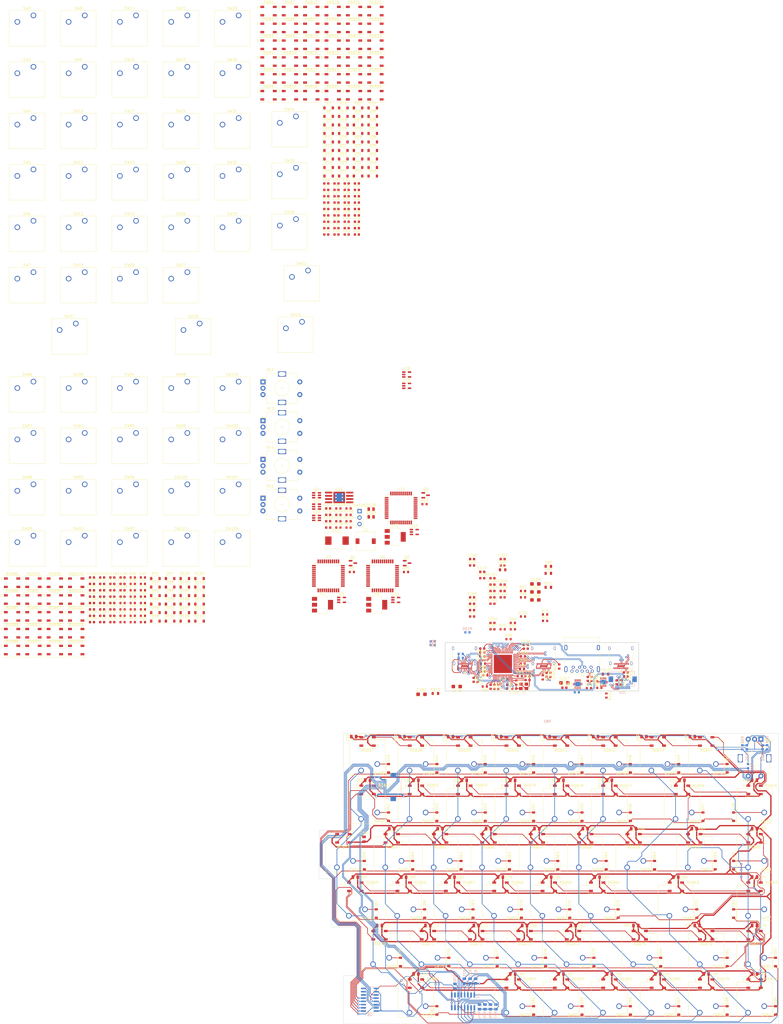
<source format=kicad_pcb>
(kicad_pcb (version 20221018) (generator pcbnew)
  (layers (0 "F.Cu" signal) (1 "In1.Cu" signal) (2 "In2.Cu" signal) (31 "B.Cu" signal) (34 "B.Paste" user) (35 "F.Paste" user) (36 "B.SilkS" user "B.Silkscreen") (37 "F.SilkS" user "F.Silkscreen") (38 "B.Mask" user) (39 "F.Mask" user) (44 "Edge.Cuts" user))
  (net 0 "")
  (net 1 "+5V")
  (net 2 "GND")
  (net 3 "/Main IC1/D11#")
  (net 4 "Net-(D43-A)")
  (net 5 "Net-(D44-A)")
  (net 6 "Net-(D45-A)")
  (net 7 "Net-(D46-A)")
  (net 8 "Net-(D47-A)")
  (net 9 "Net-(D48-A)")
  (net 10 "Net-(D49-A)")
  (net 11 "Net-(D50-A)")
  (net 12 "Net-(D52-A)")
  (net 13 "Net-(D53-A)")
  (net 14 "Net-(D54-A)")
  (net 15 "Net-(D55-A)")
  (net 16 "Net-(D56-A)")
  (net 17 "Net-(D57-A)")
  (net 18 "Net-(D58-A)")
  (net 19 "Net-(D59-A)")
  (net 20 "Net-(D60-A)")
  (net 21 "Net-(D61-A)")
  (net 22 "Net-(D62-A)")
  (net 23 "Net-(D63-A)")
  (net 24 "Net-(D64-A)")
  (net 25 "Net-(D65-A)")
  (net 26 "Net-(D66-A)")
  (net 27 "Net-(D67-A)")
  (net 28 "Net-(D68-A)")
  (net 29 "Net-(D69-A)")
  (net 30 "Net-(D70-A)")
  (net 31 "Net-(D71-A)")
  (net 32 "Net-(D72-A)")
  (net 33 "Net-(D73-A)")
  (net 34 "Net-(D74-A)")
  (net 35 "Net-(D75-A)")
  (net 36 "Net-(D76-A)")
  (net 37 "Net-(D77-A)")
  (net 38 "Net-(D78-A)")
  (net 39 "Net-(D79-A)")
  (net 40 "Net-(D80-A)")
  (net 41 "Net-(D81-A)")
  (net 42 "Net-(D82-A)")
  (net 43 "Net-(D83-A)")
  (net 44 "Net-(D84-A)")
  (net 45 "Net-(D85-A)")
  (net 46 "Net-(D86-A)")
  (net 47 "Net-(D87-A)")
  (net 48 "Net-(D88-A)")
  (net 49 "Net-(D89-A)")
  (net 50 "Net-(D90-A)")
  (net 51 "/Right Switch Matrix/COL_1_R")
  (net 52 "/Right Switch Matrix/COL_2_R")
  (net 53 "/Right Switch Matrix/COL_3_R")
  (net 54 "/Right Switch Matrix/COL_4_R")
  (net 55 "/Right Switch Matrix/COL_5_R")
  (net 56 "/Right Switch Matrix/COL_6_R")
  (net 57 "/Right Switch Matrix/COL_7_R")
  (net 58 "Net-(RGB37-DOUT)")
  (net 59 "Net-(RGB38-DOUT)")
  (net 60 "Net-(RGB39-DOUT)")
  (net 61 "Net-(RGB40-DOUT)")
  (net 62 "Net-(RGB41-DOUT)")
  (net 63 "Net-(RGB42-DOUT)")
  (net 64 "Net-(RGB49-DOUT)")
  (net 65 "Net-(RGB50-DOUT)")
  (net 66 "Net-(RGB52-DOUT)")
  (net 67 "Net-(RGB54-DOUT)")
  (net 68 "Net-(RGB61-DOUT)")
  (net 69 "Net-(RGB62-DOUT)")
  (net 70 "/Right Switch Matrix/RGB_OUT_R")
  (net 71 "Net-(RGB64-DOUT)")
  (net 72 "Net-(RGB66-DOUT)")
  (net 73 "Net-(RGB74-DOUT)")
  (net 74 "Net-(RGB76-DOUT)")
  (net 75 "Net-(RGB78-DOUT)")
  (net 76 "/Right Switch Matrix/ROW_0_R")
  (net 77 "/Right Switch Matrix/ROW_1_R")
  (net 78 "/Right Switch Matrix/ROW_2_R")
  (net 79 "/Right Switch Matrix/ROW_3_R")
  (net 80 "/Right Switch Matrix/ROW_4_R")
  (net 81 "/Right Switch Matrix/ROW_5_R")
  (net 82 "/Right Switch Matrix/COL_0_R")
  (net 86 "Net-(D51-A)")
  (net 87 "Net-(RGB51-DOUT)")
  (net 88 "Net-(RGB53-DOUT)")
  (net 89 "Net-(RGB63-DOUT)")
  (net 90 "Net-(RGB65-DOUT)")
  (net 91 "Net-(RGB73-DOUT)")
  (net 92 "Net-(RGB75-DOUT)")
  (net 93 "Net-(RGB77-DOUT)")
  (net 96 "Net-(RGB43-DOUT)")
  (net 97 "Net-(RGB55-DOUT)")
  (net 98 "Net-(RGB67-DOUT)")
  (net 99 "Net-(RGB44-DOUT)")
  (net 100 "Net-(RGB45-DOUT)")
  (net 101 "Net-(RGB46-DOUT)")
  (net 102 "Net-(RGB47-DOUT)")
  (net 103 "Net-(RGB48-DOUT)")
  (net 104 "Net-(RGB56-DOUT)")
  (net 105 "Net-(RGB57-DOUT)")
  (net 106 "Net-(RGB58-DOUT)")
  (net 107 "Net-(RGB59-DOUT)")
  (net 108 "Net-(RGB60-DOUT)")
  (net 109 "Net-(RGB68-DOUT)")
  (net 110 "Net-(RGB69-DOUT)")
  (net 111 "Net-(RGB70-DOUT)")
  (net 112 "Net-(RGB71-DOUT)")
  (net 113 "Net-(RGB72-DOUT)")
  (net 114 "Net-(RGB79-DOUT)")
  (net 115 "Net-(RGB80-DOUT)")
  (net 116 "Net-(RGB81-DOUT)")
  (net 117 "Net-(RGB82-DOUT)")
  (net 118 "Net-(RGB83-DOUT)")
  (net 119 "/RE_1_B")
  (net 120 "/RE_1_A")
  (net 121 "/CP")
  (net 122 "/DS")
  (net 123 "/~{CE}")
  (net 124 "/ST_CP")
  (net 125 "/~{PL}")
  (net 126 "/SH_CP")
  (net 127 "/~{Q7}")
  (net 128 "/RE_SW")
  (net 129 "/Numpad Switch Matrix/RE_1_B")
  (net 130 "/Numpad Switch Matrix/RE_1_A")
  (net 131 "/Numpad Switch Matrix/RE_2_B")
  (net 132 "/Numpad Switch Matrix/RE_2_A")
  (net 133 "/Numpad Switch Matrix/RE_3_B")
  (net 134 "/Numpad Switch Matrix/RE_3_A")
  (net 135 "/Numpad Switch Matrix/RE_4_B")
  (net 136 "/Numpad Switch Matrix/RE_4_A")
  (net 137 "Net-(J6-Shield)")
  (net 138 "/USB Hub/UP_SSTX_CAP_P")
  (net 139 "/USB Hub/UP_SSTX_P")
  (net 140 "/USB Hub/UP_SSTX_CAP_N")
  (net 141 "/USB Hub/UP_SSTX_N")
  (net 142 "/USB Hub/XI")
  (net 143 "/USB Hub/XO")
  (net 144 "Net-(U16-GRSTz)")
  (net 145 "Net-(J8-Shield)")
  (net 146 "Net-(J7-Shield)")
  (net 147 "+3V3")
  (net 148 "/USB Hub/DN2_VBUS")
  (net 149 "/USB Hub/DN1_VBUS")
  (net 150 "/USB Hub/DN3_SSTX_CAP_P")
  (net 151 "/USB Hub/DN3_SSTX_P")
  (net 152 "/USB Hub/DN3_SSTX_CAP_N")
  (net 153 "/USB Hub/DN3_SSTX_N")
  (net 154 "/USB Hub/DN1_SSTX_CAP_P")
  (net 155 "/USB Hub/DN1_SSTX_P")
  (net 156 "/USB Hub/1V1_HUB")
  (net 157 "/USB Hub/DN1_SSTX_CAP_N")
  (net 158 "/USB Hub/DN1_SSTX_N")
  (net 159 "/USB Hub/DN4_VBUS")
  (net 160 "Net-(J9-Shield)")
  (net 161 "/USB Hub/UP_VBUS")
  (net 162 "/USB Hub/DN2_SSTX_CAP_P")
  (net 163 "/USB Hub/DN2_SSTX_P")
  (net 164 "/USB Hub/DN2_SSTX_CAP_N")
  (net 165 "/USB Hub/DN2_SSTX_N")
  (net 166 "/USB Hub/DN3_VBUS")
  (net 167 "/V_USB")
  (net 168 "Net-(SW108-B)")
  (net 169 "Net-(BT1--)")
  (net 170 "Net-(U23-VCC)")
  (net 171 "/Left Switch Matrix/ROW_0_L")
  (net 172 "Net-(D7-A)")
  (net 173 "Net-(D8-A)")
  (net 174 "Net-(D9-A)")
  (net 175 "Net-(D10-A)")
  (net 176 "Net-(D11-A)")
  (net 177 "Net-(D12-A)")
  (net 178 "Net-(D13-A)")
  (net 179 "/Left Switch Matrix/ROW_1_L")
  (net 180 "Net-(D14-A)")
  (net 181 "Net-(D15-A)")
  (net 182 "Net-(D16-A)")
  (net 183 "Net-(D17-A)")
  (net 184 "Net-(D18-A)")
  (net 185 "Net-(D19-A)")
  (net 186 "Net-(D20-A)")
  (net 187 "/Left Switch Matrix/ROW_2_L")
  (net 188 "Net-(D21-A)")
  (net 189 "Net-(D22-A)")
  (net 190 "Net-(D23-A)")
  (net 191 "Net-(D24-A)")
  (net 192 "Net-(D25-A)")
  (net 193 "Net-(D26-A)")
  (net 194 "/Left Switch Matrix/ROW_3_L")
  (net 195 "Net-(D27-A)")
  (net 196 "Net-(D28-A)")
  (net 197 "Net-(D29-A)")
  (net 198 "Net-(D30-A)")
  (net 199 "Net-(D31-A)")
  (net 200 "Net-(D32-A)")
  (net 201 "/Left Switch Matrix/ROW_4_L")
  (net 202 "Net-(D33-A)")
  (net 203 "Net-(D34-A)")
  (net 204 "Net-(D35-A)")
  (net 205 "Net-(D36-A)")
  (net 206 "Net-(D37-A)")
  (net 207 "Net-(D38-A)")
  (net 208 "/Left Switch Matrix/ROW_5_L")
  (net 209 "Net-(D39-A)")
  (net 210 "Net-(D40-A)")
  (net 211 "Net-(D41-A)")
  (net 212 "Net-(D42-A)")
  (net 213 "/Main IC2/A0")
  (net 214 "/Numpad Switch Matrix/SW1.2")
  (net 215 "/Numpad Switch Matrix/SW2.2")
  (net 216 "/Numpad Switch Matrix/SW3.2")
  (net 217 "/Numpad Switch Matrix/SW4.2")
  (net 218 "/Main IC2/A1")
  (net 219 "Net-(D95-A)")
  (net 220 "Net-(D96-A)")
  (net 221 "Net-(D97-A)")
  (net 222 "Net-(D98-A)")
  (net 223 "/Main IC2/A2")
  (net 224 "Net-(D99-A)")
  (net 225 "Net-(D100-A)")
  (net 226 "Net-(D101-A)")
  (net 227 "Net-(D102-A)")
  (net 228 "/Main IC2/A3")
  (net 229 "Net-(D103-A)")
  (net 230 "Net-(D104-A)")
  (net 231 "Net-(D105-A)")
  (net 232 "Net-(D106-A)")
  (net 233 "/Main IC2/A4")
  (net 234 "Net-(D107-A)")
  (net 235 "Net-(D108-A)")
  (net 236 "Net-(D109-A)")
  (net 237 "Net-(D110-A)")
  (net 238 "/Main IC2/A5")
  (net 239 "Net-(D111-A)")
  (net 240 "Net-(D112-A)")
  (net 241 "Net-(D113-A)")
  (net 242 "Net-(D114-A)")
  (net 243 "Net-(D127-A)")
  (net 244 "Net-(D128-K)")
  (net 245 "Net-(D129-K)")
  (net 246 "Net-(J7-VBUS)")
  (net 247 "Net-(FB9-Pad1)")
  (net 248 "Net-(FB12-Pad1)")
  (net 249 "Net-(J6-CC1)")
  (net 250 "/USB Hub/UP_P")
  (net 251 "/USB Hub/UP_N")
  (net 257 "Net-(J6-CC2)")
  (net 259 "/USB Hub/UP_SSRX_N")
  (net 260 "/USB Hub/UP_SSRX_P")
  (net 261 "/USB Hub/DN3_N")
  (net 262 "/USB Hub/DN3_P")
  (net 263 "/USB Hub/DN3_SSRX_N")
  (net 264 "/USB Hub/DN3_SSRX_P")
  (net 265 "Net-(J8-CC1)")
  (net 266 "/USB Hub/DN1_P")
  (net 267 "/USB Hub/DN1_N")
  (net 273 "Net-(J8-CC2)")
  (net 275 "/USB Hub/DN1_SSRX_N")
  (net 276 "/USB Hub/DN1_SSRX_P")
  (net 277 "Net-(J9-CC1)")
  (net 278 "/USB Hub/DN2_P")
  (net 279 "/USB Hub/DN2_N")
  (net 285 "Net-(J9-CC2)")
  (net 287 "/USB Hub/DN2_SSRX_N")
  (net 288 "/USB Hub/DN2_SSRX_P")
  (net 289 "/Main IC/GATE_CMD")
  (net 290 "/Main IC/VUSB")
  (net 291 "/Main IC1/GATE_CMD")
  (net 292 "/Main IC1/VUSB")
  (net 293 "/Main IC2/GATE_CMD")
  (net 294 "/Main IC2/VUSB")
  (net 296 "Net-(U23-OD)")
  (net 298 "Net-(U23-OC)")
  (net 299 "/Main IC/XTAL2")
  (net 300 "/Main IC/XTAL1")
  (net 301 "Net-(R31-Pad2)")
  (net 302 "Net-(R32-Pad2)")
  (net 303 "Net-(R33-Pad2)")
  (net 304 "Net-(R34-Pad2)")
  (net 305 "Net-(R35-Pad2)")
  (net 306 "Net-(R36-Pad2)")
  (net 307 "Net-(R37-Pad2)")
  (net 308 "Net-(R38-Pad2)")
  (net 309 "/Numpad Switch Matrix/SW2.1")
  (net 310 "/Numpad Switch Matrix/SW1.1")
  (net 311 "/Numpad Switch Matrix/SW3.1")
  (net 312 "/Main IC2/D13#")
  (net 313 "/Main IC1/XTAL2")
  (net 314 "/Main IC1/XTAL1")
  (net 315 "/Main IC2/XTAL2")
  (net 316 "/Main IC2/XTAL1")
  (net 317 "/USB Hub/BAT_EN_4")
  (net 318 "/USB Hub/BAT_EN_3")
  (net 319 "/USB Hub/BAT_EN_2")
  (net 320 "/USB Hub/BAT_EN_1")
  (net 321 "/USB Hub/VBUS_IC")
  (net 322 "Net-(U16-USB_R1)")
  (net 323 "Net-(U16-TEST)")
  (net 324 "Net-(U16-GANGED{slash}SMBA2{slash}HS_UP)")
  (net 325 "Net-(U16-FULLPWRMGMTz{slash}SMBA1{slash}SS_UP)")
  (net 326 "Net-(U16-AUTOENz{slash}HS_SUSPEND)")
  (net 327 "/USB Hub/~{OVCURR1}")
  (net 328 "/USB Hub/~{OVCURR2}")
  (net 329 "Net-(U17-ILM)")
  (net 330 "/USB Hub/~{OVCURR3}")
  (net 331 "/USB Hub/~{OVCURR4}")
  (net 332 "Net-(U20-ILM)")
  (net 333 "Net-(U22-FB)")
  (net 334 "Net-(U21-PROG)")
  (net 335 "Net-(R104-Pad2)")
  (net 336 "Net-(U21-CHRG#)")
  (net 337 "Net-(U21-STDBY#)")
  (net 338 "Net-(R110-Pad1)")
  (net 339 "Net-(U23-CS)")
  (net 340 "Net-(RGB1-DOUT)")
  (net 341 "/Left Switch Matrix/RGB_IN_L")
  (net 342 "Net-(RGB2-DOUT)")
  (net 343 "Net-(RGB3-DOUT)")
  (net 344 "Net-(RGB4-DOUT)")
  (net 345 "Net-(RGB5-DOUT)")
  (net 346 "Net-(RGB6-DOUT)")
  (net 347 "Net-(RGB7-DOUT)")
  (net 348 "Net-(RGB8-DOUT)")
  (net 349 "Net-(RGB10-DIN)")
  (net 350 "Net-(RGB10-DOUT)")
  (net 351 "Net-(RGB11-DOUT)")
  (net 352 "Net-(RGB12-DOUT)")
  (net 353 "Net-(RGB13-DOUT)")
  (net 354 "Net-(RGB14-DOUT)")
  (net 355 "Net-(RGB15-DOUT)")
  (net 356 "Net-(RGB16-DOUT)")
  (net 357 "Net-(RGB17-DOUT)")
  (net 358 "Net-(RGB18-DOUT)")
  (net 359 "Net-(RGB19-DOUT)")
  (net 360 "Net-(RGB20-DOUT)")
  (net 361 "Net-(RGB21-DOUT)")
  (net 362 "Net-(RGB22-DOUT)")
  (net 363 "Net-(RGB23-DOUT)")
  (net 364 "Net-(RGB24-DOUT)")
  (net 365 "Net-(RGB25-DOUT)")
  (net 366 "Net-(RGB26-DOUT)")
  (net 367 "Net-(RGB27-DOUT)")
  (net 368 "Net-(RGB28-DOUT)")
  (net 369 "Net-(RGB29-DOUT)")
  (net 370 "Net-(RGB30-DOUT)")
  (net 371 "Net-(RGB31-DOUT)")
  (net 372 "Net-(RGB32-DOUT)")
  (net 373 "Net-(RGB33-DOUT)")
  (net 374 "Net-(RGB34-DOUT)")
  (net 375 "Net-(RGB35-DOUT)")
  (net 376 "/Left Switch Matrix/RGB_OUT_L")
  (net 377 "Net-(RGB85-DOUT)")
  (net 378 "/Main IC2/D9#")
  (net 379 "Net-(RGB86-DOUT)")
  (net 380 "Net-(RGB87-DOUT)")
  (net 381 "Net-(RGB88-DOUT)")
  (net 382 "Net-(RGB89-DOUT)")
  (net 383 "Net-(RGB90-DOUT)")
  (net 384 "Net-(RGB91-DOUT)")
  (net 385 "Net-(RGB92-DOUT)")
  (net 386 "Net-(RGB93-DOUT)")
  (net 387 "Net-(RGB94-DOUT)")
  (net 388 "Net-(RGB95-DOUT)")
  (net 389 "Net-(RGB96-DOUT)")
  (net 390 "Net-(RGB97-DOUT)")
  (net 391 "Net-(RGB98-DOUT)")
  (net 392 "Net-(RGB100-DIN)")
  (net 393 "Net-(RGB100-DOUT)")
  (net 394 "Net-(RGB101-DOUT)")
  (net 395 "Net-(RGB102-DOUT)")
  (net 396 "Net-(RGB103-DOUT)")
  (net 397 "/Numpad Switch Matrix/RGB_OUT_N")
  (net 398 "/Left Switch Matrix/COL_0_L")
  (net 399 "/Left Switch Matrix/COL_1_L")
  (net 400 "/Left Switch Matrix/COL_2_L")
  (net 401 "/Left Switch Matrix/COL_3_L")
  (net 402 "/Left Switch Matrix/COL_4_L")
  (net 403 "/Left Switch Matrix/COL_5_L")
  (net 404 "/Left Switch Matrix/COL_6_L")
  (net 405 "Net-(BT1-+)")
  (net 407 "/Main IC/VIN")
  (net 408 "/Main IC/D7")
  (net 409 "/Main IC/D_N")
  (net 410 "/Main IC/D_P")
  (net 411 "Net-(U3-UCAP)")
  (net 412 "/Main IC/RX_LED")
  (net 413 "/Main IC/SCK")
  (net 414 "/Main IC/MOSI")
  (net 415 "/Main IC/MISO")
  (net 416 "/Main IC/D11#")
  (net 417 "/Main IC/RESET")
  (net 418 "/Main IC/D2_SDA")
  (net 419 "/Main IC/D0_RX")
  (net 420 "/Main IC/D1_TX")
  (net 421 "/Main IC/TX_LED")
  (net 422 "/Main IC/AVCC")
  (net 423 "/Main IC/D4")
  (net 424 "/Main IC/D12")
  (net 425 "/Main IC/D6#")
  (net 426 "/Main IC/D8")
  (net 427 "/Main IC/D9#")
  (net 428 "/Main IC/D10#")
  (net 429 "/Main IC/D5#")
  (net 430 "/Main IC/D13#")
  (net 431 "/Main IC/HWB")
  (net 432 "/Main IC/AREF")
  (net 433 "/Main IC/AGND")
  (net 435 "/Main IC1/D_N")
  (net 436 "/Main IC1/D_P")
  (net 437 "Net-(U9-UCAP)")
  (net 438 "/Main IC1/RX_LED")
  (net 439 "/Main IC1/SCK")
  (net 440 "/Main IC1/MOSI")
  (net 441 "/Main IC1/MISO")
  (net 442 "/Main IC1/RESET")
  (net 443 "/Main IC1/D3#_SCL")
  (net 444 "/Main IC1/D2_SDA")
  (net 445 "/Main IC1/D0_RX")
  (net 446 "/Main IC1/D1_TX")
  (net 447 "/Main IC1/TX_LED")
  (net 448 "/Main IC1/AVCC")
  (net 449 "/Main IC1/HWB")
  (net 450 "/Main IC1/A1")
  (net 451 "/Main IC1/A2")
  (net 452 "/Main IC1/A3")
  (net 453 "/Main IC1/A4")
  (net 454 "/Main IC1/A5")
  (net 455 "/Main IC1/AREF")
  (net 456 "/Main IC1/AGND")
  (net 458 "/Main IC2/VIN")
  (net 459 "/Main IC2/D7")
  (net 460 "/Main IC2/D_N")
  (net 461 "/Main IC2/D_P")
  (net 462 "Net-(U13-UCAP)")
  (net 463 "/Main IC2/RX_LED")
  (net 464 "/Main IC2/SCK")
  (net 465 "/Main IC2/MOSI")
  (net 466 "/Main IC2/MISO")
  (net 467 "/Main IC2/RESET")
  (net 468 "/Main IC2/D3#_SCL")
  (net 469 "/Main IC2/D2_SDA")
  (net 470 "/Main IC2/D0_RX")
  (net 471 "/Main IC2/D1_TX")
  (net 472 "/Main IC2/TX_LED")
  (net 473 "/Main IC2/AVCC")
  (net 474 "/Main IC2/D4")
  (net 475 "/Main IC2/D6#")
  (net 476 "/Main IC2/D8")
  (net 477 "/Main IC2/D5#")
  (net 478 "/Main IC2/HWB")
  (net 479 "/Main IC2/AREF")
  (net 480 "/Main IC2/AGND")
  (net 482 "/USB Hub/DN4_SSTX_CAP_P")
  (net 483 "/USB Hub/DN4_SSTX_P")
  (net 484 "/USB Hub/DN4_SSTX_CAP_N")
  (net 485 "/USB Hub/DN4_SSTX_N")
  (net 487 "/USB Hub/DN4_P")
  (net 493 "/USB Hub/1V1_EN")
  (net 495 "/USB Hub/3V3_EN")
  (net 500 "/USB Hub/DN4_N")
  (net 502 "/USB Hub/DN4_SSRX_P")
  (net 503 "/USB Hub/DN4_SSRX_N")
  (net 504 "/USB Hub/3V3_HUB")
  (net 505 "/USB Hub/3V3_HUB_FILTER")
  (net 506 "/USB Hub/1V1_HUB_FILTER")
  (footprint "Button_Switch_Keyboard:SW_Cherry_MX_1.50u_PCB" (layer "F.Cu") (at 305.088 183.674 180)
    (fp_text reference "SW61")
    (fp_text value "\\")
  )
  (footprint "Capacitor_SMD:C_0603_1608Metric" (layer "F.Cu") (at 277.06 110.9 -90)
    (fp_text reference "C215")
    (fp_text value "100n")
  )
  (footprint "LED_SMD:LED_WS2812B_PLCC4_5.0x5.0mm_P3.2mm" (layer "F.Cu") (at 156.8125 -146.51)
    (fp_text reference "RGB14")
    (fp_text value "WS2812B")
  )
  (footprint "LED_SMD:LED_WS2812B_PLCC4_5.0x5.0mm_P3.2mm" (layer "F.Cu") (at 217.077 134.144 180)
    (fp_text reference "RGB39")
    (fp_text value "WS2812B")
  )
  (footprint "Capacitor_SMD:C_0603_1608Metric" (layer "F.Cu") (at 241.98 109.982)
    (fp_text reference "C165")
    (fp_text value "20p")
  )
  (footprint "LED_SMD:LED_WS2812B_PLCC4_5.0x5.0mm_P3.2mm" (layer "F.Cu") (at 156.8125 -153.13)
    (fp_text reference "RGB13")
    (fp_text value "WS2812B")
  )
  (footprint "Button_Switch_Keyboard:SW_Cherry_MX_1.00u_PCB" (layer "F.Cu") (at 309.787 145.574 180)
    (fp_text reference "SW45")
    (fp_text value "DEL")
  )
  (footprint "Button_Switch_Keyboard:SW_Cherry_MX_1.00u_PCB" (layer "F.Cu") (at 87.8025 -111.02)
    (fp_text reference "SW17")
    (fp_text value "Q")
  )
  (footprint "Button_Switch_Keyboard:SW_Cherry_MX_1.00u_PCB" (layer "F.Cu") (at 328.837 164.624 180)
    (fp_text reference "SW53")
    (fp_text value "MACRO1")
  )
  (footprint "Capacitor_SMD:C_0603_1608Metric" (layer "F.Cu") (at 78.4675 79.695)
    (fp_text reference "C122")
    (fp_text value "10n")
  )
  (footprint "Resistor_SMD:R_0603_1608Metric" (layer "F.Cu") (at 201.3975 40.805)
    (fp_text reference "R63")
    (fp_text value "1M")
  )
  (footprint "Diode_SMD:D_SOD-123" (layer "F.Cu") (at 230.031 220.885 90)
    (fp_text reference "D77")
    (fp_text value "1N4148W")
  )
  (footprint "LED_SMD:LED_WS2812B_PLCC4_5.0x5.0mm_P3.2mm" (layer "F.Cu") (at 331.377 153.194)
    (fp_text reference "RGB45")
    (fp_text value "WS2812B")
  )
  (footprint "Capacitor_SMD:C_0603_1608Metric" (layer "F.Cu") (at 166.7375 -70.255)
    (fp_text reference "C31")
    (fp_text value "100n")
  )
  (footprint "Button_Switch_Keyboard:SW_Cherry_MX_1.00u_PCB" (layer "F.Cu") (at 47.4025 -151.42)
    (fp_text reference "SW2")
    (fp_text value "ESC")
  )
  (footprint "Button_Switch_Keyboard:SW_Cherry_MX_1.25u_PCB" (layer "F.Cu") (at 150.78375 -91.5)
    (fp_text reference "SW35")
    (fp_text value "OS")
  )
  (footprint "Diode_SMD:D_SOD-123" (layer "F.Cu") (at 101.2175 76.775)
    (fp_text reference "D99")
    (fp_text value "1N4148W")
  )
  (footprint "Package_TO_SOT_SMD:SOT-223-3_TabPin2" (layer "F.Cu") (at 189.8675 53.675)
    (fp_text reference "U12")
    (fp_text value "NCP1117ST50T3G")
  )
  (footprint "Capacitor_SMD:C_0603_1608Metric" (layer "F.Cu") (at 70.4475 72.165)
    (fp_text reference "C103")
    (fp_text value "100n")
  )
  (footprint "Button_Switch_Keyboard:SW_Cherry_MX_1.00u_PCB" (layer "F.Cu") (at 271.687 145.574 180)
    (fp_text reference "SW43")
    (fp_text value "F12")
  )
  (footprint "Button_Switch_Keyboard:SW_Cherry_MX_1.00u_PCB" (layer "F.Cu") (at 176.437 164.624 180)
    (fp_text reference "SW46")
    (fp_text value "7")
  )
  (footprint "LED_SMD:LED_WS2812B_PLCC4_5.0x5.0mm_P3.2mm" (layer "F.Cu") (at 156.8125 -126.65)
    (fp_text reference "RGB17")
    (fp_text value "WS2812B")
  )
  (footprint "Capacitor_SMD:C_0603_1608Metric" (layer "F.Cu") (at 170.7475 -82.805)
    (fp_text reference "C35")
    (fp_text value "100n")
  )
  (footprint "LED_SMD:LED_WS2812B_PLCC4_5.0x5.0mm_P3.2mm" (layer "F.Cu") (at 173.6525 -146.51)
    (fp_text reference "RGB26")
    (fp_text value "WS2812B")
  )
  (footprint "Button_Switch_Keyboard:SW_Cherry_MX_1.00u_PCB" (layer "F.Cu") (at 128.2025 33.02)
    (fp_text reference "SW104")
    (fp_text value "NUMPAD19")
  )
  (footprint "Button_Switch_Keyboard:SW_Cherry_MX_1.00u_PCB" (layer "F.Cu") (at 195.487 145.574 180)
    (fp_text reference "SW39")
    (fp_text value "F8")
  )
  (footprint "Capacitor_SMD:C_0603_1608Metric" (layer "F.Cu") (at 240.0554 103.5812)
    (fp_text reference "C182")
    (fp_text value "100n")
  )
  (footprint "Capacitor_SMD:C_0603_1608Metric" (layer "F.Cu") (at 163.4675 47.525)
    (fp_text reference "C213")
    (fp_text value "22u")
  )
  (footprint "Diode_SMD:D_SOD-123" (layer "F.Cu") (at 112.8075 86.825)
    (fp_text reference "D114")
    (fp_text value "1N4148W")
  )
  (footprint "Button_Switch_Keyboard:SW_Cherry_MX_1.00u_PCB" (layer "F.Cu") (at 205.012 183.674 180)
    (fp_text reference "SW56")
    (fp_text value "I")
  )
  (footprint "Button_Switch_Keyboard:SW_Cherry_MX_1.00u_PCB" (layer "F.Cu") (at 47.4025 -70.62)
    (fp_text reference "SW6")
    (fp_text value "F4")
  )
  (footprint "Diode_SMD:D_SOD-123" (layer "F.Cu") (at 112.8075 76.775)
    (fp_text reference "D111")
    (fp_text value "1N4148W")
  )
  (footprint "Capacitor_SMD:C_0805_2012Metric" (layer "F.Cu") (at 236.127 225.584)
    (fp_text reference "C64")
    (fp_text value "100n")
  )
  (footprint "Button_Switch_Keyboard:SW_Cherry_MX_1.00u_PCB" (layer "F.Cu") (at 108.0025 53.22)
    (fp_text reference "SW101")
    (fp_text value "NUMPAD16")
  )
  (footprint "Capacitor_SMD:C_0805_2012Metric" (layer "F.Cu") (at 264.702 168.434 180)
    (fp_text reference "C61")
    (fp_text value "100n")
  )
  (footprint "Resistor_SMD:R_0603_1608Metric" (layer "F.Cu") (at 90.4975 74.675)
    (fp_text reference "R45")
    (fp_text value "10K")
  )
  (footprint "Resistor_SMD:R_0603_1608Metric" (layer "F.Cu") (at 86.4875 82.205)
    (fp_text reference "R40")
    (fp_text value "10K")
  )
  (footprint "Button_Switch_Keyboard:SW_Cherry_MX_1.00u_PCB" (layer "F.Cu") (at 247.811 202.724 180)
    (fp_text reference "SW66")
    (fp_text value ";")
  )
  (footprint "Inductor_SMD:L_0805_2012Metric" (layer "F.Cu") (at 250.159 68.03)
    (fp_text reference "FB9")
    (fp_text value ">50mΩ 220Ω @ 100MHz")
  )
  (footprint "Capacitor_SMD:C_0603_1608Metric" (layer "F.Cu") (at 228.159 79.98)
    (fp_text reference "C195")
    (fp_text value "1u X5R")
  )
  (footprint "Capacitor_SMD:C_0603_1608Metric" (layer "F.Cu") (at 230.4796 112.6744 -90)
    (fp_text reference "C172")
    (fp_text value "100n")
  )
  (footprint "LED_SMD:LED_WS2812B_PLCC4_5.0x5.0mm_P3.2mm" (layer "F.Cu") (at 207.552 172.244 180)
    (fp_text reference "RGB55")
    (fp_text value "WS2812B")
  )
  (footprint "Button_Switch_Keyboard:SW_Cherry_MX_1.00u_PCB" (layer "F.Cu") (at 252.637 145.574 180)
    (fp_text reference "SW42")
    (fp_text value "F11")
  )
  (footprint "Diode_SMD:D_SOD-123" (layer "F.Cu") (at 169.4375 -101.645)
    (fp_text reference "D20")
    (fp_text value "1N4148W")
  )
  (footprint "Capacitor_SMD:C_0603_1608Metric" (layer "F.Cu") (at 162.7275 -72.765)
    (fp_text reference "C21")
    (fp_text value "100n")
  )
  (footprint "Capacitor_SMD:C_0805_2012Metric" (layer "F.Cu") (at 255.177 149.384)
    (fp_text reference "C67")
    (fp_text value "100n")
  )
  (footprint "Capacitor_SMD:C_0603_1608Metric" (layer "F.Cu") (at 162.7275 -75.275)
    (fp_text reference "C20")
    (fp_text value "100n")
  )
  (footprint "LED_SMD:LED_WS2812B_PLCC4_5.0x5.0mm_P3.2mm" (layer "F.Cu") (at 38.9725 91.57)
    (fp_text reference "RGB88")
    (fp_text value "WS2812B")
  )
  (footprint "Button_Switch_Keyboard:SW_Cherry_MX_1.00u_PCB" (layer "F.Cu") (at 108.0025 -50.42)
    (fp_text reference "SW27")
    (fp_text value "G")
  )
  (footprint "Capacitor_SMD:C_0603_1608Metric" (layer "F.Cu") (at 162.7275 -67.745)
    (fp_text reference "C23")
    (fp_text value "100n")
  )
  (footprint "Button_Switch_Keyboard:SW_Cherry_MX_1.00u_PCB" (layer "F.Cu") (at 87.8025 53.22)
    (fp_text reference "SW97")
    (fp_text value "NUMPAD12")
  )
  (footprint "Capacitor_SMD:C_0805_2012Metric" (layer "F.Cu") (at 307.628 168.434 180)
    (fp_text reference "C87")
    (fp_text value "100n")
  )
  (footprint "Capacitor_SMD:C_0805_2012Metric" (layer "F.Cu") (at 226.602 168.434 180)
    (fp_text reference "C69")
    (fp_text value "100n")
  )
  (footprint "Resistor_SMD:R_0603_1608Metric" (layer "F.Cu") (at 240.189 85)
    (fp_text reference "R101")
    (fp_text value "5.1k")
  )
  (footprint "Resistor_SMD:R_0603_1608Metric" (layer "F.Cu") (at 86.4875 72.165)
    (fp_text reference "R36")
    (fp_text value "10K")
  )
  (footprint "Capacitor_SMD:C_0805_2012Metric" (layer "F.Cu") (at 173.516 132.239)
    (fp_text reference "C53")
    (fp_text value "100n")
  )
  (footprint "Resistor_SMD:R_0603_1608Metric" (layer "F.Cu") (at 90.4975 84.715)
    (fp_text reference "R49")
    (fp_text value "10K")
  )
  (footprint "Diode_SMD:D_SOD-123" (layer "F.Cu") (at 323.122 201.835 90)
    (fp_text reference "D82")
    (fp_text value "1N4148W")
  )
  (footprint "LED_SMD:LED_WS2812B_PLCC4_5.0x5.0mm_P3.2mm" (layer "F.Cu") (at 47.3925 78.33)
    (fp_text reference "RGB91")
    (fp_text value "WS2812B")
  )
  (footprint "Diode_SMD:D_SOD-123" (layer "F.Cu") (at 177.707 182.785 90)
    (fp_text reference "D59")
    (fp_text value "1N4148W")
  )
  (footprint "Diode_SMD:D_SOD-123" (layer "F.Cu") (at 191.931 220.885 90)
    (fp_text reference "D75")
    (fp_text value "1N4148W")
  )
  (footprint "Capacitor_SMD:C_0603_1608Metric" (layer "F.Cu") (at 174.7575 -72.765)
    (fp_text reference "C48")
    (fp_text value "100n")
  )
  (footprint "Capacitor_SMD:C_0805_2012Metric" (layer "F.Cu") (at 312.327 225.584)
    (fp_text reference "C54")
    (fp_text value "100n")
  )
  (footprint "LED_SMD:LED_WS2812B_PLCC4_5.0x5.0mm_P3.2mm" (layer "F.Cu") (at 148.3925 -146.51)
    (fp_text reference "RGB8")
    (fp_text value "WS2812B")
  )
  (footprint "Capacitor_SMD:C_0603_1608Metric" (layer "F.Cu") (at 228.9556 112.6744 -90)
    (fp_text reference "C184")
    (fp_text value "100n")
  )
  (footprint "Diode_SMD:D_SOD-123" (layer "F.Cu") (at 323.122 163.735 90)
    (fp_text reference "D58")
    (fp_text value "1N4148W")
  )
  (footprint "Capacitor_SMD:C_0603_1608Metric" (layer "F.Cu") (at 174.7575 -70.255)
    (fp_text reference "C49")
    (fp_text value "100n")
  )
  (footprint "Button_Switch_Keyboard:SW_Cherry_MX_1.00u_PCB" (layer "F.Cu") (at 87.8025 -70.62)
    (fp_text reference "SW19")
    (fp_text value "E")
  )
  (footprint "LED_SMD:LED_WS2812B_PLCC4_5.0x5.0mm_P3.2mm" (layer "F.Cu") (at 64.2325 84.95)
    (fp_text reference "RGB102")
    (fp_text value "WS2812B")
  )
  (footprint "Capacitor_SMD:C_0603_1608Metric" (layer "F.Cu") (at 166.7375 -82.805)
    (fp_text reference "C26")
    (fp_text value "100n")
  )
  (footprint "Resistor_SMD:R_0603_1608Metric" (layer "F.Cu") (at 167.4775 42.505)
    (fp_text reference "R103")
    (fp_text value "7.5K")
  )
  (footprint "LED_SMD:LED_WS2812B_PLCC4_5.0x5.0mm_P3.2mm" (layer "F.Cu") (at 231.301 191.294)
    (fp_text reference "RGB66")
    (fp_text value "WS2812B")
  )
  (footprint "Button_Switch_Keyboard:SW_Cherry_MX_1.00u_PCB" (layer "F.Cu") (at 108.0025 33.02)
    (fp_text reference "SW100")
    (fp_text value "NUMPAD15")
  )
  (footprint "LED_SMD:LED_WS2812B_PLCC4_5.0x5.0mm_P3.2mm" (layer "F.Cu") (at 269.401 191.294)
    (fp_text reference "RGB64")
    (fp_text value "WS2812B")
  )
  (footprint "LED_SMD:LED_WS2812B_PLCC4_5.0x5.0mm_P3.2mm" (layer "F.Cu") (at 64.2325 91.57)
    (fp_text reference "RGB103")
    (fp_text value "WS2812B")
  )
  (footprint "Diode_SMD:D_SOD-123" (layer "F.Cu") (at 107.0125 70.075)
    (fp_text reference "D103")
    (fp_text value "1N4148W")
  )
  (footprint "Capacitor_SMD:C_0805_2012Metric" (layer "F.Cu") (at 283.752 168.434 180)
    (fp_text reference "C62")
    (fp_text value "100n")
  )
  (footprint "Diode_SMD:D_SOD-123" (layer "F.Cu") (at 220.506 201.835 90)
    (fp_text reference "D69")
    (fp_text value "1N4148W")
  )
  (footprint "Button_Switch_Keyboard:SW_Cherry_MX_1.00u_PCB" (layer "F.Cu") (at 266.861 202.724 180)
    (fp_text reference "SW67")
    (fp_text value "'")
  )
  (footprint "LED_SMD:LED_WS2812B_PLCC4_5.0x5.0mm_P3.2mm" (layer "F.Cu") (at 182.0725 -120.03)
    (fp_text reference "RGB36")
    (fp_text value "WS2812B")
  )
  (footprint "Capacitor_SMD:C_0603_1608Metric" (layer "F.Cu") (at 166.7375 -72.765)
    (fp_text reference "C30")
    (fp_text value "100n")
  )
  (footprint "Button_Switch_Keyboard:SW_Cherry_MX_1.00u_PCB" (layer "F.Cu") (at 185.962 183.674 180)
    (fp_text reference "SW55")
    (fp_text value "U")
  )
  (footprint "Button_Switch_Keyboard:SW_Cherry_MX_2.75u_PCB" (layer "F.Cu") (at 195.487 240.824 180)
    (fp_text reference "SW78")
    (fp_text value "R_SPACE")
  )
  (footprint "Diode_SMD:D_SOD-123" (layer "F.Cu") (at 244.382 144.685 90)
    (fp_text reference "D46")
    (fp_text value "1N4148W")
  )
  (footprint "Diode_SMD:D_SOD-123" (layer "F.Cu") (at 163.6425 -104.995)
    (fp_text reference "D10")
    (fp_text value "1N4148W")
  )
  (footprint "LED_SMD:LED_WS2812B_PLCC4_5.0x5.0mm_P3.2mm" (layer "F.Cu") (at 255.177 134.144 180)
    (fp_text reference "RGB41")
    (fp_text value "WS2812B")
  )
  (footprint "Resistor_SMD:R_0603_1608Metric" (layer "F.Cu") (at 270.25 110.56)
    (fp_text reference "R77")
    (fp_text value "4.7k")
  )
  (footprint "Capacitor_SMD:C_0603_1608Metric" (layer "F.Cu") (at 166.7375 -67.745)
    (fp_text reference "C32")
    (fp_text value "100n")
  )
  (footprint "Diode_SMD:D_SOD-123" (layer "F.Cu") (at 175.2325 -115.045)
    (fp_text reference "D25")
    (fp_text value "1N4148W")
  )
  (footprint "Resistor_SMD:R_0603_1608Metric" (layer "F.Cu") (at 236.179 87.51)
    (fp_text reference "R90")
    (fp_text value "1M")
  )
  (footprint "Diode_SMD:D_SOD-123" (layer "F.Cu") (at 169.4375 -115.045)
    (fp_text reference "D16")
    (fp_text value "1N4148W")
  )
  (footprint "Diode_SMD:D_SOD-123" (layer "F.Cu") (at 308.644 201.835 90)
    (fp_text reference "D73")
    (fp_text value "1N4148W")
  )
  (footprint "Button_Switch_Keyboard:SW_Cherry_MX_1.00u_PCB" (layer "F.Cu") (at 233.587 240.824 180)
    (fp_text reference "SW79")
    (fp_text value "R_ALT")
  )
  (footprint "Capacitor_SMD:C_0805_2012Metric" (layer "F.Cu") (at 293.277 225.584)
    (fp_text reference "C55")
    (fp_text value "100n")
  )
  (footprint "Capacitor_SMD:C_0805_2012Metric" (layer "F.Cu") (at 331.377 206.534 180)
    (fp_text reference "C70")
    (fp_text value "100n")
  )
  (footprint "Capacitor_SMD:C_0603_1608Metric" (layer "F.Cu") (at 70.4475 84.715)
    (fp_text reference "C108")
    (fp_text value "100n")
  )
  (footprint "Capacitor_SMD:C_0603_1608Metric" (layer "F.Cu") (at 162.7275 -80.295)
    (fp_text reference "C18")
    (fp_text value "100n")
  )
  (footprint "Diode_SMD:D_SOD-123" (layer "F.Cu") (at 169.4375 -104.995)
    (fp_text reference "D19")
    (fp_text value "1N4148W")
  )
  (footprint "Capacitor_SMD:C_0603_1608Metric" (layer "F.Cu") (at 220.139 82.49)
    (fp_text reference "C170")
    (fp_text value "100n")
  )
  (footprint "Capacitor_SMD:C_0805_2012Metric" (layer "F.Cu") (at 193.201 187.484)
    (fp_text reference "C88")
    (fp_text value "100n")
  )
  (footprint "LED_SMD:LED_WS2812B_PLCC4_5.0x5.0mm_P3.2mm" (layer "F.Cu") (at 182.0725 -139.89)
    (fp_text reference "RGB33")
    (fp_text value "WS2812B")
  )
  (footprint "LED_SMD:LED_WS2812B_PLCC4_5.0x5.0mm_P3.2mm" (layer "F.Cu") (at 165.2325 -126.65)
    (fp_text reference "RGB23")
    (fp_text value "WS2812B")
  )
  (footprint "Button_Switch_Keyboard:SW_Cherry_MX_1.00u_PCB" (layer "F.Cu") (at 108.0025 -131.22)
    (fp_text reference "SW23")
    (fp_text value "A")
  )
  (footprint "LED_SMD:LED_WS2812B_PLCC4_5.0x5.0mm_P3.2mm" (layer "F.Cu") (at 178.977 134.144 180)
    (fp_text reference "RGB37")
    (fp_text value "WS2812B")
  )
  (footprint "Rotary_Encoder:RotaryEncoder_Alps_EC11E-Switch_Vertical_H20mm" (layer "F.Cu") (at 137.7875 -7.275)
    (fp_text reference "RE2")
    (fp_text value "EC11")
  )
  (footprint "Package_QFP:TQFP-44_10x10mm_P0.8mm" (layer "F.Cu") (at 184.8775 69.025)
    (fp_text reference "U9")
    (fp_text value "ATmega32U4")
  )
  (footprint "Capacitor_SMD:C_0603_1608Metric" (layer "F.Cu") (at 74.4575 74.675)
    (fp_text reference "C112")
    (fp_text value "100n")
  )
  (footprint "Capacitor_SMD:C_0603_1608Metric" (layer "F.Cu") (at 163.4675 42.505)
    (fp_text reference "C211")
    (fp_text value "22u")
  )
  (footprint "Capacitor_SMD:C_0805_2012Metric" (layer "F.Cu") (at 183.676 206.534 180)
    (fp_text reference "C77")
    (fp_text value "100n")
  )
  (footprint "Package_TO_SOT_SMD:SOT-23-5" (layer "F.Cu") (at 168.7375 78.475)
    (fp_text reference "U5")
    (fp_text value "LP2985-33DBVR")
  )
  (footprint "Capacitor_SMD:C_0603_1608Metric" (layer "F.Cu") (at 232.169 62.41)
    (fp_text reference "C202")
    (fp_text value "1u X5R")
  )
  (footprint "Package_TO_SOT_SMD:SOT-23-6" (layer "F.Cu") (at 158.8875 41.775)
    (fp_text reference "U22")
    (fp_text value "MT3608")
  )
  (footprint "LED_SMD:LED_WS2812B_PLCC4_5.0x5.0mm_P3.2mm" (layer "F.Cu") (at 312.327 210.344 180)
    (fp_text reference "RGB76")
    (fp_text value "WS2812B")
  )
  (footprint "Capacitor_SMD:C_0603_1608Metric" (layer "F.Cu") (at 70.4475 69.655)
    (fp_text reference "C102")
    (fp_text value "100n")
  )
  (footprint "Button_Switch_Keyboard:SW_Cherry_MX_1.00u_PCB" (layer "F.Cu") (at 108.0025 -7.38)
    (fp_text reference "SW98")
    (fp_text value "NUMPAD13")
  )
  (footprint "Capacitor_SMD:C_0603_1608Metric" (layer "F.Cu") (at 170.7475 -67.745)
    (fp_text reference "C41")
    (fp_text value "100n")
  )
  (footprint "Capacitor_SMD:C_0603_1608Metric" (layer "F.Cu") (at 170.7475 -72.765)
    (fp_text reference "C39")
    (fp_text value "100n")
  )
  (footprint "Capacitor_SMD:C_0603_1608Metric" (layer "F.Cu") (at 174.7575 -75.275)
    (fp_text reference "C47")
    (fp_text value "100n")
  )
  (footprint "Inductor_SMD:L_0805_2012Metric" (layer "F.Cu") (at 232.16 66.63)
    (fp_text reference "FB7")
    (fp_text value ">50mΩ 220Ω @ 100MHz")
  )
  (footprint "Diode_SMD:D_SOD-123" (layer "F.Cu") (at 323.122 182.785 90)
    (fp_text reference "D74")
    (fp_text value "1N4148W")
  )
  (footprint "Resistor_SMD:R_0603_1608Metric" (layer "F.Cu") (at 171.4875 47.525)
    (fp_text reference "R110")
    (fp_text value "1k")
  )
  (footprint "Capacitor_SMD:C_0603_1608Metric" (layer "F.Cu") (at 227.4316 112.6744 -90)
    (fp_text reference "C167")
    (fp_text value "1u")
  )
  (footprint "Button_Switch_Keyboard:SW_Cherry_MX_1.00u_PCB" (layer "F.Cu") (at 181.136 221.774 180)
    (fp_text reference "SW70")
    (fp_text value "N")
  )
  (footprint "Diode_SMD:D_SOD-123" (layer "F.Cu") (at 258.606 201.835 90)
    (fp_text reference "D71")
    (fp_text value "1N4148W")
  )
  (footprint "LED_SMD:LED_WS2812B_PLCC4_5.0x5.0mm_P3.2mm" (layer "F.Cu") (at 274.227 229.394)
    (fp_text reference "RGB81")
    (fp_text value "WS2812B")
  )
  (footprint "Capacitor_SMD:C_0603_1608Metric" (layer "F.Cu") (at 74.4575 72.165)
    (fp_text reference "C111")
    (fp_text value "100n")
  )
  (footprint "Capacitor_SMD:C_0603_1608Metric" (layer "F.Cu") (at 241.28 96.16)
    (fp_text reference "C196")
    (fp_text value "1u X5R")
  )
  (footprint "Capacitor_SMD:C_0603_1608Metric" (layer "F.Cu") (at 74.4575 87.225)
    (fp_text reference "C117")
    (fp_text value "100n")
  )
  (footprint "Diode_SMD:D_SOD-123" (layer "F.Cu") (at 263.432 163.735 90)
    (fp_text reference "D55")
    (fp_text value "1N4148W")
  )
  (footprint "Inductor_SMD:L_0805_2012Metric" (layer "F.Cu") (at 250.159 65.28)
    (fp_text reference "FB8")
    (fp_text value ">50mΩ 220Ω @ 100MHz")
  )
  (footprint "Capacitor_SMD:C_0805_2012Metric" (layer "F.Cu") (at 230.666 132.239)
    (fp_text reference "C68")
    (fp_text value "100n")
  )
  (footprint "Button_Switch_Keyboard:SW_Cherry_MX_1.00u_PCB" (layer "F.Cu") (at 200.186 221.774 180)
    (fp_text reference "SW71")
    (fp_text value "M")
  )
  (footprint "Button_Switch_Keyboard:SW_Cherry_MX_1.00u_PCB" (layer "F.Cu") (at 166.912 183.674 180)
    (fp_text reference "SW54")
    (fp_text value "Y")
  )
  (footprint "Capacitor_SMD:C_0603_1608Metric" (layer "F.Cu") (at 228.159 87.51)
    (fp_text reference "C200")
    (fp_text value "100n")
  )
  (footprint "Capacitor_SMD:C_0805_2012Metric" (layer "F.Cu") (at 245.652 168.434 180)
    (fp_text reference "C85")
    (fp_text value "100n")
  )
  (footprint "Capacitor_SMD:C_0603_1608Metric" (layer "F.Cu") (at 82.4775 74.675)
    (fp_text reference "C128")
    (fp_text value "10n")
  )
  (footprint "Capacitor_SMD:C_0805_2012Metric" (layer "F.Cu") (at 331.377 149.384)
    (fp_text reference "C95")
    (fp_text value "100n")
  )
  (footprint "Capacitor_SMD:C_0805_2012Metric" (layer "F.Cu") (at 300.389 187.484)
    (fp_text reference "C84")
    (fp_text value "100n")
  )
  (footprint "Capacitor_SMD:C_0603_1608Metric" (layer "F.Cu") (at 251.0028 107.9372 -90)
    (fp_text reference "C181")
    (fp_text value "100n")
  )
  (footprint "Diode_SMD:D_SOD-123" (layer "F.Cu") (at 175.2325 -88.245)
    (fp_text reference "D33")
    (fp_text value "1N4148W")
  )
  (footprint "Resistor_SMD:R_0603_1608Metric" (layer "F.Cu") (at 167.4775 50.035)
    (fp_text reference "R106")
    (fp_text value "1k")
  )
  (footprint "Button_Switch_Keyboard:SW_Cherry_MX_1.00u_PCB" (layer "F.Cu") (at 67.6025 -151.42)
    (fp_text reference "SW8")
    (fp_text value "F6")
  )
  (footprint "Resistor_SMD:R_0603_1608Metric" (layer "F.Cu") (at 266.1366 113.192)
    (fp_text reference "R95")
    (fp_text value "10k")
  )
  (footprint "Button_Switch_Keyboard:SW_Cherry_MX_1.00u_PCB" (layer "F.Cu") (at 195.487 164.624 180)
    (fp_text reference "SW47")
    (fp_text value "8")
  )
  (footprint "LED_SMD:LED_WS2812B_PLCC4_5.0x5.0mm_P3.2mm" (layer "F.Cu") (at 178.977 153.194)
    (fp_text reference "RGB52")
    (fp_text value "WS2812B")
  )
  (footprint "Capacitor_SMD:C_0805_2012Metric" (layer "F.Cu") (at 202.726 206.534 180)
    (fp_text reference "C73")
    (fp_text value "100n")
  )
  (footprint "LED_SMD:LED_WS2812B_PLCC4_5.0x5.0mm_P3.2mm" (layer "F.Cu") (at 217.077 153.194)
    (fp_text reference "RGB50")
    (fp_text value "WS2812B")
  )
  (footprint "LED_SMD:LED_WS2812B_PLCC4_5.0x5.0mm_P3.2mm" (layer "F.Cu") (at 183.676 210.344 180)
    (fp_text reference "RGB70")
    (fp_text value "WS2812B")
  )
  (footprint "Diode_SMD:D_SOD-123" (layer "F.Cu") (at 187.232 163.735 90)
    (fp_text reference "D51")
    (fp_text value "1N4148W")
  )
  (footprint "Capacitor_SMD:C_0805_2012Metric" (layer "F.Cu") (at 255.177 225.584)
    (fp_text reference "C57")
    (fp_text value "100n")
  )
  (footprint "Capacitor_SMD:C_0805_2012Metric" (layer "F.Cu") (at 274.227 149.384)
    (fp_text reference "C99")
    (fp_text value "100n")
  )
  (footprint "Capacitor_SMD:C_0805_2012Metric" (layer "F.Cu") (at 268.766 132.239)
    (fp_text reference "C78")
    (fp_text value "100n")
  )
  (footprint "Resistor_SMD:R_0603_1608Metric" (layer "F.Cu") (at 86.4875 84.715)
    (fp_text reference "R41")
    (fp_text value "10K")
  )
  (footprint "LED_SMD:LED_WS2812B_PLCC4_5.0x5.0mm_P3.2mm" (layer "F.Cu") (at 156.8125 -120.03)
    (fp_text reference "RGB18")
    (fp_text value "WS2812B")
  )
  (footprint "Resistor_SMD:R_0603_1608Metric" (layer "F.Cu") (at 224.4344 106.6038 180)
    (fp_text reference "R89")
    (fp_text value "4.7k")
  )
  (footprint "LED_SMD:LED_WS2812B_PLCC4_5.0x5.0mm_P3.2mm" (layer "F.Cu") (at 274.227 134.144 180)
    (fp_text reference "RGB42")
    (fp_text value "WS2812B")
  )
  (footprint "Resistor_SMD:R_0603_1608Metric" (layer "F.Cu") (at 248.8946 86.711)
    (fp_text reference "R76")
    (fp_text value "4.7k")
  )
  (footprint "LED_SMD:LED_WS2812B_PLCC4_5.0x5.0mm_P3.2mm" (layer "F.Cu") (at 250.351 191.294)
    (fp_text reference "RGB65")
    (fp_text value "WS2812B")
  )
  (footprint "Package_SO:SOP-8-1EP_4.57x4.57mm_P1.27mm_EP4.57x4.45mm_ThermalVias" (layer "F.Cu") (at 167.8075 38.175)
    (fp_text reference "U21")
    (fp_text value "TP4056")
  )
  (footprint "Capacitor_SMD:C_0603_1608Metric" (layer "F.Cu") (at 162.7275 -70.255)
    (fp_text reference "C22")
    (fp_text value "100n")
  )
  (footprint "Resistor_SMD:R_0603_1608Metric" (layer "F.Cu") (at 90.4975 82.205)
    (fp_text reference "R48")
    (fp_text value "10K")
  )
  (footprint "Button_Switch_Keyboard:SW_Cherry_MX_1.00u_PCB" (layer "F.Cu") (at 219.236 221.774 180)
    (fp_text reference "SW72")
    (fp_text value ",")
  )
  (footprint "Diode_SMD:D_SOD-123" (layer "F.Cu") (at 107.0125 80.125)
    (fp_text reference "D106")
    (fp_text value "1N4148W")
  )
  (footprint "Capacitor_SMD:C_0603_1608Metric" (layer "F.Cu") (at 78.4675 87.225)
    (fp_text reference "C125")
    (fp_text value "10n")
  )
  (footprint "LED_SMD:LED_WS2812B_PLCC4_5.0x5.0mm_P3.2mm" (layer "F.Cu") (at 259.876 210.344 180)
    (fp_text reference "RGB74")
    (fp_text value "WS2812B")
  )
  (footprint "Button_Switch_Keyboard:SW_Cherry_MX_1.00u_PCB" (layer "F.Cu") (at 243.112 183.674 180)
    (fp_text reference "SW58")
    (fp_text value "P")
  )
  (footprint "LED_SMD:LED_WS2812B_PLCC4_5.0x5.0mm_P3.2mm" (layer "F.Cu") (at 212.251 191.294)
    (fp_text reference "RGB67")
    (fp_text value "WS2812B")
  )
  (footprint "LED_SMD:LED_WS2812B_PLCC4_5.0x5.0mm_P3.2mm" (layer "F.Cu") (at 236.127 229.394)
    (fp_text reference "RGB83")
    (fp_text value "WS2812B")
  )
  (footprint "Diode_SMD:D_SOD-123" (layer "F.Cu") (at 320.582 144.685 90)
    (fp_text reference "D50")
    (fp_text value "1N4148W")
  )
  (footprint "Connector_USB:USB3_A_Molex_48393-001" (layer "F.Cu") (at 266.98 104.98 180)
    (fp_text reference "J7")
    (fp_text value "DOWNSTREAM_3")
  )
  (footprint "LED_SMD:LED_WS2812B_PLCC4_5.0x5.0mm_P3.2mm" (layer "F.Cu") (at 193.201 191.294)
    (fp_text reference "RGB68")
    (fp_text value "WS2812B")
  )
  (footprint "LED_SMD:LED_WS2812B_PLCC4_5.0x5.0mm_P3.2mm" (layer "F.Cu") (at 38.9725 71.71)
    (fp_text reference "RGB85")
    (fp_text value "WS2812B")
  )
  (footprint "Diode_SMD:D_SOD-123" (layer "F.Cu") (at 320.582 239.935 90)
    (fp_text reference "D88")
    (fp_text value "1N4148W")
  )
  (footprint "LED_SMD:LED_WS2812B_PLCC4_5.0x5.0mm_P3.2mm" (layer "F.Cu") (at 55.8125 84.95)
    (fp_text reference "RGB97")
    (fp_text value "WS2812B")
  )
  (footprint "Package_TO_SOT_SMD:SOT-23-6" (layer "F.Cu") (at 158.8875 37.325)
    (fp_text reference "Q4")
    (fp_text value "FS8205")
  )
  (footprint "LED_SMD:LED_WS2812B_PLCC4_5.0x5.0mm_P3.2mm" (layer "F.Cu") (at 165.2325 -133.27)
    (fp_text reference "RGB22")
    (fp_text value "WS2812B")
  )
  (footprint "Resistor_SMD:R_0603_1608Metric" (layer "F.Cu") (at 232.169 90.02)
    (fp_text reference "R79")
    (fp_text value "1M")
  )
  (footprint "LED_SMD:LED_WS2812B_PLCC4_5.0x5.0mm_P3.2mm" (layer "F.Cu") (at 302.802 153.194)
    (fp_text reference "RGB46")
    (fp_text value "WS2812B")
  )
  (footprint "LED_SMD:LED_WS2812B_PLCC4_5.0x5.0mm_P3.2mm" (layer "F.Cu") (at 139.9725 -146.51)
    (fp_text reference "RGB2")
    (fp_text value "WS2812B")
  )
  (footprint "LED_SMD:LED_WS2812B_PLCC4_5.0x5.0mm_P3.2mm" (layer "F.Cu") (at 307.628 172.244 180)
    (fp_text reference "RGB60")
    (fp_text value "WS2812B")
  )
  (footprint "Capacitor_SMD:C_0805_2012Metric" (layer "F.Cu") (at 221.776 206.534 180)
    (fp_text reference "C72")
    (fp_text value "100n")
  )
  (footprint "LED_SMD:LED_0805_2012Metric" (layer "F.Cu") (at 180.3875 45.81)
    (fp_text reference "D129")
    (fp_text value "Green")
  )
  (footprint "Resistor_SMD:R_0603_1608Metric" (layer "F.Cu") (at 225.35 108.14)
    (fp_text reference "R94")
    (fp_text value "10k")
  )
  (footprint "Connector_USB:USB_C_Receptacle_Amphenol_12401610E4-2A" (layer "F.Cu") (at 278.72 100.33 180)
    (fp_text reference "J9")
    (fp_text value "DOWNSTREAM_2")
  )
  (footprint "Package_TO_SOT_SMD:SOT-23" (layer "F.Cu") (at 173.2075 64.025)
    (fp_text reference "Q1")
    (fp_text value "FDN340P")
  )
  (footprint "Resistor_SMD:R_0603_1608Metric" (layer "F.Cu") (at 270.25 113.07)
    (fp_text reference "R78")
    (fp_text value "4.7k")
  )
  (footprint "Button_Switch_Keyboard:SW_Cherry_MX_1.00u_PCB" (layer "F.Cu") (at 47.4025 -50.42)
    (fp_text reference "SW7")
    (fp_text value "F5")
  )
  (footprint "Button_Switch_Keyboard:SW_Cherry_MX_1.00u_PCB" (layer "F.Cu") (at 87.8025 -151.42)
    (fp_text reference "SW14")
    (fp_text value "5")
  )
  (footprint "Diode_SMD:D_SOD-123" (layer "F.Cu") (at 163.6425 -108.345)
    (fp_text reference "D9")
    (fp_text value "1N4148W")
  )
  (footprint "Capacitor_SMD:C_0805_2012Metric" (layer "F.Cu") (at 308.771 206.534 180)
    (fp_text reference "C71")
    (fp_text value "100n")
  )
  (footprint "Button_Switch_Keyboard:SW_Cherry_MX_1.00u_PCB" (layer "F.Cu") (at 67.6025 12.82)
    (fp_text reference "SW91")
    (fp_text value "NUMPAD6")
  )
  (footprint "Capacitor_SMD:C_0603_1608Metric" (layer "F.Cu") (at 170.7475 -70.255)
    (fp_text reference "C40")
    (fp_text value "100n")
  )
  (footprint "Resistor_SMD:R_0603_1608Metric" (layer "F.Cu") (at 167.4775 45.015)
    (fp_text reference "R104")
    (fp_text value "1k")
  )
  (footprint "Capacitor_SMD:C_0603_1608Metric" (layer "F.Cu") (at 166.7375 -80.295)
    (fp_text reference "C27")
    (fp_text value "100n")
  )
  (footprint "Capacitor_SMD:C_0603_1608Metric" (layer "F.Cu") (at 78.4675 72.165)
    (fp_text reference "C119")
    (fp_text value "100n")
  )
  (footprint "Button_Switch_Keyboard:SW_Cherry_MX_1.00u_PCB" (layer "F.Cu") (at 128.2025 53.22)
    (fp_text reference "SW105")
    (fp_text value "NUMPAD20")
  )
  (footprint "Capacitor_SMD:C_0603_1608Metric" (layer "F.Cu") (at 82.4775 77.185)
    (fp_text reference "C129")
    (fp_text value "10n")
  )
  (footprint "LED_SMD:LED_WS2812B_PLCC4_5.0x5.0mm_P3.2mm" (layer "F.Cu") (at 221.776 210.344 180)
    (fp_text reference "RGB72")
    (fp_text value "WS2812B")
  )
  (footprint "Capacitor_SMD:C_0603_1608Metric" (layer "F.Cu") (at 240.157 100.6602)
    (fp_text reference "C183")
    (fp_text value "100n")
  )
  (footprint "Button_Switch_Keyboard:SW_Cherry_MX_1.00u_PCB" (layer "F.Cu") (at 87.8025 -7.38)
    (fp_text reference "SW94")
    (fp_text value "NUMPAD9")
  )
  (footprint "Rotary_Encoder:RotaryEncoder_Alps_EC11E-Switch_Vertical_H20mm" (layer "F.Cu") (at 137.7875 7.975)
    (fp_text reference "RE3")
    (fp_text value "EC11")
  )
  (footprint "LED_SMD:LED_WS2812B_PLCC4_5.0x5.0mm_P3.2mm" (layer "F.Cu") (at 300.389 191.294)
    (fp_text reference "RGB63")
    (fp_text value "WS2812B")
  )
  (footprint "Resistor_SMD:R_0603_1608Metric" (layer "F.Cu") (at 194.1075 67.505)
    (fp_text reference "R51")
    (fp_text value "1M")
  )
  (footprint "Button_Switch_Keyboard:SW_Cherry_MX_1.00u_PCB" (layer "F.Cu") (at 128.2025 -70.62)
    (fp_text reference "SW33")
    (fp_text value "B")
  )
  (footprint "Capacitor_SMD:C_0603_1608Metric" (layer "F.Cu") (at 70.4475 87.225)
    (fp_text reference "C109")
    (fp_text value "100n")
  )
  (footprint "Button_Switch_Keyboard:SW_Cherry_MX_1.00u_PCB" (layer "F.Cu") (at 128.2025 12.82)
    (fp_text reference "SW103")
    (fp_text value "NUMPAD18")
  )
  (footprint "Diode_SMD:D_SOD-123" (layer "F.Cu") (at 301.532 144.685 90)
    (fp_text reference "D49")
    (fp_text value "1N4148W")
  )
  (footprint "Resistor_SMD:R_0603_1608Metric" (layer "F.Cu") (at 236.179 90.02)
    (fp_text reference "R91")
    (fp_text value "1M")
  )
  (footprint "Capacitor_SMD:C_0805_2012Metric" (layer "F.Cu") (at 236.127 149.384)
    (fp_text reference "C75")
    (fp_text value "100n")
  )
  (footprint "Capacitor_SMD:C_0603_1608Metric" (layer "F.Cu") (at 236.7534 113.3856 180)
    (fp_text reference "C166")
    (fp_text value "20p")
  )
  (footprint "Button_Switch_Keyboard:SW_Cherry_MX_1.00u_PCB" (layer "F.Cu") (at 128.2025 -90.82)
    (fp_text reference "SW32")
    (fp_text value "V")
  )
  (footprint "Button_Switch_Keyboard:SW_Cherry_MX_1.00u_PCB" (layer "F.Cu") (at 328.837 221.774 180)
    (fp_text reference "SW85")
    (fp_text value "MACRO4")
  )
  (footprint "LED_SMD:LED_WS2812B_PLCC4_5.0x5.0mm_P3.2mm" (layer "F.Cu") (at 169.452 172.244 180)
    (fp_text reference "RGB53")
    (fp_text value "WS2812B")
  )
  (footprint "Diode_SMD:D_SOD-123" (layer "F.Cu") (at 181.0275 -101.645)
    (fp_text reference "D38")
    (fp_text value "1N4148W")
  )
  (footprint "Button_Switch_Keyboard:SW_Cherry_MX_1.00u_PCB" (layer "F.Cu") (at 67.6025 33.02)
    (fp_text reference "SW92")
    (fp_text value "NUMPAD7")
  )
  (footprint "Capacitor_SMD:C_0805_2012Metric" (layer "F.Cu") (at 287.816 132.239)
    (fp_text reference "C80")
    (fp_text value "100n")
  )
  (footprint "LED_SMD:LED_WS2812B_PLCC4_5.0x5.0mm_P3.2mm" (layer "F.Cu") (at 198.027 153.194)
    (fp_text reference "RGB51")
    (fp_text value "WS2812B")
  )
  (footprint "Diode_SMD:D_SOD-123" (layer "F.Cu") (at 253.907 182.785 90)
    (fp_text reference "D63")
    (fp_text value "1N4148W")
  )
  (footprint "Diode_SMD:D_SOD-123" (layer "F.Cu") (at 112.8075 70.075)
    (fp_text reference "D109")
    (fp_text value "1N4148W")
  )
  (footprint "Capacitor_Tantalum_SMD:CP_EIA-3216-18_Kemet-A" (layer "F.Cu") (at 200.235 115.6)
    (fp_text reference "C189")
    (fp_text value "10u")
  )
  (footprint "Package_QFP:TQFP-44_10x10mm_P0.8mm" (layer "F.Cu") (at 192.1675 42.325)
    (fp_text reference "U13")
    (fp_text value "ATmega32U4")
  )
  (footprint "Package_TO_SOT_SMD:SOT-23" (layer "F.Cu") (at 201.8375 37.325)
    (fp_text reference "Q3")
    (fp_text value "FDN340P")
  )
  (footprint "Capacitor_SMD:C_0603_1608Metric" (layer "F.Cu") (at 162.7275 -85.315)
    (fp_text reference "C16")
    (fp_text value "100n")
  )
  (footprint "Button_Switch_Keyboard:SW_Cherry_MX_1.00u_PCB" (layer "F.Cu") (at 47.4025 -90.82)
    (fp_text reference "SW5")
    (fp_text value "F3")
  )
  (footprint "Diode_SMD:D_SOD-123" (layer "F.Cu") (at 215.807 182.785 90)
    (fp_text reference "D61")
    (fp_text value "1N4148W")
  )
  (footprint "LED_SMD:LED_WS2812B_PLCC4_5.0x5.0mm_P3.2mm" (layer "F.Cu") (at 64.2325 98.19)
    (fp_text reference "RGB104")
    (fp_text value "WS2812B")
  )
  (footprint "Capacitor_SMD:C_0603_1608Metric" (layer "F.Cu") (at 224.15 97.62 180)
    (fp_text reference "C185")
    (fp_text value "100n")
  )
  (footprint "Button_Switch_Keyboard:SW_Cherry_MX_1.00u_PCB" (layer "F.Cu") (at 309.787 221.774 180)
    (fp_text reference "SW76")
    (fp_text value "UP")
  )
  (footprint "Diode_SMD:D_SOD-123" (layer "F.Cu") (at 268.131 220.885 90)
    (fp_text reference "D79")
    (fp_text value "1N4148W")
  )
  (footprint "Package_TO_SOT_SMD:SOT-23-5" (layer "F.Cu") (at 190.0775 78.475)
    (fp_text reference "U11")
    (fp_text value "LP2985-33DBVR")
  )
  (footprint "Button_Switch_Keyboard:SW_Cherry_MX_1.00u_PCB" (layer "F.Cu") (at 47.4025 12.82)
    (fp_text reference "SW87")
    (fp_text value "NUMPAD2")
  )
  (footprint "Button_Switch_Keyboard:SW_Cherry_MX_1.00u_PCB" (layer "F.Cu") (at 238.286 221.774 180)
    (fp_text reference "SW73")
    (fp_text value ".")
  )
  (footprint "Resistor_SMD:R_0603_1608Metric" (layer "F.Cu") (at 273.03 116.09 -90)
    (fp_text reference "R102")
    (fp_text value "25.5k")
  )
  (footprint "LED_SMD:LED_WS2812B_PLCC4_5.0x5.0mm_P3.2mm" (layer "F.Cu") (at 312.327 229.394)
    (fp_text reference "RGB79")
    (fp_text value "WS2812B")
  )
  (footprint "Button_Switch_Keyboard:SW_Cherry_MX_1.00u_PCB" (layer "F.Cu") (at 328.837 240.824 180)
    (fp_text reference "SW84")
    (fp_text value "RIGHT")
  )
  (footprint "Button_Switch_Keyboard:SW_Cherry_MX_1.00u_PCB" (layer "F.Cu") (at 108.0025 -151.42)
    (fp_text reference "SW21")
    (fp_text value "T")
  )
  (footprint "Capacitor_SMD:C_0805_2012Metric" (layer "F.Cu") (at 212.251 187.484)
    (fp_text reference "C82")
    (fp_text value "100n")
  )
  (footprint "Capacitor_SMD:C_0603_1608Metric" (layer "F.Cu") (at 170.7475 -75.275)
    (fp_text reference "C38")
    (fp_text value "100n")
  )
  (footprint "Capacitor_SMD:C_0603_1608Metric" (layer "F.Cu") (at 224.149 67.43)
    (fp_text reference "C177")
    (fp_text value "100n")
  )
  (footprint "Button_Switch_Keyboard:SW_Cherry_MX_1.00u_PCB" (layer "F.Cu") (at 67.6025 -111.02)
    (fp_text reference "SW10")
    (fp_text value "1")
  )
  (footprint "Package_QFP:TQFP-44_10x10mm_P0.8mm" (layer "F.Cu") (at 163.5375 69.025)
    (fp_text reference "U3")
    (fp_text value "ATmega32U4")
  )
  (footprint "Button_Switch_Keyboard:SW_Cherry_MX_1.00u_PCB" (layer "F.Cu") (at 67.6025 -50.42)
    (fp_text reference "SW13")
    (fp_text value "4")
  )
  (footprint "Button_Switch_Keyboard:SW_Cherry_MX_1.00u_PCB" (layer "F.Cu") (at 271.687 240.824 180)
    (fp_text reference "SW81")
    (fp_text value "R_CTRL")
  )
  (footprint "Capacitor_Tantalum_SMD:CP_EIA-3216-18_Kemet-A" (layer "F.Cu") (at 214.09 112.55 180)
    (fp_text reference "C176")
    (fp_text value "10u")
  )
  (footprint "Diode_SMD:D_SOD-123" (layer "F.Cu") (at 272.957 182.785 90)
    (fp_text reference "D64")
    (fp_text value "1N4148W")
  )
  (footprint "Crystal:Crystal_SMD_3225-4Pin_3.2x2.5mm" (layer "F.Cu") (at 240.4364 112.4712 180)
    (fp_text reference "Y4")
    (fp_text value "24MHz 20pF GND24")
  )
  (footprint "Button_Switch_Keyboard:SW_Cherry_MX_1.00u_PCB" (layer "F.Cu") (at 171.611 202.724 180)
    (fp_text reference "SW62")
    (fp_text value "H")
  )
  (footprint "LED_SMD:LED_WS2812B_PLCC4_5.0x5.0mm_P3.2mm" (layer "F.Cu") (at 165.2325 -153.13)
    (fp_text reference "RGB19")
    (fp_text value "WS2812B")
  )
  (footprint "Diode_SMD:D_SOD-123" (layer "F.Cu") (at 169.4375 -108.345)
    (fp_text reference "D18")
    (fp_text value "1N4148W")
  )
  (footprint "Capacitor_Tantalum_SMD:CP_EIA-3216-18_Kemet-A" (layer "F.Cu") (at 245.064 72.18)
    (fp_text reference "C199")
    (fp_text value "150u")
  )
  (footprint "Button_Switch_Keyboard:SW_Cherry_MX_1.00u_PCB" (layer "F.Cu") (at 47.4025 53.22)
    (fp_text reference "SW89")
    (fp_text value "NUMPAD4")
  )
  (footprint "Diode_SMD:D_SOD-123" (layer "F.Cu") (at 169.4375 -111.695)
    (fp_text reference "D17")
    (fp_text value "1N4148W")
  )
  (footprint "LED_SMD:LED_WS2812B_PLCC4_5.0x5.0mm_P3.2mm" (layer "F.Cu") (at 173.6525 -139.89)
    (fp_text reference "RGB27")
    (fp_text value "WS2812B")
  )
  (footprint "Diode_SMD:D_SOD-123" (layer "F.Cu") (at 163.6425 -94.945)
    (fp_text reference "D13")
    (fp_text value "1N4148W")
  )
  (footprint "Capacitor_SMD:C_0805_2012Metric" (layer "F.Cu") (at 284.641 206.534 180)
    (fp_text reference "C81")
    (fp_text value "100n")
  )
  (footprint "LED_SMD:LED_WS2812B_PLCC4_5.0x5.0mm_P3.2mm" (layer "F.Cu") (at 255.177 153.194)
    (fp_text reference "RGB48")
    (fp_text value "WS2812B")
  )
  (footprint "Diode_SMD:D_SOD-123" (layer "F.Cu") (at 301.532 239.935 90)
    (fp_text reference "D87")
    (fp_text value "1N4148W")
  )
  (footprint "Button_Switch_Keyboard:SW_Cherry_MX_1.00u_PCB" (layer "F.Cu") (at 190.661 202.724 180)
    (fp_text reference "SW63")
    (fp_text value "J")
  )
  (footprint "Diode_SMD:D_SOD-123" (layer "F.Cu") (at 282.482 163.735 90)
    (fp_text reference "D56")
    (fp_text value "1N4148W")
  )
  (footprint "Capacitor_SMD:C_0603_1608Metric" (layer "F.Cu") (at 228.159 77.47)
    (fp_text reference "C194")
    (fp_text value "100n")
  )
  (footprint "LED_SMD:LED_WS2812B_PLCC4_5.0x5.0mm_P3.2mm" (layer "F.Cu") (at 55.8125 78.33)
    (fp_text reference "RGB96")
    (fp_text value "WS2812B")
  )
  (footprint "Capacitor_SMD:C_0603_1608Metric" (layer "F.Cu") (at 278.85 110.9 -90)
    (fp_text reference "C216")
    (fp_text value "100n")
  )
  (footprint "Capacitor_SMD:C_0603_1608Metric" (layer "F.Cu") (at 162.7275 -65.235)
    (fp_text reference "C24")
    (fp_text value "100n")
  )
  (footprint "LED_SMD:LED_WS2812B_PLCC4_5.0x5.0mm_P3.2mm" (layer "F.Cu") (at 55.8125 98.19)
    (fp_text reference "RGB99")
    (fp_text value "WS2812B")
  )
  (footprint "Capacitor_SMD:C_0603_1608Metric" (layer "F.Cu") (at 232.169 64.92)
    (fp_text reference "C203")
    (fp_text value "1u X5R")
  )
  (footprint "Diode_SMD:D_SOD-123" (layer "F.Cu") (at 294.42 220.885 90)
    (fp_text reference "D80")
    (fp_text value "1N4148W")
  )
  (footprint "Capacitor_SMD:C_0603_1608Metric" (layer "F.Cu") (at 241.9858 108.458)
    (fp_text reference "C174")
    (fp_text value "100n")
  )
  (footprint "Capacitor_SMD:C_0603_1608Metric" (layer "F.Cu") (at 82.4775 72.165)
    (fp_text reference "C127")
    (fp_text value "10n")
  )
  (footprint "Capacitor_SMD:C_0603_1608Metric" (layer "F.Cu") (at 232.169 72.45)
    (fp_text reference "C206")
    (fp_text value "100n")
  )
  (footprint "Diode_SMD:D_SOD-123" (layer "F.Cu") (at 339.632 239.935 90)
    (fp_text reference "D89")
    (fp_text value "1N4148W")
  )
  (footprint "LED_SMD:LED_WS2812B_PLCC4_5.0x5.0mm_P3.2mm" (layer "F.Cu") (at 165.2325 -120.03)
    (fp_text reference "RGB24")
    (fp_text value "WS2812B")
  )
  (footprint "Inductor_SMD:L_7.3x7.3_H4.5" (layer "F.Cu") (at 178.2175 55.375)
    (fp_text reference "L1")
    (fp_text value "22uH")
  )
  (footprint "Capacitor_SMD:C_0603_1608Metric" (layer "F.Cu") (at 170.7475 -80.295)
    (fp_text reference "C36")
    (fp_text value "100n")
  )
  (footprint "Connector_USB:USB_C_Receptacle_Amphenol_12401610E4-2A" (layer "F.Cu") (at 248.24 100.33 180)
    (fp_text reference "J8")
    (fp_text value "DOWNSTREAM_1")
  )
  (footprint "Capacitor_SMD:C_0603_1608Metric" (layer "F.Cu") (at 70.4475 77.185)
    (fp_text reference "C105")
    (fp_text value "100n")
  )
  (footprint "Button_Switch_Keyboard:SW_Cherry_MX_1.00u_PCB" (layer "F.Cu") (at 128.2025 -111.02)
    (fp_text reference "SW31")
    (fp_text value "C")
  )
  (footprint "Capacitor_SMD:C_0603_1608Metric" (layer "F.Cu") (at 74.4575 69.655)
    (fp_text reference "C110")
    (fp_text value "100n")
  )
  (footprint "Button_Switch_Keyboard:SW_Cherry_MX_1.00u_PCB" (layer "F.Cu") (at 262.162 183.674 180)
    (fp_text reference "SW59")
    (fp_text value "[")
  )
  (footprint "Button_Switch_Keyboard:SW_Cherry_MX_1.00u_PCB" (layer "F.Cu") (at 328.837 183.674 180)
    (fp_text reference "SW69")
    (fp_text value "MACRO2")
  )
  (footprint "LED_SMD:LED_WS2812B_PLCC4_5.0x5.0mm_P3.2mm" (layer "F.Cu") (at 264.702 172.244 180)
    (fp_text reference "RGB58")
    (fp_text value "WS2812B")
  )
  (footprint "Capacitor_SMD:C_0805_2012Metric" (layer "F.Cu") (at 207.552 168.434 180)
    (fp_text reference "C91")
    (fp_text value "100n")
  )
  (footprint "Button_Switch_Keyboard:SW_Cherry_MX_1.00u_PCB" (layer "F.Cu") (at 128.2025 -7.38)
    (fp_text reference "SW102")
    (fp_text value "NUMPAD17")
  )
  (footprint "Button_Switch_Keyboard:SW_Cherry_MX_1.00u_PCB" (layer "F.Cu") (at 271.687 164.624 180)
    (fp_text reference "SW51")
    (fp_text value "=")
  )
  (footprint "Resistor_SMD:R_0603_1608Metric" (layer "F.Cu") (at 90.4975 87.225)
    (fp_text reference "R50")
    (fp_text value "10K")
  )
  (footprint "Capacitor_SMD:C_0603_1608Metric" (layer "F.Cu") (at 78.4675 69.655)
    (fp_text reference "C118")
    (fp_text value "100n")
  )
  (footprint "Diode_SMD:D_SOD-123" (layer "F.Cu") (at 244.382 163.735 90)
    (fp_text reference "D54")
    (fp_text value "1N4148W")
  )
  (footprint "LED_SMD:LED_WS2812B_PLCC4_5.0x5.0mm_P3.2mm" (layer "F.Cu") (at 331.377 210.344 180)
    (fp_text reference "RGB77")
    (fp_text value "WS2812B")
  )
  (footprint "Button_Switch_Keyboard:SW_Cherry_MX_1.00u_PCB" (layer "F.Cu") (at 67.6025 -90.82)
    (fp_text reference "SW11")
    (fp_text value "2")
  )
  (footprint "LED_SMD:LED_WS2812B_PLCC4_5.0x5.0mm_P3.2mm" (layer "F.Cu") (at 274.227 153.194)
    (fp_text reference "RGB47")
    (fp_text value "WS2812B")
  )
  (footprint "Capacitor_SMD:C_0603_1608Metric" (layer "F.Cu") (at 166.7375 -65.235)
    (fp_text reference "C33")
    (fp_text value "100n")
  )
  (footprint "Resistor_SMD:R_0603_1608Metric" (layer "F.Cu") (at 225.1202 112.5474 180)
    (fp_text reference "R86")
    (fp_text value "10k")
  )
  (footprint "Button_Switch_Keyboard:SW_Cherry_MX_1.00u_PCB" (layer "F.Cu") (at 67.6025 -131.22)
    (fp_text reference "SW9")
    (fp_text value "`")
  )
  (footprint "Resistor_SMD:R_0603_1608Metric" (layer "F.Cu") (at 224.433378 105.0544 180)
    (fp_text reference "R87")
    (fp_text value "4.7k")
  )
  (footprint "Capacitor_SMD:C_0603_1608Metric" (layer "F.Cu") (at 170.7475 -77.785)
    (fp_text reference "C37")
    (fp_text value "100n")
  )
  (footprint "Capacitor_SMD:C_0603_1608Metric" (layer "F.Cu") (at 170.7475 -85.315)
    (fp_text reference "C34")
    (fp_text value "100n")
  )
  (footprint "Diode_SMD:D_SOD-123" (layer "F.Cu") (at 101.2175 73.425)
    (fp_text reference "D98")
    (fp_text value "1N4148W")
  )
  (footprint "LED_SMD:LED_WS2812B_PLCC4_5.0x5.0mm_P3.2mm" (layer "F.Cu") (at 236.127 153.194)
    (fp_text reference "RGB49")
    (fp_text value "WS2812B")
  )
  (footprint "Button_Switch_Keyboard:SW_Cherry_MX_1.00u_PCB" (layer "F.Cu") (at 252.637 240.824 180)
    (fp_text reference "SW80")
    (fp_text value "FN")
  )
  (footprint "Button_Switch_Keyboard:SW_Cherry_MX_1.75u_PCB" (layer "F.Cu") (at 283.625 221.774 180)
    (fp_text reference "SW75")
    (fp_text value "R_SHIFT")
  )
  (footprint "Capacitor_SMD:C_0603_1608Metric" (layer "F.Cu") (at 220.139 64.92)
    (fp_text reference "C161")
    (fp_text value "100n")
  )
  (footprint "Capacitor_Tantalum_SMD:CP_EIA-3216-18_Kemet-A" (layer "F.Cu") (at 245.064 75.33)
    (fp_text reference "C207")
    (fp_text value "150u")
  )
  (footprint "LED_SMD:LED_0805_2012Metric" (layer "F.Cu") (at 180.3875 42.77)
    (fp_text reference "D128")
    (fp_text value "Red")
  )
  (footprint "Diode_SMD:D_SOD-123" (layer "F.Cu") (at 169.4375 -94.945)
    (fp_text reference "D22")
    (fp_text value "1N4148W")
  )
  (footprint "Capacitor_SMD:C_0805_2012Metric" (layer "F.Cu") (at 274.227 225.584)
    (fp_text reference "C56")
    (fp_text value "100n")
  )
  (footprint "LED_SMD:LED_WS2812B_PLCC4_5.0x5.0mm_P3.2mm" (layer "F.Cu") (at 47.3925 71.71)
    (fp_text reference "RGB90")
    (fp_text value "WS2812B")
  )
  (footprint "Diode_SMD:D_SOD-123" (layer "F.Cu") (at 181.0275 -111.695)
    (fp_text reference "D35")
    (fp_text value "1N4148W")
  )
  (footprint "LED_SMD:LED_WS2812B_PLCC4_5.0x5.0mm_P3.2mm" (layer "F.Cu") (at 148.3925 -126.65)
    (fp_text reference "RGB11")
    (fp_text value "WS2812B")
  )
  (footprint "LED_SMD:LED_WS2812B_PLCC4_5.0x5.0mm_P3.2mm" (layer "F.Cu") (at 198.027 134.144 180)
    (fp_text reference "RGB38")
    (fp_text value "WS2812B")
  )
  (footprint "Capacitor_SMD:C_0805_2012Metric" (layer "F.Cu") (at 240.826 206.534 180)
    (fp_text reference "C98")
    (fp_text value "100n")
  )
  (footprint "Capacitor_SMD:C_0603_1608Metric" (layer "F.Cu") (at 239.8 105.64)
    (fp_text reference "C187")
    (fp_text value "100n")
  )
  (footprint "Capacitor_SMD:C_0603_1608Metric" (layer "F.Cu") (at 163.4675 50.035)
    (fp_text reference "C214")
    (fp_text value "100n")
  )
  (footprint "Button_Switch_Keyboard:SW_Cherry_MX_1.00u_PCB" (layer "F.Cu") (at 87.8025 12.82)
    (fp_text reference "SW95")
    (fp_text value "NUMPAD10")
  )
  (footprint "Button_Switch_Keyboard:SW_Cherry_MX_1.75u_PCB" (layer "F.Cu") (at 155.54625 -51.1)
    (fp_text reference "SW22")
    (fp_text value "MAYUS")
  )
  (footprint "Diode_SMD:D_SOD-123" (layer "F.Cu") (at 181.0275 -104.995)
    (fp_text reference "D37")
    (fp_text value "1N4148W")
  )
  (footprint "Resistor_SMD:R_0603_1608Metric" (layer "F.Cu") (at 82.4775 82.205)
    (fp_text reference "R32")
    (fp_text value "10K")
  )
  (footprint "Diode_SMD:D_SOD-123" (layer "F.Cu") (at 206.282 239.935 90)
    (fp_text reference "D83")
    (fp_text value "1N4148W")
  )
  (footprint "Capacitor_SMD:C_0603_1608Metric" (layer "F.Cu") (at 220.139 62.41)
    (fp_text reference "C160")
    (fp_text value "1n")
  )
  (footprint "Package_TO_SOT_SMD:SOT-223-3_TabPin2" (layer "F.Cu") (at 182.5775 80.375)
    (fp_text reference "U8")
    (fp_text value "NCP1117ST50T3G")
  )
  (footprint "Diode_SMD:D_SOD-123" (layer "F.Cu") (at 196.757 182.785 90)
    (fp_text reference "D60")
    (fp_text value "1N4148W")
  )
  (footprint "Resistor_SMD:R_0603_1608Metric" (layer "F.Cu") (at 90.4975 69.655)
    (fp_text reference "R43")
    (fp_text value "10K")
  )
  (footprint "Resistor_SMD:R_0603_1608Metric" (layer "F.Cu") (at 86.4875 87.225)
    (fp_text reference "R42")
    (fp_text value "10K")
  )
  (footprint "Capacitor_SMD:C_0603_1608Metric" (layer "F.Cu") (at 74.4575 77.185)
    (fp_text reference "C113")
    (fp_text value "100n")
  )
  (footprint "Inductor_SMD:L_0805_2012Metric" (layer "F.Cu") (at 250.159 73.53)
    (fp_text reference "FB11")
    (fp_text value ">50mΩ 220Ω @ 100MHz")
  )
  (footprint "Button_Switch_Keyboard:SW_Cherry_MX_1.00u_PCB" (layer "F.Cu") (at 47.4025 -131.22)
    (fp_text reference "SW3")
    (fp_text value "F1")
  )
  (footprint "Capacitor_SMD:C_0805_2012Metric" (layer "F.Cu") (at 217.077 149.384)
    (fp_text reference "C58")
    (fp_text value "100n")
  )
  (footprint "LED_SMD:LED_WS2812B_PLCC4_5.0x5.0mm_P3.2mm" (layer "F.Cu") (at 38.9725 84.95)
    (fp_text reference "RGB87")
    (fp_text value "WS2812B")
  )
  (footprint "Diode_SMD:D_SOD-123" (layer "F.Cu") (at 239.556 201.835 90)
    (fp_text reference "D70")
    (fp_text value "1N4148W")
  )
  (footprint "Button_Switch_Keyboard:SW_Cherry_MX_2.25u_PCB" (layer "F.Cu") (at 112.83875 -30.22)
    (fp_text reference "SW28")
    (fp_text value "L_SHIFT")
  )
  (footprint "Capacitor_SMD:C_0603_1608Metric" (layer "F.Cu") (at 220.139 85)
    (fp_text reference "C171")
    (fp_text value "100n")
  )
  (footprint "Diode_SMD:D_SOD-123" (layer "F.Cu") (at 101.2175 83.475)
    (fp_text reference "D101")
    (fp_text value "1N4148W")
  )
  (footprint "LED_SMD:LED_WS2812B_PLCC4_5.0x5.0mm_P3.2mm" (layer "F.Cu") (at 173.6525 -126.65)
    (fp_text reference "RGB29")
    (fp_text value "WS2812B")
  )
  (footprint "Capacitor_SMD:C_0603_1608Metric" (layer "F.Cu") (at 279.9634 107.7722 -90)
    (fp_text reference "C205")
    (fp_text value "100n")
  )
  (footprint "Capacitor_SMD:C_0603_1608Metric" (layer "F.Cu") (at 78.4675 82.205)
    (fp_text reference "C123")
    (fp_text value "10n")
  )
  (footprint "Diode_SMD:D_SOD-123" (layer "F.Cu") (at 292.007 182.785 90)
    (fp_text reference "D65")
    (fp_text value "1N4148W")
  )
  (footprint "Button_Switch_Keyboard:SW_Cherry_MX_2.25u_PCB" (layer "F.Cu") (at 297.849 202.724 180)
    (fp_text reference "SW68")
    (fp_text value "ENTER")
  )
  (footprint "Resistor_SMD:R_0603_1608Metric" (layer "F.Cu") (at 234.4928 93.9038)
    (fp_text reference "R99")
    (fp_text value "10k")
  )
  (footprint "LED_SMD:LED_WS2812B_PLCC4_5.0x5.0mm_P3.2mm" (layer "F.Cu") (at 148.3925 -139.89)
    (fp_text reference "RGB9")
    (fp_text value "WS2812B")
  )
  (footprint "Button_Switch_Keyboard:SW_Cherry_MX_1.00u_PCB" (layer "F.Cu") (at 87.8025 -131.22)
    (fp_text reference "SW15")
    (fp_text value "6")
  )
  (footprint "Diode_SMD:D_SOD-123" (layer "F.Cu") (at 112.8075 83.475)
    (fp_text reference "D113")
    (fp_text value "1N4148W")
  )
  (footprint "Button_Switch_Keyboard:SW_Cherry_MX_1.00u_PCB" (layer "F.Cu") (at 224.062 183.674 180)
    (fp_text reference "SW57")
    (fp_text value "O")
  )
  (footprint "Diode_SMD:D_SOD-123" (layer "F.Cu") (at 244.382 239.935 90)
    (fp_text reference "D84")
    (fp_text value "1N4148W")
  )
  (footprint "LED_SMD:LED_WS2812B_PLCC4_5.0x5.0mm_P3.2mm" (layer "F.Cu") (at 182.0725 -133.27)
    (fp_text reference "RGB34")
    (fp_text value "WS2812B")
  )
  (footprint "Diode_SMD:D_SOD-123" (layer "F.Cu") (at 181.0275 -94.945)
    (fp_text reference "D40")
    (fp_text value "1N4148W")
  )
  (footprint "LED_SMD:LED_WS2812B_PLCC4_5.0x5.0mm_P3.2mm" (layer "F.Cu") (at 198.027 229.394)
    (fp_text reference "RGB84")
    (fp_text value "WS2812B")
  )
  (footprint "Resistor_SMD:R_0603_1608Metric" (layer "F.Cu") (at 90.4975 79.695)
    (fp_text reference "R47")
    (fp_text value "10K")
  )
  (footprint "LED_SMD:LED_WS2812B_PLCC4_5.0x5.0mm_P3.2mm" (layer "F.Cu") (at 148.3925 -120.03)
    (fp_text reference "RGB12")
    (fp_text value "WS2812B")
  )
  (footprint "Diode_SMD:D_SOD-123" (layer "F.Cu") (at 263.432 239.935 90)
    (fp_text reference "D85")
    (fp_text value "1N4148W")
  )
  (footprint "Diode_SMD:D_SOD-123" (layer "F.Cu") (at 225.332 163.735 90)
    (fp_text reference "D53")
    (fp_text value "1N4148W")
  )
  (footprint "Package_SON:VSON-10-1EP_3x3mm_P0.5mm_EP1.65x2.4mm_ThermalVias" (layer "F.Cu") (at 261.71 111.575 90)
    (fp_text reference "U17")
    (fp_text value "TPS2561")
  )
  (footprint "Rotary_Encoder:RotaryEncoder_Alps_EC11E-Switch_Vertical_H20mm" (layer "F.Cu") (at 333.877 133.244 -90)
    (fp_text reference "RE1")
    (fp_text value "EC11" hide)
  )
  (footprint "LED_SMD:LED_WS2812B_PLCC4_5.0x5.0mm_P3.2mm" (layer "F.Cu") (at 64.2325 78.33)
    (fp_text reference "RGB101")
    (fp_text value "WS2812B")
  )
  (footprint "Inductor_SMD:L_0805_2012Metric" (layer "F.Cu") (at 272.69 107.66)
    (fp_text reference "FB12")
    (fp_text value ">50mΩ 220Ω @ 100MHz")
  )
  (footprint "Resistor_SMD:R_0603_1608Metric" (layer "F.Cu") (at 167.4775 47.525)
    (fp_text reference "R105")
    (fp_text value "1k")
  )
  (footprint "LED_SMD:LED_WS2812B_PLCC4_5.0x5.0mm_P3.2mm" (layer "F.Cu") (at 38.9725 98.19)
    (fp_text reference "RGB89")
    (fp_text value "WS2812B")
  )
  (footprint "Capacitor_SMD:C_0603_1608Metric" (layer "F.Cu") (at 220.139 77.47)
    (fp_text reference "C168")
    (fp_text value "1n")
  )
  (footprint "Capacitor_Tantalum_SMD:CP_EIA-3216-18_Kemet-A" (layer "F.Cu") (at 256.4854 111.0996)
    (fp_text reference "C197")
    (fp_text value "150u")
  )
  (footprint "Capacitor_SMD:C_0805_2012Metric" (layer "F.Cu") (at 178.977 149.384)
    (fp_text reference "C83")
    (fp_text value "100n")
  )
  (footprint "Button_Switch_Keyboard:SW_Cherry_MX_1.25u_PCB" (layer "F.Cu") (at 150.78375 -71.3)
    (fp_text reference "SW36")
    (fp_text value "L_ALT")
  )
  (footprint "LED_SMD:LED_WS2812B_PLCC4_5.0x5.0mm_P3.2mm" (layer "F.Cu") (at 139.9725 -139.89)
    (fp_text reference "RGB3")
    (fp_text value "WS2812B")
  )
  (footprint "Capacitor_SMD:C_0603_1608Metric" (layer "F.Cu") (at 232.169 74.96)
    (fp_text reference "C208")
    (fp_text value "100n")
  )
  (footprint "Diode_SMD:D_SOD-123" (layer "F.Cu") (at 315.883 182.785 90)
    (fp_text reference "D66")
    (fp_text value "1N4148W")
  )
  (footprint "LED_SMD:LED_WS2812B_PLCC4_5.0x5.0mm_P3.2mm" (layer "F.Cu") (at 286.165 210.344 180)
    (fp_text reference "RGB75")
    (fp_text value "WS2812B")
  )
  (footprint "Diode_SMD:D_SOD-123" (layer "F.Cu") (at 175.2325 -111.695)
    (fp_text reference "D26")
    (fp_text value "1N4148W")
  )
  (footprint "Button_Switch_Keyboard:SW_Cherry_MX_1.00u_PCB" (layer "F.Cu") (at 252.637 164.624 180)
    (fp_text reference "SW50")
    (fp_text value "-")
  )
  (footprint "Diode_SMD:D_SOD-123" (layer "F.Cu") (at 163.6425 -88.245)
    (fp_text reference "D15")
    (fp_text value "1N4148W")
  )
  (footprint "Button_Switch_Keyboard:SW_Cherry_MX_1.00u_PCB" (layer "F.Cu") (at 176.437 145.574 180)
    (fp_text reference "SW38")
    (fp_text value "F7")
  )
  (footprint "Capacitor_SMD:C_0603_1608Metric" (layer "F.Cu") (at 228.159 90.02)
    (fp_text reference "C201")
    (fp_text value "100n")
  )
  (footprint "Diode_SMD:D_SOD-123" (layer "F.Cu") (at 210.981 220.885 90)
    (fp_text reference "D76")
    (fp_text value "1N4148W")
  )
  (footprint "Package_DFN_QFN:VQFN-64-1EP_9x9mm_P0.5mm_EP7.15x7.15mm" (layer "F.Cu") (at 232.2738 103.6499 180)
    (fp_text reference "U16")
    (fp_text value "TUSB8042A")
  )
  (footprint "LED_SMD:LED_WS2812B_PLCC4_5.0x5.0mm_P3.2mm" (layer "F.Cu") (at 174.151 191.294)
    (fp_text reference "RGB69")
    (fp_text value "WS2812B")
  )
  (footprint "LED_SMD:LED_WS2812B_PLCC4_5.0x5.0mm_P3.2mm" (layer "F.Cu") (at 202.726 210.344 180)
    (fp_text reference "RGB71")
    (fp_text value "WS2812B")
  )
  (footprint "Diode_SMD:D_SOD-123" (layer "F.Cu") (at 201.456 201.835 90)
    (fp_text reference "D68")
    (fp_text value "1N4148W")
  )
  (footprint "Capacitor_SMD:C_0603_1608Metric" (layer "F.Cu") (at 78.4675 77.185)
    (fp_text reference "C121")
    (fp_text value "100n")
  )
  (footprint "Capacitor_Tantalum_SMD:CP_EIA-3216-18_Kemet-A" (layer "F.Cu") (at 245.064 78.48)
    (fp_text reference "C209")
    (fp_text value "150u")
  )
  (footprint "LED_SMD:LED_WS2812B_PLCC4_5.0x5.0mm_P3.2mm" (layer "F.Cu") (at 55.8125 71.71)
    (fp_text reference "RGB95")
    (fp_text value "WS2812B")
  )
  (footprint "Package_TO_SOT_SMD:SOT-23" (layer "F.Cu") (at 194.5475 64.025)
    (fp_text reference "Q2")
    (fp_text value "FDN340P")
  )
  (footprint "Diode_SMD:D_SOD-123" (layer "F.Cu") (at 175.2325 -98.295)
    (fp_text reference "D30")
    (fp_text value "1N4148W")
  )
  (footprint "Diode_SMD:D_SOD-123" (layer "F.Cu") (at 95.4225 76.775)
    (fp_text reference "D93")
    (fp_text value "1N4148W")
  )
  (footprint "Capacitor_SMD:C_0603_1608Metric" (layer "F.Cu") (at 228.159 69.94)
    (fp_text reference "C191")
    (fp_text value "100n")
  )
  (footprint "Capacitor_SMD:C_0603_1608Metric" (layer "F.Cu") (at 267.208 109.5502 -90)
    (fp_text reference "C179")
    (fp_text value "100n")
  )
  (footprint "Diode_SMD:D_SOD-123" (layer "F.Cu") (at 107.0125 83.475)
    (fp_text reference "D107")
    (fp_text value "1N4148W")
  )
  (footprint "LED_SMD:LED_WS2812B_PLCC4_5.0x5.0mm_P3.2mm" (layer "F.Cu") (at 64.2325 71.71)
    (fp_text reference "RGB100")
    (fp_text value "WS2812B")
  )
  (footprint "Button_Switch_Keyboard:SW_Cherry_MX_1.00u_PCB" (layer "F.Cu") (at 257.336 221.774 180)
    (fp_text reference "SW74")
    (fp_text value "/")
  )
  (footprint "Package_SON:VSON-10-1EP_3x3mm_P0.5mm_EP1.65x2.4mm_ThermalVias" (layer "F.Cu") (at 271.8 110.81 90)
    (fp_text reference "U20")
    (fp_text value "TPS2561")
  )
  (footprint "Capacitor_SMD:C_0603_1608Metric" (layer "F.Cu") (at 222.29 109.91 -90)
    (fp_text reference "C163")
    (fp_text value "100n")
  )
  (footprint "LED_SMD:LED_WS2812B_PLCC4_5.0x5.0mm_P3.2mm" (layer "F.Cu") (at 165.2325 -139.89)
    (fp_text reference "RGB21")
    (fp_text value "WS2812B")
  )
  (footprint "Capacitor_SMD:C_0805_2012Metric" (layer "F.Cu") (at 174.151 187.484)
    (fp_text reference "C94")
    (fp_text value "100n")
  )
  (footprint "Diode_SMD:D_SOD-123" (layer "F.Cu") (at 107.0125 73.425)
    (fp_text reference "D104")
    (fp_text value "1N4148W")
  )
  (footprint "Button_Switch_Keyboard:SW_Cherry_MX_1.00u_PCB" (layer "F.Cu") (at 328.837 202.724 180)
    (fp_text reference "SW77")
    (fp_text value "MACRO3")
  )
  (footprint "Diode_SMD:D_SOD-123" (layer "F.Cu") (at 163.6425 -91.595)
    (fp_text reference "D14")
    (fp_text value "1N4148W")
  )
  (footprint "Button_Switch_Keyboard:SW_Cherry_MX_1.00u_PCB" (layer "F.Cu") (at 290.737 145.574 180)
    (fp_text reference "SW44")
    (fp_text value "PRT_SCR")
  )
  (footprint "LED_SMD:LED_WS2812B_PLCC4_5.0x5.0mm_P3.2mm" (layer "F.Cu") (at 293.277 134.144 180)
    (fp_text reference "RGB43")
    (fp_text value "WS2812B")
  )
  (footprint "Capacitor_SMD:C_0603_1608Metric" (layer "F.Cu") (at 281.4828 107.7722 -90)
    (fp_text reference "C204")
    (fp_text value "100n")
  )
  (footprint "Button_Switch_Keyboard:SW_Cherry_MX_1.00u_PCB" (layer "F.Cu") (at 67.6025 53.22)
    (fp_text reference "SW93")
    (fp_text value "NUMPAD8")
  )
  (footprint "Resistor_SMD:R_0603_1608Metric" (layer "F.Cu") (at 171.4875 42.505)
    (fp_text reference "R107")
    (fp_text value "1k")
  )
  (footprint "Diode_SMD:D_SOD-123" (layer "F.Cu") (at 206.282 144.685 90)
    (fp_text reference "D44")
    (fp_text value "1N4148W")
  )
  (footprint "Capacitor_SMD:C_0805_2012Metric" (layer "F.Cu") (at 249.716 132.239)
    (fp_text reference "C76")
    (fp_text value "100n")
  )
  (footprint "Button_Switch_Keyboard:SW_Cherry_MX_1.00u_PCB" (layer "F.Cu") (at 47.4025 33.02)
    (fp_text reference "SW88")
    (fp_text value "NUMPAD3")
  )
  (footprint "Diode_SMD:D_SOD-123" (layer "F.Cu") (at 112.8075 73.425)
    (fp_text reference "D110")
    (fp_text value "1N4148W")
  )
  (footprint "LED_SMD:LED_WS2812B_PLCC4_5.0x5.0mm_P3.2mm" (layer "F.Cu") (at 236.127 134.144 180)
    (fp_text reference "RGB40")
    (fp_text value "WS2812B")
  )
  (footprint "Diode_SMD:D_SOD-123" (layer "F.Cu") (at 263.432 144.685 90)
    (fp_text reference "D47")
    (fp_text value "1N4148W")
  )
  (footprint "Capacitor_SMD:C_0603_1608Metric" (layer "F.Cu") (at 228.159 74.96)
    (fp_text reference "C193")
    (fp_text value "100n")
  )
  (footprint "Diode_SMD:D_SOD-123" (layer "F.Cu") (at 101.2175 86.825)
    (fp_text reference "D102")
    (fp_text value "1N4148W")
  )
  (footprint "LED_SMD:LED_WS2812B_PLCC4_5.0x5.0mm_P3.2mm" (layer "F.Cu") (at 47.3925 91.57)
    (fp_text reference "RGB93")
    (fp_text value "WS2812B")
  )
  (footprint "Diode_SMD:D_SOD-123" (layer "F.Cu") (at 225.332 144.685 90)
    (fp_text reference "D45")
    (fp_text value "1N4148W")
  )
  (footprint "Resistor_SMD:R_0603_1608Metric" (layer "F.Cu") (at 82.4775 79.695)
    (fp_text reference "R31")
    (fp_text value "10K")
  )
  (footprint "Inductor_SMD:L_0805_2012Metric" (layer "F.Cu") (at 205.69 115.27)
    (fp_text reference "FB10")
    (fp_text value ">50mΩ 220Ω @ 100MHz")
  )
  (footprint "Diode_SMD:D_SOD-123" (layer "F.Cu") (at 101.2175 80.125)
    (fp_text reference "D100")
    (fp_text value "1N4148W")
  )
  (footprint "Resistor_SMD:R_0603_1608Metric" (layer "F.Cu") (at 86.4875 74.675)
    (fp_text reference "R37")
    (fp_text value "10K")
  )
  (footprint "LED_SMD:LED_WS2812B_PLCC4_5.0x5.0mm_P3.2mm" (layer "F.Cu") (at 55.8125 91.57)
    (fp_text reference "RGB98")
    (fp_text value "WS2812B")
  )
  (footprint "Button_Switch_Keyboard:SW_Cherry_MX_1.00u_PCB" (layer "F.Cu") (at 47.4025 -7.38)
    (fp_text reference "SW86")
    (fp_text value "NUMPAD1")
  )
  (footprint "Button_Switch_Keyboard:SW_Cherry_MX_1.00u_PCB" (layer "F.Cu") (at 233.587 145.574 180)
    (fp_text reference "SW41")
    (fp_text value "F10")
  )
  (footprint "Diode_SMD:D_SOD-123" (layer "F.Cu") (at 107.0125 76.775)
    (fp_text reference "D105")
    (fp_text value "1N4148W")
  )
  (footprint "Capacitor_SMD:C_0805_2012Metric" (layer "F.Cu") (at 331.377 187.484)
    (fp_text reference "C74")
    (fp_text value "100n")
  )
  (footprint "Diode_SMD:D_SOD-123" (layer "F.Cu") (at 175.2325 -101.645)
    (fp_text reference "D29")
    (fp_text value "1N4148W")
  )
  (footprint "Capacitor_SMD:C_0805_2012Metric" (layer "F.Cu") (at 306.866 132.239)
    (fp_text reference "C97")
    (fp_text value "100n")
  )
  (footprint "LED_SMD:LED_WS2812B_PLCC4_5.0x5.0mm_P3.2mm" (layer "F.Cu") (at 331.377 191.294)
    (fp_text reference "RGB62")
    (fp_text value "WS2812B")
  )
  (footprint "Package_TO_SOT_SMD:SOT-223-3_TabPin2" (layer "F.Cu") (at 161.2375 80.375)
    (fp_text reference "U2")
    (fp_text value "NCP1117ST50T3G")
  )
  (footprint "Capacitor_SMD:C_0805_2012Metric" (layer "F.Cu") (at 302.802 149.384)
    (fp_text reference "C52")
    (fp_text value "100n")
  )
  (footprint "Diode_SMD:D_SOD-123" (layer "F.Cu") (at 181.0275 -98.295)
    (fp_text reference "D39")
    (fp_text value "1N4148W")
  )
  (footprint "Button_Switch_Keyboard:SW_Cherry_MX_1.00u_PCB" (layer "F.Cu") (at 87.8025 -50.42)
    (fp_text reference "SW20")
    (fp_text value "R")
  )
  (footprint "Capacitor_SMD:C_0603_1608Metric" (layer "F.Cu") (at 224.15 99.16 180)
    (fp_text reference "C186")
    (fp_text value "100n")
  )
  (footprint "Capacitor_SMD:C_0603_1608Metric" (layer "F.Cu") (at 162.7275 -77.785)
    (fp_text reference "C19")
    (fp_text value "100n")
  )
  (footprint "LED_SMD:LED_WS2812B_PLCC4_5.0x5.0mm_P3.2mm" (layer "F.Cu") (at 173.6525 -153.13)
    (fp_text reference "RGB25")
    (fp_text value "WS2812B")
  )
  (footprint "Capacitor_SMD:C_0805_2012Metric" (layer "F.Cu") (at 211.616 132.239)
    (fp_text reference "C59")
    (fp_text value "100n")
  )
  (footprint "Button_Switch_Keyboard:SW_Cherry_MX_1.00u_PCB" (layer "F.Cu") (at 67.6025 -7.38)
    (fp_text reference "SW90")
    (fp_text value "NUMPAD5")
  )
  (footprint "Resistor_SMD:R_0603_1608Metric" (layer "F.Cu") (at 248.8946 84.201)
    (fp_text reference "R75")
    (fp_text value "4.7k")
  )
  (footprint "LED_SMD:LED_WS2812B_PLCC4_5.0x5.0mm_P3.2mm" (layer "F.Cu") (at 245.652 172.244 180)
    (fp_text reference "RGB57")
    (fp_text value "WS2812B")
  )
  (footprint "Resistor_SMD:R_0603_1608Metric" (layer "F.Cu") (at 90.4975 72.165)
    (fp_text reference "R44")
    (fp_text value "10K")
  )
  (footprint "Diode_SMD:D_SOD-123" (layer "F.Cu") (at 175.2325 -104.995)
    (fp_text reference "D28")
    (fp_text value "1N4148W")
  )
  (footprint "Diode_SMD:D_SOD-123" (layer "F.Cu") (at 163.6425 -101.645)
    (fp_text reference "D11")
    (fp_text value "1N4148W")
  )
  (footprint "Capacitor_SMD:C_0603_1608Metric" (layer "F.Cu") (at 78.4675 74.675)
    (fp_text reference "C120")
    (fp_text value "100n")
  )
  (footprint "Capacitor_SMD:C_0603_1608Metric" (layer "F.Cu") (at 224.149 69.94)
    (fp_text reference "C178")
    (fp_text value "100n")
  )
  (footprint "LED_SMD:LED_WS2812B_PLCC4_5.0x5.0mm_P3.2mm" (layer "F.Cu") (at 148.3925 -133.27)
    (fp_text reference "RGB10")
    (fp_text value "WS2812B")
  )
  (footprint "LED_SMD:LED_WS2812B_PLCC4_5.0x5.0mm_P3.2mm" (layer "F.Cu") (at 255.177 229.394)
    (fp_text reference "RGB82")
    (fp_text value "WS2812B")
  )
  (footprint "Resistor_SMD:R_0603_1608Metric" (layer "F.Cu") (at 237.5154 110.9726 -90)
    (fp_text reference "R84")
    (fp_text value "1M")
  )
  (footprint "Diode_SMD:D_SOD-123" (layer "F.Cu") (at 95.4225 80.125)
    (fp_text reference "D94")
    (fp_text value "1N4148W")
  )
  (footprint "Button_Switch_Keyboard:SW_Cherry_MX_1.00u_PCB" (layer "F.Cu") (at 128.2025 -131.22)
    (fp_text reference "SW30")
    (fp_text value "X")
  )
  (footprint "Resistor_SMD:R_0603_1608Metric" (layer "F.Cu") (at 82.4775 87.225)
    (fp_text reference "R34")
    (fp_text value "10K")
  )
  (footprint "Capacitor_SMD:C_0805_2012Metric" (layer "F.Cu") (at 231.301 187.484)
    (fp_text reference "C79")
    (fp_text value "100n")
  )
  (footprint "Diode_SMD:D_SOD-123" (layer "F.Cu") (at 95.4225 70.075)
    (fp_text reference "D91")
    (fp_text value "1N4148W")
  )
  (footprint "Capacitor_SMD:C_0603_1608Metric" (layer "F.Cu") (at 78.4675 84.715)
    (fp_text reference "C124")
    (fp_text value "10n")
  )
  (footprint "Button_Switch_Keyboard:SW_Cherry_MX_1.00u_PCB" (layer "F.Cu") (at 214.537 164.624 180)
    (fp_text reference "SW48")
    (fp_text value "9")
  )
  (footprint "Button_Switch_Keyboard:SW_Cherry_MX_1.00u_PCB" (layer "F.Cu") (at 108.0025 -70.62)
    (fp_text reference "SW26")
    (fp_text value "F")
  )
  (footprint "Capacitor_SMD:C_0603_1608Metric" (layer "F.Cu") (at 174.7575 -77.785)
    (fp_text reference "C46")
    (fp_text value "100n")
  )
  (footprint "Capacitor_SMD:C_0603_1608Metric" (layer "F.Cu") (at 265.684 109.5502 -90)
    (fp_text reference "C180")
    (fp_text value "100n")
  )
  (footprint "LED_SMD:LED_WS2812B_PLCC4_5.0x5.0mm_P3.2mm" (layer "F.Cu") (at 173.6525 -120.03)
    (fp_text reference "RGB30")
    (fp_text value "WS2812B")
  )
  (footprint "Resistor_SMD:R_0603_1608Metric" (layer "F.Cu") (at 86.4875 77.185)
    (fp_text reference "R38")
    (fp_text value "10K")
  )
  (footprint "Button_Switch_Keyboard:SW_Cherry_MX_1.00u_PCB" (layer "F.Cu") (at 214.537 145.574 180)
    (fp_text reference "SW40")
    (fp_text value "F9")
  )
  (footprint "Capacitor_SMD:C_0603_1608Metric" (layer "F.Cu") (at 228.159 72.45)
    (fp_text reference "C192")
    (fp_text value "1n")
  )
  (footprint "LED_SMD:LED_WS2812B_PLCC4_5.0x5.0mm_P3.2mm" (layer "F.Cu") (at 139.9725 -133.27)
    (fp_text reference "RGB4")
    (fp_text value "WS2812B")
  )
  (footprint "Diode_SMD:D_SOD-123" (layer "F.Cu") (at 95.4225 86.825)
    (fp_text reference "D96")
    (fp_text value "1N4148W")
  )
  (footprint "Resistor_SMD:R_0603_1608Metric" (layer "F.Cu") (at 171.4875 45.015)
    (fp_text reference "R108")
    (fp_text value "1k")
  )
  (footprint "Capacitor_SMD:C_0603_1608Metric" (layer "F.Cu") (at 74.4575 82.205)
    (fp_text reference "C115")
    (fp_text value "100n")
  )
  (footprint "LED_SMD:LED_WS2812B_PLCC4_5.0x5.0mm_P3.2mm" (layer "F.Cu") (at 156.8125 -139.89)
    (fp_text reference "RGB15")
    (fp_text value "WS2812B")
  )
  (footprint "Capacitor_SMD:C_0603_1608Metric" (layer "F.Cu") (at 70.4475 82.205)
    (fp_text reference "C107")
    (fp_text value "100n")
  )
  (footprint "Resistor_SMD:R_0603_1608Metric" (layer "F.Cu") (at 254.4572 104.6988 90)
    (fp_text reference "R93")
    (fp_text value "5.1k")
  )
  (footprint "Diode_SMD:D_SOD-123" (layer "F.Cu") (at 249.081 220.885 90)
    (fp_text reference "D78")
    (fp_text value "1N4148W")
  )
  (footprint "LED_SMD:LED_WS2812B_PLCC4_5.0x5.0mm_P3.2mm" (layer "F.Cu") (at 188.502 172.244 180)
    (fp_text reference "RGB54")
    (fp_text value "WS2812B")
  )
  (footprint "Connector_USB:USB_C_Receptacle_Amphenol_12401610E4-2A" (layer "F.Cu") (at 217.17 100.33 180)
    (fp_text reference "J6")
    (fp_text value "UPSTREAM")
  )
  (footprint "Capacitor_SMD:C_0603_1608Metric" (layer "F.Cu") (at 74.4575 79.695)
    (fp_text reference "C114")
    (fp_text value "100n")
  )
  (footprint "Capacitor_SMD:C_0603_1608Metric" (layer "F.Cu") (at 241.28 97.66)
    (fp_text reference "C175")
    (fp_text value "100n")
  )
  (footprint "Capacitor_SMD:C_0805_2012Metric" (layer "F.Cu") (at 250.351 187.484)
    (fp_text reference "C96")
    (fp_text value "100n")
  )
  (footprint "Capacitor_SMD:C_0603_1608Metric" (layer "F.Cu") (at 233.9086 112.6236 -90)
    (fp_text reference "C188")
    (fp_text value "100n")
  )
  (footprint "Resistor_SMD:R_0603_1608Metric" (layer "F.Cu") (at 240.189 77.47)
    (fp_text reference "R98")
    (fp_text value "5.1k")
  )
  (footprint "Resistor_SMD:R_0603_1608Metric" (layer "F.Cu") (at 247.9548 108.9406 -90)
    (fp_text reference "R92")
    (fp_text value "5.1k")
  )
  (footprint "LED_SMD:LED_WS2812B_PLCC4_5.0x5.0mm_P3.2mm" (layer "F.Cu") (at 38.9725 78.33)
    (fp_text reference "RGB86")
    (fp_text value "WS2812B")
  )
  (footprint "Capacitor_SMD:C_0603_1608Metric" (layer "F.Cu") (at 220.76 109.91 -90)
    (fp_text reference "C164")
    (fp_text value "100n")
  )
  (footprint "Button_Switch_Keyboard:SW_Cherry_MX_1.00u_PCB" (layer "F.Cu") (at 290.737 240.824 180)
    (fp_text reference "SW82")
    (fp_text value "LEFT")
  )
  (footprint "Diode_SMD:D_SOD-123" (layer "F.Cu") (at 339.632 220.885 90)
    (fp_text reference "D90")
    (fp_text value "1N4148W")
  )
  (footprint "Diode_SMD:D_SOD-123" (layer "F.Cu") (at 282.482 239.935 90)
    (fp_text reference "D86")
    (fp_text value "1N4148W")
  )
  (footprint "Resistor_SMD:R_0603_1608Metric" (layer "F.Cu") (at 171.4875 50.035)
    (fp_text reference "R111")
    (fp_text value "1k")
  )
  (footprint "Diode_SMD:D_SOD-123" (layer "F.Cu") (at 95.4225 73.425)
    (fp_text reference "D92")
    (fp_text value "1N4148W")
  )
  (footprint "Rotary_Encoder:RotaryEncoder_Alps_EC11E-Switch_Vertical_H20mm" (layer "F.Cu") (at 137.7875 38.475)
    (fp_text reference "RE5")
    (fp_text value "EC11")
  )
  (footprint "LED_SMD:LED_WS2812B_PLCC4_5.0x5.0mm_P3.2mm" (layer "F.Cu") (at 182.0725 -146.51)
    (fp_text reference "RGB32")
    (fp_text value "WS2812B")
  )
  (footprint "LED_SMD:LED_WS2812B_PLCC4_5.0x5.0mm_P3.2mm" (layer "F.Cu") (at 139.9725 -126.65)
    (fp_text reference "RGB5")
    (fp_text value "WS2812B")
  )
  (footprint "Button_Switch_Keyboard:SW_Cherry_MX_1.00u_PCB" (layer "F.Cu") (at 87.8025 33.02)
    (fp_text reference "SW96")
    (fp_text value "NUMPAD11")
  )
  (footprint "Package_TO_SOT_SMD:TSOT-23-5" (layer "F.Cu") (at 194.3775 -5.725)
    (fp_text reference "U19")
    (fp_text value "TLV70033DDCR")
  )
  (footprint "Connector_PinHeader_2.54mm:PinHeader_1x03_P2.54mm_Vertical" (layer "F.Cu") (at 175.8175 43.575)
    (fp_text reference "SW108")
    (fp_text value "Battery Switch")
  )
  (footprint "Capacitor_SMD:C_0603_1608Metric" (layer "F.Cu") (at 166.7375 -77.785)
    (fp_text reference "C28")
    (fp_text value "100n")
  )
  (footprint "Diode_SMD:D_SOD-123" (layer "F.Cu") (at 169.4375 -98.295)
    (fp_text reference "D21")
    (fp_text value "1N4148W")
  )
  (footprint "Capacitor_SMD:C_0603_1608Metric" (layer "F.Cu") (at 174.7575 -80.295)
    (fp_text reference "C45")
    (fp_text value "100n")
  )
  (footprint "Diode_SMD:D_SOD-123" (layer "F.Cu") (at 311.057 163.735 90)
    (fp_text reference "D57")
    (fp_text value "1N4148W")
  )
  (footprint "Capacitor_SMD:C_0805_2012Metric" (layer "F.Cu") (at 331.377 225.584)
    (fp_text reference "C63")
    (fp_text value "100n")
  )
  (footprint "Button_Switch_Keyboard:SW_Cherry_MX_1.00u_PCB" (layer "F.Cu") (at 209.711 202.724 180)
    (fp_text reference "SW64")
    (fp_text value "K")
  )
  (footprint "Diode_SMD:D_SOD-123" (layer "F.Cu") (at 282.482 144.685 90)
    (fp_text reference "D48")
    (fp_text value "1N4148W")
  )
  (footprint "LED_SMD:LED_WS2812B_PLCC4_5.0x5.0mm_P3.2mm" (layer "F.Cu") (at 139.9725 -120.03)
    (fp_text reference "RGB6")
    (fp_text value "WS2812B")
  )
  (footprint "LED_SMD:LED_WS2812B_PLCC4_5.0x5.0mm_P3.2mm" (layer "F.Cu") (at 173.6525 -133.27)
    (fp_text reference "RGB28")
    (fp_text value "WS2812B")
  )
  (footprint "Diode_SMD:D_SOD-123" (layer "F.Cu") (at 234.857 182.785 90)
    (fp_text reference "D62")
    (fp_text value "1N4148W")
  )
  (footprint "Rotary_Encoder:RotaryEncoder_Alps_EC11E-Switch_Vertical_H20mm" (layer "F.Cu") (at 137.7875 23.225)
    (fp_text reference "RE4")
    (fp_text value "EC11")
  )
  (footprint "LED_SMD:LED_WS2812B_PLCC4_5.0x5.0mm_P3.2mm" (layer "F.Cu") (at 182.0725 -126.65)
    (fp_text reference "RGB35")
    (fp_text value "WS2812B")
  )
  (footprint "Capacitor_SMD:C_0805_2012Metric" (layer "F.Cu") (at 188.502 168.434 180)
    (fp_text reference "C86")
    (fp_text value "100n")
  )
  (footprint "Capacitor_SMD:C_0603_1608Metric" (layer "F.Cu") (at 256.4854 113.0046)
    (fp_text reference "C198")
    (fp_text value "100n")
  )
  (footprint "Button_Switch_Keyboard:SW_Cherry_MX_1.00u_PCB" (layer "F.Cu") (at 128.2025 -151.42)
    (fp_text reference "SW29")
    (fp_text value "Z")
  )
  (footprint "LED_SMD:LED_WS2812B_PLCC4_5.0x5.0mm_P3.2mm" (layer "F.Cu") (at 156.8125 -133.27)
    (fp_text reference "RGB16")
    (fp_text value "WS2812B")
  )
  (footprint "LED_SMD:LED_WS2812B_PLCC4_5.0x5.0mm_P3.2mm" (layer "F.Cu") (at 226.602 172.244 180)
    (fp_text reference "RGB56")
    (fp_text value "WS2812B")
  )
  (footprint "LED_SMD:LED_WS2812B_PLCC4_5.0x5.0mm_P3.2mm" (layer "F.Cu") (at 148.3925 -153.13)
    (fp_text reference "RGB7")
    (fp_text value "WS2812B")
  )
  (footprint "Diode_SMD:D_SOD-123" (layer "F.Cu") (at 163.6425 -98.295)
    (fp_text reference "D12")
    (fp_text value "1N4148W")
  )
  (footprint "Diode_SMD:D_SOD-123" (layer "F.Cu") (at 95.4225 83.475)
    (fp_text reference "D95")
    (fp_text value "1N4148W")
  )
  (footprint "Resistor_SMD:R_0603_1608Metric" (layer "F.Cu") (at 224.433378 103.5304 180)
    (fp_text reference "R88")
    (fp_text value "4.7k")
  )
  (footprint "LED_SMD:LED_WS2812B_PLCC4_5.0x5.0mm_P3.2mm" (layer "F.Cu") (at 283.752 172.244 180)
    (fp_text reference "RGB59")
    (fp_text value "WS2812B")
  )
  (footprint "Diode_SMD:D_SOD-123" (layer "F.Cu") (at 181.0275 -88.245)
    (fp_text reference "D42")
    (fp_text value "1N4148W")
  )
  (footprint "Diode_SMD:D_SMC" (layer "F.Cu") (at 166.9325 55.165)
    (fp_text reference "D127")
    (fp_text value "SS34")
  )
  (footprint "Diode_SMD:D_SOD-123" (layer "F.Cu") (at 320.582 220.885 90)
    (fp_text reference "D81")
    (fp_text value "1N4148W")
  )
  (footprint "Capacitor_SMD:C_0603_1608Metric" (layer "F.Cu") (at 166.7375 -85.315)
    (fp_text reference "C25")
    (fp_text value "100n")
  )
  (footprint "Button_Switch_Keyboard:SW_Cherry_MX_1.25u_PCB" (layer "F.Cu") (at 150.78375 -111.7)
    (fp_text reference "SW34")
    (fp_text value "L_CRTL")
  )
  (footprint "Diode_SMD:D_SOD-123" (layer "F.Cu") (at 181.0275 -115.045)
    (fp_text reference "D34")
    (fp_text value "1N4148W")
  )
  (footprint "Resistor_SMD:R_0603_1608Metric" (layer "F.Cu") (at 172.7675 67.505)
    (fp_text reference "R1")
    (fp_text value "1M")
  )
  (footprint "Resistor_SMD:R_0603_1608Metric" (layer "F.Cu") (at 82.4775 84.715)
    (fp_text reference "R33")
    (fp_text value "10K")
  )
  (footprint "Button_Switch_Keyboard:SW_Cherry_MX_2.00u_PCB" (layer "F.Cu") (at 300.262 164.624 180)
    (fp_text reference "SW52")
    (fp_text value "BACKSPACE")
  )
  (footprint "Button_Switch_Keyboard:SW_Cherry_MX_1.00u_PCB" (layer "F.Cu") (at 108.0025 -111.02)
    (fp_text reference "SW24")
    (fp_text value "S")
  )
  (footprint "Diode_SMD:D_SOD-123" (layer "F.Cu") (at 277.656 201.835 90)
    (fp_text reference "D72")
    (fp_text value "1N4148W")
  )
  (footprint "LED_SMD:LED_WS2812B_PLCC4_5.0x5.0mm_P3.2mm" (layer "F.Cu") (at 47.3925 84.95)
    (fp_text reference "RGB92")
    (fp_text value "WS2812B")
  )
  (footprint "Button_Switch_Keyboard:SW_Cherry_MX_1.00u_PCB" (layer "F.Cu") (at 47.4025 -111.02)
    (fp_text reference "SW4")
    (fp_text value "F2")
  )
  (footprint "Button_Switch_Keyboard:SW_Cherry_MX_1.00u_PCB" (layer "F.Cu") (at 108.0025 12.82)
    (fp_text reference "SW99")
    (fp_text value "NUMPAD14")
  )
  (footprint "LED_SMD:LED_WS2812B_PLCC4_5.0x5.0mm_P3.2mm" (layer "F.Cu") (at 331.377 172.244 180)
    (fp_text reference "RGB61")
    (fp_text value "WS2812B")
  )
  (footprint "Diode_SMD:D_SOD-123" (layer "F.Cu") (at 175.2325 -94.945)
    (fp_text reference "D31")
    (fp_text value "1N4148W")
  )
  (footprint "Capacitor_SMD:C_0603_1608Metric" (layer "F.Cu") (at 166.7375 -75.275)
    (fp_text reference "C29")
    (fp_text value "100n")
  )
  (footprint "Diode_SMD:D_SOD-123" (layer "F.Cu") (at 181.0275 -108.345)
    (fp_text reference "D36")
    (fp_text value "1N4148W")
  )
  (footprint "Capacitor_SMD:C_0805_2012Metric" (layer "F.Cu") (at 198.027 149.384)
    (fp_text reference "C89")
    (fp_text value "100n")
  )
  (footprint "Package_TO_SOT_SMD:SOT-23-6" (layer "F.Cu") (at 158.8875 46.225)
    (fp_text reference "U23")
    (fp_text value "FS312F-G")
  )
  (footprint "Diode_SMD:D_SOD-123" (layer "F.Cu") (at 169.4375 -91.595)
    (fp_text reference "D23")
    (fp_text value "1N4148W")
  )
  (footprint "Resistor_SMD:R_0603_1608Metric" (layer "F.Cu") (at 86.4875 69.655)
    (fp_text reference "R35")
    (fp_text value "10K")
  )
  (footprint "Resistor_SMD:R_0603_1608Metric" (layer "F.Cu") (at 238.9378 108.458)
    (fp_text reference "R85")
    (fp_text value "9.53kΩ ±1%")
  )
  (footprint "Package_TO_SOT_SMD:TSOT-23-5" (layer "F.Cu") (at 194.3775 -10.175)
    (fp_text reference "U18")
    (fp_text value "TLV71311PDBVR")
  )
  (footprint "Capacitor_SMD:C_0603_1608Metric" (layer "F.Cu") (at 220.139 79.98)
    (fp_text reference "C169")
    (fp_text value "1n")
  )
  (footprint "Diode_SMD:D_SOD-123" (layer "F.Cu") (at 112.8075 80.125)
    (fp_text reference "D112")
    (fp_text value "1N4148W")
  )
  (footprint "LED_SMD:LED_WS2812B_PLCC4_5.0x5.0mm_P3.2mm" (layer "F.Cu") (at 293.277 229.394)
    (fp_text reference "RGB80")
    (fp_text value "WS2812B")
  )
  (footprint "Capacitor_SMD:C_0603_1608Metric" (layer "F.Cu") (at 74.4575 84.715)
    (fp_text reference "C116")
    (fp_text value "100n")
  )
  (footprint "Button_Switch_Keyboard:SW_Cherry_MX_1.50u_PCB" (layer "F.Cu") (at 153.165 -30.9)
    (fp_text reference "SW16")
    (fp_text value "TAB")
  )
  (footprint "Capacitor_SMD:C_0603_1608Metric" (layer "F.Cu") (at 70.4475 74.675)
    (fp_text reference "C104")
    (fp_text value "100n")
  )
  (footprint "Diode_SMD:D_SOD-123" (layer "F.Cu") (at 187.232 144.685 90)
    (fp_text reference "D43")
    (fp_text value "1N4148W")
  )
  (footprint "Capacitor_SMD:C_0603_1608Metric" (layer "F.Cu") (at 174.7575 -65.235)
    (fp_text reference "C51")
    (fp_text value "100n")
  )
  (footprint "Button_Switch_Keyboard:SW_Cherry_MX_1.00u_PCB" (layer "F.Cu") (at 67.6025 -70.62)
    (fp_text reference "SW12")
    (fp_text value "3")
  )
  (footprint "Button_Switch_Keyboard:SW_Cherry_MX_2.75u_PCB" (layer "F.Cu") (at 64.07125 -30.22)
    (fp_text reference "SW37")
    (fp_text value "L_SPACE")
  )
  (footprint "Capacitor_SMD:C_0603_1608Metric" (layer "F.Cu") (at 174.7575 -67.745)
    (fp_text reference "C50")
    (fp_text value "100n")
  )
  (footprint "Button_Switch_Keyboard:SW_Cherry_MX_1.00u_PCB" (layer "F.Cu") (at 233.587 164.624 180)
    (fp_text reference "SW49")
    (fp_text value "0")
  )
  (footprint "Capacitor_SMD:C_0603_1608Metric" (layer "F.Cu") (at 162.7275 -82.805)
    (fp_text reference "C17")
    (fp_text value "100n")
  )
  (footprint "Resistor_SMD:R_0603_1608Metric" (layer "F.Cu") (at 86.4875 79.695)
    (fp_text reference "R39")
    (fp_text value "10K")
  )
  (footprint "LED_SMD:LED_WS2812B_PLCC4_5.0x5.0mm_P3.2mm" (layer "F.Cu") (at 47.3925 98.19)
    (fp_text reference "RGB94")
    (fp_text value "WS2812B")
  )
  (footprint "Capacitor_SMD:C_0603_1608Metric" (layer "F.Cu") (at 174.7575 -82.805)
    (fp_text reference "C44")
    (fp_text value "100n")
  )
  (footprint "Button_Switch_Keyboard:SW_Cherry_MX_1.00u_PCB" (layer "F.Cu") (at 108.0025 -90.82)
    (fp_text reference "SW25")
    (fp_text value "D")
  )
  (footprint "Button_Switch_Keyboard:SW_Cherry_MX_1.00u_PCB" (layer "F.Cu") (at 309.787 240.824 180)
    (fp_text reference "SW83")
    (fp_text value "DOWN")
  )
  (footprint "Button_Switch_Keyboard:SW_Cherry_MX_1.00u_PCB" (layer "F.Cu") (at 228.761 202.724 180)
    (fp_text reference "SW65")
    (fp_text value "L")
  )
  (footprint "LED_SMD:LED_WS2812B_PLCC4_5.0x5.0mm_P3.2mm" (layer "F.Cu") (at 240.826 210.344 180)
    (fp_text reference "RGB73")
    (fp_text value "WS2812B")
  )
  (footprint "Diode_SMD:D_SOD-123" (layer "F.Cu") (at 101.2175 70.075)
    (fp_text reference "D97")
    (fp_text value "1N4148W")
  )
  (footprint "Resistor_SMD:R_0603_1608Metric" (layer "F.Cu") (at 90.4975 77.185)
    (fp_text reference "R46")
    (fp_text value "10K")
  )
  (footprint "Button_Switch_Keyboard:SW_Cherry_MX_1.00u_PCB" (layer "F.Cu") (at 87.8025 -90.82)
    (fp_text reference "SW18")
    (fp_text value "W")
  )
  (footprint "Capacitor_SMD:C_0603_1608Metric" (layer "F.Cu") (at 70.4475 79.695)
    (fp_text reference "C106")
    (fp_text value "100n")
  )
  (footprint "Diode_SMD:D_SOD-123" (layer "F.Cu") (at 175.2325 -108.345)
    (fp_text reference "D27")
    (fp_text value "1N4148W")
  )
  (footprint "Capacitor_SMD:C_0805_2012Metric" (layer "F.Cu") (at 198.027 225.584)
    (fp_text reference "C65")
    (fp_text value "100n")
  )
  (footprint "Capacitor_SMD:C_0603_1608Metric" (layer "F.Cu") (at 82.4775 69.655)
    (fp_text reference "C126")
    (fp_text value "10n")
  )
  (footprint "Capacitor_SMD:C_0603_1608Metric" (layer "F.Cu") (at 232.169 77.47)
    (fp_text reference "C210")
    (fp_text value "100n")
  )
  (footprint "LED_SMD:LED_WS2812B_PLCC4_5.0x5.0mm_P3.2mm" (layer "F.Cu") (at 331.377 229.394)
    (fp_text reference "RGB78")
    (fp_text value "WS2812B")
  )
  (footprint "LED_SMD:LED_WS2812B_PLCC4_5.0x5.0mm_P3.2mm" (layer "F.Cu") (at 182.0725 -153.13)
    (fp_text reference "RGB31")
    (fp_text value "WS2812B")
  )
  (footprint "Diode_SMD:D_SOD-123" (layer "F.Cu") (at 206.282 163.735 90)
    (fp_text reference "D52")
    (fp_text value "1N4148W")
  )
  (footprint "Capacitor_SMD:C_0805_2012Metric" (layer "F.Cu") (at 177.58 172.625 90)
    (fp_text reference "C66")
    (fp_text value "100n")
  )
  (footprint "Capacitor_SMD:C_0805_2012Metric" (layer "F.Cu") (at 331.377 168.434 180)
    (fp_text reference "C93")
    (fp_text value "100n")
  )
  (footprint "LED_SMD:LED_WS2812B_PLCC4_5.0x5.0mm_P3.2mm" (layer "F.Cu") (at 139.9725 -153.13)
    (fp_text reference "RGB1")
    (fp_text value "WS2812B")
  )
  (footprint "Resistor_SMD:R_0603_1608Metric" (layer "F.Cu") (at 240.189 74.96)
    (fp_text reference "R97")
    (fp_text value "1M")
  )
  (footprint "Capacitor_SMD:C_0603_1608Metric" (layer "F.Cu") (at 170.7475 -65.235)
    (fp_text reference "C42")
    (fp_text value "100n")
  )
  (footprint "Package_TO_SOT_SMD:SOT-23-5" (layer "F.Cu") (at 197.3675 51.775)
    (fp_text reference "U15")
    (fp_text value "LP2985-33DBVR")
  )
  (footprint "Diode_SMD:D_SOD-123" (layer "F.Cu") (at 169.4375 -88.245)
    (fp_text reference "D24")
    (fp_text value "1N4148W")
  )
  (footprint "Capacitor_SMD:C_0603_1608Metric" (layer "F.Cu") (at 224.155 100.711 180)
    (fp_text reference "C173")
    (fp_text value "100n")
  )
  (footprint "Diode_SMD:D_SOD-123" (layer "F.Cu") (at 163.6425 -111.695)
    (fp_text reference "D8")
    (fp_text value "1N4148W")
  )
  (footprint "Diode_SMD:D_SOD-123" (layer "F.Cu") (at 163.6425 -115.045)
    (fp_text reference "D7")
    (fp_text value "1N4148W")
  )
  (footprint "Diode_SMD:D_SOD-123" (layer "F.Cu") (at 181.0275 -91.595)
    (fp_text reference "D41")
    (fp_text value "1N4148W")
  )
  (footprint "Button_Switch_Keyboard:SW_Cherry_MX_1.00u_PCB" (layer "F.Cu") (at 281.212 183.674 180)
    (fp_text reference "SW60")
    (fp_text value "]")
  )
  (footprint "Capacitor_SMD:C_0603_1608Metric" (layer "F.Cu") (at 163.4675 45.015)
    (fp_text reference "C212")
    (fp_text value "10u")
  )
  (footprint "Capacitor_SMD:C_0805_2012Metric" (layer "F.Cu") (at 260.003 206.534 180)
    (fp_text reference "C92")
    (fp_text value "100n")
  )
  (footprint "Capacitor_SMD:C_0805_2012Metric" (layer "F.Cu") (at 192.566 132.239)
    (fp_text reference "C60")
    (fp_text value "100n")
  )
  (footprint "Diode_SMD:D_SOD-123" (layer "F.Cu") (at 107.0125 86.825)
    (fp_text reference "D108")
    (fp_text value "1N4148W")
  )
  (footprint "Capacitor_SMD:C_0603_1608Metric" (layer "F.Cu") (at 249.4788 107.9372 -90)
    (fp_text reference "C190")
    (fp_text value "100n")
  )
  (footprint "Capacitor_SMD:C_0603_1608Metric" (layer "F.Cu") (at 174.7575 -85.315)
    (fp_text reference "C43")
    (fp_text value "100n")
  )
  (footprint "LED_SMD:LED_WS2812B_PLCC4_5.0x5.0mm_P3.2mm" (layer "F.Cu") (at 165.2325 -146.51)
    (fp_text reference "RGB20")
    (fp_text value "WS2812B")
  )
  (footprint "LED_SMD:LED_WS2812B_PLCC4_5.0x5.0mm_P3.2mm" (layer "F.Cu") (at 312.327 134.144 180)
    (fp_text reference "RGB44")
    (fp_text value "WS2812B")
  )
  (footprint "Capacitor_SMD:C_0805_2012Metric" (layer "F.Cu") (at 269.401 187.484)
    (fp_text reference "C90")
    (fp_text value "100n")
  )
  (footprint "Diode_SMD:D_SOD-123" (layer "F.Cu") (at 182.406 201.835 90)
    (fp_text reference "D67")
    (fp_text value "1N4148W")
  )
  (footprint "Diode_SMD:D_SOD-123" (layer "F.Cu") (at 175.2325 -91.595)
    (fp_text reference "D32")
    (fp_text value "1N4148W")
  )
  (footprint "Resistor_SMD:R_0805_2012Metric" (layer "B.Cu") (at 225.205 238.538 90)
    (fp_text reference "R25")
    (fp_text value "10K")
  )
  (footprint "Resistor_SMD:R_0805_2012Metric" (layer "B.Cu") (at 223.046 238.538 90)
    (fp_text reference "R24")
    (fp_text value "10K")
  )
  (footprint "Resistor_SMD:R_0805_2012Metric" (layer "B.Cu") (at 219.363 228.378 90)
    (fp_text reference "R22")
    (fp_text value "10K")
  )
  (footprint "Connector_FFC-FPC:Hirose_FH12-12S-0.5SH_1x12-1MP_P0.50mm_Horizontal" (layer "B.Cu") (at 187.679 152.051 -90)
    (fp_text reference "J11")
    (fp_text value "Conn_01x12")
  )
  (footprint "Resistor_SMD:R_0805_2012Metric" (layer "B.Cu") (at 213.394 230.41 90)
    (fp_text reference "R20")
    (fp_text value "10K")
  )
  (footprint "Connector_FFC-FPC:Hirose_FH12-12S-0.5SH_1x12-1MP_P0.50mm_Horizontal" (layer "B.Cu") (at 279.45 111.09)
    (fp_text reference "J10")
    (fp_text value "Conn_01x12")
  )
  (footprint "Resistor_SMD:R_0603_1608Metric" (layer "B.Cu") (at 336.33 136.43 90)
    (fp_text reference "R29")
    (fp_text value "10K")
  )
  (footprint "Resistor_SMD:R_0603_1608Metric" (layer "B.Cu") (at 328.837 143.86 -90)
    (fp_text reference "R28")
    (fp_text value "10k")
  )
  (footprint "Resistor_SMD:R_0805_2012Metric" (layer "B.Cu") (at 229.523 238.538 90)
    (fp_text reference "R27")
    (fp_text value "10K")
  )
  (footprint "Resistor_SMD:R_0805_2012Metric" (layer "B.Cu") (at 221.522 228.378 90)
    (fp_text reference "R23")
    (fp_text value "10K" hide)
  )
  (footprint "Resistor_SMD:R_0603_1608Metric" (layer "B.Cu") (at 204.625 96.28 180)
    (fp_text reference "R81")
    (fp_text value "10kΩ ±1%")
  )
  (footprint "Capacitor_SMD:C_0603_1608Metric" (layer "B.Cu") (at 328.329 136.43 -90)
    (fp_text reference "C101")
    (fp_text value "100n")
  )
  (footprint "Package_SO:SOP-16_3.9x9.9mm_P1.27mm" (layer "B.Cu") (at 179.866 235.744)
    (fp_text reference "U6")
    (fp_text value "~")
  )
  (footprint "Resistor_SMD:R_0603_1608Metric" (layer "B.Cu") (at 215.65 99.73 180)
    (fp_text reference "R82")
    (fp_text value "5.1k")
  )
  (footprint "Resistor_SMD:R_0603_1608Metric" (layer "B.Cu") (at 215.646 101.27)
    (fp_text reference "R83")
    (fp_text value "5.1k")
  )
  (footprint "Resistor_SMD:R_0603_1608Metric" (layer "B.Cu") (at 218.31 91.23 180)
    (fp_text reference "R100")
    (fp_text value "10k")
  )
  (footprint "Resistor_SMD:R_0603_1608Metric" (layer "B.Cu") (at 204.625 94.756)
    (fp_text reference "R80")
    (fp_text value "90.9kΩ ±1%")
  )
  (footprint "Resistor_SMD:R_0603_1608Metric" (layer "B.Cu") (at 261.39 114.79 180)
    (fp_text reference "R96")
    (fp_text value "25.5k")
  )
  (footprint "Package_SO:SOP-16_3.9x9.9mm_P1.27mm" (layer "B.Cu") (at 216.569 236.379 90)
    (fp_text reference "U7")
    (fp_text value "74HC165")
  )
  (footprint "Resistor_SMD:R_0805_2012Metric" (layer "B.Cu") (at 227.364 238.538 90)
    (fp_text reference "R26")
    (fp_text value "10K")
  )
  (footprint "Resistor_SMD:R_0805_2012Metric" (layer "B.Cu") (at 217.077 228.378 90)
    (fp_text reference "R21")
    (fp_text value "10K")
  )
  (footprint "Resistor_SMD:R_0603_1608Metric" (layer "B.Cu") (at 326.551 136.43 90)
    (fp_text reference "R30")
    (fp_text value "10K")
  )
  (footprint "Capacitor_SMD:C_0603_1608Metric" (layer "B.Cu") (at 334.552 136.43 -90)
    (fp_text reference "C100")
    (fp_text value "100n")
  )
  (gr_line (start 159.927 169.069) (end 169.452 169.069) (stroke (width 0.1)) (layer "Edge.Cuts"))
  (gr_rect (start 209.55 95.25) (end 285.75 114.3) (stroke (width 0.2)) (fill none) (layer "Edge.Cuts"))
  (gr_line (start 340.902 130.969) (end 340.902 245.269) (stroke (width 0.1)) (layer "Edge.Cuts"))
  (gr_line (start 169.452 226.219) (end 174.151 226.219) (stroke (width 0.1)) (layer "Edge.Cuts"))
  (gr_line (start 164.626 188.119) (end 159.927 188.119) (stroke (width 0.1)) (layer "Edge.Cuts"))
  (gr_line (start 174.151 226.219) (end 174.151 207.169) (stroke (width 0.1)) (layer "Edge.Cuts"))
  (gr_line (start 169.452 169.069) (end 169.452 130.969) (stroke (width 0.1)) (layer "Edge.Cuts"))
  (gr_line (start 169.452 130.969) (end 340.902 130.969) (stroke (width 0.1)) (layer "Edge.Cuts"))
  (gr_line (start 164.626 207.169) (end 164.626 188.119) (stroke (width 0.1)) (layer "Edge.Cuts"))
  (gr_line (start 169.452 245.269) (end 169.452 226.219) (stroke (width 0.1)) (layer "Edge.Cuts"))
  (gr_line (start 159.927 188.119) (end 159.927 169.069) (stroke (width 0.1)) (layer "Edge.Cuts"))
  (gr_line (start 340.902 245.269) (end 169.452 245.269) (stroke (width 0.1)) (layer "Edge.Cuts"))
  (gr_line (start 174.151 207.169) (end 164.626 207.169) (stroke (width 0.1)) (layer "Edge.Cuts"))
  (segment (start 301.852 149.384) (end 303.027 148.209) (width 0.5) (layer "F.Cu") (net 1))
  (segment (start 286.866 132.239) (end 287.051051 132.239) (width 0.5) (layer "F.Cu") (net 1))
  (segment (start 332.327 168.434) (end 331.152 167.259) (width 0.5) (layer "F.Cu") (net 1))
  (segment (start 300.352 151.544) (end 300.352 150.884) (width 0.5) (layer "F.Cu") (net 1))
  (segment (start 214.627 151.544) (end 214.627 150.884) (width 0.5) (layer "F.Cu") (net 1))
  (segment (start 300.677 148.209) (end 301.852 149.384) (width 0.5) (layer "F.Cu") (net 1))
  (segment (start 255.247 133.414) (end 257.627 135.794) (width 0.5) (layer "F.Cu") (net 1))
  (segment (start 332.327 168.434) (end 333.767 168.434) (width 0.5) (layer "F.Cu") (net 1))
  (segment (start 321.725 184.592594) (end 323.441406 186.309) (width 0.5) (layer "F.Cu") (net 1))
  (segment (start 193.426 186.309) (end 210.126 186.309) (width 0.5) (layer "F.Cu") (net 1))
  (segment (start 308.578 172.394) (end 310.078 173.894) (width 0.5) (layer "F.Cu") (net 1))
  (segment (start 203.676 206.534) (end 204.851 205.359) (width 0.5) (layer "F.Cu") (net 1))
  (segment (start 249.401 187.484) (end 250.576 186.309) (width 0.5) (layer "F.Cu") (net 1))
  (segment (start 249.941 133.414) (end 255.247 133.414) (width 0.5) (layer "F.Cu") (net 1))
  (segment (start 285.591 208.97) (end 288.615 211.994) (width 0.5) (layer "F.Cu") (net 1))
  (segment (start 255.402 224.409) (end 272.102 224.409) (width 0.5) (layer "F.Cu") (net 1))
  (segment (start 335.027 228.644) (end 335.695 227.976) (width 0.5) (layer "F.Cu") (net 1))
  (segment (start 335.695 224.314) (end 333.637 222.256) (width 0.5) (layer "F.Cu") (net 1))
  (segment (start 297.939 188.984) (end 299.439 187.484) (width 0.5) (layer "F.Cu") (net 1))
  (segment (start 331.945 207.912828) (end 332.327 207.530828) (width 0.5) (layer "F.Cu") (net 1))
  (segment (start 210.727 224.409) (end 212.092 224.409) (width 0.5) (layer "F.Cu") (net 1))
  (segment (start 337.807 196.708) (end 337.807 201.835) (width 0.5) (layer "F.Cu") (net 1))
  (segment (start 316.264 168.688) (end 308.832 168.688) (width 0.5) (layer "F.Cu") (net 1))
  (segment (start 247.901 188.984) (end 249.401 187.484) (width 0.5) (layer "F.Cu") (net 1))
  (segment (start 337.807 162.954) (end 337.807 155.56) (width 0.5) (layer "F.Cu") (net 1))
  (segment (start 329.252 186.309) (end 330.427 187.484) (width 0.5) (layer "F.Cu") (net 1))
  (segment (start 221.551 205.359) (end 222.726 206.534) (width 0.5) (layer "F.Cu") (net 1))
  (segment (start 246.602 168.434) (end 246.602 172.394) (width 0.5) (layer "F.Cu") (net 1))
  (segment (start 337.807 192.738) (end 337.807 193.5) (width 0.5) (layer "F.Cu") (net 1))
  (segment (start 218.811709 230.3195) (end 219.737209 229.394) (width 0.25) (layer "F.Cu") (net 1))
  (segment (start 331.885 152.686) (end 331.885 151.386) (width 0.5) (layer "F.Cu") (net 1))
  (segment (start 184.626 206.534) (end 185.801 205.359) (width 0.5) (layer "F.Cu") (net 1))
  (segment (start 174.376 186.309) (end 191.076 186.309) (width 0.5) (layer "F.Cu") (net 1))
  (segment (start 236.352 224.409) (end 253.052 224.409) (width 0.5) (layer "F.Cu") (net 1))
  (segment (start 335.695 227.976) (end 335.695 224.314) (width 0.5) (layer "F.Cu") (net 1))
  (segment (start 216.696 230.3195) (end 216.696 229.775) (width 0.25) (layer "F.Cu") (net 1))
  (segment (start 307.091 133.414) (end 312.397 133.414) (width 0.5) (layer "F.Cu") (net 1))
  (segment (start 210.126 186.309) (end 211.301 187.484) (width 0.5) (layer "F.Cu") (net 1))
  (segment (start 212.476 186.309) (end 229.176 186.309) (width 0.5) (layer "F.Cu") (net 1))
  (segment (start 285.591 206.534) (end 286.766 207.709) (width 0.5) (layer "F.Cu") (net 1))
  (segment (start 171.902 173.894) (end 171.602 173.894) (width 0.5) (layer "F.Cu") (net 1))
  (segment (start 198.252 148.209) (end 214.952 148.209) (width 0.5) (layer "F.Cu") (net 1))
  (segment (start 229.071 131.594) (end 229.716 132.239) (width 0.5) (layer "F.Cu") (net 1))
  (segment (start 252.727 227.084) (end 254.227 225.584) (width 0.5) (layer "F.Cu") (net 1))
  (segment (start 202.501 205.359) (end 203.676 206.534) (width 0.5) (layer "F.Cu") (net 1))
  (segment (start 314.486 186.309) (end 329.252 186.309) (width 0.5) (layer "F.Cu") (net 1))
  (segment (start 233.677 227.084) (end 235.177 225.584) (width 0.5) (layer "F.Cu") (net 1))
  (segment (start 184.626 206.534) (end 184.626 210.494) (width 0.5) (layer "F.Cu") (net 1))
  (segment (start 223.046 229.394) (end 217.077 229.394) (width 0.5) (layer "F.Cu") (net 1))
  (segment (start 252.727 150.884) (end 254.227 149.384) (width 0.5) (layer "F.Cu") (net 1))
  (segment (start 312.397 133.414) (end 314.777 135.794) (width 0.5) (layer "F.Cu") (net 1))
  (segment (start 179.047 134.6478) (end 180.1932 135.794) (width 0.5) (layer "F.Cu") (net 1))
  (segment (start 233.677 150.884) (end 235.177 149.384) (width 0.5) (layer "F.Cu") (net 1))
  (segment (start 201.285172 223.774) (end 202.075172 222.984) (width 0.5) (layer "F.Cu") (net 1))
  (segment (start 219.737209 229.394) (end 223.046 229.394) (width 0.25) (layer "F.Cu") (net 1))
  (segment (start 269.626 186.309) (end 298.264 186.309) (width 0.5) (layer "F.Cu") (net 1))
  (segment (start 311.565 202.47) (end 309.721 204.314) (width 0.5) (layer "F.Cu") (net 1))
  (segment (start 275.477 131.594) (end 286.221 131.594) (width 0.5) (layer "F.Cu") (net 1))
  (segment (start 328.927 189.644) (end 328.927 188.984) (width 0.5) (layer "F.Cu") (net 1))
  (segment (start 288.321051 133.509) (end 293.442 133.509) (width 0.5) (layer "F.Cu") (net 1))
  (segment (start 179.047 132.774) (end 180.227 131.594) (width 0.5) (layer "F.Cu") (net 1))
  (segment (start 176.527 150.884) (end 178.027 149.384) (width 0.5) (layer "F.Cu") (net 1))
  (segment (start 177.387 173.768) (end 172.028 173.768) (width 0.5) (layer "F.Cu") (net 1))
  (segment (start 236.197 133.414) (end 236.197 132.774) (width 0.5) (layer "F.Cu") (net 1))
  (segment (start 173.741 133.414) (end 179.047 133.414) (width 0.5) (layer "F.Cu") (net 1))
  (segment (start 228.727 167.259) (end 245.427 167.259) (width 0.5) (layer "F.Cu") (net 1))
  (segment (start 180.183 168.561) (end 181.485 167.259) (width 0.5) (layer "F.Cu") (net 1))
  (segment (start 335.441 195.104) (end 335.826188 195.104) (width 0.5) (layer "F.Cu") (net 1))
  (segment (start 195.577 227.084) (end 197.077 225.584) (width 0.5) (layer "F.Cu") (net 1))
  (segment (start 331.152 167.259) (end 317.693 167.259) (width 0.5) (layer "F.Cu") (net 1))
  (segment (start 176.527 151.544) (end 176.527 150.884) (width 0.5) (layer "F.Cu") (net 1))
  (segment (start 333.827 211.994) (end 333.789 211.994) (width 0.5) (layer "F.Cu") (net 1))
  (segment (start 329.726 205.520051) (end 327.452051 207.794) (width 0.5) (layer "F.Cu") (net 1))
  (segment (start 191.801051 132.239) (end 193.071051 133.509) (width 0.5) (layer "F.Cu") (net 1))
  (segment (start 178.789 173.575) (end 180.183 172.181) (width 0.5) (layer "F.Cu") (net 1))
  (segment (start 233.677 151.544) (end 233.677 150.884) (width 0.5) (layer "F.Cu") (net 1))
  (segment (start 253.052 224.409) (end 254.227 225.584) (width 0.5) (layer "F.Cu") (net 1))
  (segment (start 233.677 227.744) (end 226.22 227.744) (width 0.5) (layer "F.Cu") (net 1))
  (segment (start 333.827 173.894) (end 332.541466 173.894) (width 0.5) (layer "F.Cu") (net 1))
  (segment (start 248.226 186.309) (end 249.401 187.484) (width 0.5) (layer "F.Cu") (net 1))
  (segment (start 177.58 173.575) (end 177.387 173.768) (width 0.5) (layer "F.Cu") (net 1))
  (segment (start 247.777 167.259) (end 264.477 167.259) (width 0.5) (layer "F.Cu") (net 1))
  (segment (start 217.147 132.774) (end 218.327 131.594) (width 0.5) (layer "F.Cu") (net 1))
  (segment (start 231.526 186.309) (end 248.226 186.309) (width 0.5) (layer "F.Cu") (net 1))
  (segment (start 330.427 147.164) (end 330.427 149.384) (width 0.5) (layer "F.Cu") (net 1))
  (segment (start 171.701 188.984) (end 173.201 187.484) (width 0.5) (layer "F.Cu") (net 1))
  (segment (start 241.776 206.534) (end 241.776 210.494) (width 0.5) (layer "F.Cu") (net 1))
  (segment (start 179.047 133.414) (end 179.047 134.6478) (width 0.5) (layer "F.Cu") (net 1))
  (segment (start 235.177 225.584) (end 236.352 224.409) (width 0.5) (layer "F.Cu") (net 1))
  (segment (start 293.442 133.509) (end 293.442 132.679) (width 0.5) (layer "F.Cu") (net 1))
  (segment (start 180.183 172.181) (end 180.183 168.561) (width 0.5) (layer "F.Cu") (net 1))
  (segment (start 271.777 227.744) (end 271.777 227.084) (width 0.5) (layer "F.Cu") (net 1))
  (segment (start 328.927 227.744) (end 328.927 227.084) (width 0.5) (layer "F.Cu") (net 1))
  (segment (start 253.052 148.209) (end 254.227 149.384) (width 0.5) (layer "F.Cu") (net 1))
  (segment (start 332.327 207.530828) (end 332.327 206.534) (width 0.5) (layer "F.Cu") (net 1))
  (segment (start 334.679 217.202) (end 334.679 214.535) (width 0.5) (layer "F.Cu") (net 1))
  (segment (start 329.252 224.409) (end 330.427 225.584) (width 0.5) (layer "F.Cu") (net 1))
  (segment (start 214.952 148.209) (end 216.127 149.384) (width 0.5) (layer "F.Cu") (net 1))
  (segment (start 189.452 168.434) (end 190.627 167.259) (width 0.5) (layer "F.Cu") (net 1))
  (segment (start 228.851 189.644) (end 228.851 188.984) (width 0.5) (layer "F.Cu") (net 1))
  (segment (start 179.047 133.414) (end 179.047 132.774) (width 0.5) (layer "F.Cu") (net 1))
  (segment (start 208.502 168.434) (end 208.502 172.394) (width 0.5) (layer "F.Cu") (net 1))
  (segment (start 335.441 195.104) (end 322.665172 195.104) (width 0.5) (layer "F.Cu") (net 1))
  (segment (start 334.256828 150.644) (end 335.374 149.526828) (width 0.5) (layer "F.Cu") (net 1))
  (segment (start 284.416 205.359) (end 285.591 206.534) (width 0.5) (layer "F.Cu") (net 1))
  (segment (start 226.377 167.259) (end 227.552 168.434) (width 0.5) (layer "F.Cu") (net 1))
  (segment (start 329.887051 205.359) (end 329.726 205.520051) (width 0.5) (layer "F.Cu") (net 1))
  (segment (start 310.202 224.409) (end 311.377 225.584) (width 0.5) (layer "F.Cu") (net 1))
  (segment (start 264.477 167.259) (end 265.652 168.434) (width 0.5) (layer "F.Cu") (net 1))
  (segment (start 197.077 225.584) (end 198.887 223.774) (width 0.5) (layer "F.Cu") (net 1))
  (segment (start 331.945 210.15) (end 331.945 207.912828) (width 0.5) (layer "F.Cu") (net 1))
  (segment (start 332.327 205.579) (end 332.107 205.359) (width 0.5) (layer "F.Cu") (net 1))
  (segment (start 321.725 180.626) (end 321.725 184.592594) (width 0.5) (layer "F.Cu") (net 1))
  (segment (start 247.901 189.644) (end 247.901 188.984) (width 0.5) (layer "F.Cu") (net 1))
  (segment (start 222.726 206.534) (end 222.726 210.494) (width 0.5) (layer "F.Cu") (net 1))
  (segment (start 198.192 132.679) (end 199.277 131.594) (width 0.5) (layer "F.Cu") (net 1))
  (segment (start 292.327 225.584) (end 292.512051 225.584) (width 0.5) (layer "F.Cu") (net 1))
  (segment (start 317.693 167.259) (end 316.264 168.688) (width 0.5) (layer "F.Cu") (net 1))
  (segment (start 308.676 205.359) (end 309.721 204.314) (width 0.5) (layer "F.Cu") (net 1))
  (segment (start 290.827 227.744) (end 290.827 227.084) (width 0.5) (layer "F.Cu") (net 1))
  (segment (start 274.392 132.679) (end 275.477 131.594) (width 0.5) (layer "F.Cu") (net 1))
  (segment (start 256.427 131.594) (end 267.171 131.594) (width 0.5) (layer "F.Cu") (net 1))
  (segment (start 314.777 135.794) (end 315.12 135.794) (width 0.5) (layer "F.Cu") (net 1))
  (segment (start 223.901 205.359) (end 240.601 205.359) (width 0.5) (layer "F.Cu") (net 1))
  (segment (start 325.107 177.244) (end 321.725 180.626) (width 0.5) (layer "F.Cu") (net 1))
  (segment (start 255.247 132.774) (end 256.427 131.594) (width 0.5) (layer "F.Cu") (net 1))
  (segment (start 198.887 223.774) (end 201.285172 223.774) (width 0.5) (layer "F.Cu") (net 1))
  (segment (start 254.227 149.384) (end 255.402 148.209) (width 0.5) (layer "F.Cu") (net 1))
  (segment (start 335.826188 195.104) (end 336.203 195.104) (width 0.5) (layer "F.Cu") (net 1))
  (segment (start 179.202 148.209) (end 181.771 148.209) (width 0.5) (layer "F.Cu") (net 1))
  (segment (start 286.221 131.594) (end 286.866 132.239) (width 0.5) (layer "F.Cu") (net 1))
  (segment (start 177.58 173.575) (end 178.789 173.575) (width 0.5) (layer "F.Cu") (net 1))
  (segment (start 222.726 206.534) (end 223.901 205.359) (width 0.5) (layer "F.Cu") (net 1))
  (segment (start 332.327 171.289) (end 333.827 172.789) (width 0.5) (layer "F.Cu") (net 1))
  (segment (start 185.801 205.359) (end 202.501 205.359) (width 0.5) (layer "F.Cu") (net 1))
  (segment (start 189.452 168.434) (end 189.452 172.394) (width 0.5) (layer "F.Cu") (net 1))
  (segment (start 172.028 173.768) (end 171.902 173.894) (width 0.5) (layer "F.Cu") (net 1))
  (segment (start 210.666 132.239) (end 210.851051 132.239) (width 0.5) (layer "F.Cu") (net 1))
  (segment (start 188.277 167.259) (end 189.452 168.434) (width 0.5) (layer "F.Cu") (net 1))
  (segment (start 315.12 135.794) (end 316.612 137.286) (width 0.5) (layer "F.Cu") (net 1))
  (segment (start 266.951 188.984) (end 268.451 187.484) (width 0.5) (layer "F.Cu") (net 1))
  (segment (start 269.271051 133.509) (end 274.392 133.509) (width 0.5) (layer "F.Cu") (net 1))
  (segment (start 208.502 168.434) (end 209.677 167.259) (width 0.5) (layer "F.Cu") (net 1))
  (segment (start 273.277 149.384) (end 274.452 148.209) (width 0.5) (layer "F.Cu") (net 1))
  (segment (start 203.676 206.534) (end 203.676 210.494) (width 0.5) (layer "F.Cu") (net 1))
  (segment (start 293.442 133.509) (end 295.727 135.794) (width 0.5) (layer "F.Cu") (net 1))
  (segment (start 254.227 225.584) (end 255.402 224.409) (width 0.5) (layer "F.Cu") (net 1))
  (segment (start 209.801 189.644) (end 209.801 188.984) (width 0.5) (layer "F.Cu") (net 1))
  (segment (start 248.766 132.239) (end 249.941 133.414) (width 0.5) (layer "F.Cu") (net 1))
  (segment (start 303.027 148.209) (end 323.705 148.209) (width 0.5) (layer "F.Cu") (net 1))
  (segment (start 216.696 229.775) (end 217.077 229.394) (width 0.25) (layer "F.Cu") (net 1))
  (segment (start 321.725 184.592594) (end 320.008594 186.309) (width 0.5) (layer "F.Cu") (net 1))
  (segment (start 272.102 148.209) (end 273.277 149.384) (width 0.5) (layer "F.Cu") (net 1))
  (segment (start 299.439 187.484) (end 299.624051 187.484) (width 0.5) (layer "F.Cu") (net 1))
  (segment (start 328.927 151.544) (end 328.927 150.884) (width 0.5) (layer "F.Cu") (net 1))
  (segment (start 255.247 133.414) (end 255.247 132.774) (width 0.5) (layer "F.Cu") (net 1))
  (segment (start 260.953 206.534) (end 260.953 210.621) (width 0.5) (layer "F.Cu") (net 1))
  (segment (start 260.953 206.534) (end 262.128 205.359) (width 0.5) (layer "F.Cu") (net 1))
  (segment (start 274.452 148.209) (end 300.677 148.209) (width 0.5) (layer "F.Cu") (net 1))
  (segment (start 272.102 224.409) (end 273.277 225.584) (width 0.5) (layer "F.Cu") (net 1))
  (segment (start 314.777 211.59) (end 314.777 211.994) (width 0.5) (layer "F.Cu") (net 1))
  (segment (start 274.392 133.509) (end 276.677 135.794) (width 0.5) (layer "F.Cu") (net 1))
  (segment (start 271.777 150.884) (end 273.277 149.384) (width 0.5) (layer "F.Cu") (net 1))
  (segment (start 192.251 187.484) (end 193.426 186.309) (width 0.5) (layer "F.Cu") (net 1))
  (segment (start 305.271 131.594) (end 305.916 132.239) (width 0.5) (layer "F.Cu") (net 1))
  (segment (start 332.541466 173.894) (end 329.191466 177.244) (width 0.5) (layer "F.Cu") (net 1))
  (segment (start 210.021 131.594) (end 210.666 132.239) (width 0.5) (layer "F.Cu") (net 1))
  (segment (start 218.327 131.594) (end 229.071 131.594) (width 0.5) (layer "F.Cu") (net 1))
  (segment (start 306.138051 167.259) (end 307.403 167.259) (width 0.5) (layer "F.Cu") (net 1))
  (segment (start 268.451 187.484) (end 269.626 186.309) (width 0.5) (layer "F.Cu") (net 1))
  (segment (start 233.677 227.744) (end 233.677 227.084) (width 0.5) (layer "F.Cu") (net 1))
  (segment (start 190.751 188.984) (end 192.251 187.484) (width 0.5) (layer "F.Cu") (net 1))
  (segment (start 259.778 205.359) (end 260.953 206.534) (width 0.5) (layer "F.Cu") (net 1))
  (segment (start 191.076 186.309) (end 192.251 187.484) (width 0.5) (layer "F.Cu") (net 1))
  (segment (start 308.832 168.688) (end 308.578 168.434) (width 0.5) (layer "F.Cu") (net 1))
  (segment (start 311.377 225.584) (end 312.552 224.409) (width 0.5) (layer "F.Cu") (net 1))
  (segment (start 300.352 150.884) (end 301.852 149.384) (width 0.5) (layer "F.Cu") (net 1))
  (segment (start 329.191466 177.244) (end 325.107 177.244) (width 0.5) (layer "F.Cu") (net 1))
  (segment (start 195.577 151.544) (end 195.577 150.884) (width 0.5) (layer "F.Cu") (net 1))
  (segment (start 323.441406 186.309) (end 329.252 186.309) (width 0.5) (layer "F.Cu") (net 1))
  (segment (start 284.938525 168.670525) (end 304.726526 168.670525) (width 0.5) (layer "F.Cu") (net 1))
  (segment (start 316.612 137.286) (end 325.62 146.294) (width 0.5) (layer "F.Cu") (net 1))
  (segment (start 304.726526 168.670525) (end 306.138051 167.259) (width 0.5) (layer "F.Cu") (net 1))
  (segment (start 309.877 227.744) (end 309.877 227.084) (width 0.5) (layer "F.Cu") (net 1))
  (segment (start 284.702 168.434) (end 284.938525 168.670525) (width 0.5) (layer "F.Cu") (net 1))
  (segment (start 267.816 132.239) (end 268.001051 132.239) (width 0.5) (layer "F.Cu") (net 1))
  (segment (start 216.127 149.384) (end 217.302 148.209) (width 0.5) (layer "F.Cu") (net 1))
  (segment (start 172.566 132.239) (end 173.741 133.414) (width 0.5) (layer "F.Cu") (net 1))
  (segment (start 268.001051 132.239) (end 269.271051 133.509) (width 0.5) (layer "F.Cu") (net 1))
  (segment (start 332.627 150.644) (end 334.256828 150.644) (width 0.5) (layer "F.Cu") (net 1))
  (segment (start 180.1932 135.794) (end 181.427 135.794) (width 0.5) (layer "F.Cu") (net 1))
  (segment (start 190.751 189.644) (end 190.751 188.984) (width 0.5) (layer "F.Cu") (net 1))
  (segment (start 198.192 133.509) (end 200.477 135.794) (width 0.5) (layer "F.Cu") (net 1))
  (segment (start 229.716 132.239) (end 230.891 133.414) (width 0.5) (layer "F.Cu") (net 1))
  (segment (start 312.552 224.409) (end 329.252 224.409) (width 0.5) (layer "F.Cu") (net 1))
  (segment (start 304.802 207.709) (end 307.152 205.359) (width 0.5) (layer "F.Cu") (net 1))
  (segment (start 199.678 232.823) (end 195.577 228.722) (width 0.25) (layer "F.Cu") (net 1))
  (segment (start 236.352 148.209) (end 253.052 148.209) (width 0.5) (layer "F.Cu") (net 1))
  (segment (start 336.203 195.104) (end 337.807 196.708) (width 0.5) (layer "F.Cu") (net 1))
  (segment (start 212.092 224.409) (end 217.077 229.394) (width 0.5) (layer "F.Cu") (net 1))
  (segment (start 337.807 192.738) (end 337.807 201.835) (width 0.5) (layer "F.Cu") (net 1))
  (segment (start 332.107 205.359) (end 329.887051 205.359) (width 0.5) (layer "F.Cu") (net 1))
  (segment (start 203.676 210.494) (end 205.176 211.994) (width 0.5) (layer "F.Cu") (net 1))
  (segment (start 255.402 148.209) (end 272.102 148.209) (width 0.5) (layer "F.Cu") (net 1))
  (segment (start 333.827 172.789) (end 333.827 173.894) (width 0.5) (layer "F.Cu") (net 1))
  (segment (start 252.727 227.744) (end 252.727 227.084) (width 0.5) (layer "F.Cu") (net 1))
  (segment (start 248.121 131.594) (end 248.766 132.239) (width 0.5) (layer "F.Cu") (net 1))
  (segment (start 337.807 172.474) (end 337.807 192.738) (width 0.5) (layer "F.Cu") (net 1))
  (segment (start 291.152 224.409) (end 292.327 225.584) (width 0.5) (layer "F.Cu") (net 1))
  (segment (start 230.351 187.484) (end 231.526 186.309) (width 0.5) (layer "F.Cu") (net 1))
  (segment (start 284.702 172.394) (end 286.202 173.894) (width 0.5) (layer "F.Cu") (net 1))
  (segment (start 199.277 131.594) (end 210.021 131.594) (width 0.5) (layer "F.Cu") (net 1))
  (segment (start 287.051051 132.239) (end 288.321051 133.509) (width 0.5) (layer "F.Cu") (net 1))
  (segment (start 198.192 133.509) (end 198.192 132.679) (width 0.5) (layer "F.Cu") (net 1))
  (segment (start 227.552 168.434) (end 228.727 167.259) (width 0.5) (layer "F.Cu") (net 1))
  (segment (start 333.637 218.244) (end 334.679 217.202) (width 0.5) (layer "F.Cu") (net 1))
  (segment (start 181.771 148.209) (end 195.902 148.209) (width 0.5) (layer "F.Cu") (net 1))
  (segment (start 245.427 167.259) (end 246.602 168.434) (width 0.5) (layer "F.Cu") (net 1))
  (segment (start 228.851 188.984) (end 230.351 187.484) (width 0.5) (layer "F.Cu") (net 1))
  (segment (start 337.807 155.56) (end 335.822 153.575) (width 0.5) (layer "F.Cu") (net 1))
  (segment (start 327.99 146.294) (end 329.557 146.294) (width 0.5) (layer "F.Cu") (net 1))
  (segment (start 193.071051 133.509) (end 198.192 133.509) (width 0.5) (layer "F.Cu") (net 1))
  (segment (start 241.776 206.534) (end 242.951 205.359) (width 0.5) (layer "F.Cu") (net 1))
  (segment (start 189.452 172.394) (end 190.952 173.894) (width 0.5) (layer "F.Cu") (net 1))
  (segment (start 292.512051 225.584) (end 293.687051 224.409) (width 0.5) (layer "F.Cu") (net 1))
  (segment (start 227.552 172.394) (end 229.052 173.894) (width 0.5) (layer "F.Cu") (net 1))
  (segment (start 252.727 151.544) (end 252.727 150.884) (width 0.5) (layer "F.Cu") (net 1))
  (segment (start 250.576 186.309) (end 267.276 186.309) (width 0.5) (layer "F.Cu") (net 1))
  (segment (start 293.687051 224.409) (end 310.202 224.409) (width 0.5) (layer "F.Cu") (net 1))
  (segment (start 195.577 227.744) (end 195.577 227.084) (width 0.5) (layer "F.Cu") (net 1))
  (segment (start 195.902 148.209) (end 197.077 149.384) (width 0.5) (layer "F.Cu") (net 1))
  (segment (start 242.951 205.359) (end 259.778 205.359) (width 0.5) (layer "F.Cu") (net 1))
  (segment (start 209.302 222.984) (end 210.727 224.409) (width 0.5) (layer "F.Cu") (net 1))
  (segment (start 328.927 150.884) (end 330.427 149.384) (width 0.5) (layer "F.Cu") (net 1))
  (segment (start 309.721 204.314) (end 309.721 206.534) (width 0.5) (layer "F.Cu") (net 1))
  (segment (start 271.777 227.084) (end 273.277 225.584) (width 0.5) (layer "F.Cu") (net 1))
  (segment (start 207.327 167.259) (end 208.502 168.434) (width 0.5) (layer "F.Cu") (net 1))
  (segment (start 217.302 148.209) (end 234.002 148.209) (width 0.5) (layer "F.Cu") (net 1))
  (segment (start 332.774 153.575) (end 331.885 152.686) (width 0.5) (layer "F.Cu") (net 1))
  (segment (start 266.827 167.259) (end 283.527 167.259) (width 0.5) (layer "F.Cu") (net 1))
  (segment (start 227.552 168.434) (end 227.552 172.394) (width 0.5) (layer "F.Cu") (net 1))
  (segment (start 305.916 132.239) (end 307.091 133.414) (width 0.5) (layer "F.Cu") (net 1))
  (segment (start 329.827 228.644) (end 335.027 228.644) (width 0.5) (layer "F.Cu") (net 1))
  (segment (start 328.927 188.984) (end 330.427 187.484) (width 0.5) (layer "F.Cu") (net 1))
  (segment (start 230.891 133.414) (end 236.197 133.414) (width 0.5) (layer "F.Cu") (net 1))
  (segment (start 234.002 148.209) (end 235.177 149.384) (width 0.5) (layer "F.Cu") (net 1))
  (segment (start 236.197 132.774) (end 237.377 131.594) (width 0.5) (layer "F.Cu") (net 1))
  (segment (start 267.276 186.309) (end 268.451 187.484) (width 0.5) (layer "F.Cu") (net 1))
  (segment (start 328.927 227.744) (end 329.827 228.644) (width 0.5) (layer "F.Cu") (net 1))
  (segment (start 181.485 167.259) (end 188.277 167.259) (width 0.5) (layer "F.Cu") (net 1))
  (segment (start 262.128 205.359) (end 284.416 205.359) (width 0.5) (layer "F.Cu") (net 1))
  (segment (start 332.327 168.434) (end 337.807 162.954) (width 0.5) (layer "F.Cu") (net 1))
  (segment (start 325.62 146.294) (end 327.99 146.294) (width 0.5) (layer "F.Cu") (net 1))
  (segment (start 315.299172 202.47) (end 311.565 202.47) (width 0.5) (layer "F.Cu") (net 1))
  (segment (start 241.776 210.494) (end 243.276 211.994) (width 0.5) (layer "F.Cu") (net 1))
  (segment (start 237.377 131.594) (end 248.121 131.594) (width 0.5) (layer "F.Cu") (net 1))
  (segment (start 327.452051 207.794) (end 310.981 207.794) (width 0.5) (layer "F.Cu") (net 1))
  (segment (start 217.147 133.414) (end 217.147 132.774) (width 0.5) (layer "F.Cu") (net 1))
  (segment (start 180.227 131.594) (end 190.971 131.594) (width 0.5) (layer "F.Cu") (net 1))
  (segment (start 217.147 133.414) (end 219.527 135.794) (width 0.5) (layer "F.Cu") (net 1))
  (segment (start 320.008594 186.309) (end 314.486 186.309) (width 0.5) (layer "F.Cu") (net 1))
  (segment (start 334.679 214.535) (end 337.807 211.407) (width 0.5) (layer "F.Cu") (net 1))
  (segment (start 322.665172 195.104) (end 315.299172 202.47) (width 0.5) (layer "F.Cu") (net 1))
  (segment (start 309.721 206.534) (end 314.777 211.59) (width 0.5) (layer "F.Cu") (net 1))
  (segment (start 271.777 151.544) (end 271.777 150.884) (width 0.5) (layer "F.Cu") (net 1))
  (segment (start 209.677 167.259) (end 226.377 167.259) (width 0.5) (layer "F.Cu") (net 1))
  (segment (start 274.392 133.509) (end 274.392 132.679) (width 0.5) (layer "F.Cu") (net 1))
  (segment (start 335.374 147.082172) (end 334.585828 146.294) (width 0.5) (layer "F.Cu") (net 1))
  (segment (start 335.374 149.526828) (end 335.374 147.082172) (width 0.5) (layer "F.Cu") (net 1))
  (segment (start 337.807 211.407) (end 337.807 201.835) (width 0.5) (layer "F.Cu") (net 1))
  (segment (start 236.197 133.414) (end 238.577 135.794) (width 0.5) (layer "F.Cu") (net 1))
  (segment (start 284.702 168.434) (end 284.702 172.394) (width 0.5) (layer "F.Cu") (net 1))
  (segment (start 331.297 146.294) (end 334.585828 146.294) (width 0.5) (layer "F.Cu") (net 1))
  (segment (start 332.327 168.434) (end 332.327 171.289) (width 0.5) (layer "F.Cu") (net 1))
  (segment (start 333.637 222.256) (end 333.637 218.244) (width 0.5) (layer "F.Cu") (net 1))
  (segment (start 260.953 210.621) (end 262.326 211.994) (width 0.5) (layer "F.Cu") (net 1))
  (segment (start 265.652 168.434) (end 266.827 167.259) (width 0.5) (layer "F.Cu") (net 1))
  (segment (start 330.427 187.484) (end 330.387 187.444) (width 0.5) (layer "F.Cu") (net 1))
  (segment (start 191.616 132.239) (end 191.801051 132.239) (width 0.5) (layer "F.Cu") (net 1))
  (segment (start 190.627 167.259) (end 207.327 167.259) (width 0.5) (layer "F.Cu") (net 1))
  (segment (start 285.591 206.534) (end 285.591 208.97) (width 0.5) (layer "F.Cu") (net 1))
  (segment (start 294.527 131.594) (end 305.271 131.594) (width 0.5) (layer "F.Cu") (net 1))
  (segment (start 298.264 186.309) (end 299.439 187.484) (width 0.5) (layer "F.Cu") (net 1))
  (segment (start 273.277 225.584) (end 274.452 224.409) (width 0.5) (layer "F.Cu") (net 1))
  (segment (start 300.799051 186.309) (end 314.486 186.309) (width 0.5) (layer "F.Cu") (net 1))
  (segment (start 332.327 205.579) (end 332.327 206.534) (width 0.5) (layer "F.Cu") (net 1))
  (segment (start 246.602 172.394) (end 248.102 173.894) (width 0.5) (layer "F.Cu") (net 1))
  (segment (start 267.171 131.594) (end 267.816 132.239) (width 0.5) (layer "F.Cu") (net 1))
  (segment (start 290.827 227.084) (end 292.327 225.584) (width 0.5) (layer "F.Cu") (net 1))
  (segment (start 286.766 207.709) (end 304.802 207.709) (width 0.5) (layer "F.Cu") (net 1))
  (segment (start 235.177 149.384) (end 236.352 148.209) (width 0.5) (layer "F.Cu") (net 1))
  (segment (start 307.403 167.259) (end 308.578 168.434) (width 0.5) (layer "F.Cu") (net 1))
  (segment (start 195.577 228.722) (end 195.577 227.744) (width 0.25) (layer "F.Cu") (net 1))
  (segment (start 204.851 205.359) (end 221.551 205.359) (width 0.5) (layer "F.Cu") (net 1))
  (segment (start 208.502 172.394) (end 210.002 173.894) (width 0.5) (layer "F.Cu") (net 1))
  (segment (start 328.927 227.084) (end 330.427 225.584) (width 0.5) (layer "F.Cu") (net 1))
  (segment (start 331.885 151.386) (end 332.627 150.644) (width 0.5) (layer "F.Cu") (net 1))
  (segment (start 224.57 229.394) (end 223.046 229.394) (width 0.5) (layer "F.Cu") (net 1))
  (segment (start 308.546 205.359) (end 308.676 205.359) (width 0.5) (layer "F.Cu") (net 1))
  (segment (start 299.624051 187.484) (end 300.799051 186.309) (width 0.5) (layer "F.Cu") (net 1))
  (segment (start 335.822 153.575) (end 332.774 153.575) (width 0.5) (layer "F.Cu") (net 1))
  (segment (start 178.027 149.384) (end 179.202 148.209) (width 0.5) (layer "F.Cu") (net 1))
  (segment (start 229.176 186.309) (end 230.351 187.484) (width 0.5) (layer "F.Cu") (net 1))
  (segment (start 265.652 168.434) (end 265.652 172.394) (width 0.5) (layer "F.Cu") (net 1))
  (segment (start 202.075172 222.984) (end 209.302 222.984) (width 0.5) (layer "F.Cu") (net 1))
  (segment (start 171.701 189.644) (end 171.701 188.984) (width 0.5) (layer "F.Cu") (net 1))
  (segment (start 310.981 207.794) (end 309.721 206.534) (width 0.5) (layer "F.Cu") (net 1))
  (segment (start 308.546 205.359) (end 309.721 206.534) (width 0.5) (layer "F.Cu") (net 1))
  (segment (start 197.077 149.384) (end 198.252 148.209) (width 0.5) (layer "F.Cu") (net 1))
  (segment (start 323.705 148.209) (end 325.62 146.294) (width 0.5) (layer "F.Cu") (net 1))
  (segment (start 265.652 172.394) (end 267.152 173.894) (width 0.5) (layer "F.Cu") (net 1))
  (segment (start 283.527 167.259) (end 284.702 168.434) (width 0.5) (layer "F.Cu") (net 1))
  (segment (start 334.585828 146.294) (end 329.557 146.294) (width 0.5) (layer "F.Cu") (net 1))
  (segment (start 337.807 193.5) (end 336.203 195.104) (width 0.5) (layer "F.Cu") (net 1))
  (segment (start 309.877 227.084) (end 311.377 225.584) (width 0.5) (layer "F.Cu") (net 1))
  (segment (start 333.767 168.434) (end 337.807 172.474) (width 0.5) (layer "F.Cu") (net 1))
  (segment (start 246.602 168.434) (end 247.777 167.259) (width 0.5) (layer "F.Cu") (net 1))
  (segment (start 211.301 187.484) (end 212.476 186.309) (width 0.5) (layer "F.Cu") (net 1))
  (segment (start 307.152 205.359) (end 308.546 205.359) (width 0.5) (layer "F.Cu") (net 1))
  (segment (start 329.557 146.294) (end 330.427 147.164) (width 0.5) (layer "F.Cu") (net 1))
  (segment (start 173.201 187.484) (end 174.376 186.309) (width 0.5) (layer "F.Cu") (net 1))
  (segment (start 222.726 210.494) (end 224.226 211.994) (width 0.5) (layer "F.Cu") (net 1))
  (segment (start 210.851051 132.239) (end 212.026051 133.414) (width 0.5) (layer "F.Cu") (net 1))
  (segment (start 333.789 211.994) (end 331.945 210.15) (width 0.5) (layer "F.Cu") (net 1))
  (segment (start 308.578 168.434) (end 308.578 172.394) (width 0.5) (layer "F.Cu") (net 1))
  (segment (start 240.601 205.359) (end 241.776 206.534) (width 0.5) (layer "F.Cu") (net 1))
  (segment (start 184.626 210.494) (end 186.126 211.994) (width 0.5) (layer "F.Cu") (net 1))
  (segment (start 212.026051 133.414) (end 217.147 133.414) (width 0.5) (layer "F.Cu") (net 1))
  (segment (start 214.627 150.884) (end 216.127 149.384) (width 0.5) (layer "F.Cu") (net 1))
  (segment (start 297.939 189.644) (end 297.939 188.984) (width 0.5) (layer "F.Cu") (net 1))
  (segment (start 330.427 147.164) (end 331.297 146.294) (width 0.5) (layer "F.Cu") (net 1))
  (segment (start 293.442 132.679) (end 294.527 131.594) (width 0.5) (layer "F.Cu") (net 1))
  (segment (start 274.452 224.409) (end 291.152 224.409) (width 0.5) (layer "F.Cu") (net 1))
  (segment (start 209.801 188.984) (end 211.301 187.484) (width 0.5) (layer "F.Cu") (net 1))
  (segment (start 226.22 227.744) (end 224.57 229.394) (width 0.5) (layer "F.Cu") (net 1))
  (segment (start 266.951 189.644) (end 266.951 188.984) (width 0.5) (layer "F.Cu") (net 1))
  (segment (start 195.577 150.884) (end 197.077 149.384) (width 0.5) (layer "F.Cu") (net 1))
  (segment (start 190.971 131.594) (end 191.616 132.239) (width 0.5) (layer "F.Cu") (net 1))
  (via (at 181.771 148.209) (size 0.8) (drill 0.4) (layers "F.Cu" "B.Cu") (net 1))
  (via (at 223.046 229.394) (size 0.8) (drill 0.4) (layers "F.Cu" "B.Cu") (net 1))
  (via (at 183.422 148.241) (size 0.8) (drill 0.4) (layers "F.Cu" "B.Cu") (net 1))
  (via (at 199.678 232.823) (size 0.8) (drill 0.4) (layers "F.Cu" "B.Cu") (net 1))
  (via (at 316.612 137.286) (size 0.8) (drill 0.4) (layers "F.Cu" "B.Cu") (net 1))
  (via (at 216.696 230.3195) (size 0.8) (drill 0.4) (layers "F.Cu" "B.Cu") (net 1))
  (via (at 218.811709 230.3195) (size 0.8) (drill 0.4) (layers "F.Cu" "B.Cu") (net 1))
  (segment (start 335.161 137.98) (end 327.276 137.98) (width 0.25) (layer "B.Cu") (net 1))
  (segment (start 221.522 229.2905) (end 222.9425 229.2905) (width 0.25) (layer "B.Cu") (net 1))
  (segment (start 221.014 229.7985) (end 221.522 229.2905) (width 0.25) (layer "B.Cu") (net 1))
  (segment (start 184.733 240.189) (end 192.836745 240.189) (width 0.25) (layer "B.Cu") (net 1))
  (segment (start 184.621 149.201) (end 185.829 149.201) (width 0.5) (layer "B.Cu") (net 1))
  (segment (start 327.276 137.98) (end 326.551 137.255) (width 0.25) (layer "B.Cu") (net 1))
  (segment (start 328.837 139.541) (end 327.276 137.98) (width 0.25) (layer "B.Cu") (net 1))
  (segment (start 184.141 233.669) (end 184.141 239.597) (width 0.25) (layer "B.Cu") (net 1))
  (segment (start 219.363 229.775) (end 218.811709 230.326291) (width 0.25) (layer "B.Cu") (net 1))
  (segment (start 182.366 232.569) (end 181.964249 232.569) (width 0.25) (layer "B.Cu") (net 1))
  (segment (start 207.950243 228.886) (end 203.615 228.886) (width 0.25) (layer "B.Cu") (net 1))
  (segment (start 219.363 229.2905) (end 219.363 229.775) (width 0.25) (layer "B.Cu") (net 1))
  (segment (start 218.811709 230.326291) (end 218.811709 230.3195) (width 0.25) (layer "B.Cu") (net 1))
  (segment (start 183.39 148.209) (end 181.771 148.209) (width 0.5) (layer "B.Cu") (net 1))
  (segment (start 183.454 148.209) (end 183.422 148.241) (width 0.5) (layer "B.Cu") (net 1))
  (segment (start 203.615 228.886) (end 199.678 232.823) (width 0.25) (layer "B.Cu") (net 1))
  (segment (start 221.014 233.879) (end 221.014 229.7985) (width 0.25) (layer "B.Cu") (net 1))
  (segment (start 200.402 233.547) (end 199.678 232.823) (width 0.25) (layer "B.Cu") (net 1))
  (segment (start 192.836745 240.189) (end 194.896745 242.249) (width 0.25) (layer "B.Cu") (net 1))
  (segment (start 222.9425 229.2905) (end 223.046 229.394) (width 0.25) (layer "B.Cu") (net 1))
  (segment (start 336.33 137.255) (end 336.055 137.53) (width 0.25) (layer "B.Cu") (net 1))
  (segment (start 227.404 233.879) (end 221.014 233.879) (width 0.25) (layer "B.Cu") (net 1))
  (segment (start 183.041 232.569) (end 184.141 233.669) (width 0.25) (layer "B.Cu") (net 1))
  (segment (start 182.366 232.569) (end 183.041 232.569) (width 0.25) (layer "B.Cu") (net 1))
  (segment (start 335.611 137.53) (end 335.161 137.98) (width 0.25) (layer "B.Cu") (net 1))
  (segment (start 184.609 149.301) (end 184.621 149.289) (width 0.25) (layer "B.Cu") (net 1))
  (segment (start 184.141 239.597) (end 184.733 240.189) (width 0.25) (layer "B.Cu") (net 1))
  (segment (start 194.896745 242.249) (end 196.983 242.249) (width 0.25) (layer "B.Cu") (net 1))
  (segment (start 217.077 229.9385) (end 216.696 230.3195) (width 0.25) (layer "B.Cu") (net 1))
  (segment (start 182.366 240.189) (end 192.836745 240.189) (width 0.25) (layer "B.Cu") (net 1))
  (segment (start 326.551 137.255) (end 316.643 137.255) (width 0.25) (layer "B.Cu") (net 1))
  (segment (start 183.422 148.241) (end 183.39 148.209) (width 0.5) (layer "B.Cu") (net 1))
  (segment (start 213.394 231.3225) (end 211.9505 229.879) (width 0.25) (layer "B.Cu") (net 1))
  (segment (start 184.141 239.597) (end 183.549 240.189) (width 0.25) (layer "B.Cu") (net 1))
  (segment (start 200.402 237.703745) (end 200.402 233.547) (width 0.25) (layer "B.Cu") (net 1))
  (segment (start 336.055 137.53) (end 335.611 137.53) (width 0.25) (layer "B.Cu") (net 1))
  (segment (start 230.548 237.023) (end 227.404 233.879) (width 0.25) (layer "B.Cu") (net 1))
  (segment (start 328.837 143.035) (end 328.837 139.541) (width 0.25) (layer "B.Cu") (net 1))
  (segment (start 211.9505 229.879) (end 208.943243 229.879) (width 0.25) (layer "B.Cu") (net 1))
  (segment (start 183.549 240.189) (end 182.366 240.189) (width 0.25) (layer "B.Cu") (net 1))
  (segment (start 229.523 239.4505) (end 223.046 239.4505) (width 0.25) (layer "B.Cu") (net 1))
  (segment (start 184.621 149.289) (end 184.621 149.201) (width 0.25) (layer "B.Cu") (net 1))
  (segment (start 316.643 137.255) (end 316.612 137.286) (width 0.25) (layer "B.Cu") (net 1))
  (segment (start 184.621 149.201) (end 183.629 148.209) (width 0.5) (layer "B.Cu") (net 1))
  (segment (start 217.077 229.2905) (end 217.077 229.9385) (width 0.25) (layer "B.Cu") (net 1))
  (segment (start 183.629 148.209) (end 183.454 148.209) (width 0.5) (layer "B.Cu") (net 1))
  (segment (start 221.014 233.879) (end 221.014 234.280751) (width 0.25) (layer "B.Cu") (net 1))
  (segment (start 198.662 239.443745) (end 200.402 237.703745) (width 0.25) (layer "B.Cu") (net 1))
  (segment (start 230.548 238.4255) (end 230.548 237.023) (width 0.25) (layer "B.Cu") (net 1))
  (segment (start 198.662 240.57) (end 198.662 239.443745) (width 0.25) (layer "B.Cu") (net 1))
  (segment (start 229.523 239.4505) (end 230.548 238.4255) (width 0.25) (layer "B.Cu") (net 1))
  (segment (start 196.983 242.249) (end 198.662 240.57) (width 0.25) (layer "B.Cu") (net 1))
  (segment (start 208.943243 229.879) (end 207.950243 228.886) (width 0.25) (layer "B.Cu") (net 1))
  (segment (start 333.917 230.954) (end 333.827 231.044) (width 0.5) (layer "F.Cu") (net 2))
  (segment (start 276.677 231.044) (end 277.577 231.944) (width 0.5) (layer "F.Cu") (net 2))
  (segment (start 213.201 187.484) (end 213.201 191.444) (width 0.5) (layer "F.Cu") (net 2))
  (segment (start 238.577 154.844) (end 239.477 155.744) (width 0.5) (layer "F.Cu") (net 2))
  (segment (start 179.927 153.344) (end 181.427 154.844) (width 0.5) (layer "F.Cu") (net 2))
  (segment (start 334.518 136.385) (end 331.377 133.244) (width 0.25) (layer "F.Cu") (net 2))
  (segment (start 313.277 225.584) (end 313.277 229.544) (width 0.5) (layer "F.Cu") (net 2))
  (segment (start 202.599 209.709) (end 201.584 208.694) (width 0.5) (layer "F.Cu") (net 2))
  (segment (start 219.92 106.14) (end 220.391278 106.611278) (width 0.25) (layer "F.Cu") (net 2))
  (segment (start 305.178 171.794) (end 305.178 170.594) (width 0.5) (layer "F.Cu") (net 2))
  (segment (start 232.851 193.844) (end 233.751 192.944) (width 0.5) (layer "F.Cu") (net 2))
  (segment (start 201.377 231.944) (end 212.124 231.944) (width 0.5) (layer "F.Cu") (net 2))
  (segment (start 242.7608 109.9762) (end 242.7608 108.458) (width 0.25) (layer "F.Cu") (net 2))
  (segment (start 201.584 208.694) (end 200.276 208.694) (width 0.5) (layer "F.Cu") (net 2))
  (segment (start 328.927 170.594) (end 328.927 169.934) (width 0.5) (layer "F.Cu") (net 2))
  (segment (start 231.616 132.239) (end 233.422 132.239) (width 0.5) (layer "F.Cu") (net 2))
  (segment (start 333.756 224.028) (end 333.756 225.804) (width 0.25) (layer "F.Cu") (net 2))
  (segment (start 275.177 153.344) (end 276.677 154.844) (width 0.5) (layer "F.Cu") (net 2))
  (segment (start 306.4045 173.0205) (end 305.178 171.794) (width 0.5) (layer "F.Cu") (net 2))
  (segment (start 313.277 229.544) (end 314.777 231.044) (width 0.5) (layer "F.Cu") (net 2))
  (segment (start 224.152 171.699) (end 224.152 170.594) (width 0.5) (layer "F.Cu") (net 2))
  (segment (start 243.202 169.934) (end 244.702 168.434) (width 0.5) (layer "F.Cu") (net 2))
  (segment (start 224.152 170.594) (end 224.152 169.934) (width 0.5) (layer "F.Cu") (net 2))
  (segment (start 308.178 174.794) (end 306.4045 173.0205) (width 0.5) (layer "F.Cu") (net 2))
  (segment (start 265.252 174.794) (end 246.202 174.794) (width 0.5) (layer "F.Cu") (net 2))
  (segment (start 185.928 230.378) (end 190.119 230.378) (width 0.2) (layer "F.Cu") (net 2))
  (segment (start 283.715 208.694) (end 283.715 206.558) (width 0.5) (layer "F.Cu") (net 2))
  (segment (start 219.92 105.35) (end 219.92 104.55) (width 0.25) (layer "F.Cu") (net 2))
  (segment (start 275.777 155.744) (end 276.677 154.844) (width 0.5) (layer "F.Cu") (net 2))
  (segment (start 205.102 169.934) (end 206.602 168.434) (width 0.5) (layer "F.Cu") (net 2))
  (segment (start 198.977 153.344) (end 200.477 154.844) (width 0.5) (layer "F.Cu") (net 2))
  (segment (start 200.276 208.694) (end 200.276 208.034) (width 0.5) (layer "F.Cu") (net 2))
  (segment (start 257.426 208.161) (end 259.053 206.534) (width 0.5) (layer "F.Cu") (net 2))
  (segment (start 257.627 231.044) (end 258.527 231.944) (width 0.5) (layer "F.Cu") (net 2))
  (segment (start 270.351 187.484) (end 270.351 191.444) (width 0.5) (layer "F.Cu") (net 2))
  (segment (start 292.481 132.334) (end 290.987 132.334) (width 0.2) (layer "F.Cu") (net 2))
  (segment (start 258.469 212.894) (end 259.876 211.487) (width 0.5) (layer "F.Cu") (net 2))
  (segment (start 228.009 174.794) (end 208.102 174.794) (width 0.5) (layer "F.Cu") (net 2))
  (segment (start 212.124 236.887) (end 212.124 231.944) (width 0.25) (layer "F.Cu") (net 2))
  (segment (start 332.646 154.844) (end 333.827 154.844) (width 0.5) (layer "F.Cu") (net 2))
  (segment (start 251.24 104.3) (end 251.24 103.65) (width 0.25) (layer "F.Cu") (net 2))
  (segment (start 181.226 208.034) (end 182.726 206.534) (width 0.5) (layer "F.Cu") (net 2))
  (segment (start 284.915 212.894) (end 285.911 211.898) (width 0.5) (layer "F.Cu") (net 2))
  (segment (start 205.102 170.594) (end 205.102 169.934) (width 0.5) (layer "F.Cu") (net 2))
  (segment (start 258.527 155.744) (end 275.777 155.744) (width 0.5) (layer "F.Cu") (net 2))
  (segment (start 200.276 208.034) (end 201.776 206.534) (width 0.5) (layer "F.Cu") (net 2))
  (segment (start 307.821 206.638) (end 309.877 208.694) (width 0.5) (layer "F.Cu") (net 2))
  (segment (start 296.627 231.944) (end 313.877 231.944) (width 0.5) (layer "F.Cu") (net 2))
  (segment (start 181.427 154.844) (end 182.327 155.744) (width 0.5) (layer "F.Cu") (net 2))
  (segment (start 302.839 192.944) (end 303.739 193.844) (width 0.5) (layer "F.Cu") (net 2))
  (segment (start 250.99 104.55) (end 251.24 104.3) (width 0.25) (layer "F.Cu") (net 2))
  (segment (start 213.801 193.844) (end 214.701 192.944) (width 0.5) (layer "F.Cu") (net 2))
  (segment (start 329.203 191.77) (end 331.216 191.77) (width 0.25) (layer "F.Cu") (net 2))
  (segment (start 257.627 154.844) (end 258.527 155.744) (width 0.5) (layer "F.Cu") (net 2))
  (segment (start 275.177 149.384) (end 275.177 153.344) (width 0.5) (layer "F.Cu") (net 2))
  (segment (start 220.369 212.894) (end 221.522 211.741) (width 0.5) (layer "F.Cu") (net 2))
  (segment (start 166.681 175.673) (end 165.007 173.999) (width 0.5) (layer "F.Cu") (net 2))
  (segment (start 258.469 212.894) (end 284.915 212.894) (width 0.5) (layer "F.Cu") (net 2))
  (segment (start 177.501 193.844) (end 194.751 193.844) (width 0.5) (layer "F.Cu") (net 2))
  (segment (start 198.977 149.384) (end 198.977 153.344) (width 0.5) (layer "F.Cu") (net 2))
  (segment (start 182.327 155.744) (end 193.201 155.744) (width 0.5) (layer "F.Cu") (net 2))
  (segment (start 330.127 212.894) (end 330.996 212.025) (width 0.5) (layer "F.Cu") (net 2))
  (segment (start 313.877 231.944) (end 314.777 231.044) (width 0.5) (layer "F.Cu") (net 2))
  (segment (start 306.152 155.744) (end 332.927 155.744) (width 0.5) (layer "F.Cu") (net 2))
  (segment (start 305.212 156.684) (end 305.212 164.561) (width 0.2) (layer "F.Cu") (net 2))
  (segment (start 295.727 231.044) (end 296.627 231.944) (width 0.5) (layer "F.Cu") (net 2))
  (segment (start 311.077 212.894) (end 312.073 211.898) (width 0.5) (layer "F.Cu") (net 2))
  (segment (start 326.136 188.703) (end 329.203 191.77) (width 0.25) (layer "F.Cu") (net 2))
  (segment (start 200.477 231.044) (end 201.377 231.944) (width 0.5) (layer "F.Cu") (net 2))
  (segment (start 237.077 153.344) (end 238.577 154.844) (width 0.5) (layer "F.Cu") (net 2))
  (segment (start 223.608378 103.584636) (end 223.608378 106.561206) (width 0.25) (layer "F.Cu") (net 2))
  (segment (start 198.977 228.981) (end 198.977 229.544) (width 0.5) (layer "F.Cu") (net 2))
  (segment (start 175.101 187.484) (end 175.101 191.444) (width 0.5) (layer "F.Cu") (net 2))
  (segment (start 312.073 210.217) (end 310.55 208.694) (width 0.5) (layer "F.Cu") (net 2))
  (segment (start 330.996 173.768) (end 329.97 174.794) (width 0.5) (layer "F.Cu") (net 2))
  (segment (start 200.477 154.844) (end 201.377 155.744) (width 0.5) (layer "F.Cu") (net 2))
  (segment (start 220.369 212.894) (end 239.576 212.894) (width 0.5) (layer "F.Cu") (net 2))
  (segment (start 237.077 229.544) (end 238.577 231.044) (width 0.5) (layer "F.Cu") (net 2))
  (segment (start 221.522 211.741) (end 221.522 209.963) (width 0.5) (layer "F.Cu") (net 2))
  (segment (start 223.38 97.625) (end 223.375 97.62) (width 0.25) (layer "F.Cu") (net 2))
  (segment (start 202.599 211.771) (end 202.599 209.709) (width 0.5) (layer "F.Cu") (net 2))
  (segment (start 223.658378 103.634636) (end 223.608378 103.584636) (width 0.25) (layer "F.Cu") (net 2))
  (segment (start 201.377 155.744) (end 218.627 155.744) (width 0.5) (layer "F.Cu") (net 2))
  (segment (start 311.658 132.334) (end 310.037 132.334) (width 0.2) (layer "F.Cu") (net 2))
  (segment (start 214.372 132.239) (end 214.627 132.494) (width 0.5) (layer "F.Cu") (net 2))
  (segment (start 256.727 231.944) (end 257.627 231.044) (width 0.5) (layer "F.Cu") (net 2))
  (segment (start 256.127 229.544) (end 257.627 231.044) (width 0.5) (layer "F.Cu") (net 2))
  (segment (start 186.052 170.594) (end 186.052 169.934) (width 0.5) (layer "F.Cu") (net 2))
  (segment (start 329.97 174.794) (end 326.813 174.794) (width 0.5) (layer "F.Cu") (net 2))
  (segment (start 220.17 102.9) (end 220.96 102.11) (width 0.25) (layer "F.Cu") (net 2))
  (segment (start 177.767 132.494) (end 178.308 131.953) (width 0.2) (layer "F.Cu") (net 2))
  (segment (start 332.393 225.518) (end 332.327 225.584) (width 0.25) (layer "F.Cu") (net 2))
  (segment (start 242.755 109.982) (end 242.7608 109.9762) (width 0.25) (layer "F.Cu") (net 2))
  (segment (start 220.391278 106.611278) (end 221.588722 106.611278) (width 0.25) (layer "F.Cu") (net 2))
  (segment (start 216.154 132.207) (end 214.914 132.207) (width 0.2) (layer "F.Cu") (net 2))
  (segment (start 312.073 211.898) (end 312.073 210.217) (width 0.5) (layer "F.Cu") (net 2))
  (segment (start 227.247 174.794) (end 224.152 171.699) (width 0.5) (layer "F.Cu") (net 2))
  (segment (start 232.251 191.444) (end 233.751 192.944) (width 0.5) (layer "F.Cu") (net 2))
  (segment (start 277.577 231.944) (end 294.827 231.944) (width 0.5) (layer "F.Cu") (net 2))
  (segment (start 331.216 191.77) (end 331.25 191.802) (width 0.5) (layer "F.Cu") (net 2))
  (segment (start 308.178 174.794) (end 284.552 174.794) (width 0.5) (layer "F.Cu") (net 2))
  (segment (start 262.252 170.594) (end 262.252 169.934) (width 0.5) (layer "F.Cu") (net 2))
  (segment (start 246.202 174.794) (end 243.202 171.794) (width 0.5) (layer "F.Cu") (net 2))
  (segment (start 284.552 174.794) (end 265.252 174.794) (width 0.5) (layer "F.Cu") (net 2))
  (segment (start 221.522 209.963) (end 220.253 208.694) (width 0.5) (layer "F.Cu") (net 2))
  (segment (start 276.677 154.844) (end 277.577 155.744) (width 0.5) (layer "F.Cu") (net 2))
  (segment (start 181.226 208.694) (end 181.226 208.034) (width 0.5) (layer "F.Cu") (net 2))
  (segment (start 256.127 153.344) (end 257.627 154.844) (width 0.5) (layer "F.Cu") (net 2))
  (segment (start 174.466 132.239) (end 176.272 132.239) (width 0.5) (layer "F.Cu") (net 2))
  (segment (start 233.751 192.944) (end 234.651 193.844) (width 0.5) (layer "F.Cu") (net 2))
  (segment (start 218.627 155.744) (end 219.527 154.844) (width 0.5) (layer "F.Cu") (net 2))
  (segment (start 188.268 175.673) (end 166.681 175.673) (width 0.5) (layer "F.Cu") (net 2))
  (segment (start 195.737 132.334) (end 195.577 132.494) (width 0.2) (layer "F.Cu") (net 2))
  (segment (start 257.426 208.694) (end 257.426 208.161) (width 0.5) (layer "F.Cu") (net 2))
  (segment (start 310.037 132.334) (end 309.877 132.494) (width 0.2) (layer "F.Cu") (net 2))
  (segment (start 259.876 211.487) (end 259.876 209.582) (width 0.5) (layer "F.Cu") (net 2))
  (segment (start 180.086 234.188) (end 183.896 230.378) (width 0.2) (layer "F.Cu") (net 2))
  (segment (start 332.927 155.744) (end 333.827 154.844) (width 0.5) (layer "F.Cu") (net 2))
  (segment (start 256.127 149.384) (end 256.127 153.344) (width 0.5) (layer "F.Cu") (net 2))
  (segment (start 326.771 174.752) (end 326.729 174.794) (width 0.5) (layer "F.Cu") (net 2))
  (segment (start 232.251 187.484) (end 232.251 191.444) (width 0.5) (layer "F.Cu") (net 2))
  (segment (start 212.566 132.239) (end 214.372 132.239) (width 0.5) (layer "F.Cu") (net 2))
  (segment (start 310.55 208.694) (end 309.877 208.694) (width 0.5) (layer "F.Cu") (net 2))
  (segment (start 176.601 192.944) (end 177.501 193.844) (width 0.5) (layer "F.Cu") (net 2))
  (segment (start 333.756 225.804) (end 333.917 225.965) (width 0.25) (layer "F.Cu") (net 2))
  (segment (start 254.381 132.334) (end 252.887 132.334) (width 0.2) (layer "F.Cu") (net 2))
  (segment (start 333.917 229.648) (end 333.917 230.954) (width 0.5) (layer "F.Cu") (net 2))
  (segment (start 166.911 170.594) (end 167.002 170.594) (width 0.5) (layer "F.Cu") (net 2))
  (segment (start 281.302 169.934) (end 282.802 168.434) (width 0.5) (layer "F.Cu") (net 2))
  (segment (start 331.25 188.561) (end 331.216 191.77) (width 0.5) (layer "F.Cu") (net 2))
  (segment (start 245.49 104.6) (end 245.49 105.35) (width 0.25) (layer "F.Cu") (net 2))
  (segment (start 272.751 193.844) (end 301.939 193.844) (width 0.5) (layer "F.Cu") (net 2))
  (segment (start 288.766 132.239) (end 290.572 132.239) (width 0.5) (layer "F.Cu") (net 2))
  (segment (start 251.301 191.444) (end 252.801 192.944) (width 0.5) (layer "F.Cu") (net 2))
  (segment (start 240.699 211.771) (end 240.699 209.582) (width 0.5) (layer "F.Cu") (net 2))
  (segment (start 213.201 191.444) (end 214.701 192.944) (width 0.5) (layer "F.Cu") (net 2))
  (segment (start 179.927 149.384) (end 179.927 153.344) (width 0.5) (layer "F.Cu") (net 2))
  (segment (start 214.701 192.944) (end 215.601 193.844) (width 0.5) (layer "F.Cu") (net 2))
  (segment (start 238.376 208.034) (end 239.876 206.534) (width 0.5) (layer "F.Cu") (net 2))
  (segment (start 252.801 192.944) (end 253.701 193.844) (width 0.5) (layer "F.Cu") (net 2))
  (segment (start 201.476 212.894) (end 220.369 212.894) (width 0.5) (layer "F.Cu") (net 2))
  (segment (start 332.327 225.584) (end 333.536 225.584) (width 0.5) (layer "F.Cu") (net 2))
  (segment (start 193.201 155.744) (end 199.577 155.744) (width 0.5) (layer "F.Cu") (net 2))
  (segment (start 305.212 164.561) (end 304.927 164.846) (width 0.2) (layer "F.Cu") (net 2))
  (segment (start 305.178 170.594) (end 305.178 169.934) (width 0.5) (layer "F.Cu") (net 2))
  (segment (start 271.937 132.334) (end 271.777 132.494) (width 0.2) (layer "F.Cu") (net 2))
  (segment (start 245.74 104.35) (end 245.49 104.6) (width 0.25) (layer "F.Cu") (net 2))
  (segment (start 238.376 208.694) (end 238.376 208.034) (width 0.5) (layer "F.Cu") (net 2))
  (segment (start 330.996 172.663) (end 330.996 173.768) (width 0.5) (layer "F.Cu") (net 2))
  (segment (start 273.431 132.334) (end 271.937 132.334) (width 0.2) (layer "F.Cu") (net 2))
  (segment (start 193.516 132.239) (end 195.322 132.239) (width 0.5) (layer "F.Cu") (net 2))
  (segment (start 212.124 231.944) (end 237.677 231.944) (width 0.5) (layer "F.Cu") (net 2))
  (segment (start 201.476 212.894) (end 202.599 211.771) (width 0.5) (layer "F.Cu") (net 2))
  (segment (start 214.42 105.35) (end 214.42 106) (width 0.25) (layer "F.Cu") (net 2))
  (segment (start 228.009 174.794) (end 227.247 174.794) (width 0.5) (layer "F.Cu") (net 2))
  (segment (start 269.716 132.239) (end 271.522 132.239) (width 0.5) (layer "F.Cu") (net 2))
  (segment (start 328.927 208.034) (end 330.427 206.534) (width 0.5) (layer "F.Cu") (net 2))
  (segment (start 243.202 170.594) (end 243.202 169.934) (width 0.5) (layer "F.Cu") (net 2))
  (segment (start 294.227 229.544) (end 295.727 231.044) (width 0.5) (layer "F.Cu") (net 2))
  (segment (start 197.231 132.334) (end 195.737 132.334) (width 0.2) (layer "F.Cu") (net 2))
  (segment (start 281.302 170.594) (end 281.302 169.934) (width 0.5) (layer "F.Cu") (net 2))
  (segment (start 334.518 139.827) (end 334.518 136.385) (width 0.25) (layer "F.Cu") (net 2))
  (segment (start 219.326 208.034) (end 220.826 206.534) (width 0.5) (layer "F.Cu") (net 2))
  (segment (start 239.811 208.694) (end 238.376 208.694) (width 0.5) (layer "F.Cu") (net 2))
  (segment (start 218.027 149.384) (end 218.027 153.344) (width 0.5) (layer "F.Cu") (net 2))
  (segment (start 332.927 231.944) (end 333.827 231.044) (width 0.5) (layer "F.Cu") (net 2))
  (segment (start 224.152 169.934) (end 225.652 168.434) (width 0.5) (layer "F.Cu") (net 2))
  (segment (start 330.996 212.025) (end 330.996 210.217) (width 0.5) (layer "F.Cu") (net 2))
  (segment (start 333.877 147.744) (end 333.877 147.834) (width 0.5) (layer "F.Cu") (net 2))
  (segment (start 189.147 174.794) (end 186.052 171.699) (width 0.5) (layer "F.Cu") (net 2))
  (segment (start 239.3364 111.6212) (end 239.4364 111.6212) (width 0.25) (layer "F.Cu") (net 2))
  (segment (start 240.699 209.582) (end 239.811 208.694) (width 0.5) (layer "F.Cu") (net 2))
  (segment (start 329.473 208.694) (end 328.927 208.694) (width 0.5) (layer "F.Cu") (net 2))
  (segment (start 306.152 155.744) (end 305.212 156.684) (width 0.2) (layer "F.Cu") (net 2))
  (segment (start 194.751 193.844) (end 195.651 192.944) (width 0.5) (layer "F.Cu") (net 2))
  (segment (start 235.331 132.08) (end 234.091 132.08) (width 0.2) (layer "F.Cu") (net 2))
  (segment (start 238.577 231.044) (end 239.477 231.944) (width 0.5) (layer "F.Cu") (net 2))
  (segment (start 219.92 104.55) (end 220.17 104.3) (width 0.25) (layer "F.Cu") (net 2))
  (segment (start 219.527 154.844) (end 220.477 155.794) (width 0.5) (layer "F.Cu") (net 2))
  (segment (start 284.552 174.794) (end 281.302 171.544) (width 0.5) (layer "F.Cu") (net 2))
  (segment (start 304.352 155.744) (end 305.252 154.844) (width 0.5) (layer "F.Cu") (net 2))
  (segment (start 241.1364 113.3212) (end 241.5364 113.3212) (width 0.25) (layer "F.Cu") (net 2))
  (segment (start 265.252 174.794) (end 262.252 171.794) (width 0.5) (layer "F.Cu") (net 2))
  (segment (start 251.901 193.844) (end 252.801 192.944) (width 0.5) (layer "F.Cu") (net 2))
  (segment (start 332.327 149.384) (end 331.123 150.588) (width 0.5) (layer "F.Cu") (net 2))
  (segment (start 194.151 191.444) (end 195.651 192.944) (width 0.5) (layer "F.Cu") (net 2))
  (segment (start 208.102 174.794) (end 189.147 174.794) (width 0.5) (layer "F.Cu") (net 2))
  (segment (start 195.651 192.944) (end 196.551 193.844) (width 0.5) (layer "F.Cu") (net 2))
  (segment (start 332.327 187.484) (end 331.25 188.561) (width 0.5) (layer "F.Cu") (net 2))
  (segment (start 165.007 172.498) (end 166.911 170.594) (width 0.5) (layer "F.Cu") (net 2))
  (segment (start 258.988 208.694) (end 257.426 208.694) (width 0.5) (layer "F.Cu") (net 2))
  (segment (start 315.677 231.944) (end 332.927 231.944) (width 0.5) (layer "F.Cu") (net 2))
  (segment (start 239.576 212.894) (end 240.699 211.771) (width 0.5) (layer "F.Cu") (net 2))
  (segment (start 250.99 105.35) (end 250.99 104.55) (width 0.25) (layer "F.Cu") (net 2))
  (segment (start 256.727 155.744) (end 257.627 154.844) (width 0.5) (layer "F.Cu") (net 2))
  (segment (start 290.572 132.239) (end 290.827 132.494) (width 0.5) (layer "F.Cu") (net 2))
  (segment (start 205.102 171.794) (end 205.102 170.594) (width 0.5) (layer "F.Cu") (net 2))
  (segment (start 328.927 170.594) (end 330.996 172.663) (width 0.5) (layer "F.Cu") (net 2))
  (segment (start 283.715 206.558) (end 283.691 206.534) (width 0.5) (layer "F.Cu") (net 2))
  (segment (start 252.472 132.239) (end 252.727 132.494) (width 0.5) (layer "F.Cu") (net 2))
  (segment (start 250.666 132.239) (end 252.472 132.239) (width 0.5) (layer "F.Cu") (net 2))
  (segment (start 239.4364 111.6212) (end 241.1364 113.3212) (width 0.25) (layer "F.Cu") (net 2))
  (segment (start 314.777 231.044) (end 315.677 231.944) (width 0.5) (layer "F.Cu") (net 2))
  (segment (start 246.202 174.794) (end 228.009 174.794) (width 0.5) (layer "F.Cu") (net 2))
  (segment (start 184.476 212.894) (end 201.476 212.894) (width 0.5) (layer "F.Cu") (net 2))
  (segment (start 275.177 229.544) (end 276.677 231.044) (width 0.5) (layer "F.Cu") (net 2))
  (segment (start 176.272 132.239) (end 176.527 132.494) (width 0.5) (layer "F.Cu") (net 2))
  (segment (start 214.67 104.27) (end 214.42 104.52) (width 0.25) (layer "F.Cu") (net 2))
  (segment (start 175.101 191.444) (end 176.601 192.944) (width 0.5) (layer "F.Cu") (net 2))
  (segment (start 176.527 132.494) (end 177.767 132.494) (width 0.2) (layer "F.Cu") (net 2))
  (segment (start 284.32505 208.694) (end 283.715 208.694) (width 0.5) (layer "F.Cu") (net 2))
  (segment (start 237.077 149.384) (end 237.077 153.344) (width 0.5) (layer "F.Cu") (net 2))
  (segment (start 165.007 173.999) (end 165.007 172.498) (width 0.5) (layer "F.Cu") (net 2))
  (segment (start 253.701 193.844) (end 270.951 193.844) (width 0.5) (layer "F.Cu") (net 2))
  (segment (start 309.622 132.239) (end 309.877 132.494) (width 0.5) (layer "F.Cu") (net 2))
  (segment (start 186.052 169.934) (end 187.552 168.434) (width 0.5) (layer "F.Cu") (net 2))
  (segment (start 271.522 132.239) (end 271.777 132.494) (width 0.5) (layer "F.Cu") (net 2))
  (segment (start 285.911 211.898) (end 285.911 210.27995) (width 0.5) (layer "F.Cu") (net 2))
  (segment (start 181.226 208.694) (end 181.226 209.644) (width 0.5) (layer "F.Cu") (net 2))
  (segment (start 331.123 153.321) (end 332.646 154.844) (width 0.5) (layer "F.Cu") (net 2))
  (segment (start 305.252 154.844) (end 306.152 155.744) (width 0.5) (layer "F.Cu") (net 2))
  (segment (start 239.477 155.744) (end 256.727 155.744) (width 0.5) (layer "F.Cu") (net 2))
  (segment (start 331.123 150.588) (end 331.123 153.321) (width 0.5) (layer "F.Cu") (net 2))
  (segment (start 180.467 235.966) (end 180.086 235.585) (width 0.2) (layer "F.Cu") (net 2))
  (segment (start 198.977 225.584) (end 198.977 228.981) (width 0.5) (layer "F.Cu") (net 2))
  (segment (start 262.252 169.934) (end 263.752 168.434) (width 0.5) (layer "F.Cu") (net 2))
  (segment (start 307.821 206.534) (end 307.821 206.638) (width 0.5) (layer "F.Cu") (net 2))
  (segment (start 275.777 231.944) (end 276.677 231.044) (width 0.5) (layer "F.Cu") (net 2))
  (segment (start 328.927 169.934) (end 330.427 168.434) (width 0.5) (layer "F.Cu") (net 2))
  (segment (start 234.091 132.08) (end 233.677 132.494) (width 0.2) (layer "F.Cu") (net 2))
  (segment (start 275.177 225.584) (end 275.177 229.544) (width 0.5) (layer "F.Cu") (net 2))
  (segment (start 251.301 187.484) (end 251.301 191.444) (width 0.5) (layer "F.Cu") (net 2))
  (segment (start 186.052 171.699) (end 186.052 170.594) (width 0.5) (layer "F.Cu") (net 2))
  (segment (start 326.136 187.452) (end 326.136 188.703) (width 0.25) (layer "F.Cu") (net 2))
  (segment (start 333.536 225.584) (end 333.917 225.965) (width 0.5) (layer "F.Cu") (net 2))
  (segment (start 252.887 132.334) (end 252.727 132.494) (width 0.2) (layer "F.Cu") (net 2))
  (segment (start 326.136 182.372) (end 326.136 184.658) (width 0.25) (layer "F.Cu") (net 2))
  (segment (start 256.127 225.584) (end 256.127 229.544) (width 0.5) (layer "F.Cu") (net 2))
  (segment (start 303.739 193.844) (end 332.927 193.844) (width 0.5) (layer "F.Cu") (net 2))
  (segment (start 245.74 103.65) (end 245.74 104.35) (width 0.25) (layer "F.Cu") (net 2))
  (segment (start 305.178 169.934) (end 306.678 168.434) (width 0.5) (layer "F.Cu") (net 2))
  (segment (start 219.326 208.694) (end 219.326 208.034) (width 0.5) (layer "F.Cu") (net 2))
  (segment (start 180.086 235.585) (end 180.086 234.188) (width 0.2) (layer "F.Cu") (net 2))
  (segment (start 301.339 187.484) (end 301.339 191.444) (width 0.5) (layer "F.Cu") (net 2))
  (segment (start 181.226 209.644) (end 184.476 212.894) (width 0.5) (layer "F.Cu") (net 2))
  (segment (start 301.339 191.444) (end 302.839 192.944) (width 0.5) (layer "F.Cu") (net 2))
  (segment (start 220.253 208.694) (end 219.326 208.694) (width 0.5) (layer "F.Cu") (net 2))
  (segment (start 262.252 171.794) (end 262.252 170.594) (width 0.5) (layer "F.Cu") (net 2))
  (segment (start 258.527 231.944) (end 275.777 231.944) (width 0.5) (layer "F.Cu") (net 2))
  (segment (start 199.577 155.744) (end 200.477 154.844) (width 0.5) (layer "F.Cu") (net 2))
  (segment (start 294.827 231.944) (end 295.727 231.044) (width 0.5) (layer "F.Cu") (net 2))
  (segment (start 271.851 192.944) (end 272.751 193.844) (width 0.5) (layer "F.Cu") (net 2))
  (segment (start 214.42 104.52) (end 214.42 105.35) (width 0.25) (layer "F.Cu") (net 2))
  (segment (start 198.977 229.544) (end 200.477 231.044) (width 0.5) (layer "F.Cu") (net 2))
  (segment (start 239.576 212.894) (end 258.469 212.894) (width 0.5) (layer "F.Cu") (net 2))
  (segment (start 223.38 100.711) (end 223.38 97.625) (width 0.25) (layer "F.Cu") (net 2))
  (segment (start 307.816 132.239) (end 309.622 132.239) (width 0.5) (layer "F.Cu") (net 2))
  (segment (start 311.077 212.894) (end 330.127 212.894) (width 0.5) (layer "F.Cu") (net 2))
  (segment (start 326.729 174.794) (end 308.178 174.794) (width 0.5) (layer "F.Cu") (net 2))
  (segment (start 220.477 155.794) (end 237.627 155.794) (width 0.5) (layer "F.Cu") (net 2))
  (segment (start 214.42 106) (end 214.714733 106.294733) (width 0.25) (layer "F.Cu") (net 2))
  (segment (start 281.302 171.544) (end 281.302 170.594) (width 0.5) (layer "F.Cu") (net 2))
  (segment (start 234.651 193.844) (end 251.901 193.844) (width 0.5) (layer "F.Cu") (net 2))
  (segment (start 242.755 112.2026) (end 242.755 109.982) (width 0.25) (layer "F.Cu") (net 2))
  (segment (start 290.987 132.334) (end 290.827 132.494) (width 0.2) (layer "F.Cu") (net 2))
  (segment (start 183.896 230.378) (end 185.928 230.378) (width 0.2) (layer "F.Cu") (net 2))
  (segment (start 237.677 231.944) (end 238.577 231.044) (width 0.5) (layer "F.Cu") (net 2))
  (segment (start 194.151 187.484) (end 194.151 191.444) (width 0.5) (layer "F.Cu") (net 2))
  (segment (start 326.813 174.794) (end 326.771 174.752) (width 0.5) (layer "F.Cu") (net 2))
  (segment (start 328.927 208.694) (end 328.927 208.034) (width 0.5) (layer "F.Cu") (net 2))
  (segment (start 330.996 210.217) (end 329.473 208.694) (width 0.5) (layer "F.Cu") (net 2))
  (segment (start 220.17 104.3) (end 220.17 103.65) (width 0.25) (layer "F.Cu") (net 2))
  (segment (start 237.077 225.584) (end 237.077 229.544) (width 0.5) (layer "F.Cu") (net 2))
  (segment (start 259.876 209.582) (end 258.988 208.694) (width 0.5) (layer "F.Cu") (net 2))
  (segment (start 270.951 193.844) (end 271.851 192.944) (width 0.5) (layer "F.Cu") (net 2))
  (segment (start 214.914 132.207) (end 214.627 132.494) (width 0.2) (layer "F.Cu") (net 2))
  (segment (start 196.551 193.844) (end 213.801 193.844) (width 0.5) (layer "F.Cu") (net 2))
  (segment (start 189.147 174.794) (end 188.268 175.673) (width 0.5) (layer "F.Cu") (net 2))
  (segment (start 233.422 132.239) (end 233.677 132.494) (width 0.5) (layer "F.Cu") (net 2))
  (segment (start 215.601 193.844) (end 232.851 193.844) (width 0.5) (layer "F.Cu") (net 2))
  (segment (start 277.577 155.744) (end 304.352 155.744) (width 0.5) (layer "F.Cu") (net 2))
  (segment (start 237.627 155.794) (end 238.577 154.844) (width 0.5) (layer "F.Cu") (net 2))
  (segment (start 332.392 192.944) (end 333.827 192.944) (width 0.5) (layer "F.Cu") (net 2))
  (segment (start 214.67 103.65) (end 214.67 104.27) (width 0.25) (layer "F.Cu") (net 2))
  (segment (start 303.752 153.344) (end 305.252 154.844) (width 0.5) (layer "F.Cu") (net 2))
  (segment (start 219.92 105.35) (end 219.92 106.14) (width 0.25) (layer "F.Cu") (net 2))
  (segment (start 332.927 193.844) (end 333.827 192.944) (width 0.5) (layer "F.Cu") (net 2))
  (segment (start 270.351 191.444) (end 271.851 192.944) (width 0.5) (layer "F.Cu") (net 2))
  (segment (start 190.119 230.378) (end 192.278 228.219) (width 0.2) (layer "F.Cu") (net 2))
  (segment (start 333.877 147.834) (end 332.327 149.384) (width 0.5) (layer "F.Cu") (net 2))
  (segment (start 294.227 225.584) (end 294.227 229.544) (width 0.5) (layer "F.Cu") (net 2))
  (segment (start 239.477 231.944) (end 256.727 231.944) (width 0.5) (layer "F.Cu") (net 2))
  (segment (start 195.322 132.239) (end 195.577 132.494) (width 0.5) (layer "F.Cu") (net 2))
  (segment (start 331.25 191.802) (end 332.392 192.944) (width 0.5) (layer "F.Cu") (net 2))
  (segment (start 220.17 103.65) (end 220.17 102.9) (width 0.25) (layer "F.Cu") (net 2))
  (segment (start 285.911 210.27995) (end 284.32505 208.694) (width 0.5) (layer "F.Cu") (net 2))
  (segment (start 241.5364 113.3212) (end 241.6364 113.3212) (width 0.25) (layer "F.Cu") (net 2))
  (segment (start 241.6364 113.3212) (end 242.755 112.2026) (width 0.25) (layer "F.Cu") (net 2))
  (segment (start 303.752 149.384) (end 303.752 153.344) (width 0.5) (layer "F.Cu") (net 2))
  (segment (start 218.027 153.344) (end 219.527 154.844) (width 0.5) (layer "F.Cu") (net 2))
  (segment (start 214.714733 106.294733) (end 215.145471 106.294733) (width 0.25) (layer "F.Cu") (net 2))
  (segment (start 284.915 212.894) (end 311.077 212.894) (width 0.5) (layer "F.Cu") (net 2))
  (segment (start 243.202 171.794) (end 243.202 170.594) (width 0.5) (layer "F.Cu") (net 2))
  (segment (start 301.939 193.844) (end 302.839 192.944) (width 0.5) (layer "F.Cu") (net 2))
  (segment (start 208.102 174.794) (end 205.102 171.794) (width 0.5) (layer "F.Cu") (net 2))
  (segment (start 214.67 103.65) (end 214.67 102.63) (width 0.25) (layer "F.Cu") (net 2))
  (via (at 330.996 210.217) (size 0.8) (drill 0.4) (layers "F.Cu" "B.Cu") (net 2))
  (via (at 193.201 155.744) (size 0.8) (drill 0.4) (layers "F.Cu" "B.Cu") (net 2))
  (via (at 197.231 132.334) (size 0.8) (drill 0.4) (layers "F.Cu" "B.Cu") (net 2))
  (via (at 220.96 102.11) (size 0.8) (drill 0.4) (layers "F.Cu" "B.Cu") (net 2))
  (via (at 304.927 164.846) (size 0.8) (drill 0.4) (layers "F.Cu" "B.Cu") (net 2))
  (via (at 273.431 132.334) (size 0.8) (drill 0.4) (layers "F.Cu" "B.Cu") (net 2))
  (via (at 214.67 102.63) (size 0.8) (drill 0.4) (layers "F.Cu" "B.Cu") (net 2))
  (via (at 212.124 236.887) (size 0.8) (drill 0.4) (layers "F.Cu" "B.Cu") (net 2))
  (via (at 215.145471 106.294733) (size 0.8) (drill 0.4) (layers "F.Cu" "B.Cu") (net 2))
  (via (at 333.756 224.028) (size 0.8) (drill 0.4) (layers "F.Cu" "B.Cu") (net 2))
  (via (at 221.588722 106.611278) (size 0.8) (drill 0.4) (layers "F.Cu" "B.Cu") (net 2))
  (via (at 254.381 132.334) (size 0.8) (drill 0.4) (layers "F.Cu" "B.Cu") (net 2))
  (via (at 311.658 132.334) (size 0.8) (drill 0.4) (layers "F.Cu" "B.Cu") (net 2))
  (via (at 331.216 191.77) (size 0.8) (drill 0.4) (layers "F.Cu" "B.Cu") (net 2))
  (via (at 192.278 228.219) (size 0.8) (drill 0.4) (layers "F.Cu" "B.Cu") (net 2))
  (via (at 334.518 139.827) (size 0.8) (drill 0.4) (layers "F.Cu" "B.Cu") (net 2))
  (via (at 182.327 155.744) (size 0.8) (drill 0.4) (layers "F.Cu" "B.Cu") (net 2))
  (via (at 306.4045 173.0205) (size 0.8) (drill 0.4) (layers "F.Cu" "B.Cu") (net 2))
  (via (at 180.467 235.966) (size 0.8) (drill 0.4) (layers "F.Cu" "B.Cu") (net 2))
  (via (at 292.481 132.334) (size 0.8) (drill 0.4) (layers "F.Cu" "B.Cu") (net 2))
  (via (at 326.771 174.752) (size 0.8) (drill 0.4) (layers "F.Cu" "B.Cu") (net 2))
  (via (at 333.917 229.648) (size 0.8) (drill 0.4) (layers "F.Cu" "B.Cu") (net 2))
  (via (at 178.308 131.953) (size 0.8) (drill 0.4) (layers "F.Cu" "B.Cu") (net 2))
  (via (at 198.977 228.981) (size 0.8) (drill 0.4) (layers "F.Cu" "B.Cu") (net 2))
  (via (at 326.136 187.452) (size 0.8) (drill 0.4) (layers "F.Cu" "B.Cu") (net 2))
  (via (at 326.136 184.658) (size 0.8) (drill 0.4) (layers "F.Cu" "B.Cu") (net 2))
  (via (at 216.154 132.207) (size 0.8) (drill 0.4) (layers "F.Cu" "B.Cu") (net 2))
  (via (at 326.136 182.372) (size 0.8) (drill 0.4) (layers "F.Cu" "B.Cu") (net 2))
  (via (at 333.917 225.965) (size 0.8) (drill 0.4) (layers "F.Cu" "B.Cu") (net 2))
  (via (at 235.331 132.08) (size 0.8) (drill 0.4) (layers "F.Cu" "B.Cu") (net 2))
  (segment (start 182.327 155.744) (end 183.17 154.901) (width 0.5) (layer "B.Cu") (net 2))
  (segment (start 292.1 131.953) (end 292.481 132.334) (width 0.2) (layer "B.Cu") (net 2))
  (segment (start 192.358 154.901) (end 193.201 155.744) (width 0.5) (layer "B.Cu") (net 2))
  (segment (start 326.136 184.658) (end 326.136 187.452) (width 0.25) (layer "B.Cu") (net 2))
  (segment (start 180.88 236.379) (end 180.467 235.966) (width 0.25) (layer "B.Cu") (net 2))
  (segment (start 196.85 131.953) (end 197.231 132.334) (width 0.2) (layer "B.Cu") (net 2))
  (segment (start 214.67 102.63) (end 214.67 105.819262) (width 0.25) (layer "B.Cu") (net 2))
  (segment (start 331.377 137.205) (end 331.377 133.244) (width 0.25) (layer "B.Cu") (net 2))
  (segment (start 178.77 236.111249) (end 178.77 231.981) (width 0.25) (layer "B.Cu") (net 2))
  (segment (start 333.752 212.973) (end 333.752 224.024) (width 0.25) (layer "B.Cu") (net 2))
  (segment (start 183.412751 238.274) (end 180.932751 238.274) (width 0.25) (layer "B.Cu") (net 2))
  (segment (start 214.825 99.73) (end 214.825 101.266) (width 0.25) (layer "B.Cu") (net 2))
  (segment (start 178.308 131.953) (end 196.85 131.953) (width 0.2) (layer "B.Cu") (net 2))
  (segment (start 326.771 174.752) (end 325.072 176.451) (width 0.25) (layer "B.Cu") (net 2))
  (segment (start 180.932751 238.274) (end 178.77 236.111249) (width 0.25) (layer "B.Cu") (net 2))
  (segment (start 331.216 191.77) (end 333.752 194.306) (width 0.25) (layer "B.Cu") (net 2))
  (segment (start 325.072 181.308) (end 326.136 182.372) (width 0.25) (layer "B.Cu") (net 2))
  (segment (start 214.67 105.819262) (end 215.145471 106.294733) (width 0.25) (layer "B.Cu") (net 2))
  (segment (start 215.646 131.953) (end 215.9 131.953) (width 0.2) (layer "B.Cu") (net 2))
  (segment (start 183.691 237.029) (end 183.691 237.995751) (width 0.25) (layer "B.Cu") (net 2))
  (segment (start 304.927 164.846) (end 304.927 171.543) (width 0.2) (layer "B.Cu") (net 2))
  (segment (start 214.67 101.421) (end 214.821 101.27) (width 0.25) (layer "B.Cu") (net 2))
  (segment (start 292.1 131.953) (end 311.277 131.953) (width 0.2) (layer "B.Cu") (net 2))
  (segment (start 333.752 207.461) (end 330.996 210.217) (width 0.25) (layer "B.Cu") (net 2))
  (segment (start 311.277 131.953) (end 311.658 132.334) (width 0.2) (layer "B.Cu") (net 2))
  (segment (start 331.377 137.205) (end 334.425 137.205) (width 0.25) (layer "B.Cu") (net 2))
  (segment (start 222.025 102.505) (end 222.025 106.175) (width 0.25) (layer "B.Cu") (net 2))
  (segment (start 273.05 131.953) (end 292.1 131.953) (width 0.2) (layer "B.Cu") (net 2))
  (segment (start 221.63 102.11) (end 222.025 102.505) (width 0.25) (layer "B.Cu") (net 2))
  (segment (start 215.646 131.953) (end 234.696 131.953) (width 0.2) (layer "B.Cu") (net 2))
  (segment (start 254 131.953) (end 254.381 132.334) (width 0.2) (layer "B.Cu") (net 2))
  (segment (start 254 131.953) (end 273.05 131.953) (width 0.2) (layer "B.Cu") (net 2))
  (segment (start 183.691 237.995751) (end 183.412751 238.274) (width 0.25) (layer "B.Cu") (net 2))
  (segment (start 196.596 226.568) (end 198.977 228.949) (width 0.2) (layer "B.Cu") (net 2))
  (segment (start 334.425 137.205) (end 334.552 137.078) (width 0.25) (layer "B.Cu") (net 2))
  (segment (start 178.77 231.981) (end 178.088 231.299) (width 0.25) (layer "B.Cu") (net 2))
  (segment (start 234.696 131.953) (end 254 131.953) (width 0.2) (layer "B.Cu") (net 2))
  (segment (start 328.329 137.205) (end 331.377 137.205) (width 0.25) (layer "B.Cu") (net 2))
  (segment (start 234.696 131.953) (end 235.204 131.953) (width 0.2) (layer "B.Cu") (net 2))
  (segment (start 222.025 106.175) (end 221.588722 106.611278) (width 0.25) (layer "B.Cu") (net 2))
  (segment (start 214.67 102.63) (end 214.67 101.421) (width 0.25) (layer "B.Cu") (net 2))
  (segment (start 214.825 101.266) (end 214.821 101.27) (width 0.25) (layer "B.Cu") (net 2))
  (segment (start 333.752 224.024) (end 333.756 224.028) (width 0.25) (layer "B.Cu") (net 2))
  (segment (start 333.752 194.306) (end 333.752 207.461) (width 0.25) (layer "B.Cu") (net 2))
  (segment (start 325.072 176.451) (end 325.072 181.308) (width 0.25) (layer "B.Cu") (net 2))
  (segment (start 273.05 131.953) (end 273.431 132.334) (width 0.2) (layer "B.Cu") (net 2))
  (segment (start 235.204 131.953) (end 235.331 132.08) (width 0.2) (layer "B.Cu") (net 2))
  (segment (start 193.929 226.568) (end 196.596 226.568) (width 0.2) (layer "B.Cu") (net 2))
  (segment (start 333.917 225.965) (end 333.917 229.648) (width 0.5) (layer "B.Cu") (net 2))
  (segment (start 330.996 210.217) (end 333.752 212.973) (width 0.25) (layer "B.Cu") (net 2))
  (segment (start 212.124 238.879) (end 212.124 236.887) (width 0.25) (layer "B.Cu") (net 2))
  (segment (start 178.088 231.299) (end 177.366 231.299) (width 0.25) (layer "B.Cu") (net 2))
  (segment (start 198.977 228.949) (end 198.977 228.981) (width 0.2) (layer "B.Cu") (net 2))
  (segment (start 333.877 147.744) (end 333.877 140.468) (width 0.25) (layer "B.Cu") (net 2))
  (segment (start 315.729 136.405) (end 327.529 136.405) (width 0.2) (layer "B.Cu") (net 2))
  (segment (start 327.529 136.405) (end 328.329 137.205) (width 0.2) (layer "B.Cu") (net 2))
  (segment (start 182.366 236.379) (end 183.041 236.379) (width 0.25) (layer "B.Cu") (net 2))
  (segment (start 220.96 102.11) (end 221.63 102.11) (width 0.25) (layer "B.Cu") (net 2))
  (segment (start 196.85 131.953) (end 215.646 131.953) (width 0.2) (layer "B.Cu") (net 2))
  (segment (start 183.17 154.901) (end 192.358 154.901) (width 0.5) (layer "B.Cu") (net 2))
  (segment (start 311.277 131.953) (end 315.729 136.405) (width 0.2) (layer "B.Cu") (net 2))
  (segment (start 333.877 140.468) (end 334.518 139.827) (width 0.25) (layer "B.Cu") (net 2))
  (segment (start 215.9 131.953) (end 216.154 132.207) (width 0.2) (layer "B.Cu") (net 2))
  (segment (start 304.927 171.543) (end 306.4045 173.0205) (width 0.2) (layer "B.Cu") (net 2))
  (segment (start 182.366 236.379) (end 180.88 236.379) (width 0.25) (layer "B.Cu") (net 2))
  (segment (start 192.278 228.219) (end 193.929 226.568) (width 0.2) (layer "B.Cu") (net 2))
  (segment (start 183.041 236.379) (end 183.691 237.029) (width 0.25) (layer "B.Cu") (net 2))
  (segment (start 187.231 143.034) (end 182.787 143.034) (width 0.25) (layer "F.Cu") (net 4))
  (segment (start 206.281 143.034) (end 201.837 143.034) (width 0.25) (layer "F.Cu") (net 5))
  (segment (start 225.331 143.034) (end 220.887 143.034) (width 0.25) (layer "F.Cu") (net 6))
  (segment (start 244.381 143.034) (end 239.937 143.034) (width 0.25) (layer "F.Cu") (net 7))
  (segment (start 263.431 143.034) (end 258.987 143.034) (width 0.25) (layer "F.Cu") (net 8))
  (segment (start 282.481 143.034) (end 278.037 143.034) (width 0.25) (layer "F.Cu") (net 9))
  (segment (start 301.531 143.034) (end 297.087 143.034) (width 0.25) (layer "F.Cu") (net 10))
  (segment (start 320.581 143.034) (end 316.137 143.034) (width 0.25) (layer "F.Cu") (net 11))
  (segment (start 206.281 162.084) (end 201.837 162.084) (width 0.25) (layer "F.Cu") (net 12))
  (segment (start 225.331 162.084) (end 220.887 162.084) (width 0.25) (layer "F.Cu") (net 13))
  (segment (start 244.381 162.084) (end 239.937 162.084) (width 0.25) (layer "F.Cu") (net 14))
  (segment (start 263.431 162.084) (end 258.987 162.084) (width 0.25) (layer "F.Cu") (net 15))
  (segment (start 282.481 162.084) (end 278.037 162.084) (width 0.25) (layer "F.Cu") (net 16))
  (segment (start 311.056 162.084) (end 306.612 162.084) (width 0.25) (layer "F.Cu") (net 17))
  (segment (start 323.123 162.084) (end 335.187 162.084) (width 0.25) (layer "F.Cu") (net 18))
  (segment (start 323.122 162.085) (end 323.123 162.084) (width 0.25) (layer "F.Cu") (net 18))
  (segment (start 177.706 181.134) (end 173.262 181.134) (width 0.25) (layer "F.Cu") (net 19))
  (segment (start 196.756 181.134) (end 192.312 181.134) (width 0.25) (layer "F.Cu") (net 20))
  (segment (start 215.806 181.134) (end 211.362 181.134) (width 0.25) (layer "F.Cu") (net 21))
  (segment (start 234.856 181.134) (end 230.412 181.134) (width 0.25) (layer "F.Cu") (net 22))
  (segment (start 253.906 181.134) (end 249.462 181.134) (width 0.25) (layer "F.Cu") (net 23))
  (segment (start 272.956 181.134) (end 268.512 181.134) (width 0.25) (layer "F.Cu") (net 24))
  (segment (start 292.006 181.134) (end 287.562 181.134) (width 0.25) (layer "F.Cu") (net 25))
  (segment (start 315.882 181.134) (end 311.438 181.134) (width 0.25) (layer "F.Cu") (net 26))
  (segment (start 182.405 200.184) (end 177.961 200.184) (width 0.25) (layer "F.Cu") (net 27))
  (segment (start 201.455 200.184) (end 197.011 200.184) (width 0.25) (layer "F.Cu") (net 28))
  (segment (start 220.505 200.184) (end 216.061 200.184) (width 0.25) (layer "F.Cu") (net 29))
  (segment (start 239.555 200.184) (end 235.111 200.184) (width 0.25) (layer "F.Cu") (net 30))
  (segment (start 258.605 200.184) (end 254.161 200.184) (width 0.25) (layer "F.Cu") (net 31))
  (segment (start 277.655 200.184) (end 273.211 200.184) (width 0.25) (layer "F.Cu") (net 32))
  (segment (start 308.643 200.184) (end 304.199 200.184) (width 0.25) (layer "F.Cu") (net 33))
  (segment (start 323.122 181.135) (end 323.123 181.134) (width 0.25) (layer "F.Cu") (net 34))
  (segment (start 323.123 181.134) (end 335.187 181.134) (width 0.25) (layer "F.Cu") (net 34))
  (segment (start 191.93 219.234) (end 187.486 219.234) (width 0.25) (layer "F.Cu") (net 35))
  (segment (start 210.98 219.234) (end 206.536 219.234) (width 0.25) (layer "F.Cu") (net 36))
  (segment (start 230.03 219.234) (end 225.586 219.234) (width 0.25) (layer "F.Cu") (net 37))
  (segment (start 249.08 219.234) (end 244.636 219.234) (width 0.25) (layer "F.Cu") (net 38))
  (segment (start 268.13 219.234) (end 263.686 219.234) (width 0.25) (layer "F.Cu") (net 39))
  (segment (start 294.419 219.234) (end 289.975 219.234) (width 0.25) (layer "F.Cu") (net 40))
  (segment (start 320.581 219.234) (end 316.137 219.234) (width 0.25) (layer "F.Cu") (net 41))
  (segment (start 323.122 200.185) (end 323.123 200.184) (width 0.25) (layer "F.Cu") (net 42))
  (segment (start 323.123 200.184) (end 335.187 200.184) (width 0.25) (layer "F.Cu") (net 42))
  (segment (start 206.281 238.284) (end 201.837 238.284) (width 0.25) (layer "F.Cu") (net 43))
  (segment (start 244.381 238.284) (end 239.937 238.284) (width 0.25) (layer "F.Cu") (net 44))
  (segment (start 263.431 238.284) (end 258.987 238.284) (width 0.25) (layer "F.Cu") (net 45))
  (segment (start 282.481 238.284) (end 278.037 238.284) (width 0.25) (layer "F.Cu") (net 46))
  (segment (start 301.531 238.284) (end 297.087 238.284) (width 0.25) (layer "F.Cu") (net 47))
  (segment (start 320.581 238.284) (end 316.137 238.284) (width 0.25) (layer "F.Cu") (net 48))
  (segment (start 339.631 238.284) (end 335.187 238.284) (width 0.25) (layer "F.Cu") (net 49))
  (segment (start 339.631 219.234) (end 335.187 219.234) (width 0.25) (layer "F.Cu") (net 50))
  (segment (start 195.487 145.574) (end 195.487 164.624) (width 0.25) (layer "B.Cu") (net 51))
  (segment (start 190.661 202.724) (end 190.661 212.249) (width 0.25) (layer "B.Cu") (net 51))
  (segment (start 195.487 164.624) (end 185.962 174.149) (width 0.25) (layer "B.Cu") (net 51))
  (segment (start 215.934 228.6085) (end 217.077 227.4655) (width 0.25) (layer "B.Cu") (net 51))
  (segment (start 185.962 174.149) (end 185.962 183.674) (width 0.25) (layer "B.Cu") (net 51))
  (segment (start 233.587 232.823) (end 233.587 240.824) (width 0.25) (layer "B.Cu") (net 51))
  (segment (start 215.934 233.879) (end 215.934 229.013) (width 0.25) (layer "B.Cu") (net 51))
  (segment (start 217.077 227.360604) (end 218.980604 225.457) (width 0.25) (layer "B.Cu") (net 51))
  (segment (start 190.661 212.249) (end 200.186 221.774) (width 0.25) (layer "B.Cu") (net 51))
  (segment (start 185.962 198.025) (end 190.661 202.724) (width 0.25) (layer "B.Cu") (net 51))
  (segment (start 215.934 229.013) (end 215.934 228.6085) (width 0.25) (layer "B.Cu") (net 51))
  (segment (start 218.980604 225.457) (end 215.297604 221.774) (width 0.25) (layer "B.Cu") (net 51))
  (segment (start 215.297604 221.774) (end 200.186 221.774) (width 0.25) (layer "B.Cu") (net 51))
  (segment (start 220.379 225.457) (end 226.221 225.457) (width 0.25) (layer "B.Cu") (net 51))
  (segment (start 217.077 227.4655) (end 217.077 227.360604) (width 0.25) (layer "B.Cu") (net 51))
  (segment (start 218.980604 225.457) (end 220.379 225.457) (width 0.25) (layer "B.Cu") (net 51))
  (segment (start 226.221 225.457) (end 233.587 232.823) (width 0.25) (layer "B.Cu") (net 51))
  (segment (start 185.962 183.674) (end 185.962 198.025) (width 0.25) (layer "B.Cu") (net 51))
  (segment (start 232.162 240.217) (end 232.162 241.414255) (width 0.25) (layer "B.Cu") (net 52))
  (segment (start 232.162 241.414255) (end 233.258745 242.511) (width 0.25) (layer "B.Cu") (net 52))
  (segment (start 209.711 212.249) (end 219.236 221.774) (width 0.25) (layer "B.Cu") (net 52))
  (segment (start 250.95 242.511) (end 252.637 240.824) (width 0.25) (layer "B.Cu") (net 52))
  (segment (start 220.9215 225.907) (end 226.034604 225.907) (width 0.25) (layer "B.Cu") (net 52))
  (segment (start 218.22 229.902) (end 218.22 228.6085) (width 0.25) (layer "B.Cu") (net 52))
  (segment (start 219.363 227.4655) (end 220.9215 225.907) (width 0.25) (layer "B.Cu") (net 52))
  (segment (start 214.537 145.574) (end 214.537 164.624) (width 0.25) (layer "B.Cu") (net 52))
  (segment (start 205.012 198.025) (end 209.711 202.724) (width 0.25) (layer "B.Cu") (net 52))
  (segment (start 233.258745 242.511) (end 250.95 242.511) (width 0.25) (layer "B.Cu") (net 52))
  (segment (start 226.034604 225.907) (end 233.137 233.009396) (width 0.25) (layer "B.Cu") (net 52))
  (segment (start 218.22 228.6085) (end 219.363 227.4655) (width 0.25) (layer "B.Cu") (net 52))
  (segment (start 219.236 221.774) (end 233.587 221.774) (width 0.25) (layer "B.Cu") (net 52))
  (segment (start 209.711 202.724) (end 209.711 212.249) (width 0.25) (layer "B.Cu") (net 52))
  (segment (start 233.587 221.774) (end 252.637 240.824) (width 0.25) (layer "B.Cu") (net 52))
  (segment (start 233.137 233.009396) (end 233.137 239.242) (width 0.25) (layer "B.Cu") (net 52))
  (segment (start 233.137 239.242) (end 232.162 240.217) (width 0.25) (layer "B.Cu") (net 52))
  (segment (start 205.012 174.149) (end 205.012 183.674) (width 0.25) (layer "B.Cu") (net 52))
  (segment (start 217.204 230.918) (end 218.22 229.902) (width 0.25) (layer "B.Cu") (net 52))
  (segment (start 214.537 164.624) (end 205.012 174.149) (width 0.25) (layer "B.Cu") (net 52))
  (segment (start 217.204 233.879) (end 217.204 230.918) (width 0.25) (layer "B.Cu") (net 52))
  (segment (start 205.012 183.674) (end 205.012 198.025) (width 0.25) (layer "B.Cu") (net 52))
  (segment (start 225.848208 226.357) (end 232.687 233.195792) (width 0.25) (layer "B.Cu") (net 53))
  (segment (start 222.6305 226.357) (end 225.848208 226.357) (width 0.25) (layer "B.Cu") (net 53))
  (segment (start 218.474 233.879) (end 218.474 231.808396) (width 0.25) (layer "B.Cu") (net 53))
  (segment (start 228.761 212.249) (end 238.286 221.774) (width 0.25) (layer "B.Cu") (net 53))
  (segment (start 224.062 198.025) (end 228.761 202.724) (width 0.25) (layer "B.Cu") (net 53))
  (segment (start 233.587 164.624) (end 224.062 174.149) (width 0.25) (layer "B.Cu") (net 53))
  (segment (start 238.286 221.774) (end 252.637 221.774) (width 0.25) (layer "B.Cu") (net 53))
  (segment (start 220.388 229.894396) (end 220.388 228.5995) (width 0.25) (layer "B.Cu") (net 53))
  (segment (start 252.637 221.774) (end 271.687 240.824) (width 0.25) (layer "B.Cu") (net 53))
  (segment (start 218.474 231.808396) (end 220.388 229.894396) (width 0.25) (layer "B.Cu") (net 53))
  (segment (start 220.388 228.5995) (end 222.6305 226.357) (width 0.25) (layer "B.Cu") (net 53))
  (segment (start 228.761 202.724) (end 228.761 212.249) (width 0.25) (layer "B.Cu") (net 53))
  (segment (start 269.55 242.961) (end 271.687 240.824) (width 0.25) (layer "B.Cu") (net 53))
  (segment (start 224.062 183.674) (end 224.062 198.025) (width 0.25) (layer "B.Cu") (net 53))
  (segment (start 231.712 240.030604) (end 231.712 241.600651) (width 0.25) (layer "B.Cu") (net 53))
  (segment (start 231.712 241.600651) (end 233.072349 242.961) (width 0.25) (layer "B.Cu") (net 53))
  (segment (start 224.062 174.149) (end 224.062 183.674) (width 0.25) (layer "B.Cu") (net 53))
  (segment (start 233.587 145.574) (end 233.587 164.624) (width 0.25) (layer "B.Cu") (net 53))
  (segment (start 232.687 239.055604) (end 231.712 240.030604) (width 0.25) (layer "B.Cu") (net 53))
  (segment (start 233.072349 242.961) (end 269.55 242.961) (width 0.25) (layer "B.Cu") (net 53))
  (segment (start 232.687 233.195792) (end 232.687 239.055604) (width 0.25) (layer "B.Cu") (net 53))
  (segment (start 243.112 183.674) (end 243.112 198.025) (width 0.25) (layer "B.Cu") (net 54))
  (segment (start 243.112 198.025) (end 247.811 202.724) (width 0.25) (layer "B.Cu") (net 54))
  (segment (start 218.474 238.879) (end 218.474 242.094) (width 0.25) (layer "B.Cu") (net 54))
  (segment (start 218.474 237.649) (end 218.474 238.879) (width 0.25) (layer "B.Cu") (net 54))
  (segment (start 219.791 243.411) (end 288.15 243.411) (width 0.25) (layer "B.Cu") (net 54))
  (segment (start 222.6585 237.238) (end 218.885 237.238) (width 0.25) (layer "B.Cu") (net 54))
  (segment (start 252.637 164.624) (end 243.112 174.149) (width 0.25) (layer "B.Cu") (net 54))
  (segment (start 252.637 145.574) (end 252.637 164.624) (width 0.25) (layer "B.Cu") (net 54))
  (segment (start 218.885 237.238) (end 218.474 237.649) (width 0.25) (layer "B.Cu") (net 54))
  (segment (start 218.474 242.094) (end 219.791 243.411) (width 0.25) (layer "B.Cu") (net 54))
  (segment (start 288.15 243.411) (end 290.737 240.824) (width 0.25) (layer "B.Cu") (net 54))
  (segment (start 243.112 174.149) (end 243.112 183.674) (width 0.25) (layer "B.Cu") (net 54))
  (segment (start 271.687 221.774) (end 290.737 240.824) (width 0.25) (layer "B.Cu") (net 54))
  (segment (start 257.336 221.774) (end 271.687 221.774) (width 0.25) (layer "B.Cu") (net 54))
  (segment (start 247.811 202.724) (end 247.811 212.249) (width 0.25) (layer "B.Cu") (net 54))
  (segment (start 223.046 237.6255) (end 222.6585 237.238) (width 0.25) (layer "B.Cu") (net 54))
  (segment (start 247.811 212.249) (end 257.336 221.774) (width 0.25) (layer "B.Cu") (net 54))
  (segment (start 217.204 238.879) (end 217.204 242.337) (width 0.25) (layer "B.Cu") (net 55))
  (segment (start 217.811 236.788) (end 217.204 237.395) (width 0.25) (layer "B.Cu") (net 55))
  (segment (start 290.737 221.774) (end 309.787 240.824) (width 0.25) (layer "B.Cu") (net 55))
  (segment (start 217.204 242.337) (end 218.728 243.861) (width 0.25) (layer "B.Cu") (net 55))
  (segment (start 271.687 145.574) (end 271.687 164.624) (width 0.25) (layer "B.Cu") (net 55))
  (segment (start 262.162 183.674) (end 262.162 198.025) (width 0.25) (layer "B.Cu") (net 55))
  (segment (start 262.162 198.025) (end 266.861 202.724) (width 0.25) (layer "B.Cu") (net 55))
  (segment (start 266.861 202.724) (end 266.861 205.01) (width 0.25) (layer "B.Cu") (net 55))
  (segment (start 225.205 237.6255) (end 224.3675 236.788) (width 0.25) (layer "B.Cu") (net 55))
  (segment (start 262.162 183.674) (end 262.162 174.149) (width 0.25) (layer "B.Cu") (net 55))
  (segment (start 283.625 221.774) (end 290.737 221.774) (width 0.25) (layer "B.Cu") (net 55))
  (segment (start 217.204 237.395) (end 217.204 238.879) (width 0.25) (layer "B.Cu") (net 55))
  (segment (start 218.728 243.861) (end 306.75 243.861) (width 0.25) (layer "B.Cu") (net 55))
  (segment (start 266.861 205.01) (end 283.625 221.774) (width 0.25) (layer "B.Cu") (net 55))
  (segment (start 306.75 243.861) (end 309.787 240.824) (width 0.25) (layer "B.Cu") (net 55))
  (segment (start 262.162 174.149) (end 271.687 164.624) (width 0.25) (layer "B.Cu") (net 55))
  (segment (start 224.3675 236.788) (end 217.811 236.788) (width 0.25) (layer "B.Cu") (net 55))
  (segment (start 226.0765 236.338) (end 216.991 236.338) (width 0.25) (layer "B.Cu") (net 56))
  (segment (start 325.35 244.311) (end 328.837 240.824) (width 0.25) (layer "B.Cu") (net 56))
  (segment (start 297.849 202.724) (end 297.849 209.836) (width 0.25) (layer "B.Cu") (net 56))
  (segment (start 297.419 202.294) (end 297.849 202.724) (width 0.25) (layer "B.Cu") (net 56))
  (segment (start 281.847 181.261) (end 284.895 181.261) (width 0.25) (layer "B.Cu") (net 56))
  (segment (start 284.895 181.261) (end 286.971745 179.184255) (width 0.25) (layer "B.Cu") (net 56))
  (segment (start 216.991 236.338) (end 215.934 237.395) (width 0.25) (layer "B.Cu") (net 56))
  (segment (start 286.971745 179.184255) (end 286.971745 177.914255) (width 0.25) (layer "B.Cu") (net 56))
  (segment (start 215.934 238.879) (end 215.934 242.602) (width 0.25) (layer "B.Cu") (net 56))
  (segment (start 291.45 202.294) (end 297.419 202.294) (width 0.25) (layer "B.Cu") (net 56))
  (segment (start 297.849 209.836) (end 309.787 221.774) (width 0.25) (layer "B.Cu") (net 56))
  (segment (start 281.212 192.056) (end 291.45 202.294) (width 0.25) (layer "B.Cu") (net 56))
  (segment (start 300.262 155.099) (end 300.262 164.624) (width 0.25) (layer "B.Cu") (net 56))
  (segment (start 281.212 183.674) (end 281.212 192.056) (width 0.25) (layer "B.Cu") (net 56))
  (segment (start 227.364 237.6255) (end 226.0765 236.338) (width 0.25) (layer "B.Cu") (net 56))
  (segment (start 215.934 237.395) (end 215.934 238.879) (width 0.25) (layer "B.Cu") (net 56))
  (segment (start 281.212 183.674) (end 281.212 181.896) (width 0.25) (layer "B.Cu") (net 56))
  (segment (start 309.787 221.774) (end 328.837 240.824) (width 0.25) (layer "B.Cu") (net 56))
  (segment (start 217.643 244.311) (end 325.35 244.311) (width 0.25) (layer "B.Cu") (net 56))
  (segment (start 215.934 242.602) (end 217.643 244.311) (width 0.25) (layer "B.Cu") (net 56))
  (segment (start 290.737 145.574) (end 300.262 155.099) (width 0.25) (layer "B.Cu") (net 56))
  (segment (start 286.971745 177.914255) (end 300.262 164.624) (width 0.25) (layer "B.Cu") (net 56))
  (segment (start 281.212 181.896) (end 281.847 181.261) (width 0.25) (layer "B.Cu") (net 56))
  (segment (start 332.012 224.949) (end 328.837 221.774) (width 0.25) (layer "B.Cu") (net 57))
  (segment (start 216.171 235.888) (end 214.664 237.395) (width 0.25) (layer "B.Cu") (net 57))
  (segment (start 305.088 177.197) (end 306.358 175.927) (width 0.25) (layer "B.Cu") (net 57))
  (segment (start 309.787 145.574) (end 312.330757 145.574) (width 0.25) (layer "B.Cu") (net 57))
  (segment (start 328.837 183.674) (end 328.837 202.724) (width 0.25) (layer "B.Cu") (net 57))
  (segment (start 214.664 237.395) (end 214.664 238.879) (width 0.25) (layer "B.Cu") (net 57))
  (segment (start 216.696 244.761) (end 337.854 244.761) (width 0.25) (layer "B.Cu") (net 57))
  (segment (start 305.088 183.674) (end 305.088 177.197) (width 0.25) (layer "B.Cu") (net 57))
  (segment (start 214.664 242.729) (end 216.696 244.761) (width 0.25) (layer "B.Cu") (net 57))
  (segment (start 323.757 157.000243) (end 323.757 161.068) (width 0.25) (layer "B.Cu") (net 57))
  (segment (start 340.394 242.221) (end 340.394 228.505) (width 0.25) (layer "B.Cu") (net 57))
  (segment (start 322.487 183.674) (end 328.837 183.674) (width 0.25) (layer "B.Cu") (net 57))
  (segment (start 318.55 179.737) (end 322.487 183.674) (width 0.25) (layer "B.Cu") (net 57))
  (segment (start 336.838 224.949) (end 332.012 224.949) (width 0.25) (layer "B.Cu") (net 57))
  (segment (start 337.854 244.761) (end 340.394 242.221) (width 0.25) (layer "B.Cu") (net 57))
  (segment (start 312.330757 145.574) (end 323.757 157.000243) (width 0.25) (layer "B.Cu") (net 57))
  (segment (start 328.837 164.624) (end 328.837 183.674) (width 0.25) (layer "B.Cu") (net 57))
  (segment (start 340.394 228.505) (end 336.838 224.949) (width 0.25) (layer "B.Cu") (net 57))
  (segment (start 306.358 175.927) (end 317.407 175.927) (width 0.25) (layer "B.Cu") (net 57))
  (segment (start 227.7855 235.888) (end 216.171 235.888) (width 0.25) (layer "B.Cu") (net 57))
  (segment (start 328.837 221.774) (end 328.837 202.724) (width 0.25) (layer "B.Cu") (net 57))
  (segment (start 229.523 237.6255) (end 227.7855 235.888) (width 0.25) (layer "B.Cu") (net 57))
  (segment (start 318.55 177.07) (end 318.55 179.737) (width 0.25) (layer "B.Cu") (net 57))
  (segment (start 214.664 238.879) (end 214.664 242.729) (width 0.25) (layer "B.Cu") (net 57))
  (segment (start 317.407 175.927) (end 318.55 177.07) (width 0.25) (layer "B.Cu") (net 57))
  (segment (start 327.313 164.624) (end 328.837 164.624) (width 0.25) (layer "B.Cu") (net 57))
  (segment (start 323.757 161.068) (end 327.313 164.624) (width 0.25) (layer "B.Cu") (net 57))
  (segment (start 181.427 132.494) (end 188.503 132.494) (width 0.25) (layer "F.Cu") (net 58))
  (segment (start 188.503 132.494) (end 191.803 135.794) (width 0.25) (layer "F.Cu") (net 58))
  (segment (start 191.803 135.794) (end 195.577 135.794) (width 0.25) (layer "F.Cu") (net 58))
  (segment (start 200.477 132.494) (end 203.777 135.794) (width 0.25) (layer "F.Cu") (net 59))
  (segment (start 203.777 135.794) (end 214.627 135.794) (width 0.25) (layer "F.Cu") (net 59))
  (segment (start 222.827 135.794) (end 233.677 135.794) (width 0.25) (layer "F.Cu") (net 60))
  (segment (start 219.527 132.494) (end 222.827 135.794) (width 0.25) (layer "F.Cu") (net 60))
  (segment (start 241.877 135.794) (end 252.727 135.794) (width 0.25) (layer "F.Cu") (net 61))
  (segment (start 238.577 132.494) (end 241.877 135.794) (width 0.25) (layer "F.Cu") (net 61))
  (segment (start 257.627 132.494) (end 260.927 135.794) (width 0.25) (layer "F.Cu") (net 62))
  (segment (start 260.927 135.794) (end 271.777 135.794) (width 0.25) (layer "F.Cu") (net 62))
  (segment (start 279.977 135.794) (end 290.827 135.794) (width 0.25) (layer "F.Cu") (net 63))
  (segment (start 276.677 132.494) (end 279.977 135.794) (width 0.25) (layer "F.Cu") (net 63))
  (segment (start 233.677 154.844) (end 222.827 154.844) (width 0.25) (layer "F.Cu") (net 64))
  (segment (start 222.827 154.844) (end 219.527 151.544) (width 0.25) (layer "F.Cu") (net 64))
  (segment (start 214.627 154.844) (end 203.777 154.844) (width 0.25) (layer "F.Cu") (net 65))
  (segment (start 203.777 154.844) (end 200.477 151.544) (width 0.25) (layer "F.Cu") (net 65))
  (segment (start 170.827 169.819) (end 167.002 173.644) (width 0.25) (layer "F.Cu") (net 66))
  (segment (start 176.527 154.844) (end 174.481 154.844) (width 0.25) (layer "F.Cu") (net 66))
  (segment (start 167.002 173.644) (end 167.002 173.894) (width 0.25) (layer "F.Cu") (net 66))
  (segment (start 171.370396 169.819) (end 170.827 169.819) (width 0.25) (layer "F.Cu") (net 66))
  (segment (start 174.481 154.844) (end 172.35 156.975) (width 0.25) (layer "F.Cu") (net 66))
  (segment (start 172.35 168.839396) (end 171.370396 169.819) (width 0.25) (layer "F.Cu") (net 66))
  (segment (start 172.35 156.975) (end 172.35 168.839396) (width 0.25) (layer "F.Cu") (net 66))
  (segment (start 201.802 170.594) (end 205.102 173.894) (width 0.25) (layer "F.Cu") (net 67))
  (segment (start 190.952 170.594) (end 201.802 170.594) (width 0.25) (layer "F.Cu") (net 67))
  (segment (start 336.612 183.138) (end 333.827 185.923) (width 0.25) (layer "F.Cu") (net 68))
  (segment (start 334.902 178.833745) (end 336.612 180.543745) (width 0.25) (layer "F.Cu") (net 68))
  (segment (start 333.827 185.923) (end 333.827 189.644) (width 0.25) (layer "F.Cu") (net 68))
  (segment (start 334.902 171.669) (end 334.902 178.833745) (width 0.25) (layer "F.Cu") (net 68))
  (segment (start 336.612 180.543745) (end 336.612 183.138) (width 0.25) (layer "F.Cu") (net 68))
  (segment (start 333.827 170.594) (end 334.902 171.669) (width 0.25) (layer "F.Cu") (net 68))
  (segment (start 328.927 192.944) (end 328.926 192.945) (width 0.25) (layer "F.Cu") (net 69))
  (segment (start 306.14 192.945) (end 302.839 189.644) (width 0.25) (layer "F.Cu") (net 69))
  (segment (start 328.926 192.945) (end 306.14 192.945) (width 0.25) (layer "F.Cu") (net 69))
  (segment (start 266.951 192.944) (end 256.101 192.944) (width 0.25) (layer "F.Cu") (net 71))
  (segment (start 256.101 192.944) (end 252.801 189.644) (width 0.25) (layer "F.Cu") (net 71))
  (segment (start 228.851 192.944) (end 218.001 192.944) (width 0.25) (layer "F.Cu") (net 72))
  (segment (start 218.001 192.944) (end 214.701 189.644) (width 0.25) (layer "F.Cu") (net 72))
  (segment (start 280.415 208.694) (end 283.715 211.994) (width 0.25) (layer "F.Cu") (net 73))
  (segment (start 262.326 208.694) (end 280.415 208.694) (width 0.25) (layer "F.Cu") (net 73))
  (segment (start 314.777 208.694) (end 325.627 208.694) (width 0.25) (layer "F.Cu") (net 74))
  (segment (start 325.627 208.694) (end 328.927 211.994) (width 0.25) (layer "F.Cu") (net 74))
  (segment (start 318.077 231.044) (end 314.777 227.744) (width 0.25) (layer "F.Cu") (net 75))
  (segment (start 328.927 231.044) (end 318.077 231.044) (width 0.25) (layer "F.Cu") (net 75))
  (segment (start 170.997604 168.919) (end 170.454208 168.919) (width 0.25) (layer "F.Cu") (net 76))
  (segment (start 167.547 206.534) (end 173.897 206.534) (width 0.25) (layer "F.Cu") (net 76))
  (segment (start 205.618 146.999) (end 206.282 146.335) (width 0.25) (layer "F.Cu") (net 76))
  (segment (start 160.435 172.244) (end 160.435 183.293) (width 0.25) (layer "F.Cu") (net 76))
  (segment (start 300.868 146.999) (end 319.918 146.999) (width 0.25) (layer "F.Cu") (net 76))
  (segment (start 172.373 228.886) (end 172.373 238.411) (width 0.25) (layer "F.Cu") (net 76))
  (segment (start 171.450432 168.466172) (end 170.997604 168.919) (width 0.25) (layer "F.Cu") (net 76))
  (segment (start 224.668 146.999) (end 225.332 146.335) (width 0.25) (layer "F.Cu") (net 76))
  (segment (start 224.668 146.999) (end 243.718 146.999) (width 0.25) (layer "F.Cu") (net 76))
  (segment (start 187.896 146.999) (end 173.996 146.999) (width 0.25) (layer "F.Cu") (net 76))
  (segment (start 187.232 146.335) (end 187.896 146.999) (width 0.25) (layer "F.Cu") (net 76))
  (segment (start 170.050208 169.323) (end 163.356 169.323) (width 0.25) (layer "F.Cu") (net 76))
  (segment (start 187.896 146.999) (end 205.618 146.999) (width 0.25) (layer "F.Cu") (net 76))
  (segment (start 173.897 206.534) (end 174.913 207.55) (width 0.25) (layer "F.Cu") (net 76))
  (segment (start 160.435 183.293) (end 165.134 187.992) (width 0.25) (layer "F.Cu") (net 76))
  (segment (start 174.913 226.346) (end 172.373 228.886) (width 0.25) (layer "F.Cu") (net 76))
  (segment (start 163.356 169.323) (end 160.435 172.244) (width 0.25) (layer "F.Cu") (net 76))
  (segment (start 174.913 207.55) (end 174.913 226.346) (width 0.25) (layer "F.Cu") (net 76))
  (segment (start 281.818 146.999) (end 282.482 146.335) (width 0.25) (layer "F.Cu") (net 76))
  (segment (start 262.768 146.999) (end 281.818 146.999) (width 0.25) (layer "F.Cu") (net 76))
  (segment (start 165.134 187.992) (end 165.134 204.121) (width 0.25) (layer "F.Cu") (net 76))
  (segment (start 170.454208 168.919) (end 170.050208 169.323) (width 0.25) (layer "F.Cu") (net 76))
  (segment (start 172.373 238.411) (end 175.294 241.332) (width 0.25) (layer "F.Cu") (net 76))
  (segment (start 319.918 146.999) (end 320.582 146.335) (width 0.25) (layer "F.Cu") (net 76))
  (segment (start 281.818 146.999) (end 300.868 146.999) (width 0.25) (layer "F.Cu") (net 76))
  (segment (start 171.450432 149.544568) (end 171.450432 168.466172) (width 0.25) (layer "F.Cu") (net 76))
  (segment (start 243.718 146.999) (end 262.768 146.999) (width 0.25) (layer "F.Cu") (net 76))
  (segment (start 173.996 146.999) (end 171.450432 149.544568) (width 0.25) (layer "F.Cu") (net 76))
  (segment (start 205.618 146.999) (end 224.668 146.999) (width 0.25) (layer "F.Cu") (net 76))
  (segment (start 165.134 204.121) (end 167.547 206.534) (width 0.25) (layer "F.Cu") (net 76))
  (segment (start 262.768 146.999) (end 263.432 146.335) (width 0.25) (layer "F.Cu") (net 76))
  (segment (start 243.718 146.999) (end 244.382 146.335) (width 0.25) (layer "F.Cu") (net 76))
  (segment (start 320.583 146.336) (end 320.582 146.335) (width 0.25) (layer "F.Cu") (net 76))
  (segment (start 300.868 146.999) (end 301.532 146.335) (width 0.25) (layer "F.Cu") (net 76))
  (via (at 175.294 241.332) (size 0.8) (drill 0.4) (layers "F.Cu" "B.Cu") (net 76))
  (segment (start 178.342 241.332) (end 180.755 238.919) (width 0.25) (layer "B.Cu") (net 76))
  (segment (start 175.294 241.332) (end 178.342 241.332) (width 0.25) (layer "B.Cu") (net 76))
  (segment (start 180.755 238.919) (end 182.366 238.919) (width 0.25) (layer "B.Cu") (net 76))
  (segment (start 323.122 165.385) (end 322.381 164.644) (width 0.25) (layer "F.Cu") (net 77))
  (segment (start 224.668 166.049) (end 225.332 165.385) (width 0.25) (layer "F.Cu") (net 77))
  (segment (start 175.363 226.532396) (end 172.823 229.072396) (width 0.25) (layer "F.Cu") (net 77))
  (segment (start 172.5 153.448) (end 171.9 154.048) (width 0.25) (layer "F.Cu") (net 77))
  (segment (start 186.471 164.624) (end 182.66 164.624) (width 0.25) (layer "F.Cu") (net 77))
  (segment (start 160.885 172.430396) (end 160.885 183.106604) (width 0.25) (layer "F.Cu") (net 77))
  (segment (start 283.223 164.644) (end 298.266745 164.644) (width 0.25) (layer "F.Cu") (net 77))
  (segment (start 187.232 165.385) (end 187.896 166.049) (width 0.25) (layer "F.Cu") (net 77))
  (segment (start 170.640604 169.369) (end 170.236604 169.773) (width 0.25) (layer "F.Cu") (net 77))
  (segment (start 165.584 187.805604) (end 165.584 203.934604) (width 0.25) (layer "F.Cu") (net 77))
  (segment (start 172.823 229.072396) (end 172.823 237.718) (width 0.25) (layer "F.Cu") (net 77))
  (segment (start 171.184 169.369) (end 170.640604 169.369) (width 0.25) (layer "F.Cu") (net 77))
  (segment (start 187.896 166.049) (end 205.618 166.049) (width 0.25) (layer "F.Cu") (net 77))
  (segment (start 299.671745 166.049) (end 310.393 166.049) (width 0.25) (layer "F.Cu") (net 77))
  (segment (start 281.818 166.049) (end 283.223 164.644) (width 0.25) (layer "F.Cu") (net 77))
  (segment (start 322.381 164.644) (end 311.798 164.644) (width 0.25) (layer "F.Cu") (net 77))
  (segment (start 178.342 153.448) (end 172.5 153.448) (width 0.25) (layer "F.Cu") (net 77))
  (segment (start 175.363 207.363604) (end 175.363 226.532396) (width 0.25) (layer "F.Cu") (net 77))
  (segment (start 172.823 237.718) (end 175.294 240.189) (width 0.25) (layer "F.Cu") (net 77))
  (segment (start 243.718 166.049) (end 262.768 166.049) (width 0.25) (layer "F.Cu") (net 77))
  (segment (start 298.266745 164.644) (end 299.671745 166.049) (width 0.25) (layer "F.Cu") (net 77))
  (segment (start 262.768 166.049) (end 263.432 165.385) (width 0.25) (layer "F.Cu") (net 77))
  (segment (start 160.885 183.106604) (end 165.584 187.805604) (width 0.25) (layer "F.Cu") (net 77))
  (segment (start 187.232 165.385) (end 186.471 164.624) (width 0.25) (layer "F.Cu") (net 77))
  (segment (start 170.236604 169.773) (end 163.542396 169.773) (width 0.25) (layer "F.Cu") (net 77))
  (segment (start 181.009 162.973) (end 181.009 161.068) (width 0.25) (layer "F.Cu") (net 77))
  (segment (start 262.768 166.049) (end 281.818 166.049) (width 0.25) (layer "F.Cu") (net 77))
  (segment (start 243.718 166.049) (end 244.382 165.385) (width 0.25) (layer "F.Cu") (net 77))
  (segment (start 181.009 161.068) (end 181.771 160.306) (width 0.25) (layer "F.Cu") (net 77))
  (segment (start 224.668 166.049) (end 243.718 166.049) (width 0.25) (layer "F.Cu") (net 77))
  (segment (start 171.9 154.048) (end 171.9 168.653) (width 0.25) (layer "F.Cu") (net 77))
  (segment (start 182.66 164.624) (end 181.009 162.973) (width 0.25) (layer "F.Cu") (net 77))
  (segment (start 310.393 166.049) (end 311.057 165.385) (width 0.25) (layer "F.Cu") (net 77))
  (segment (start 167.733396 206.084) (end 174.083396 206.084) (width 0.25) (layer "F.Cu") (net 77))
  (segment (start 174.083396 206.084) (end 175.363 207.363604) (width 0.25) (layer "F.Cu") (net 77))
  (segment (start 163.542396 169.773) (end 160.885 172.430396) (width 0.25) (layer "F.Cu") (net 77))
  (segment (start 171.9 168.653) (end 171.184 169.369) (width 0.25) (layer "F.Cu") (net 77))
  (segment (start 205.618 166.049) (end 224.668 166.049) (width 0.25) (layer "F.Cu") (net 77))
  (segment (start 165.584 203.934604) (end 167.733396 206.084) (width 0.25) (layer "F.Cu") (net 77))
  (segment (start 181.771 160.306) (end 181.771 156.877) (width 0.25) (layer "F.Cu") (net 77))
  (segment (start 205.618 166.049) (end 206.282 165.385) (width 0.25) (layer "F.Cu") (net 77))
  (segment (start 181.771 156.877) (end 178.342 153.448) (width 0.25) (layer "F.Cu") (net 77))
  (segment (start 311.057 165.385) (end 311.798 164.644) (width 0.25) (layer "F.Cu") (net 77))
  (via (at 175.294 240.189) (size 0.8) (drill 0.4) (layers "F.Cu" "B.Cu") (net 77))
  (segment (start 175.294 240.189) (end 177.366 240.189) (width 0.25) (layer "B.Cu") (net 77))
  (segment (start 174.269792 205.634) (end 175.813 207.177208) (width 0.25) (layer "F.Cu") (net 78))
  (segment (start 253.243 185.099) (end 253.907 184.435) (width 0.25) (layer "F.Cu") (net 78))
  (segment (start 234.193 185.099) (end 234.857 184.435) (width 0.25) (layer "F.Cu") (net 78))
  (segment (start 272.293 185.099) (end 272.957 184.435) (width 0.25) (layer "F.Cu") (net 78))
  (segment (start 315.219 185.099) (end 315.883 184.435) (width 0.25) (layer "F.Cu") (net 78))
  (segment (start 175.813 225.973208) (end 175.813 226.718792) (width 0.25) (layer "F.Cu") (net 78))
  (segment (start 178.371 185.099) (end 196.093 185.099) (width 0.25) (layer "F.Cu") (net 78))
  (segment (start 234.193 185.099) (end 253.243 185.099) (width 0.25) (layer "F.Cu") (net 78))
  (segment (start 196.093 185.099) (end 215.143 185.099) (width 0.25) (layer "F.Cu") (net 78))
  (segment (start 173.273 236.898) (end 175.294 238.919) (width 0.25) (layer "F.Cu") (net 78))
  (segment (start 173.273 229.258792) (end 173.273 233.331) (width 0.25) (layer "F.Cu") (net 78))
  (segment (start 175.813 207.177208) (end 175.813 225.973208) (width 0.25) (layer "F.Cu") (net 78))
  (segment (start 166.034 203.748208) (end 167.919792 205.634) (width 0.25) (layer "F.Cu") (net 78))
  (segment (start 291.343 185.099) (end 315.219 185.099) (width 0.25) (layer "F.Cu") (net 78))
  (segment (start 168.8 185.099) (end 166.034 187.865) (width 0.25) (layer "F.Cu") (net 78))
  (segment (start 215.143 185.099) (end 215.807 184.435) (width 0.25) (layer "F.Cu") (net 78))
  (segment (start 253.243 185.099) (end 272.293 185.099) (width 0.25) (layer "F.Cu") (net 78))
  (segment (start 196.093 185.099) (end 196.757 184.435) (width 0.25) (layer "F.Cu") (net 78))
  (segment (start 178.371 185.099) (end 168.8 185.099) (width 0.25) (layer "F.Cu") (net 78))
  (segment (start 177.707 184.435) (end 178.371 185.099) (width 0.25) (layer "F.Cu") (net 78))
  (segment (start 173.273 233.331) (end 173.273 236.898) (width 0.25) (layer "F.Cu") (net 78))
  (segment (start 175.813 226.718792) (end 174.977896 227.553896) (width 0.25) (layer "F.Cu") (net 78))
  (segment (start 215.143 185.099) (end 234.193 185.099) (width 0.25) (layer "F.Cu") (net 78))
  (segment (start 166.034 187.865) (end 166.034 203.748208) (width 0.25) (layer "F.Cu") (net 78))
  (segment (start 174.977896 227.553896) (end 173.273 229.258792) (width 0.25) (layer "F.Cu") (net 78))
  (segment (start 291.343 185.099) (end 292.007 184.435) (width 0.25) (layer "F.Cu") (net 78))
  (segment (start 272.293 185.099) (end 291.343 185.099) (width 0.25) (layer "F.Cu") (net 78))
  (segment (start 167.919792 205.634) (end 174.269792 205.634) (width 0.25) (layer "F.Cu") (net 78))
  (via (at 175.294 238.919) (size 0.8) (drill 0.4) (layers "F.Cu" "B.Cu") (net 78))
  (segment (start 175.294 238.919) (end 177.366 238.919) (width 0.25) (layer "B.Cu") (net 78))
  (segment (start 333.377 188.244) (end 332.647 188.974) (width 0.25) (layer "F.Cu") (net 79))
  (segment (start 168.106188 205.184) (end 170.087 205.184) (width 0.25) (layer "F.Cu") (net 79))
  (segment (start 171.045 195.671396) (end 171.738698 194.977698) (width 0.25) (layer "F.Cu") (net 79))
  (segment (start 172.776 192.169) (end 172.155 191.548) (width 0.25) (layer "F.Cu") (net 79))
  (segment (start 332.647 188.974) (end 332.647 190.786) (width 0.25) (layer "F.Cu") (net 79))
  (segment (start 335.187 193.707) (end 334.425 194.469) (width 0.25) (layer "F.Cu") (net 79))
  (segment (start 172.155 191.548) (end 171.103 191.548) (width 0.25) (layer "F.Cu") (net 79))
  (segment (start 324.421 185.734) (end 332.115173 185.734) (width 0.25) (layer "F.Cu") (net 79))
  (segment (start 172.776 193.940396) (end 172.776 193.072) (width 0.25) (layer "F.Cu") (net 79))
  (segment (start 310.277255 201.851745) (end 308.644 203.485) (width 0.25) (layer "F.Cu") (net 79))
  (segment (start 219.842 204.149) (end 220.506 203.485) (width 0.25) (layer "F.Cu") (net 79))
  (segment (start 278.397 202.744) (end 292.281 202.744) (width 0.25) (layer "F.Cu") (net 79))
  (segment (start 167.674 191.548) (end 166.484 192.738) (width 0.25) (layer "F.Cu") (net 79))
  (segment (start 166.484 192.738) (end 166.484 192.818) (width 0.25) (layer "F.Cu") (net 79))
  (segment (start 166.484 203.561812) (end 168.106188 205.184) (width 0.25) (layer "F.Cu") (net 79))
  (segment (start 172.776 193.072) (end 172.776 192.169) (width 0.25) (layer "F.Cu") (net 79))
  (segment (start 238.892 204.149) (end 257.942 204.149) (width 0.25) (layer "F.Cu") (net 79))
  (segment (start 323.122 184.435) (end 324.421 185.734) (width 0.25) (layer "F.Cu") (net 79))
  (segment (start 175.486594 227.681594) (end 173.723 229.445188) (width 0.25) (layer "F.Cu") (net 79))
  (segment (start 174.456188 205.184) (end 175.423094 206.150906) (width 0.25) (layer "F.Cu") (net 79))
  (segment (start 175.423094 206.150906) (end 176.263 206.990812) (width 0.25) (layer "F.Cu") (net 79))
  (segment (start 307.881 204.248) (end 308.644 203.485) (width 0.25) (layer "F.Cu") (net 79))
  (segment (start 176.263 226.905188) (end 175.486594 227.681594) (width 0.25) (layer "F.Cu") (net 79))
  (segment (start 334.535 191.802) (end 335.187 192.454) (width 0.25) (layer "F.Cu") (net 79))
  (segment (start 257.942 204.149) (end 276.992 204.149) (width 0.25) (layer "F.Cu") (net 79))
  (segment (start 171.738698 194.977698) (end 172.776 193.940396) (width 0.25) (layer "F.Cu") (net 79))
  (segment (start 166.484 192.818) (end 166.484 203.561812) (width 0.25) (layer "F.Cu") (net 79))
  (segment (start 332.647 190.786) (end 333.663 191.802) (width 0.25) (layer "F.Cu") (net 79))
  (segment (start 322.487 194.469) (end 315.104255 201.851745) (width 0.25) (layer "F.Cu") (net 79))
  (segment (start 171.103 191.548) (end 167.674 191.548) (width 0.25) (layer "F.Cu") (net 79))
  (segment (start 200.792 204.149) (end 201.456 203.485) (width 0.25) (layer "F.Cu") (net 79))
  (segment (start 335.187 192.454) (end 335.187 193.707) (width 0.25) (layer "F.Cu") (net 79))
  (segment (start 315.104255 201.851745) (end 310.277255 201.851745) (width 0.25) (layer "F.Cu") (net 79))
  (segment (start 332.115173 185.734) (end 333.377 186.995827) (width 0.25) (layer "F.Cu") (net 79))
  (segment (start 176.263 225.838) (end 176.263 226.905188) (width 0.25) (layer "F.Cu") (net 79))
  (segment (start 173.723 229.445188) (end 173.723 231.045) (width 0.25) (layer "F.Cu") (net 79))
  (segment (start 219.842 204.149) (end 238.892 204.149) (width 0.25) (layer "F.Cu") (net 79))
  (segment (start 183.07 204.149) (end 176.085396 204.149) (width 0.25) (layer "F.Cu") (net 79))
  (segment (start 257.942 204.149) (end 258.606 203.485) (width 0.25) (layer "F.Cu") (net 79))
  (segment (start 276.992 204.149) (end 278.397 202.744) (width 0.25) (layer "F.Cu") (net 79))
  (segment (start 173.723 231.045) (end 173.723 236.078) (width 0.25) (layer "F.Cu") (net 79))
  (segment (start 176.263 209.455) (end 176.263 225.838) (width 0.25) (layer "F.Cu") (net 79))
  (segment (start 182.406 203.485) (end 183.07 204.149) (width 0.25) (layer "F.Cu") (net 79))
  (segment (start 176.085396 204.149) (end 172.881698 200.945302) (width 0.25) (layer "F.Cu") (net 79))
  (segment (start 183.07 204.149) (end 200.792 204.149) (width 0.25) (layer "F.Cu") (net 79))
  (segment (start 176.263 206.990812) (end 176.263 209.455) (width 0.25) (layer "F.Cu") (net 79))
  (segment (start 333.663 191.802) (end 334.535 191.802) (width 0.25) (layer "F.Cu") (net 79))
  (segment (start 172.881698 200.945302) (end 171.045 199.108604) (width 0.25) (layer "F.Cu") (net 79))
  (segment (start 171.045 199.108604) (end 171.045 197.009) (width 0.25) (layer "F.Cu") (net 79))
  (segment (start 333.377 186.995827) (end 333.377 188.244) (width 0.25) (layer "F.Cu") (net 79))
  (segment (start 173.723 236.078) (end 175.294 237.649) (width 0.25) (layer "F.Cu") (net 79))
  (segment (start 334.425 194.469) (end 322.487 194.469) (width 0.25) (layer "F.Cu") (net 79))
  (segment (start 170.087 205.184) (end 174.456188 205.184) (width 0.25) (layer "F.Cu") (net 79))
  (segment (start 292.281 202.744) (end 293.785 204.248) (width 0.25) (layer "F.Cu") (net 79))
  (segment (start 200.792 204.149) (end 219.842 204.149) (width 0.25) (layer "F.Cu") (net 79))
  (segment (start 293.785 204.248) (end 307.881 204.248) (width 0.25) (layer "F.Cu") (net 79))
  (segment (start 171.045 197.009) (end 171.045 195.671396) (width 0.25) (layer "F.Cu") (net 79))
  (segment (start 238.892 204.149) (end 239.556 203.485) (width 0.25) (layer "F.Cu") (net 79))
  (via (at 175.294 237.649) (size 0.8) (drill 0.4) (layers "F.Cu" "B.Cu") (net 79))
  (segment (start 175.294 237.649) (end 177.366 237.649) (width 0.25) (layer "B.Cu") (net 79))
  (segment (start 191.931 222.535) (end 192.595 223.199) (width 0.25) (layer "F.Cu") (net 80))
  (segment (start 176.058792 227.745792) (end 174.173 229.631584) (width 0.25) (layer "F.Cu") (net 80))
  (segment (start 176.713 227.091584) (end 176.058792 227.745792) (width 0.25) (layer "F.Cu") (net 80))
  (segment (start 211.645 223.199) (end 210.981 222.535) (width 0.25) (layer "F.Cu") (net 80))
  (segment (start 293.756 223.199) (end 294.42 222.535) (width 0.25) (layer "F.Cu") (net 80))
  (segment (start 332.421 204.784) (end 333.152 205.515) (width 0.25) (layer "F.Cu") (net 80))
  (segment (start 229.367 223.199) (end 248.417 223.199) (width 0.25) (layer "F.Cu") (net 80))
  (segment (start 248.417 223.199) (end 267.467 223.199) (width 0.25) (layer "F.Cu") (net 80))
  (segment (start 176.713 224.546) (end 176.713 225.711) (width 0.25) (layer "F.Cu") (net 80))
  (segment (start 333.152 205.515) (end 333.152 207.519) (width 0.25) (layer "F.Cu") (net 80))
  (segment (start 332.52 208.151) (end 332.52 209.261) (width 0.25) (layer "F.Cu") (net 80))
  (segment (start 334.221 213.469) (end 328.887 213.469) (width 0.25) (layer "F.Cu") (net 80))
  (segment (start 174.173 229.631584) (end 174.173 230.791) (width 0.25) (layer "F.Cu") (net 80))
  (segment (start 267.467 223.199) (end 268.131 222.535) (width 0.25) (layer "F.Cu") (net 80))
  (segment (start 323.122 203.485) (end 324.421 204.784) (width 0.25) (layer "F.Cu") (net 80))
  (segment (start 178.06 223.199) (end 176.945 224.314) (width 0.25) (layer "F.Cu") (net 80))
  (segment (start 332.52 209.261) (end 332.901 209.642) (width 0.25) (layer "F.Cu") (net 80))
  (segment (start 192.595 223.199) (end 200.948 223.199) (width 0.25) (layer "F.Cu") (net 80))
  (segment (start 328.887 213.469) (end 327.522 214.834) (width 0.25) (layer "F.Cu") (net 80))
  (segment (start 174.173 230.791) (end 174.173 235.258) (width 0.25) (layer "F.Cu") (net 80))
  (segment (start 327.522 217.201412) (end 322.188412 222.535) (width 0.25) (layer "F.Cu") (net 80))
  (segment (start 327.522 214.834) (end 327.522 217.201412) (width 0.25) (layer "F.Cu") (net 80))
  (segment (start 229.367 223.199) (end 211.645 223.199) (width 0.25) (layer "F.Cu") (net 80))
  (segment (start 210.855 222.409) (end 210.981 222.535) (width 0.25) (layer "F.Cu") (net 80))
  (segment (start 332.901 209.642) (end 333.325 209.642) (width 0.25) (layer "F.Cu") (net 80))
  (segment (start 200.948 223.199) (end 201.047 223.199) (width 0.25) (layer "F.Cu") (net 80))
  (segment (start 176.945 224.314) (end 176.713 224.546) (width 0.25) (layer "F.Cu") (net 80))
  (segment (start 267.467 223.199) (end 293.756 223.199) (width 0.25) (layer "F.Cu") (net 80))
  (segment (start 319.918 223.199) (end 320.582 222.535) (width 0.25) (layer "F.Cu") (net 80))
  (segment (start 334.902 211.219) (end 334.902 212.788) (width 0.25) (layer "F.Cu") (net 80))
  (segment (start 334.902 212.788) (end 334.221 213.469) (width 0.25) (layer "F.Cu") (net 80))
  (segment (start 248.417 223.199) (end 249.081 222.535) (width 0.25) (layer "F.Cu") (net 80))
  (segment (start 201.837 222.409) (end 210.855 222.409) (width 0.25) (layer "F.Cu") (net 80))
  (segment (start 324.421 204.784) (end 332.421 204.784) (width 0.25) (layer "F.Cu") (net 80))
  (segment (start 174.173 235.258) (end 175.294 236.379) (width 0.25) (layer "F.Cu") (net 80))
  (segment (start 293.756 223.199) (end 319.918 223.199) (width 0.25) (layer "F.Cu") (net 80))
  (segment (start 322.188412 222.535) (end 320.582 222.535) (width 0.25) (layer "F.Cu") (net 80))
  (segment (start 201.047 223.199) (end 201.837 222.409) (width 0.25) (layer "F.Cu") (net 80))
  (segment (start 333.325 209.642) (end 334.902 211.219) (width 0.25) (layer "F.Cu") (net 80))
  (segment (start 229.367 223.199) (end 230.031 222.535) (width 0.25) (layer "F.Cu") (net 80))
  (segment (start 192.595 223.199) (end 178.06 223.199) (width 0.25) (layer "F.Cu") (net 80))
  (segment (start 333.152 207.519) (end 332.52 208.151) (width 0.25) (layer "F.Cu") (net 80))
  (segment (start 176.713 225.711) (end 176.713 227.091584) (width 0.25) (layer "F.Cu") (net 80))
  (via (at 175.294 236.379) (size 0.8) (drill 0.4) (layers "F.Cu" "B.Cu") (net 80))
  (segment (start 175.294 236.379) (end 177.366 236.379) (width 0.25) (layer "B.Cu") (net 80))
  (segment (start 232.206745 241.459) (end 232.996745 242.249) (width 0.25) (layer "F.Cu") (net 81))
  (segment (start 194.502 231.819) (end 194.502 228.538) (width 0.25) (layer "F.Cu") (net 81))
  (segment (start 262.768 242.249) (end 281.818 242.249) (width 0.25) (layer "F.Cu") (net 81))
  (segment (start 232.996745 242.249) (end 243.718 242.249) (width 0.25) (layer "F.Cu") (net 81))
  (segment (start 177.163 227.27798) (end 174.623 229.81798) (width 0.25) (layer "F.Cu") (net 81))
  (segment (start 174.623 229.81798) (end 174.623 234.438) (width 0.25) (layer "F.Cu") (net 81))
  (segment (start 243.718 242.249) (end 244.382 241.585) (width 0.25) (layer "F.Cu") (net 81))
  (segment (start 300.868 242.249) (end 301.532 241.585) (width 0.25) (layer "F.Cu") (net 81))
  (segment (start 340.557 240.66) (end 340.557 223.46) (width 0.25) (layer "F.Cu") (net 81))
  (segment (start 262.768 242.249) (end 263.432 241.585) (width 0.25) (layer "F.Cu") (net 81))
  (segment (start 338.968 242.249) (end 339.632 241.585) (width 0.25) (layer "F.Cu") (net 81))
  (segment (start 174.623 234.438) (end 175.294 235.109) (width 0.25) (layer "F.Cu") (net 81))
  (segment (start 195.36 237.014) (end 195.36 232.677) (width 0.25) (layer "F.Cu") (net 81))
  (segment (start 195.36 232.677) (end 194.502 231.819) (width 0.25) (layer "F.Cu") (net 81))
  (segment (start 206.282 241.585) (end 199.931 241.585) (width 0.25) (layer "F.Cu") (net 81))
  (segment (start 281.818 242.249) (end 282.482 241.585) (width 0.25) (layer "F.Cu") (net 81))
  (segment (start 189.613 223.649) (end 178.246396 223.649) (width 0.25) (layer "F.Cu") (net 81))
  (segment (start 339.632 241.585) (end 340.557 240.66) (width 0.25) (layer "F.Cu") (net 81))
  (segment (start 281.818 242.249) (end 300.868 242.249) (width 0.25) (layer "F.Cu") (net 81))
  (segment (start 206.282 241.585) (end 207.023 240.844) (width 0.25) (layer "F.Cu") (net 81))
  (segment (start 199.931 241.585) (end 195.36 237.014) (width 0.25) (layer "F.Cu") (net 81))
  (segment (start 300.868 242.249) (end 319.918 242.249) (width 0.25) (layer "F.Cu") (net 81))
  (segment (start 210.714006 240.844) (end 211.329006 241.459) (width 0.25) (layer "F.Cu") (net 81))
  (segment (start 178.246396 223.649) (end 177.163 224.732396) (width 0.25) (layer "F.Cu") (net 81))
  (segment (start 319.918 242.249) (end 320.582 241.585) (width 0.25) (layer "F.Cu") (net 81))
  (segment (start 211.329006 241.459) (end 232.206745 241.459) (width 0.25) (layer "F.Cu") (net 81))
  (segment (start 177.163 224.732396) (end 177.163 227.27798) (width 0.25) (layer "F.Cu") (net 81))
  (segment (start 243.718 242.249) (end 262.768 242.249) (width 0.25) (layer "F.Cu") (net 81))
  (segment (start 207.023 240.844) (end 210.714006 240.844) (width 0.25) (layer "F.Cu") (net 81))
  (segment (start 194.502 228.538) (end 189.613 223.649) (width 0.25) (layer "F.Cu") (net 81))
  (segment (start 340.557 223.46) (end 339.632 222.535) (width 0.25) (layer "F.Cu") (net 81))
  (segment (start 319.918 242.249) (end 338.968 242.249) (width 0.25) (layer "F.Cu") (net 81))
  (via (at 175.294 235.109) (size 0.8) (drill 0.4) (layers "F.Cu" "B.Cu") (net 81))
  (segment (start 175.294 235.109) (end 177.366 235.109) (width 0.25) (layer "B.Cu") (net 81))
  (segment (start 214.664 226.727) (end 212.955 225.018) (width 0.25) (layer "B.Cu") (net 82))
  (segment (start 166.912 183.674) (end 166.912 198.025) (width 0.25) (layer "B.Cu") (net 82))
  (segment (start 206.086 225.018) (end 197.812879 233.291121) (width 0.25) (layer "B.Cu") (net 82))
  (segment (start 195.272878 233.291121) (end 195.272878 240.609878) (width 0.25) (layer "B.Cu") (net 82))
  (segment (start 171.611 202.724) (end 176.564 202.724) (width 0.25) (layer "B.Cu") (net 82))
  (segment (start 181.136 207.296) (end 181.136 221.774) (width 0.25) (layer "B.Cu") (net 82))
  (segment (start 176.437 145.574) (end 172.246 149.765) (width 0.25) (layer "B.Cu") (net 82))
  (segment (start 214.664 230.7675) (end 214.664 233.879) (width 0.25) (layer "B.Cu") (net 82))
  (segment (start 187.057757 225.076) (end 184.438 225.076) (width 0.25) (layer "B.Cu") (net 82))
  (segment (start 195.272878 240.609878) (end 195.487 240.824) (width 0.25) (layer "B.Cu") (net 82))
  (segment (start 176.437 167.164) (end 166.912 176.689) (width 0.25) (layer "B.Cu") (net 82))
  (segment (start 166.912 198.025) (end 171.611 202.724) (width 0.25) (layer "B.Cu") (net 82))
  (segment (start 212.955 225.018) (end 206.086 225.018) (width 0.25) (layer "B.Cu") (net 82))
  (segment (start 213.394 229.4975) (end 214.664 230.7675) (width 0.25) (layer "B.Cu") (net 82))
  (segment (start 184.438 225.076) (end 181.136 221.774) (width 0.25) (layer "B.Cu") (net 82))
  (segment (start 195.272878 233.291121) (end 187.057757 225.076) (width 0.25) (layer "B.Cu") (net 82))
  (segment (start 176.437 164.624) (end 176.437 167.164) (width 0.25) (layer "B.Cu") (net 82))
  (segment (start 166.912 176.689) (end 166.912 183.674) (width 0.25) (layer "B.Cu") (net 82))
  (segment (start 214.664 233.879) (end 214.664 226.727) (width 0.25) (layer "B.Cu") (net 82))
  (segment (start 172.246 160.433) (end 176.437 164.624) (width 0.25) (layer "B.Cu") (net 82))
  (segment (start 172.246 149.765) (end 172.246 160.433) (width 0.25) (layer "B.Cu") (net 82))
  (segment (start 197.812879 233.291121) (end 195.272878 233.291121) (width 0.25) (layer "B.Cu") (net 82))
  (segment (start 176.564 202.724) (end 181.136 207.296) (width 0.25) (layer "B.Cu") (net 82))
  (segment (start 187.231 162.084) (end 182.787 162.084) (width 0.25) (layer "F.Cu") (net 86))
  (segment (start 184.727 154.844) (end 181.427 151.544) (width 0.25) (layer "F.Cu") (net 87))
  (segment (start 195.577 154.844) (end 184.727 154.844) (width 0.25) (layer "F.Cu") (net 87))
  (segment (start 170.827 174.568) (end 171.357 175.098) (width 0.25) (layer "F.Cu") (net 88))
  (segment (start 184.848 175.098) (end 186.052 173.894) (width 0.25) (layer "F.Cu") (net 88))
  (segment (start 171.902 170.594) (end 170.827 171.669) (width 0.25) (layer "F.Cu") (net 88))
  (segment (start 170.827 171.669) (end 170.827 174.568) (width 0.25) (layer "F.Cu") (net 88))
  (segment (start 171.357 175.098) (end 184.848 175.098) (width 0.25) (layer "F.Cu") (net 88))
  (segment (start 275.152 192.945) (end 271.851 189.644) (width 0.25) (layer "F.Cu") (net 89))
  (segment (start 297.938 192.945) (end 275.152 192.945) (width 0.25) (layer "F.Cu") (net 89))
  (segment (start 297.939 192.944) (end 297.938 192.945) (width 0.25) (layer "F.Cu") (net 89))
  (segment (start 237.051 192.944) (end 233.751 189.644) (width 0.25) (layer "F.Cu") (net 90))
  (segment (start 247.901 192.944) (end 237.051 192.944) (width 0.25) (layer "F.Cu") (net 90))
  (segment (start 243.276 208.694) (end 254.126 208.694) (width 0.25) (layer "F.Cu") (net 91))
  (segment (start 254.126 208.694) (end 257.426 211.994) (width 0.25) (layer "F.Cu") (net 91))
  (segment (start 288.615 208.694) (end 306.577 208.694) (width 0.25) (layer "F.Cu") (net 92))
  (segment (start 306.577 208.694) (end 309.877 211.994) (width 0.25) (layer "F.Cu") (net 92))
  (segment (start 332.775 227.744) (end 331.252 226.221) (width 0.25) (layer "F.Cu") (net 93))
  (segment (start 335.352 212.974396) (end 335.352 210.219) (width 0.25) (layer "F.Cu") (net 93))
  (segment (start 328.837 223.834) (end 327.412 222.409) (width 0.25) (layer "F.Cu") (net 93))
  (segment (start 329.073396 213.919) (end 334.407396 213.919) (width 0.25) (layer "F.Cu") (net 93))
  (segment (start 327.972 220.623745) (end 327.972 215.020396) (width 0.25) (layer "F.Cu") (net 93))
  (segment (start 327.412 221.183745) (end 327.972 220.623745) (width 0.25) (layer "F.Cu") (net 93))
  (segment (start 333.827 227.744) (end 332.775 227.744) (width 0.25) (layer "F.Cu") (net 93))
  (segment (start 330.262 223.834) (end 328.837 223.834) (width 0.25) (layer "F.Cu") (net 93))
  (segment (start 331.252 224.824) (end 330.262 223.834) (width 0.25) (layer "F.Cu") (net 93))
  (segment (start 335.352 210.219) (end 333.827 208.694) (width 0.25) (layer "F.Cu") (net 93))
  (segment (start 331.252 226.221) (end 331.252 224.824) (width 0.25) (layer "F.Cu") (net 93))
  (segment (start 327.412 222.409) (end 327.412 221.183745) (width 0.25) (layer "F.Cu") (net 93))
  (segment (start 327.972 215.020396) (end 329.073396 213.919) (width 0.25) (layer "F.Cu") (net 93))
  (segment (start 334.407396 213.919) (end 335.352 212.974396) (width 0.25) (layer "F.Cu") (net 93))
  (segment (start 295.727 132.494) (end 299.027 135.794) (width 0.25) (layer "F.Cu") (net 96))
  (segment (start 299.027 135.794) (end 309.877 135.794) (width 0.25) (layer "F.Cu") (net 96))
  (segment (start 210.002 170.594) (end 220.852 170.594) (width 0.25) (layer "F.Cu") (net 97))
  (segment (start 220.852 170.594) (end 224.152 173.894) (width 0.25) (layer "F.Cu") (net 97))
  (segment (start 209.801 192.944) (end 198.951 192.944) (width 0.25) (layer "F.Cu") (net 98))
  (segment (start 198.951 192.944) (end 195.651 189.644) (width 0.25) (layer "F.Cu") (net 98))
  (segment (start 334.17 151.544) (end 333.827 151.544) (width 0.25) (layer "F.Cu") (net 99))
  (segment (start 334.806 145.701) (end 335.949 146.844) (width 0.25) (layer "F.Cu") (net 99))
  (segment (start 319.185 138.97) (end 325.916 145.701) (width 0.25) (layer "F.Cu") (net 99))
  (segment (start 317.027 132.494) (end 319.185 134.652) (width 0.25) (layer "F.Cu") (net 99))
  (segment (start 325.916 145.701) (end 334.806 145.701) (width 0.25) (layer "F.Cu") (net 99))
  (segment (start 335.949 149.765) (end 334.17 151.544) (width 0.25) (layer "F.Cu") (net 99))
  (segment (start 314.777 132.494) (end 317.027 132.494) (width 0.25) (layer "F.Cu") (net 99))
  (segment (start 319.185 134.652) (end 319.185 138.97) (width 0.25) (layer "F.Cu") (net 99))
  (segment (start 335.949 146.844) (end 335.949 149.765) (width 0.25) (layer "F.Cu") (net 99))
  (segment (start 328.152 154.069) (end 307.777 154.069) (width 0.25) (layer "F.Cu") (net 100))
  (segment (start 307.777 154.069) (end 305.252 151.544) (width 0.25) (layer "F.Cu") (net 100))
  (segment (start 328.927 154.844) (end 328.152 154.069) (width 0.25) (layer "F.Cu") (net 100))
  (segment (start 279.977 154.844) (end 276.677 151.544) (width 0.25) (layer "F.Cu") (net 101))
  (segment (start 300.352 154.844) (end 279.977 154.844) (width 0.25) (layer "F.Cu") (net 101))
  (segment (start 260.927 154.844) (end 257.627 151.544) (width 0.25) (layer "F.Cu") (net 102))
  (segment (start 271.777 154.844) (end 260.927 154.844) (width 0.25) (layer "F.Cu") (net 102))
  (segment (start 241.877 154.844) (end 238.577 151.544) (width 0.25) (layer "F.Cu") (net 103))
  (segment (start 252.727 154.844) (end 241.877 154.844) (width 0.25) (layer "F.Cu") (net 103))
  (segment (start 239.902 170.594) (end 243.202 173.894) (width 0.25) (layer "F.Cu") (net 104))
  (segment (start 229.052 170.594) (end 239.902 170.594) (width 0.25) (layer "F.Cu") (net 104))
  (segment (start 248.102 170.594) (end 258.952 170.594) (width 0.25) (layer "F.Cu") (net 105))
  (segment (start 258.952 170.594) (end 262.252 173.894) (width 0.25) (layer "F.Cu") (net 105))
  (segment (start 278.002 170.594) (end 281.302 173.894) (width 0.25) (layer "F.Cu") (net 106))
  (segment (start 267.152 170.594) (end 278.002 170.594) (width 0.25) (layer "F.Cu") (net 106))
  (segment (start 301.878 170.594) (end 305.178 173.894) (width 0.25) (layer "F.Cu") (net 107))
  (segment (start 286.202 170.594) (end 301.878 170.594) (width 0.25) (layer "F.Cu") (net 107))
  (segment (start 310.078 170.594) (end 325.627 170.594) (width 0.25) (layer "F.Cu") (net 108))
  (segment (start 325.627 170.594) (end 328.927 173.894) (width 0.25) (layer "F.Cu") (net 108))
  (segment (start 190.751 192.944) (end 179.901 192.944) (width 0.25) (layer "F.Cu") (net 109))
  (segment (start 179.901 192.944) (end 176.601 189.644) (width 0.25) (layer "F.Cu") (net 109))
  (segment (start 170.595 199.295) (end 178.977 207.677) (width 0.25) (layer "F.Cu") (net 110))
  (segment (start 171.701 192.944) (end 171.701 194.379) (width 0.25) (layer "F.Cu") (net 110))
  (segment (start 171.701 194.379) (end 170.595 195.485) (width 0.25) (layer "F.Cu") (net 110))
  (segment (start 178.977 207.677) (end 178.977 209.709) (width 0.25) (layer "F.Cu") (net 110))
  (segment (start 181.226 211.958) (end 181.226 211.994) (width 0.25) (layer "F.Cu") (net 110))
  (segment (start 178.977 209.709) (end 181.226 211.958) (width 0.25) (layer "F.Cu") (net 110))
  (segment (start 170.595 195.485) (end 170.595 199.295) (width 0.25) (layer "F.Cu") (net 110))
  (segment (start 196.976 208.694) (end 200.276 211.994) (width 0.25) (layer "F.Cu") (net 111))
  (segment (start 186.126 208.694) (end 196.976 208.694) (width 0.25) (layer "F.Cu") (net 111))
  (segment (start 205.176 208.694) (end 216.026 208.694) (width 0.25) (layer "F.Cu") (net 112))
  (segment (start 216.026 208.694) (end 219.326 211.994) (width 0.25) (layer "F.Cu") (net 112))
  (segment (start 224.226 208.694) (end 235.076 208.694) (width 0.25) (layer "F.Cu") (net 113))
  (segment (start 235.076 208.694) (end 238.376 211.994) (width 0.25) (layer "F.Cu") (net 113))
  (segment (start 309.877 231.044) (end 299.027 231.044) (width 0.25) (layer "F.Cu") (net 114))
  (segment (start 299.027 231.044) (end 295.727 227.744) (width 0.25) (layer "F.Cu") (net 114))
  (segment (start 279.977 231.044) (end 276.677 227.744) (width 0.25) (layer "F.Cu") (net 115))
  (segment (start 290.827 231.044) (end 279.977 231.044) (width 0.25) (layer "F.Cu") (net 115))
  (segment (start 271.777 231.044) (end 260.927 231.044) (width 0.25) (layer "F.Cu") (net 116))
  (segment (start 260.927 231.044) (end 257.627 227.744) (width 0.25) (layer "F.Cu") (net 116))
  (segment (start 241.877 231.044) (end 238.577 227.744) (width 0.25) (layer "F.Cu") (net 117))
  (segment (start 252.727 231.044) (end 241.877 231.044) (width 0.25) (layer "F.Cu") (net 117))
  (segment (start 233.677 231.044) (end 203.777 231.044) (width 0.25) (layer "F.Cu") (net 118))
  (segment (start 203.777 231.044) (end 200.477 227.744) (width 0.25) (layer "F.Cu") (net 118))
  (segment (start 336.822462 137.98) (end 337.13 137.672462) (width 0.25) (layer "B.Cu") (net 119))
  (segment (start 275.818604 143.611) (end 277.215604 145.008) (width 0.25) (layer "B.Cu") (net 119))
  (segment (start 337.13 137.672462) (end 337.13 136.405) (width 0.25) (layer "B.Cu") (net 119))
  (segment (start 335.347396 138.43) (end 335.797396 137.98) (width 0.25) (layer "B.Cu") (net 119))
  (segment (start 185.829 153.801) (end 186.915396 153.801) (width 0.25) (layer "B.Cu") (net 119))
  (segment (start 242.155396 143.611) (end 256.912349 143.611) (width 0.25) (layer "B.Cu") (net 119))
  (segment (start 337.13 136.405) (end 336.33 135.605) (width 0.25) (layer "B.Cu") (net 119))
  (segment (start 313.791604 143.611) (end 315.315604 145.135) (width 0.25) (layer "B.Cu") (net 119))
  (segment (start 334.692 135.668) (end 333.877 134.853) (width 0.25) (layer "B.Cu") (net 119))
  (segment (start 199.745604 143.611) (end 201.142604 145.008) (width 0.25) (layer "B.Cu") (net 119))
  (segment (start 333.877 134.853) (end 333.877 133.244) (width 0.25) (layer "B.Cu") (net 119))
  (segment (start 278.858396 145.008) (end 280.255396 143.611) (width 0.25) (layer "B.Cu") (net 119))
  (segment (start 223.105396 143.611) (end 237.862349 143.611) (width 0.25) (layer "B.Cu") (net 119))
  (segment (start 261.061651 143.611) (end 275.818604 143.611) (width 0.25) (layer "B.Cu") (net 119))
  (segment (start 327.186 146.336) (end 327.186 147.926833) (width 0.25) (layer "B.Cu") (net 119))
  (segment (start 208.881396 145.008) (end 210.278396 143.611) (width 0.25) (layer "B.Cu") (net 119))
  (segment (start 330.202 140.526) (end 332.298 138.43) (width 0.25) (layer "B.Cu") (net 119))
  (segment (start 332.298 138.43) (end 335.347396 138.43) (width 0.25) (layer "B.Cu") (net 119))
  (segment (start 327.186 147.926833) (end 328.328167 149.069) (width 0.25) (layer "B.Cu") (net 119))
  (segment (start 315.315604 145.135) (end 325.985 145.135) (width 0.25) (layer "B.Cu") (net 119))
  (segment (start 256.912349 143.611) (end 258.210349 144.909) (width 0.25) (layer "B.Cu") (net 119))
  (segment (start 221.708396 145.008) (end 223.105396 143.611) (width 0.25) (layer "B.Cu") (net 119))
  (segment (start 194.022396 143.611) (end 199.745604 143.611) (width 0.25) (layer "B.Cu") (net 119))
  (segment (start 297.908396 145.008) (end 299.305396 143.611) (width 0.25) (layer "B.Cu") (net 119))
  (segment (start 210.278396 143.611) (end 218.541604 143.611) (width 0.25) (layer "B.Cu") (net 119))
  (segment (start 201.142604 145.008) (end 208.881396 145.008) (width 0.25) (layer "B.Cu") (net 119))
  (segment (start 258.210349 144.909) (end 259.763651 144.909) (width 0.25) (layer "B.Cu") (net 119))
  (segment (start 294.868604 143.611) (end 296.265604 145.008) (width 0.25) (layer "B.Cu") (net 119))
  (segment (start 328.328167 149.069) (end 329.425833 149.069) (width 0.25) (layer "B.Cu") (net 119))
  (segment (start 190.954 146.679396) (end 194.022396 143.611) (width 0.25) (layer "B.Cu") (net 119))
  (segment (start 259.763651 144.909) (end 261.061651 143.611) (width 0.25) (layer "B.Cu") (net 119))
  (segment (start 325.985 145.135) (end 327.186 146.336) (width 0.25) (layer "B.Cu") (net 119))
  (segment (start 299.305396 143.611) (end 313.791604 143.611) (width 0.25) (layer "B.Cu") (net 119))
  (segment (start 277.215604 145.008) (end 278.858396 145.008) (width 0.25) (layer "B.Cu") (net 119))
  (segment (start 186.915396 153.801) (end 190.954 149.762396) (width 0.25) (layer "B.Cu") (net 119))
  (segment (start 329.425833 149.069) (end 330.202 148.292833) (width 0.25) (layer "B.Cu") (net 119))
  (segment (start 330.202 148.292833) (end 330.202 140.526) (width 0.25) (layer "B.Cu") (net 119))
  (segment (start 336.33 135.478) (end 336.14 135.668) (width 0.25) (layer "B.Cu") (net 119))
  (segment (start 190.954 149.762396) (end 190.954 146.679396) (width 0.25) (layer "B.Cu") (net 119))
  (segment (start 296.265604 145.008) (end 297.908396 145.008) (width 0.25) (layer "B.Cu") (net 119))
  (segment (start 336.14 135.668) (end 334.692 135.668) (width 0.25) (layer "B.Cu") (net 119))
  (segment (start 240.857396 144.909) (end 242.155396 143.611) (width 0.25) (layer "B.Cu") (net 119))
  (segment (start 335.797396 137.98) (end 336.822462 137.98) (width 0.25) (layer "B.Cu") (net 119))
  (segment (start 237.862349 143.611) (end 239.160349 144.909) (width 0.25) (layer "B.Cu") (net 119))
  (segment (start 239.160349 144.909) (end 240.857396 144.909) (width 0.25) (layer "B.Cu") (net 119))
  (segment (start 218.541604 143.611) (end 219.938604 145.008) (width 0.25) (layer "B.Cu") (net 119))
  (segment (start 280.255396 143.611) (end 294.868604 143.611) (width 0.25) (layer "B.Cu") (net 119))
  (segment (start 219.938604 145.008) (end 221.708396 145.008) (width 0.25) (layer "B.Cu") (net 119))
  (segment (start 221.894792 145.458) (end 219.752208 145.458) (width 0.25) (layer "B.Cu") (net 120))
  (segment (start 242.341792 144.061) (end 241.043792 145.359) (width 0.25) (layer "B.Cu") (net 120))
  (segment (start 191.404 149.948792) (end 187.051792 154.301) (width 0.25) (layer "B.Cu") (net 120))
  (segment (start 335.983792 138.43) (end 335.533792 138.88) (width 0.25) (layer "B.Cu") (net 120))
  (segment (start 256.725953 144.061) (end 242.341792 144.061) (width 0.25) (layer "B.Cu") (net 120))
  (segment (start 299.491792 144.061) (end 298.094792 145.458) (width 0.25) (layer "B.Cu") (net 120))
  (segment (start 328.329 135.655) (end 326.601 135.655) (width 0.25) (layer "B.Cu") (net 120))
  (segment (start 241.043792 145.359) (end 238.973953 145.359) (width 0.25) (layer "B.Cu") (net 120))
  (segment (start 199.559208 144.061) (end 194.208792 144.061) (width 0.25) (layer "B.Cu") (net 120))
  (segment (start 337.008858 138.43) (end 335.983792 138.43) (width 0.25) (layer "B.Cu") (net 120))
  (segment (start 259.950047 145.359) (end 258.023953 145.359) (width 0.25) (layer "B.Cu") (net 120))
  (segment (start 326.736 146.522396) (end 325.798604 145.585) (width 0.25) (layer "B.Cu") (net 120))
  (segment (start 330.202 131.919) (end 335.202 131.919) (width 0.25) (layer "B.Cu") (net 120))
  (segment (start 328.329 135.655) (end 328.877 135.107) (width 0.25) (layer "B.Cu") (net 120))
  (segment (start 330.652 148.479229) (end 329.612229 149.519) (width 0.25) (layer "B.Cu") (net 120))
  (segment (start 329.612229 149.519) (end 328.141771 149.519) (width 0.25) (layer "B.Cu") (net 120))
  (segment (start 237.675953 144.061) (end 224.316 144.061) (width 0.25) (layer "B.Cu") (net 120))
  (segment (start 335.202 131.919) (end 337.58 134.297) (width 0.25) (layer "B.Cu") (net 120))
  (segment (start 218.355208 144.061) (end 210.464792 144.061) (width 0.25) (layer "B.Cu") (net 120))
  (segment (start 275.632208 144.061) (end 261.248047 144.061) (width 0.25) (layer "B.Cu") (net 120))
  (segment (start 294.682208 144.061) (end 280.441792 144.061) (width 0.25) (layer "B.Cu") (net 120))
  (segment (start 280.441792 144.061) (end 279.044792 145.458) (width 0.25) (layer "B.Cu") (net 120))
  (segment (start 337.58 137.858858) (end 337.008858 138.43) (width 0.25) (layer "B.Cu") (net 120))
  (segment (start 238.973953 145.359) (end 237.675953 144.061) (width 0.25) (layer "B.Cu") (net 120))
  (segment (start 326.736 148.113229) (end 326.736 146.522396) (width 0.25) (layer "B.Cu") (net 120))
  (segment (start 261.248047 144.061) (end 259.950047 145.359) (width 0.25) (layer "B.Cu") (net 120))
  (segment (start 332.484396 138.88) (end 330.652 140.712396) (width 0.25) (layer "B.Cu") (net 120))
  (segment (start 326.601 135.655) (end 326.551 135.605) (width 0.25) (layer "B.Cu") (net 120))
  (segment (start 296.079208 145.458) (end 294.682208 144.061) (width 0.25) (layer "B.Cu") (net 120))
  (segment (start 200.956208 145.458) (end 199.559208 144.061) (width 0.25) (layer "B.Cu") (net 120))
  (segment (start 313.605208 144.061) (end 299.491792 144.061) (width 0.25) (layer "B.Cu") (net 120))
  (segment (start 298.094792 145.458) (end 296.079208 145.458) (width 0.25) (layer "B.Cu") (net 120))
  (segment (start 209.067792 145.458) (end 200.956208 145.458) (width 0.25) (layer "B.Cu") (net 120))
  (segment (start 325.798604 145.585) (end 315.129208 145.585) (width 0.25) (layer "B.Cu") (net 120))
  (segment (start 315.129208 145.585) (end 313.605208 144.061) (width 0.25) (layer "B.Cu") (net 120))
  (segment (start 194.208792 144.061) (end 191.404 146.865792) (width 0.25) (layer "B.Cu") (net 120))
  (segment (start 224.189 144.188) (end 223.164792 144.188) (width 0.25) (layer "B.Cu") (net 120))
  (segment (start 277.029208 145.458) (end 275.632208 144.061) (width 0.25) (layer "B.Cu") (net 120))
  (segment (start 258.023953 145.359) (end 256.725953 144.061) (width 0.25) (layer "B.Cu") (net 120))
  (segment (start 187.051792 154.301) (end 185.829 154.301) (width 0.25) (layer "B.Cu") (net 120))
  (segment (start 328.141771 149.519) (end 326.736 148.113229) (width 0.25) (layer "B.Cu") (net 120))
  (segment (start 279.044792 145.458) (end 277.029208 145.458) (width 0.25) (layer "B.Cu") (net 120))
  (segment (start 219.752208 145.458) (end 218.355208 144.061) (width 0.25) (layer "B.Cu") (net 120))
  (segment (start 223.164792 144.188) (end 221.894792 145.458) (width 0.25) (layer "B.Cu") (net 120))
  (segment (start 337.58 134.297) (end 337.58 137.858858) (width 0.25) (layer "B.Cu") (net 120))
  (segment (start 328.877 135.107) (end 328.877 133.244) (width 0.25) (layer "B.Cu") (net 120))
  (segment (start 330.652 140.712396) (end 330.652 148.479229) (width 0.25) (layer "B.Cu") (net 120))
  (segment (start 210.464792 144.061) (end 209.067792 145.458) (width 0.25) (layer "B.Cu") (net 120))
  (segment (start 335.533792 138.88) (end 332.484396 138.88) (width 0.25) (layer "B.Cu") (net 120))
  (segment (start 328.877 133.244) (end 330.202 131.919) (width 0.25) (layer "B.Cu") (net 120))
  (segment (start 191.404 146.865792) (end 191.404 149.948792) (width 0.25) (layer "B.Cu") (net 120))
  (segment (start 224.316 144.061) (end 224.189 144.188) (width 0.25) (layer "B.Cu") (net 120))
  (segment (start 194.052 230.791) (end 194.052 230.753) (width 0.25) (layer "F.Cu") (net 121))
  (segment (start 194.91 233.839) (end 194.91 232.863396) (width 0.25) (layer "F.Cu") (net 121))
  (segment (start 194.91 237.200396) (end 194.91 235.363) (width 0.25) (layer "F.Cu") (net 121))
  (segment (start 194.052 232.005396) (end 194.052 230.791) (width 0.25) (layer "F.Cu") (net 121))
  (segment (start 196.756302 239.046698) (end 194.91 237.200396) (width 0.25) (layer "F.Cu") (net 121))
  (segment (start 198.788302 241.078698) (end 196.756302 239.046698) (width 0.25) (layer "F.Cu") (net 121))
  (segment (start 218.982 244.888) (end 209.203 244.888) (width 0.25) (layer "F.Cu") (net 121))
  (segment (start 220.379 243.491) (end 219.744 244.126) (width 0.25) (layer "F.Cu") (net 121))
  (segment (start 194.91 232.863396) (end 194.733802 232.687198) (width 0.25) (layer "F.Cu") (net 121))
  (segment (start 194.733802 232.687198) (end 194.052 232.005396) (width 0.25) (layer "F.Cu") (net 121))
  (segment (start 219.744 244.126) (end 218.982 244.888) (width 0.25) (layer "F.Cu") (net 121))
  (segment (start 209.203 244.888) (end 202.597604 244.888) (width 0.25) (layer "F.Cu") (net 121))
  (segment (start 194.91 235.363) (end 194.91 233.839) (width 0.25) (layer "F.Cu") (net 121))
  (segment (start 202.597604 244.888) (end 198.788302 241.078698) (width 0.25) (layer "F.Cu") (net 121))
  (segment (start 220.379 242.221) (end 220.379 243.491) (width 0.25) (layer "F.Cu") (net 121))
  (segment (start 194.052 230.753) (end 193.074 229.775) (width 0.25) (layer "F.Cu") (net 121))
  (via (at 193.074 229.775) (size 0.8) (drill 0.4) (layers "F.Cu" "B.Cu") (net 121))
  (via (at 220.379 242.221) (size 0.8) (drill 0.4) (layers "F.Cu" "B.Cu") (net 121))
  (segment (start 181.644 210.344) (end 186.051 214.751) (width 0.25) (layer "B.Cu") (net 121))
  (segment (start 186.051 214.751) (end 186.051 223.432847) (width 0.25) (layer "B.Cu") (net 121))
  (segment (start 177.862 168.153396) (end 171.827 174.188396) (width 0.25) (layer "B.Cu") (net 121))
  (segment (start 178.457 151.301) (end 175.167 154.591) (width 0.25) (layer "B.Cu") (net 121))
  (segment (start 171.827 179.775) (end 169.071 182.531) (width 0.25) (layer "B.Cu") (net 121))
  (segment (start 175.167 161.195) (end 177.862 163.89) (width 0.25) (layer "B.Cu") (net 121))
  (segment (start 177.862 163.89) (end 177.862 168.153396) (width 0.25) (layer "B.Cu") (net 121))
  (segment (start 219.744 238.879) (end 219.744 241.586) (width 0.25) (layer "B.Cu") (net 121))
  (segment (start 176.526 194.939) (end 176.526 198.825) (width 0.25) (layer "B.Cu") (net 121))
  (segment (start 175.675 201.198604) (end 181.644 207.167604) (width 0.25) (layer "B.Cu") (net 121))
  (segment (start 169.071 187.484) (end 176.526 194.939) (width 0.25) (layer "B.Cu") (net 121))
  (segment (start 169.071 182.531) (end 169.071 187.484) (width 0.25) (layer "B.Cu") (net 121))
  (segment (start 192.393153 229.775) (end 193.074 229.775) (width 0.25) (layer "B.Cu") (net 121))
  (segment (start 219.744 241.586) (end 220.379 242.221) (width 0.25) (layer "B.Cu") (net 121))
  (segment (start 175.167 154.591) (end 175.167 161.195) (width 0.25) (layer "B.Cu") (net 121))
  (segment (start 181.644 207.167604) (end 181.644 210.344) (width 0.25) (layer "B.Cu") (net 121))
  (segment (start 171.827 174.188396) (end 171.827 179.775) (width 0.25) (layer "B.Cu") (net 121))
  (segment (start 186.051 223.432847) (end 192.393153 229.775) (width 0.25) (layer "B.Cu") (net 121))
  (segment (start 176.526 198.825) (end 175.675 199.676) (width 0.25) (layer "B.Cu") (net 121))
  (segment (start 175.675 199.676) (end 175.675 201.198604) (width 0.25) (layer "B.Cu") (net 121))
  (segment (start 185.829 151.301) (end 178.457 151.301) (width 0.25) (layer "B.Cu") (net 121))
  (segment (start 165.261 204.375) (end 167.293 206.407) (width 0.25) (layer "B.Cu") (net 122))
  (segment (start 181.046 148.631) (end 181.046 144.849) (width 0.25) (layer "B.Cu") (net 122))
  (segment (start 179.22 231.481249) (end 179.22 235.86) (width 0.25) (layer "B.Cu") (net 122))
  (segment (start 160.306 183.037) (end 165.261 187.992) (width 0.25) (layer "B.Cu") (net 122))
  (segment (start 160.306 174.151) (end 160.306 183.037) (width 0.25) (layer "B.Cu") (net 122))
  (segment (start 181.009 237.649) (end 182.366 237.649) (width 0.25) (layer "B.Cu") (net 122))
  (segment (start 169.833 146.463) (end 169.833 169.704) (width 0.25) (layer "B.Cu") (net 122))
  (segment (start 173.897 206.407) (end 174.786 207.296) (width 0.25) (layer "B.Cu") (net 122))
  (segment (start 179.231 143.034) (end 173.262 143.034) (width 0.25) (layer "B.Cu") (net 122))
  (segment (start 181.046 144.849) (end 179.231 143.034) (width 0.25) (layer "B.Cu") (net 122))
  (segment (start 163.356 171.101) (end 160.306 174.151) (width 0.25) (layer "B.Cu") (net 122))
  (segment (start 168.436 171.101) (end 163.356 171.101) (width 0.25) (layer "B.Cu") (net 122))
  (segment (start 185.829 149.801) (end 182.216 149.801) (width 0.25) (layer "B.Cu") (net 122))
  (segment (start 169.833 169.704) (end 168.436 171.101) (width 0.25) (layer "B.Cu") (net 122))
  (segment (start 179.22 235.86) (end 181.009 237.649) (width 0.25) (layer "B.Cu") (net 122))
  (segment (start 174.786 227.047249) (end 179.22 231.481249) (width 0.25) (layer "B.Cu") (net 122))
  (segment (start 173.262 143.034) (end 169.833 146.463) (width 0.25) (layer "B.Cu") (net 122))
  (segment (start 182.216 149.801) (end 181.046 148.631) (width 0.25) (layer "B.Cu") (net 122))
  (segment (start 167.293 206.407) (end 173.897 206.407) (width 0.25) (layer "B.Cu") (net 122))
  (segment (start 165.261 187.992) (end 165.261 204.375) (width 0.25) (layer "B.Cu") (net 122))
  (segment (start 174.786 207.296) (end 174.786 227.047249) (width 0.25) (layer "B.Cu") (net 122))
  (segment (start 207.025 229.6105) (end 207.025 228.486) (width 0.25) (layer "F.Cu") (net 123))
  (segment (start 207.025 228.486) (end 204.1865 225.6475) (width 0.25) (layer "F.Cu") (net 123))
  (via (at 207.025 229.6105) (size 0.8) (drill 0.4) (layers "F.Cu" "B.Cu") (net 123))
  (via (at 204.1865 225.6475) (size 0.8) (drill 0.4) (layers "F.Cu" "B.Cu") (net 123))
  (segment (start 204.1865 225.6475) (end 203.996 225.457) (width 0.25) (layer "B.Cu") (net 123))
  (segment (start 178.342 168.309792) (end 178.342 163.733604) (width 0.25) (layer "B.Cu") (net 123))
  (segment (start 178.593396 151.801) (end 185.829 151.801) (width 0.25) (layer "B.Cu") (net 123))
  (segment (start 219.744 234.474) (end 219.744 233.879) (width 0.25) (layer "B.Cu") (net 123))
  (segment (start 176.976 194.752604) (end 169.521 187.297604) (width 0.25) (layer "B.Cu") (net 123))
  (segment (start 215.984604 235.438) (end 218.78 235.438) (width 0.25) (layer "B.Cu") (net 123))
  (segment (start 199.678 225.457) (end 189.391 215.17) (width 0.25) (layer "B.Cu") (net 123))
  (segment (start 169.521 182.717396) (end 172.277 179.961396) (width 0.25) (layer "B.Cu") (net 123))
  (segment (start 215.043604 236.379) (end 215.984604 235.438) (width 0.25) (layer "B.Cu") (net 123))
  (segment (start 175.617 161.008604) (end 175.617 154.777396) (width 0.25) (layer "B.Cu") (net 123))
  (segment (start 187.106396 215.17) (end 182.094 210.157604) (width 0.25) (layer "B.Cu") (net 123))
  (segment (start 189.391 215.17) (end 187.106396 215.17) (width 0.25) (layer "B.Cu") (net 123))
  (segment (start 169.521 187.297604) (end 169.521 182.717396) (width 0.25) (layer "B.Cu") (net 123))
  (segment (start 182.094 210.157604) (end 182.094 206.981208) (width 0.25) (layer "B.Cu") (net 123))
  (segment (start 175.617 154.777396) (end 178.593396 151.801) (width 0.25) (layer "B.Cu") (net 123))
  (segment (start 172.277 174.374792) (end 178.342 168.309792) (width 0.25) (layer "B.Cu") (net 123))
  (segment (start 182.094 206.981208) (end 176.125 201.012208) (width 0.25) (layer "B.Cu") (net 123))
  (segment (start 176.976 199.011396) (end 176.976 194.752604) (width 0.25) (layer "B.Cu") (net 123))
  (segment (start 212.668396 235.525) (end 213.522396 236.379) (width 0.25) (layer "B.Cu") (net 123))
  (segment (start 207.025 231.988604) (end 210.561396 235.525) (width 0.25) (layer "B.Cu") (net 123))
  (segment (start 172.277 179.961396) (end 172.277 174.374792) (width 0.25) (layer "B.Cu") (net 123))
  (segment (start 203.996 225.457) (end 199.678 225.457) (width 0.25) (layer "B.Cu") (net 123))
  (segment (start 213.522396 236.379) (end 215.043604 236.379) (width 0.25) (layer "B.Cu") (net 123))
  (segment (start 176.125 201.012208) (end 176.125 199.862396) (width 0.25) (layer "B.Cu") (net 123))
  (segment (start 178.342 163.733604) (end 175.617 161.008604) (width 0.25) (layer "B.Cu") (net 123))
  (segment (start 210.561396 235.525) (end 212.668396 235.525) (width 0.25) (layer "B.Cu") (net 123))
  (segment (start 207.025 229.6105) (end 207.025 231.988604) (width 0.25) (layer "B.Cu") (net 123))
  (segment (start 176.125 199.862396) (end 176.976 199.011396) (width 0.25) (layer "B.Cu") (net 123))
  (segment (start 218.78 235.438) (end 219.744 234.474) (width 0.25) (layer "B.Cu") (net 123))
  (segment (start 165.711 187.805604) (end 165.711 204.188604) (width 0.25) (layer "B.Cu") (net 124))
  (segment (start 170.283 146.649396) (end 170.283 169.890396) (width 0.25) (layer "B.Cu") (net 124))
  (segment (start 170.283 169.890396) (end 168.622396 171.551) (width 0.25) (layer "B.Cu") (net 124))
  (segment (start 179.67 231.294853) (end 179.67 234.151) (width 0.25) (layer "B.Cu") (net 124))
  (segment (start 180.596 148.817396) (end 180.596 145.035396) (width 0.25) (layer "B.Cu") (net 124))
  (segment (start 179.044604 143.484) (end 173.448396 143.484) (width 0.25) (layer "B.Cu") (net 124))
  (segment (start 180.628 235.109) (end 182.366 235.109) (width 0.25) (layer "B.Cu") (net 124))
  (segment (start 173.448396 143.484) (end 170.283 146.649396) (width 0.25) (layer "B.Cu") (net 124))
  (segment (start 167.479396 205.957) (end 174.083396 205.957) (width 0.25) (layer "B.Cu") (net 124))
  (segment (start 180.596 145.035396) (end 179.044604 143.484) (width 0.25) (layer "B.Cu") (net 124))
  (segment (start 174.083396 205.957) (end 175.236 207.109604) (width 0.25) (layer "B.Cu") (net 124))
  (segment (start 175.236 226.860853) (end 179.67 231.294853) (width 0.25) (layer "B.Cu") (net 124))
  (segment (start 175.236 207.109604) (end 175.236 226.860853) (width 0.25) (layer "B.Cu") (net 124))
  (segment (start 163.542396 171.551) (end 160.756 174.337396) (width 0.25) (layer "B.Cu") (net 124))
  (segment (start 160.756 182.850604) (end 165.711 187.805604) (width 0.25) (layer "B.Cu") (net 124))
  (segment (start 182.079604 150.301) (end 180.596 148.817396) (width 0.25) (layer "B.Cu") (net 124))
  (segment (start 160.756 174.337396) (end 160.756 182.850604) (width 0.25) (layer "B.Cu") (net 124))
  (segment (start 168.622396 171.551) (end 163.542396 171.551) (width 0.25) (layer "B.Cu") (net 124))
  (segment (start 179.67 234.151) (end 180.628 235.109) (width 0.25) (layer "B.Cu") (net 124))
  (segment (start 165.711 204.188604) (end 167.479396 205.957) (width 0.25) (layer "B.Cu") (net 124))
  (segment (start 185.829 150.301) (end 182.079604 150.301) (width 0.25) (layer "B.Cu") (net 124))
  (segment (start 220.9245 240.824) (end 217.585 240.824) (width 0.25) (layer "F.Cu") (net 125))
  (segment (start 221.014 240.7345) (end 220.9245 240.824) (width 0.25) (layer "F.Cu") (net 125))
  (segment (start 217.585 240.824) (end 214.664 237.903) (width 0.25) (layer "F.Cu") (net 125))
  (segment (start 214.664 237.903) (end 214.664 235.617) (width 0.25) (layer "F.Cu") (net 125))
  (via (at 221.014 240.7345) (size 0.8) (drill 0.4) (layers "F.Cu" "B.Cu") (net 125))
  (via (at 214.664 235.617) (size 0.8) (drill 0.4) (layers "F.Cu" "B.Cu") (net 125))
  (segment (start 182.544 206.794812) (end 182.544 209.971208) (width 0.25) (layer "B.Cu") (net 125))
  (segment (start 178.729792 152.301) (end 176.067 154.963792) (width 0.25) (layer "B.Cu") (net 125))
  (segment (start 180.755 197.435588) (end 180.755 205.005812) (width 0.25) (layer "B.Cu") (net 125))
  (segment (start 185.829 152.301) (end 178.729792 152.301) (width 0.25) (layer "B.Cu") (net 125))
  (segment (start 187.292792 214.72) (end 189.577396 214.72) (width 0.25) (layer "B.Cu") (net 125))
  (segment (start 182.544 209.971208) (end 187.292792 214.72) (width 0.25) (layer "B.Cu") (net 125))
  (segment (start 178.792 163.547208) (end 178.792 168.496188) (width 0.25) (layer "B.Cu") (net 125))
  (segment (start 176.067 160.822208) (end 178.792 163.547208) (width 0.25) (layer "B.Cu") (net 125))
  (segment (start 189.577396 214.72) (end 199.425396 224.568) (width 0.25) (layer "B.Cu") (net 125))
  (segment (start 221.014 240.7345) (end 221.014 238.879) (width 0.25) (layer "B.Cu") (net 125))
  (segment (start 175.929 192.609588) (end 180.755 197.435588) (width 0.25) (layer "B.Cu") (net 125))
  (segment (start 199.425396 224.568) (end 213.141396 224.568) (width 0.25) (layer "B.Cu") (net 125))
  (segment (start 176.067 154.963792) (end 176.067 160.822208) (width 0.25) (layer "B.Cu") (net 125))
  (segment (start 178.792 168.496188) (end 175.929 171.359188) (width 0.25) (layer "B.Cu") (net 125))
  (segment (start 175.929 171.359188) (end 175.929 192.609588) (width 0.25) (layer "B.Cu") (net 125))
  (segment (start 180.755 205.005812) (end 182.544 206.794812) (width 0.25) (layer "B.Cu") (net 125))
  (segment (start 213.141396 224.568) (end 215.299 226.725604) (width 0.25) (layer "B.Cu") (net 125))
  (segment (start 215.299 226.725604) (end 215.299 234.982) (width 0.25) (layer "B.Cu") (net 125))
  (segment (start 215.299 234.982) (end 214.664 235.617) (width 0.25) (layer "B.Cu") (net 125))
  (segment (start 185.829 150.801) (end 181.943208 150.801) (width 0.25) (layer "B.Cu") (net 126))
  (segment (start 175.686 206.923208) (end 175.686 226.674457) (width 0.25) (layer "B.Cu") (net 126))
  (segment (start 168.808792 172.001) (end 163.728792 172.001) (width 0.25) (layer "B.Cu") (net 126))
  (segment (start 180.12 231.108457) (end 180.12 233.193) (width 0.25) (layer "B.Cu") (net 126))
  (segment (start 180.146 145.221792) (end 178.858208 143.934) (width 0.25) (layer "B.Cu") (net 126))
  (segment (start 161.206 182.664208) (end 166.161 187.619208) (width 0.25) (layer "B.Cu") (net 126))
  (segment (start 170.733 170.076792) (end 168.808792 172.001) (width 0.25) (layer "B.Cu") (net 126))
  (segment (start 167.665792 205.507) (end 174.269792 205.507) (width 0.25) (layer "B.Cu") (net 126))
  (segment (start 173.634792 143.934) (end 170.733 146.835792) (width 0.25) (layer "B.Cu") (net 126))
  (segment (start 178.858208 143.934) (end 173.634792 143.934) (width 0.25) (layer "B.Cu") (net 126))
  (segment (start 180.146 149.003792) (end 180.146 145.221792) (width 0.25) (layer "B.Cu") (net 126))
  (segment (start 161.206 174.523792) (end 161.206 182.664208) (width 0.25) (layer "B.Cu") (net 126))
  (segment (start 166.161 204.002208) (end 167.665792 205.507) (width 0.25) (layer "B.Cu") (net 126))
  (segment (start 175.686 226.674457) (end 180.12 231.108457) (width 0.25) (layer "B.Cu") (net 126))
  (segment (start 174.269792 205.507) (end 175.686 206.923208) (width 0.25) (layer "B.Cu") (net 126))
  (segment (start 166.161 187.619208) (end 166.161 204.002208) (width 0.25) (layer "B.Cu") (net 126))
  (segment (start 163.728792 172.001) (end 161.206 174.523792) (width 0.25) (layer "B.Cu") (net 126))
  (segment (start 181.943208 150.801) (end 180.146 149.003792) (width 0.25) (layer "B.Cu") (net 126))
  (segment (start 180.766 233.839) (end 182.366 233.839) (width 0.25) (layer "B.Cu") (net 126))
  (segment (start 180.12 233.193) (end 180.766 233.839) (width 0.25) (layer "B.Cu") (net 126))
  (segment (start 170.733 146.835792) (end 170.733 170.076792) (width 0.25) (layer "B.Cu") (net 126))
  (segment (start 203.361 226.0285) (end 205.769347 228.436847) (width 0.25) (layer "F.Cu") (net 127))
  (segment (start 202.416459 223.8435) (end 203.361 224.788041) (width 0.25) (layer "F.Cu") (net 127))
  (segment (start 205.769347 228.436847) (end 205.769347 229.6105) (width 0.25) (layer "F.Cu") (net 127))
  (segment (start 203.361 224.788041) (end 203.361 226.0285) (width 0.25) (layer "F.Cu") (net 127))
  (via (at 202.416459 223.8435) (size 0.8) (drill 0.4) (layers "F.Cu" "B.Cu") (net 127))
  (via (at 205.769347 229.6105) (size 0.8) (drill 0.4) (layers "F.Cu" "B.Cu") (net 127))
  (segment (start 176.517 160.635812) (end 176.517 155.150188) (width 0.25) (layer "B.Cu") (net 127))
  (segment (start 202.367959 223.795) (end 199.288792 223.795) (width 0.25) (layer "B.Cu") (net 127))
  (segment (start 213.394 236.887) (end 213.394 238.879) (width 0.25) (layer "B.Cu") (net 127))
  (segment (start 199.288792 223.795) (end 189.763792 214.27) (width 0.25) (layer "B.Cu") (net 127))
  (segment (start 187.479188 214.27) (end 182.994 209.784812) (width 0.25) (layer "B.Cu") (net 127))
  (segment (start 205.769347 229.6105) (end 205.769347 231.369347) (width 0.25) (layer "B.Cu") (net 127))
  (segment (start 176.517 155.150188) (end 178.866188 152.801) (width 0.25) (layer "B.Cu") (net 127))
  (segment (start 181.205 204.819416) (end 181.205 197.249192) (width 0.25) (layer "B.Cu") (net 127))
  (segment (start 176.379 192.423192) (end 176.379 171.545584) (width 0.25) (layer "B.Cu") (net 127))
  (segment (start 176.379 171.545584) (end 179.242 168.682584) (width 0.25) (layer "B.Cu") (net 127))
  (segment (start 210.375 235.975) (end 212.482 235.975) (width 0.25) (layer "B.Cu") (net 127))
  (segment (start 189.763792 214.27) (end 187.479188 214.27) (width 0.25) (layer "B.Cu") (net 127))
  (segment (start 181.205 197.249192) (end 176.379 192.423192) (width 0.25) (layer "B.Cu") (net 127))
  (segment (start 179.242 163.360812) (end 176.517 160.635812) (width 0.25) (layer "B.Cu") (net 127))
  (segment (start 212.482 235.975) (end 213.394 236.887) (width 0.25) (layer "B.Cu") (net 127))
  (segment (start 205.769347 231.369347) (end 210.375 235.975) (width 0.25) (layer "B.Cu") (net 127))
  (segment (start 178.866188 152.801) (end 185.829 152.801) (width 0.25) (layer "B.Cu") (net 127))
  (segment (start 182.994 209.784812) (end 182.994 206.608416) (width 0.25) (layer "B.Cu") (net 127))
  (segment (start 202.416459 223.8435) (end 202.367959 223.795) (width 0.25) (layer "B.Cu") (net 127))
  (segment (start 182.994 206.608416) (end 181.205 204.819416) (width 0.25) (layer "B.Cu") (net 127))
  (segment (start 179.242 168.682584) (end 179.242 163.360812) (width 0.25) (layer "B.Cu") (net 127))
  (segment (start 297.722 144.558) (end 299.119 143.161) (width 0.25) (layer "B.Cu") (net 128))
  (segment (start 258.396745 144.459) (end 259.577255 144.459) (width 0.25) (layer "B.Cu") (net 128))
  (segment (start 240.671 144.459) (end 241.969 143.161) (width 0.25) (layer "B.Cu") (net 128))
  (segment (start 190.504 149.576) (end 190.504 146.493) (width 0.25) (layer "B.Cu") (net 128))
  (segment (start 259.577255 144.459) (end 260.875255 143.161) (width 0.25) (layer "B.Cu") (net 128))
  (segment (start 315.502 144.685) (end 328.837 144.685) (width 0.25) (layer "B.Cu") (net 128))
  (segment (start 260.875255 143.161) (end 276.005 143.161) (width 0.25) (layer "B.Cu") (net 128))
  (segment (start 222.919 143.161) (end 238.048745 143.161) (width 0.25) (layer "B.Cu") (net 128))
  (segment (start 201.329 144.558) (end 208.695 144.558) (width 0.25) (layer "B.Cu") (net 128))
  (segment (start 185.829 153.301) (end 186.779 153.301) (width 0.25) (layer "B.Cu") (net 128))
  (segment (start 257.098745 143.161) (end 258.396745 144.459) (width 0.25) (layer "B.Cu") (net 128))
  (segment (start 208.695 144.558) (end 210.092 143.161) (width 0.25) (layer "B.Cu") (net 128))
  (segment (start 278.672 144.558) (end 280.069 143.161) (width 0.25) (layer "B.Cu") (net 128))
  (segment (start 238.048745 143.161) (end 239.346745 144.459) (width 0.25) (layer "B.Cu") (net 128))
  (segment (start 276.005 143.161) (end 277.402 144.558) (width 0.25) (layer "B.Cu") (net 128))
  (segment (start 241.969 143.161) (end 257.098745 143.161) (width 0.25) (layer "B.Cu") (net 128))
  (segment (start 239.346745 144.459) (end 240.671 144.459) (width 0.25) (layer "B.Cu") (net 128))
  (segment (start 328.877 144.725) (end 328.837 144.685) (width 0.25) (layer "B.Cu") (net 128))
  (segment (start 299.119 143.161) (end 313.978 143.161) (width 0.25) (layer "B.Cu") (net 128))
  (segment (start 328.877 147.744) (end 328.877 144.725) (width 0.25) (layer "B.Cu") (net 128))
  (segment (start 193.836 143.161) (end 199.932 143.161) (width 0.25) (layer "B.Cu") (net 128))
  (segment (start 210.092 143.161) (end 218.728 143.161) (width 0.25) (layer "B.Cu") (net 128))
  (segment (start 199.932 143.161) (end 201.329 144.558) (width 0.25) (layer "B.Cu") (net 128))
  (segment (start 280.069 143.161) (end 295.055 143.161) (width 0.25) (layer "B.Cu") (net 128))
  (segment (start 295.055 143.161) (end 296.452 144.558) (width 0.25) (layer "B.Cu") (net 128))
  (segment (start 313.978 143.161) (end 315.502 144.685) (width 0.25) (layer "B.Cu") (net 128))
  (segment (start 220.125 144.558) (end 221.522 144.558) (width 0.25) (layer "B.Cu") (net 128))
  (segment (start 296.452 144.558) (end 297.722 144.558) (width 0.25) (layer "B.Cu") (net 128))
  (segment (start 221.522 144.558) (end 222.919 143.161) (width 0.25) (layer "B.Cu") (net 128))
  (segment (start 186.779 153.301) (end 190.504 149.576) (width 0.25) (layer "B.Cu") (net 128))
  (segment (start 277.402 144.558) (end 278.672 144.558) (width 0.25) (layer "B.Cu") (net 128))
  (segment (start 190.504 146.493) (end 193.836 143.161) (width 0.25) (layer "B.Cu") (net 128))
  (segment (start 218.728 143.161) (end 220.125 144.558) (width 0.25) (layer "B.Cu") (net 128))
  (segment (start 221.75 108.57) (end 221.75 107.7618) (width 0.2) (layer "F.Cu") (net 138))
  (segment (start 219.395 106.6068) (end 219.395 105.900001) (width 0.2) (layer "F.Cu") (net 138))
  (segment (start 222.29 109.11) (end 221.75 108.57) (width 0.2) (layer "F.Cu") (net 138))
  (segment (start 219.42 105.875001) (end 219.42 105.35) (width 0.2) (layer "F.Cu") (net 138))
  (segment (start 219.395 105.900001) (end 219.42 105.875001) (width 0.2) (layer "F.Cu") (net 138))
  (segment (start 221.75 107.7618) (end 221.0632 107.075) (width 0.2) (layer "F.Cu") (net 138))
  (segment (start 221.0632 107.075) (end 219.8632 107.075) (width 0.2) (layer "F.Cu") (net 138))
  (segment (start 222.29 109.135) (end 222.29 109.11) (width 0.2) (layer "F.Cu") (net 138))
  (segment (start 219.8632 107.075) (end 219.395 106.6068) (width 0.2) (layer "F.Cu") (net 138))
  (segment (start 231.5488 109.943972) (end 232.421823 110.816995) (width 0.2) (layer "F.Cu") (net 139))
  (segment (start 231.5238 108.0874) (end 231.5238 108.706151) (width 0.2) (layer "F.Cu") (net 139))
  (segment (start 232.421823 110.816995) (end 232.421823 111.24126) (width 0.2) (layer "F.Cu") (net 139))
  (segment (start 231.5488 108.731151) (end 231.5488 109.943972) (width 0.2) (layer "F.Cu") (net 139))
  (segment (start 231.5238 108.706151) (end 231.5488 108.731151) (width 0.2) (layer "F.Cu") (net 139))
  (via (at 232.421823 111.24126) (size 0.8) (drill 0.4) (layers "F.Cu" "B.Cu") (net 139))
  (segment (start 218.945 106.7932) (end 218.945 105.900001) (width 0.2) (layer "F.Cu") (net 140))
  (segment (start 218.945 105.900001) (end 218.92 105.875001) (width 0.2) (layer "F.Cu") (net 140))
  (segment (start 221.3 107.9482) (end 220.8768 107.525) (width 0.2) (layer "F.Cu") (net 140))
  (segment (start 218.92 105.875001) (end 218.92 105.35) (width 0.2) (layer "F.Cu") (net 140))
  (segment (start 221.3 108.57) (end 221.3 107.9482) (width 0.2) (layer "F.Cu") (net 140))
  (segment (start 220.76 109.135) (end 220.76 109.11) (width 0.2) (layer "F.Cu") (net 140))
  (segment (start 220.76 109.11) (end 221.3 108.57) (width 0.2) (layer "F.Cu") (net 140))
  (segment (start 219.6768 107.525) (end 218.945 106.7932) (width 0.2) (layer "F.Cu") (net 140))
  (segment (start 220.8768 107.525) (end 219.6768 107.525) (width 0.2) (layer "F.Cu") (net 140))
  (segment (start 232.0238 108.706151) (end 231.9988 108.731151) (width 0.2) (layer "F.Cu") (net 141))
  (segment (start 231.9988 109.757574) (end 232.740022 110.498796) (width 0.2) (layer "F.Cu") (net 141))
  (segment (start 232.0238 108.0874) (end 232.0238 108.706151) (width 0.2) (layer "F.Cu") (net 141))
  (segment (start 231.9988 108.731151) (end 231.9988 109.757574) (width 0.2) (layer "F.Cu") (net 141))
  (segment (start 232.740022 110.498796) (end 233.164287 110.498796) (width 0.2) (layer "F.Cu") (net 141))
  (via (at 233.164287 110.498796) (size 0.8) (drill 0.4) (layers "F.Cu" "B.Cu") (net 141))
  (segment (start 237.5154 110.1476) (end 236.312564 110.1476) (width 0.25) (layer "F.Cu") (net 142))
  (segment (start 235.0238 108.858836) (end 235.0238 108.0874) (width 0.25) (layer "F.Cu") (net 142))
  (segment (start 236.312564 110.1476) (end 235.0238 108.858836) (width 0.25) (layer "F.Cu") (net 142))
  (segment (start 237.681 109.982) (end 237.5154 110.1476) (width 0.25) (layer "F.Cu") (net 142))
  (segment (start 241.205 109.982) (end 237.681 109.982) (width 0.25) (layer "F.Cu") (net 142))
  (segment (start 239.3364 113.3212) (end 237.5928 113.3212) (width 0.25) (layer "F.Cu") (net 143))
  (segment (start 237.326168 111.7976) (end 237.5154 111.7976) (width 0.25) (layer "F.Cu") (net 143))
  (segment (start 234.5238 108.995232) (end 237.326168 111.7976) (width 0.25) (layer "F.Cu") (net 143))
  (segment (start 237.5154 113.3726) (end 237.5154 111.7976) (width 0.25) (layer "F.Cu") (net 143))
  (segment (start 234.5238 108.0874) (end 234.5238 108.995232) (width 0.25) (layer "F.Cu") (net 143))
  (segment (start 237.5928 113.3212) (end 237.5284 113.3856) (width 0.25) (layer "F.Cu") (net 143))
  (segment (start 227.4316 111.8994) (end 227.4316 111.670497) (width 0.25) (layer "F.Cu") (net 144))
  (segment (start 229.0238 110.078297) (end 229.0238 108.0874) (width 0.25) (layer "F.Cu") (net 144))
  (segment (start 227.4316 111.670497) (end 229.0238 110.078297) (width 0.25) (layer "F.Cu") (net 144))
  (segment (start 280.9481 106.4375) (end 281.4828 106.9722) (width 0.2) (layer "F.Cu") (net 150))
  (segment (start 280.945 105.900001) (end 280.945 106.227937) (width 0.2) (layer "F.Cu") (net 150))
  (segment (start 280.97 105.35) (end 280.97 105.875001) (width 0.2) (layer "F.Cu") (net 150))
  (segment (start 280.945 106.227937) (end 280.9481 106.231037) (width 0.2) (layer "F.Cu") (net 150))
  (segment (start 280.9481 106.231037) (end 280.9481 106.4375) (width 0.2) (layer "F.Cu") (net 150))
  (segment (start 281.4828 106.9722) (end 281.4828 106.9972) (width 0.2) (layer "F.Cu") (net 150))
  (segment (start 280.97 105.875001) (end 280.945 105.900001) (width 0.2) (layer "F.Cu") (net 150))
  (segment (start 281.4828 108.5472) (end 280.948101 109.081899) (width 0.2) (layer "F.Cu") (net 151))
  (segment (start 280.948101 109.610173) (end 281.2481 109.910172) (width 0.2) (layer "F.Cu") (net 151))
  (segment (start 234.9988 98.379752) (end 234.9988 98.568649) (width 0.2) (layer "F.Cu") (net 151))
  (segment (start 280.948101 109.081899) (end 280.948101 109.610173) (width 0.2) (layer "F.Cu") (net 151))
  (segment (start 238.115099 97.997563) (end 238.115099 97.573298) (width 0.2) (layer "F.Cu") (net 151))
  (segment (start 235.0238 98.593649) (end 235.0238 99.2124) (width 0.2) (layer "F.Cu") (net 151))
  (segment (start 235.555 97.823552) (end 234.9988 98.379752) (width 0.2) (layer "F.Cu") (net 151))
  (segment (start 235.555 97.052786) (end 235.555 97.823552) (width 0.2) (layer "F.Cu") (net 151))
  (segment (start 238.115099 97.573298) (end 237.056801 96.515001) (width 0.2) (layer "F.Cu") (net 151))
  (segment (start 236.092785 96.515001) (end 235.555 97.052786) (width 0.2) (layer "F.Cu") (net 151))
  (segment (start 237.056801 96.515001) (end 236.092785 96.515001) (width 0.2) (layer "F.Cu") (net 151))
  (segment (start 234.9988 98.568649) (end 235.0238 98.593649) (width 0.2) (layer "F.Cu") (net 151))
  (via (at 281.2481 109.910172) (size 0.8) (drill 0.4) (layers "F.Cu" "B.Cu") (net 151))
  (via (at 238.115099 97.997563) (size 0.8) (drill 0.4) (layers "F.Cu" "B.Cu") (net 151))
  (segment (start 280.4981 106.403243) (end 280.4981 106.4375) (width 0.2) (layer "F.Cu") (net 152))
  (segment (start 280.47 105.35) (end 280.47 105.875001) (width 0.2) (layer "F.Cu") (net 152))
  (segment (start 279.9634 106.9722) (end 279.9634 106.9972) (width 0.2) (layer "F.Cu") (net 152))
  (segment (start 280.4981 106.4375) (end 279.9634 106.9722) (width 0.2) (layer "F.Cu") (net 152))
  (segment (start 280.47 105.875001) (end 280.495 105.900001) (width 0.2) (layer "F.Cu") (net 152))
  (segment (start 280.495 105.900001) (end 280.495 106.400143) (width 0.2) (layer "F.Cu") (net 152))
  (segment (start 280.495 106.400143) (end 280.4981 106.403243) (width 0.2) (layer "F.Cu") (net 152))
  (segment (start 280.498099 109.081899) (end 280.498099 109.610173) (width 0.2) (layer "F.Cu") (net 153))
  (segment (start 238.433298 97.255099) (end 237.243199 96.064999) (width 0.2) (layer "F.Cu") (net 153))
  (segment (start 280.498099 109.610173) (end 280.1981 109.910172) (width 0.2) (layer "F.Cu") (net 153))
  (segment (start 234.5238 98.593649) (end 234.5238 99.2124) (width 0.2) (layer "F.Cu") (net 153))
  (segment (start 279.9634 108.5472) (end 280.498099 109.081899) (width 0.2) (layer "F.Cu") (net 153))
  (segment (start 234.5488 98.568649) (end 234.5238 98.593649) (width 0.2) (layer "F.Cu") (net 153))
  (segment (start 238.857563 97.255099) (end 238.433298 97.255099) (width 0.2) (layer "F.Cu") (net 153))
  (segment (start 237.243199 96.064999) (end 235.876801 96.064999) (width 0.2) (layer "F.Cu") (net 153))
  (segment (start 235.876801 96.064999) (end 235.105 96.8368) (width 0.2) (layer "F.Cu") (net 153))
  (segment (start 235.105 96.8368) (end 235.105 97.685) (width 0.2) (layer "F.Cu") (net 153))
  (segment (start 234.5488 98.2412) (end 234.5488 98.568649) (width 0.2) (layer "F.Cu") (net 153))
  (segment (start 235.105 97.685) (end 234.5488 98.2412) (width 0.2) (layer "F.Cu") (net 153))
  (via (at 238.857563 97.255099) (size 0.8) (drill 0.4) (layers "F.Cu" "B.Cu") (net 153))
  (via (at 280.1981 109.910172) (size 0.8) (drill 0.4) (layers "F.Cu" "B.Cu") (net 153))
  (segment (start 250.4658 106.6002) (end 251.0028 107.1372) (width 0.2) (layer "F.Cu") (net 154))
  (segment (start 251.0028 107.1372) (end 251.0028 107.1622) (width 0.2) (layer "F.Cu") (net 154))
  (segment (start 250.4658 105.428446) (end 250.4658 106.6002) (width 0.2) (layer "F.Cu") (net 154))
  (segment (start 237.330051 106.3999) (end 237.355051 106.3749) (width 0.2) (layer "F.Cu") (net 155))
  (segment (start 236.7113 106.3999) (end 237.330051 106.3999) (width 0.2) (layer "F.Cu") (net 155))
  (segment (start 244.197292 106.871101) (end 244.497291 107.1711) (width 0.2) (layer "F.Cu") (net 155))
  (segment (start 251.0028 108.7122) (end 250.465801 109.249199) (width 0.2) (layer "F.Cu") (net 155))
  (segment (start 238.191101 106.871101) (end 244.197292 106.871101) (width 0.2) (layer "F.Cu") (net 155))
  (segment (start 250.465801 109.685825) (end 250.7658 109.985824) (width 0.2) (layer "F.Cu") (net 155))
  (segment (start 237.355051 106.3749) (end 237.6949 106.3749) (width 0.2) (layer "F.Cu") (net 155))
  (segment (start 250.465801 109.249199) (end 250.465801 109.685825) (width 0.2) (layer "F.Cu") (net 155))
  (segment (start 237.6949 106.3749) (end 238.191101 106.871101) (width 0.2) (layer "F.Cu") (net 155))
  (via (at 250.7658 109.985824) (size 0.8) (drill 0.4) (layers "F.Cu" "B.Cu") (net 155))
  (via (at 244.497291 107.1711) (size 0.8) (drill 0.4) (layers "F.Cu" "B.Cu") (net 155))
  (segment (start 234.0238 98.117312) (end 234.0238 99.2124) (width 0.25) (layer "F.Cu") (net 156))
  (segment (start 240.505 96.16) (end 239.56 96.16) (width 0.25) (layer "F.Cu") (net 156))
  (segment (start 239.56 96.16) (end 239.039999 95.639999) (width 0.25) (layer "F.Cu") (net 156))
  (segment (start 234.68 96.66076) (end 234.68 97.461112) (width 0.25) (layer "F.Cu") (net 156))
  (segment (start 235.700761 95.639999) (end 234.68 96.66076) (width 0.25) (layer "F.Cu") (net 156))
  (segment (start 234.68 97.461112) (end 234.0238 98.117312) (width 0.25) (layer "F.Cu") (net 156))
  (segment (start 239.039999 95.639999) (end 235.700761 95.639999) (width 0.25) (layer "F.Cu") (net 156))
  (segment (start 250.0158 105.600652) (end 250.0158 106.6002) (width 0.2) (layer "F.Cu") (net 157))
  (segment (start 250.0158 106.6002) (end 249.4788 107.1372) (width 0.2) (layer "F.Cu") (net 157))
  (segment (start 249.4788 107.1372) (end 249.4788 107.1622) (width 0.2) (layer "F.Cu") (net 157))
  (segment (start 244.197292 106.421099) (end 244.497291 106.1211) (width 0.2) (layer "F.Cu") (net 158))
  (segment (start 237.810586 105.9249) (end 238.306785 106.421099) (width 0.2) (layer "F.Cu") (net 158))
  (segment (start 238.306785 106.421099) (end 244.197292 106.421099) (width 0.2) (layer "F.Cu") (net 158))
  (segment (start 250.015799 109.685825) (end 249.7158 109.985824) (width 0.2) (layer "F.Cu") (net 158))
  (segment (start 249.4788 108.7122) (end 250.015799 109.249199) (width 0.2) (layer "F.Cu") (net 158))
  (segment (start 250.015799 109.249199) (end 250.015799 109.685825) (width 0.2) (layer "F.Cu") (net 158))
  (segment (start 237.330051 105.8999) (end 237.355051 105.9249) (width 0.2) (layer "F.Cu") (net 158))
  (segment (start 237.355051 105.9249) (end 237.810586 105.9249) (width 0.2) (layer "F.Cu") (net 158))
  (segment (start 236.7113 105.8999) (end 237.330051 105.8999) (width 0.2) (layer "F.Cu") (net 158))
  (via (at 249.7158 109.985824) (size 0.8) (drill 0.4) (layers "F.Cu" "B.Cu") (net 158))
  (via (at 244.497291 106.1211) (size 0.8) (drill 0.4) (layers "F.Cu" "B.Cu") (net 158))
  (segment (start 212.315 106.235) (end 213.13 107.05) (width 0.25) (layer "F.Cu") (net 161))
  (segment (start 218.395 104.675) (end 218.42 104.7) (width 0.25) (layer "F.Cu") (net 161))
  (segment (start 213.13 107.05) (end 215.5 107.05) (width 0.25) (layer "F.Cu") (net 161))
  (segment (start 215.92 105.35) (end 215.92 104.7) (width 0.25) (layer "F.Cu") (net 161))
  (segment (start 215.945 104.675) (end 218.395 104.675) (width 0.25) (layer "F.Cu") (net 161))
  (segment (start 213.205 101.905) (end 212.315 102.795) (width 0.25) (layer "F.Cu") (net 161))
  (segment (start 216.17 104.32) (end 216.17 103.65) (width 0.25) (layer "F.Cu") (net 161))
  (segment (start 218.67 103.65) (end 218.67 104.3) (width 0.25) (layer "F.Cu") (net 161))
  (segment (start 215.92 104.7) (end 215.945 104.675) (width 0.25) (layer "F.Cu") (net 161))
  (segment (start 218.67 104.45) (end 218.67 104.3) (width 0.25) (layer "F.Cu") (net 161))
  (segment (start 218.67 104.3) (end 218.645 104.325) (width 0.25) (layer "F.Cu") (net 161))
  (segment (start 216.17 104.45) (end 215.92 104.7) (width 0.25) (layer "F.Cu") (net 161))
  (segment (start 218.52 104.45) (end 218.645 104.325) (width 0.25) (layer "F.Cu") (net 161))
  (segment (start 216.175 104.325) (end 216.17 104.32) (width 0.25) (layer "F.Cu") (net 161))
  (segment (start 215.5 107.05) (end 215.92 106.63) (width 0.25) (layer "F.Cu") (net 161))
  (segment (start 215.075 101.905) (end 213.205 101.905) (width 0.25) (layer "F.Cu") (net 161))
  (segment (start 218.42 104.7) (end 218.42 105.35) (width 0.25) (layer "F.Cu") (net 161))
  (segment (start 216.17 103.65) (end 216.17 103) (width 0.25) (layer "F.Cu") (net 161))
  (segment (start 215.92 106.63) (end 215.92 105.35) (width 0.25) (layer "F.Cu") (net 161))
  (segment (start 218.42 104.7) (end 218.67 104.45) (width 0.25) (layer "F.Cu") (net 161))
  (segment (start 212.315 102.795) (end 212.315 106.235) (width 0.25) (layer "F.Cu") (net 161))
  (segment (start 216.17 104.45) (end 218.52 104.45) (width 0.25) (layer "F.Cu") (net 161))
  (segment (start 216.17 103) (end 215.075 101.905) (width 0.25) (layer "F.Cu") (net 161))
  (segment (start 218.645 104.325) (end 216.175 104.325) (width 0.25) (layer "F.Cu") (net 161))
  (segment (start 216.17 104.32) (end 216.17 104.45) (width 0.25) (layer "F.Cu") (net 161))
  (segment (start 267.48 106.48) (end 266.655 107.305) (width 0.2) (layer "F.Cu") (net 162))
  (segment (start 266.655 107.305) (end 266.655 108.2222) (width 0.2) (layer "F.Cu") (net 162))
  (segment (start 266.655 108.2222) (end 267.208 108.7752) (width 0.2) (layer "F.Cu") (net 162))
  (segment (start 238.563566 101.9012) (end 241.951752 101.9012) (width 0.2) (layer "F.Cu") (net 163))
  (segment (start 242.319483 101.533469) (end 242.743748 101.533469) (width 0.2) (layer "F.Cu") (net 163))
  (segment (start 236.7113 102.3999) (end 237.330051 102.3999) (width 0.2) (layer "F.Cu") (net 163))
  (segment (start 238.089866 102.3749) (end 238.563566 101.9012) (width 0.2) (layer "F.Cu") (net 163))
  (segment (start 241.951752 101.9012) (end 242.319483 101.533469) (width 0.2) (layer "F.Cu") (net 163))
  (segment (start 237.355051 102.3749) (end 238.089866 102.3749) (width 0.2) (layer "F.Cu") (net 163))
  (segment (start 266.671001 110.862199) (end 266.671001 111.380192) (width 0.2) (layer "F.Cu") (net 163))
  (segment (start 237.330051 102.3999) (end 237.355051 102.3749) (width 0.2) (layer "F.Cu") (net 163))
  (segment (start 266.671001 111.380192) (end 266.971 111.680191) (width 0.2) (layer "F.Cu") (net 163))
  (segment (start 267.208 110.3252) (end 266.671001 110.862199) (width 0.2) (layer "F.Cu") (net 163))
  (via (at 242.743748 101.533469) (size 0.8) (drill 0.4) (layers "F.Cu" "B.Cu") (net 163))
  (via (at 266.971 111.680191) (size 0.8) (drill 0.4) (layers "F.Cu" "B.Cu") (net 163))
  (segment (start 266.255 108.2172) (end 265.697 108.7752) (width 0.2) (layer "F.Cu") (net 164))
  (segment (start 265.48 106.48) (end 266.255 107.255) (width 0.2) (layer "F.Cu") (net 164))
  (segment (start 265.697 108.7752) (end 265.684 108.7752) (width 0.2) (layer "F.Cu") (net 164))
  (segment (start 266.255 107.255) (end 266.255 108.2172) (width 0.2) (layer "F.Cu") (net 164))
  (segment (start 266.220999 110.862199) (end 266.220999 111.380192) (width 0.2) (layer "F.Cu") (net 165))
  (segment (start 241.765354 101.4512) (end 242.001284 101.21527) (width 0.2) (layer "F.Cu") (net 165))
  (segment (start 236.7113 101.8999) (end 237.330051 101.8999) (width 0.2) (layer "F.Cu") (net 165))
  (segment (start 237.97418 101.9249) (end 238.44788 101.4512) (width 0.2) (layer "F.Cu") (net 165))
  (segment (start 242.001284 101.21527) (end 242.001284 100.791005) (width 0.2) (layer "F.Cu") (net 165))
  (segment (start 238.44788 101.4512) (end 241.765354 101.4512) (width 0.2) (layer "F.Cu") (net 165))
  (segment (start 237.330051 101.8999) (end 237.355051 101.9249) (width 0.2) (layer "F.Cu") (net 165))
  (segment (start 265.684 110.3252) (end 266.220999 110.862199) (width 0.2) (layer "F.Cu") (net 165))
  (segment (start 266.220999 111.380192) (end 265.921 111.680191) (width 0.2) (layer "F.Cu") (net 165))
  (segment (start 237.355051 101.9249) (end 237.97418 101.9249) (width 0.2) (layer "F.Cu") (net 165))
  (via (at 265.921 111.680191) (size 0.8) (drill 0.4) (layers "F.Cu" "B.Cu") (net 165))
  (via (at 242.001284 100.791005) (size 0.8) (drill 0.4) (layers "F.Cu" "B.Cu") (net 165))
  (segment (start 246.99 104.7) (end 247.015 104.675) (width 0.25) (layer "F.Cu") (net 247))
  (segment (start 249.49 104.55) (end 249.74 104.3) (width 0.25) (layer "F.Cu") (net 247))
  (segment (start 249.49 105.35) (end 249.49 104.55) (width 0.25) (layer "F.Cu") (net 247))
  (segment (start 246.99 105.35) (end 246.99 104.7) (width 0.25) (layer "F.Cu") (net 247))
  (segment (start 249.74 104.45) (end 249.49 104.7) (width 0.25) (layer "F.Cu") (net 247))
  (segment (start 247.265 104.325) (end 249.715 104.325) (width 0.25) (layer "F.Cu") (net 247))
  (segment (start 249.49 104.7) (end 249.49 105.35) (width 0.25) (layer "F.Cu") (net 247))
  (segment (start 249.715 104.325) (end 249.74 104.3) (width 0.25) (layer "F.Cu") (net 247))
  (segment (start 246.99 104.55) (end 247.24 104.3) (width 0.25) (layer "F.Cu") (net 247))
  (segment (start 249.465 104.675) (end 249.49 104.7) (width 0.25) (layer "F.Cu") (net 247))
  (segment (start 249.74 103.65) (end 249.74 104.45) (width 0.25) (layer "F.Cu") (net 247))
  (segment (start 249.74 104.3) (end 249.74 103.65) (width 0.25) (layer "F.Cu") (net 247))
  (segment (start 247.24 103.65) (end 247.24 104.3) (width 0.25) (layer "F.Cu") (net 247))
  (segment (start 247.24 104.3) (end 247.265 104.325) (width 0.25) (layer "F.Cu") (net 247))
  (segment (start 247.015 104.675) (end 249.465 104.675) (width 0.25) (layer "F.Cu") (net 247))
  (segment (start 246.99 105.35) (end 246.99 104.55) (width 0.25) (layer "F.Cu") (net 247))
  (segment (start 246.99 104.55) (end 249.49 104.55) (width 0.25) (layer "F.Cu") (net 247))
  (segment (start 277.72 103.65) (end 277.72 104.3) (width 0.25) (layer "F.Cu") (net 248))
  (segment (start 279.97 104.7) (end 279.97 105.35) (width 0.25) (layer "F.Cu") (net 248))
  (segment (start 277.47 104.7) (end 277.72 104.45) (width 0.25) (layer "F.Cu") (net 248))
  (segment (start 279.97 105.35) (end 279.97 104.55) (width 0.25) (layer "F.Cu") (net 248))
  (segment (start 280.22 104.3) (end 280.22 103.65) (width 0.25) (layer "F.Cu") (net 248))
  (segment (start 277.495 104.675) (end 279.945 104.675) (width 0.25) (layer "F.Cu") (net 248))
  (segment (start 279.97 104.55) (end 277.62 104.55) (width 0.25) (layer "F.Cu") (net 248))
  (segment (start 277.72 104.45) (end 277.72 103.65) (width 0.25) (layer "F.Cu") (net 248))
  (segment (start 280.195 104.325) (end 280.22 104.3) (width 0.25) (layer "F.Cu") (net 248))
  (segment (start 277.745 104.325) (end 280.195 104.325) (width 0.25) (layer "F.Cu") (net 248))
  (segment (start 277.62 104.55) (end 277.47 104.7) (width 0.25) (layer "F.Cu") (net 248))
  (segment (start 279.97 104.55) (end 280.22 104.3) (width 0.25) (layer "F.Cu") (net 248))
  (segment (start 277.72 104.3) (end 277.745 104.325) (width 0.25) (layer "F.Cu") (net 248))
  (segment (start 277.47 105.35) (end 277.47 104.7) (width 0.25) (layer "F.Cu") (net 248))
  (segment (start 279.945 104.675) (end 279.97 104.7) (width 0.25) (layer "F.Cu") (net 248))
  (segment (start 277.47 104.7) (end 277.495 104.675) (width 0.25) (layer "F.Cu") (net 248))
  (segment (start 217.92 105.35) (end 217.92 106) (width 0.25) (layer "F.Cu") (net 249))
  (segment (start 218.52 106.6) (end 218.52 107.357444) (width 0.25) (layer "F.Cu") (net 249))
  (segment (start 218.52 107.357444) (end 218.774604 107.612048) (width 0.25) (layer "F.Cu") (net 249))
  (segment (start 217.92 106) (end 218.52 106.6) (width 0.25) (layer "F.Cu") (net 249))
  (via (at 218.774604 107.612048) (size 0.8) (drill 0.4) (layers "F.Cu" "B.Cu") (net 249))
  (segment (start 218.774604 103.014604) (end 217.62 101.86) (width 0.25) (layer "B.Cu") (net 249))
  (segment (start 217.62 101.86) (end 217.62 100.875) (width 0.25) (layer "B.Cu") (net 249))
  (segment (start 217.62 100.875) (end 216.475 99.73) (width 0.25) (layer "B.Cu") (net 249))
  (segment (start 218.774604 107.612048) (end 218.774604 103.014604) (width 0.25) (layer "B.Cu") (net 249))
  (segment (start 217.17 103.65) (end 217.17 103.124999) (width 0.2) (layer "F.Cu") (net 250))
  (segment (start 217.17 103.124999) (end 217.195 103.099999) (width 0.2) (layer "F.Cu") (net 250))
  (segment (start 230.5488 108.731151) (end 230.5238 108.706151) (width 0.2) (layer "F.Cu") (net 250))
  (segment (start 218.328756 100.644375) (end 218.328756 100.22011) (width 0.2) (layer "F.Cu") (net 250))
  (segment (start 217.42 105.35) (end 217.395001 105.374999) (width 0.2) (layer "F.Cu") (net 250))
  (segment (start 217.395001 106.730001) (end 217.695 107.03) (width 0.2) (layer "F.Cu") (net 250))
  (segment (start 231.2546 111.456938) (end 230.5488 110.751138) (width 0.2) (layer "F.Cu") (net 250))
  (segment (start 231.2546 112.014999) (end 231.2546 111.456938) (width 0.2) (layer "F.Cu") (net 250))
  (segment (start 230.5238 108.706151) (end 230.5238 108.0874) (width 0.2) (layer "F.Cu") (net 250))
  (segment (start 231.843206 112.603605) (end 231.2546 112.014999) (width 0.2) (layer "F.Cu") (net 250))
  (segment (start 217.395001 105.374999) (end 217.395001 106.730001) (width 0.2) (layer "F.Cu") (net 250))
  (segment (start 217.195 103.099999) (end 217.195 101.778131) (width 0.2) (layer "F.Cu") (net 250))
  (segment (start 231.843206 112.956441) (end 231.843206 112.603605) (width 0.2) (layer "F.Cu") (net 250))
  (segment (start 230.5488 110.751138) (end 230.5488 108.731151) (width 0.2) (layer "F.Cu") (net 250))
  (segment (start 217.195 101.778131) (end 218.328756 100.644375) (width 0.2) (layer "F.Cu") (net 250))
  (via (at 217.695 107.03) (size 0.8) (drill 0.4) (layers "F.Cu" "B.Cu") (net 250))
  (via (at 231.843206 112.956441) (size 0.8) (drill 0.4) (layers "F.Cu" "B.Cu") (net 250))
  (via (at 218.328756 100.22011) (size 0.8) (drill 0.4) (layers "F.Cu" "B.Cu") (net 250))
  (segment (start 223.82 106.2082) (end 222.575 107.4532) (width 0.2) (layer "B.Cu") (net 250))
  (segment (start 232.234433 112.956441) (end 231.843206 112.956441) (width 0.2) (layer "B.Cu") (net 250))
  (segment (start 218.753021 100.22011) (end 219.578131 99.395) (width 0.2) (layer "B.Cu") (net 250))
  (segment (start 222.3932 99.395) (end 223.82 100.8218) (width 0.2) (layer "B.Cu") (net 250))
  (segment (start 223.82 100.8218) (end 223.82 106.2082) (width 0.2) (layer "B.Cu") (net 250))
  (segment (start 231.0368 110.025) (end 231.8368 109.225) (width 0.2) (layer "B.Cu") (net 250))
  (segment (start 231.8368 109.225) (end 233.815 109.225) (width 0.2) (layer "B.Cu") (net 250))
  (segment (start 222.575 107.4532) (end 222.575 109.3768) (width 0.2) (layer "B.Cu") (net 250))
  (segment (start 233.815 109.225) (end 234.405 109.815) (width 0.2) (layer "B.Cu") (net 250))
  (segment (start 219.578131 99.395) (end 222.3932 99.395) (width 0.2) (layer "B.Cu") (net 250))
  (segment (start 223.2232 110.025) (end 231.0368 110.025) (width 0.2) (layer "B.Cu") (net 250))
  (segment (start 234.405 112.892908) (end 233.712908 113.585) (width 0.2) (layer "B.Cu") (net 250))
  (segment (start 222.575 109.3768) (end 223.2232 110.025) (width 0.2) (layer "B.Cu") (net 250))
  (segment (start 218.328756 100.22011) (end 218.753021 100.22011) (width 0.2) (layer "B.Cu") (net 250))
  (segment (start 232.862992 113.585) (end 232.234433 112.956441) (width 0.2) (layer "B.Cu") (net 250))
  (segment (start 234.405 109.815) (end 234.405 112.892908) (width 0.2) (layer "B.Cu") (net 250))
  (segment (start 233.712908 113.585) (end 232.862992 113.585) (width 0.2) (layer "B.Cu") (net 250))
  (segment (start 217.645 101.964529) (end 218.646955 100.962574) (width 0.2) (layer "F.Cu") (net 251))
  (segment (start 218.646955 100.962574) (end 219.07122 100.962574) (width 0.2) (layer "F.Cu") (net 251))
  (segment (start 230.9988 108.731151) (end 230.9988 110.56477) (width 0.2) (layer "F.Cu") (net 251))
  (segment (start 217.67 103.124999) (end 217.645 103.099999) (width 0.2) (layer "F.Cu") (net 251))
  (segment (start 232.128367 112.252368) (end 232.552632 112.252368) (width 0.2) (layer "F.Cu") (net 251))
  (segment (start 216.944999 106.730001) (end 216.645 107.03) (width 0.2) (layer "F.Cu") (net 251))
  (segment (start 216.92 105.35) (end 216.944999 105.374999) (width 0.2) (layer "F.Cu") (net 251))
  (segment (start 231.70458 111.27055) (end 231.70458 111.828581) (width 0.2) (layer "F.Cu") (net 251))
  (segment (start 216.944999 105.374999) (end 216.944999 106.730001) (width 0.2) (layer "F.Cu") (net 251))
  (segment (start 217.645 103.099999) (end 217.645 101.964529) (width 0.2) (layer "F.Cu") (net 251))
  (segment (start 231.0238 108.0874) (end 231.0238 108.706151) (width 0.2) (layer "F.Cu") (net 251))
  (segment (start 230.9988 110.56477) (end 231.70458 111.27055) (width 0.2) (layer "F.Cu") (net 251))
  (segment (start 217.67 103.65) (end 217.67 103.124999) (width 0.2) (layer "F.Cu") (net 251))
  (segment (start 231.0238 108.706151) (end 230.9988 108.731151) (width 0.2) (layer "F.Cu") (net 251))
  (segment (start 231.70458 111.828581) (end 232.128367 112.252368) (width 0.2) (layer "F.Cu") (net 251))
  (via (at 219.07122 100.962574) (size 0.8) (drill 0.4) (layers "F.Cu" "B.Cu") (net 251))
  (via (at 216.645 107.03) (size 0.8) (drill 0.4) (layers "F.Cu" "B.Cu") (net 251))
  (via (at 232.552632 112.252368) (size 0.8) (drill 0.4) (layers "F.Cu" "B.Cu") (net 251))
  (segment (start 223.42 101.0582) (end 223.42 105.9718) (width 0.2) (layer "B.Cu") (net 251))
  (segment (start 231.2232 110.475) (end 232.0232 109.675) (width 0.2) (layer "B.Cu") (net 251))
  (segment (start 233.04939 113.135) (end 232.552632 112.638242) (width 0.2) (layer "B.Cu") (net 251))
  (segment (start 223.0368 110.475) (end 231.2232 110.475) (width 0.2) (layer "B.Cu") (net 251))
  (segment (start 219.07122 100.538309) (end 219.764529 99.845) (width 0.2) (layer "B.Cu") (net 251))
  (segment (start 233.955 109.9932) (end 233.955 112.706508) (width 0.2) (layer "B.Cu") (net 251))
  (segment (start 233.6368 109.675) (end 233.955 109.9932) (width 0.2) (layer "B.Cu") (net 251))
  (segment (start 223.42 105.9718) (end 222.125 107.2668) (width 0.2) (layer "B.Cu") (net 251))
  (segment (start 222.125 109.5632) (end 223.0368 110.475) (width 0.2) (layer "B.Cu") (net 251))
  (segment (start 219.764529 99.845) (end 222.2068 99.845) (width 0.2) (layer "B.Cu") (net 251))
  (segment (start 232.552632 112.638242) (end 232.552632 112.252368) (width 0.2) (layer "B.Cu") (net 251))
  (segment (start 222.2068 99.845) (end 223.42 101.0582) (width 0.2) (layer "B.Cu") (net 251))
  (segment (start 233.955 112.706508) (end 233.526508 113.135) (width 0.2) (layer "B.Cu") (net 251))
  (segment (start 232.0232 109.675) (end 233.6368 109.675) (width 0.2) (layer "B.Cu") (net 251))
  (segment (start 233.526508 113.135) (end 233.04939 113.135) (width 0.2) (layer "B.Cu") (net 251))
  (segment (start 222.125 107.2668) (end 222.125 109.5632) (width 0.2) (layer "B.Cu") (net 251))
  (segment (start 219.07122 100.962574) (end 219.07122 100.538309) (width 0.2) (layer "B.Cu") (net 251))
  (segment (start 216.495869 102.301271) (end 216.67 102.475402) (width 0.25) (layer "F.Cu") (net 257))
  (segment (start 216.67 102.475402) (end 216.67 103.65) (width 0.25) (layer "F.Cu") (net 257))
  (via (at 216.495869 102.301271) (size 0.8) (drill 0.4) (layers "F.Cu" "B.Cu") (net 257))
  (segment (start 216.495869 101.294869) (end 216.471 101.27) (width 0.25) (layer "B.Cu") (net 257))
  (segment (start 216.495869 102.301271) (end 216.495869 101.294869) (width 0.25) (layer "B.Cu") (net 257))
  (segment (start 235.918304 111.986698) (end 236.218303 112.286697) (width 0.2) (layer "F.Cu") (net 259))
  (segment (start 219.17 103.65) (end 219.194999 103.625001) (width 0.2) (layer "F.Cu") (net 259))
  (segment (start 219.194999 102.339999) (end 218.895 102.04) (width 0.2) (layer "F.Cu") (net 259))
  (segment (start 233.5238 108.3749) (end 233.4988 108.3999) (width 0.2) (layer "F.Cu") (net 259))
  (segment (start 233.4988 108.3999) (end 233.4988 108.570564) (width 0.2) (layer "F.Cu") (net 259))
  (segment (start 233.4988 108.570564) (end 235.918304 110.990068) (width 0.2) (layer "F.Cu") (net 259))
  (segment (start 233.5238 108.0874) (end 233.5238 108.3749) (width 0.2) (layer "F.Cu") (net 259))
  (segment (start 219.194999 103.625001) (end 219.194999 102.339999) (width 0.2) (layer "F.Cu") (net 259))
  (segment (start 235.918304 110.990068) (end 235.918304 111.986698) (width 0.2) (layer "F.Cu") (net 259))
  (via (at 236.218303 112.286697) (size 0.8) (drill 0.4) (layers "F.Cu" "B.Cu") (net 259))
  (via (at 218.895 102.04) (size 0.8) (drill 0.4) (layers "F.Cu" "B.Cu") (net 259))
  (segment (start 233.0488 108.756964) (end 235.468302 111.176466) (width 0.2) (layer "F.Cu") (net 260))
  (segment (start 233.0238 108.3749) (end 233.0488 108.3999) (width 0.2) (layer "F.Cu") (net 260))
  (segment (start 235.468302 111.986698) (end 235.168303 112.286697) (width 0.2) (layer "F.Cu") (net 260))
  (segment (start 235.468302 111.176466) (end 235.468302 111.986698) (width 0.2) (layer "F.Cu") (net 260))
  (segment (start 233.0488 108.3999) (end 233.0488 108.756964) (width 0.2) (layer "F.Cu") (net 260))
  (segment (start 219.67 103.65) (end 219.645001 103.625001) (width 0.2) (layer "F.Cu") (net 260))
  (segment (start 233.0238 108.0874) (end 233.0238 108.3749) (width 0.2) (layer "F.Cu") (net 260))
  (segment (start 219.645001 103.625001) (end 219.645001 102.339999) (width 0.2) (layer "F.Cu") (net 260))
  (segment (start 219.645001 102.339999) (end 219.945 102.04) (width 0.2) (layer "F.Cu") (net 260))
  (via (at 219.945 102.04) (size 0.8) (drill 0.4) (layers "F.Cu" "B.Cu") (net 260))
  (via (at 235.168303 112.286697) (size 0.8) (drill 0.4) (layers "F.Cu" "B.Cu") (net 260))
  (segment (start 279.195001 102.387856) (end 279.495 102.087857) (width 0.2) (layer "F.Cu") (net 261))
  (segment (start 235.5488 98.8999) (end 235.5488 98.473201) (width 0.2) (layer "F.Cu") (net 261))
  (segment (start 235.5238 99.2124) (end 235.5238 98.9249) (width 0.2) (layer "F.Cu") (net 261))
  (segment (start 236.356768 97.665233) (end 236.356768 97.240968) (width 0.2) (layer "F.Cu") (net 261))
  (segment (start 235.5238 98.9249) (end 235.5488 98.8999) (width 0.2) (layer "F.Cu") (net 261))
  (segment (start 279.195001 103.625001) (end 279.195001 102.387856) (width 0.2) (layer "F.Cu") (net 261))
  (segment (start 235.5488 98.473201) (end 236.356768 97.665233) (width 0.2) (layer "F.Cu") (net 261))
  (segment (start 279.22 103.65) (end 279.195001 103.625001) (width 0.2) (layer "F.Cu") (net 261))
  (via (at 236.356768 97.240968) (size 0.8) (drill 0.4) (layers "F.Cu" "B.Cu") (net 261))
  (via (at 279.495 102.087857) (size 0.8) (drill 0.4) (layers "F.Cu" "B.Cu") (net 261))
  (segment (start 279.195001 101.787858) (end 279.195001 101.036801) (width 0.2) (layer "B.Cu") (net 261))
  (segment (start 238.387001 95.635) (end 236.781033 97.240968) (width 0.2) (layer "B.Cu") (net 261))
  (segment (start 255.755 97.895) (end 255.755 96.735) (width 0.2) (layer "B.Cu") (net 261))
  (segment (start 279.195001 101.036801) (end 278.1832 100.025) (width 0.2) (layer "B.Cu") (net 261))
  (segment (start 254.655 95.635) (end 238.387001 95.635) (width 0.2) (layer "B.Cu") (net 261))
  (segment (start 236.781033 97.240968) (end 236.356768 97.240968) (width 0.2) (layer "B.Cu") (net 261))
  (segment (start 255.755 96.735) (end 254.655 95.635) (width 0.2) (layer "B.Cu") (net 261))
  (segment (start 278.1832 100.025) (end 257.885 100.025) (width 0.2) (layer "B.Cu") (net 261))
  (segment (start 257.885 100.025) (end 255.755 97.895) (width 0.2) (layer "B.Cu") (net 261))
  (segment (start 279.495 102.087857) (end 279.195001 101.787858) (width 0.2) (layer "B.Cu") (net 261))
  (segment (start 236.0238 99.2124) (end 236.0238 98.9249) (width 0.2) (layer "F.Cu") (net 262))
  (segment (start 278.744999 102.387856) (end 278.445 102.087857) (width 0.2) (layer "F.Cu") (net 262))
  (segment (start 235.9988 98.659599) (end 236.674967 97.983432) (width 0.2) (layer "F.Cu") (net 262))
  (segment (start 278.744999 103.625001) (end 278.744999 102.387856) (width 0.2) (layer "F.Cu") (net 262))
  (segment (start 235.9988 98.8999) (end 235.9988 98.659599) (width 0.2) (layer "F.Cu") (net 262))
  (segment (start 236.674967 97.983432) (end 237.099232 97.983432) (width 0.2) (layer "F.Cu") (net 262))
  (segment (start 236.0238 98.9249) (end 235.9988 98.8999) (width 0.2) (layer "F.Cu") (net 262))
  (segment (start 278.72 103.65) (end 278.744999 103.625001) (width 0.2) (layer "F.Cu") (net 262))
  (via (at 278.445 102.087857) (size 0.8) (drill 0.4) (layers "F.Cu" "B.Cu") (net 262))
  (via (at 237.099232 97.983432) (size 0.8) (drill 0.4) (layers "F.Cu" "B.Cu") (net 262))
  (segment (start 255.305 98.010686) (end 255.305 96.850686) (width 0.2) (layer "B.Cu") (net 262))
  (segment (start 237.099232 97.559167) (end 237.099232 97.983432) (width 0.2) (layer "B.Cu") (net 262))
  (segment (start 278.445 102.087857) (end 278.744999 101.787858) (width 0.2) (layer "B.Cu") (net 262))
  (segment (start 238.573399 96.085) (end 237.099232 97.559167) (width 0.2) (layer "B.Cu") (net 262))
  (segment (start 278.744999 101.787858) (end 278.744999 101.223199) (width 0.2) (layer "B.Cu") (net 262))
  (segment (start 254.539314 96.085) (end 238.573399 96.085) (width 0.2) (layer "B.Cu") (net 262))
  (segment (start 278.744999 101.223199) (end 277.9968 100.475) (width 0.2) (layer "B.Cu") (net 262))
  (segment (start 255.305 96.850686) (end 254.539314 96.085) (width 0.2) (layer "B.Cu") (net 262))
  (segment (start 277.9968 100.475) (end 257.769314 100.475) (width 0.2) (layer "B.Cu") (net 262))
  (segment (start 257.769314 100.475) (end 255.305 98.010686) (width 0.2) (layer "B.Cu") (net 262))
  (segment (start 233.0238 98.593649) (end 233.0488 98.568649) (width 0.2) (layer "F.Cu") (net 263))
  (segment (start 281.461572 101.209771) (end 281.461572 102.010228) (width 0.2) (layer "F.Cu") (net 263))
  (segment (start 281.251801 101) (end 281.461572 101.209771) (width 0.2) (layer "F.Cu") (net 263))
  (segment (start 233.498058 97.441942) (end 233.498058 96.213003) (width 0.2) (layer "F.Cu") (net 263))
  (segment (start 233.498058 96.213003) (end 233.198059 95.913004) (width 0.2) (layer "F.Cu") (net 263))
  (segment (start 280.745 103.099999) (end 280.72 103.124999) (width 0.2) (layer "F.Cu") (net 263))
  (segment (start 233.0488 98.568649) (end 233.0488 97.8912) (width 0.2) (layer "F.Cu") (net 263))
  (segment (start 280.745 102.7268) (end 280.745 103.099999) (width 0.2) (layer "F.Cu") (net 263))
  (segment (start 280.81 101) (end 281.251801 101) (width 0.2) (layer "F.Cu") (net 263))
  (segment (start 233.0488 97.8912) (end 233.498058 97.441942) (width 0.2) (layer "F.Cu") (net 263))
  (segment (start 281.461572 102.010228) (end 280.745 102.7268) (width 0.2) (layer "F.Cu") (net 263))
  (segment (start 280.72 103.124999) (end 280.72 103.65) (width 0.2) (layer "F.Cu") (net 263))
  (segment (start 233.0238 99.2124) (end 233.0238 98.593649) (width 0.2) (layer "F.Cu") (net 263))
  (via (at 280.81 101) (size 0.8) (drill 0.4) (layers "F.Cu" "B.Cu") (net 263))
  (via (at 233.198059 95.913004) (size 0.8) (drill 0.4) (layers "F.Cu" "B.Cu") (net 263))
  (segment (start 281.195 103.099999) (end 281.22 103.124999) (width 0.2) (layer "F.Cu") (net 264))
  (segment (start 233.4988 98.0112) (end 233.94806 97.56194) (width 0.2) (layer "F.Cu") (net 264))
  (segment (start 281.911572 102.196628) (end 281.195 102.9132) (width 0.2) (layer "F.Cu") (net 264))
  (segment (start 233.94806 96.213003) (end 234.248059 95.913004) (width 0.2) (layer "F.Cu") (net 264))
  (segment (start 281.56 100.671801) (end 281.911572 101.023373) (width 0.2) (layer "F.Cu") (net 264))
  (segment (start 233.94806 97.56194) (end 233.94806 96.213003) (width 0.2) (layer "F.Cu") (net 264))
  (segment (start 281.911572 101.023373) (end 281.911572 102.196628) (width 0.2) (layer "F.Cu") (net 264))
  (segment (start 233.4988 98.568649) (end 233.4988 98.0112) (width 0.2) (layer "F.Cu") (net 264))
  (segment (start 281.195 102.9132) (end 281.195 103.099999) (width 0.2) (layer "F.Cu") (net 264))
  (segment (start 233.5238 99.2124) (end 233.5238 98.593649) (width 0.2) (layer "F.Cu") (net 264))
  (segment (start 281.56 100.3) (end 281.56 100.671801) (width 0.2) (layer "F.Cu") (net 264))
  (segment (start 233.5238 98.593649) (end 233.4988 98.568649) (width 0.2) (layer "F.Cu") (net 264))
  (segment (start 281.22 103.124999) (end 281.22 103.65) (width 0.2) (layer "F.Cu") (net 264))
  (via (at 234.248059 95.913004) (size 0.8) (drill 0.4) (layers "F.Cu" "B.Cu") (net 264))
  (via (at 281.56 100.3) (size 0.8) (drill 0.4) (layers "F.Cu" "B.Cu") (net 264))
  (segment (start 247.9548 107.414926) (end 248.99 106.379726) (width 0.25) (layer "F.Cu") (net 265))
  (segment (start 247.9548 108.1156) (end 247.9548 107.414926) (width 0.25) (layer "F.Cu") (net 265))
  (segment (start 248.99 106.379726) (end 248.99 105.35) (width 0.25) (layer "F.Cu") (net 265))
  (segment (start 248.465 106.303686) (end 248.465 105.900001) (width 0.2) (layer "F.Cu") (net 266))
  (segment (start 248.49 105.875001) (end 248.49 105.35) (width 0.2) (layer "F.Cu") (net 266))
  (segment (start 244.103 108.34) (end 246.428685 108.34) (width 0.2) (layer "F.Cu") (net 266))
  (segment (start 237.4225 107.3999) (end 237.6932 107.6706) (width 0.2) (layer "F.Cu") (net 266))
  (segment (start 236.7113 107.3999) (end 237.4225 107.3999) (width 0.2) (layer "F.Cu") (net 266))
  (segment (start 237.6932 107.6706) (end 243.4336 107.6706) (width 0.2) (layer "F.Cu") (net 266))
  (segment (start 243.4336 107.6706) (end 244.103 108.34) (width 0.2) (layer "F.Cu") (net 266))
  (segment (start 248.465 105.900001) (end 248.49 105.875001) (width 0.2) (layer "F.Cu") (net 266))
  (segment (start 246.428685 108.34) (end 248.465 106.303686) (width 0.2) (layer "F.Cu") (net 266))
  (segment (start 248.015 106.188) (end 246.263 107.94) (width 0.2) (layer "F.Cu") (net 267))
  (segment (start 248.015 105.900001) (end 248.015 106.188) (width 0.2) (layer "F.Cu") (net 267))
  (segment (start 246.263 107.94) (end 244.268686 107.94) (width 0.2) (layer "F.Cu") (net 267))
  (segment (start 247.99 105.875001) (end 248.015 105.900001) (width 0.2) (layer "F.Cu") (net 267))
  (segment (start 237.488186 106.8999) (end 236.7113 106.8999) (width 0.2) (layer "F.Cu") (net 267))
  (segment (start 243.599286 107.2706) (end 237.858886 107.2706) (width 0.2) (layer "F.Cu") (net 267))
  (segment (start 244.268686 107.94) (end 243.599286 107.2706) (width 0.2) (layer "F.Cu") (net 267))
  (segment (start 247.99 105.35) (end 247.99 105.875001) (width 0.2) (layer "F.Cu") (net 267))
  (segment (start 237.858886 107.2706) (end 237.488186 106.8999) (width 0.2) (layer "F.Cu") (net 267))
  (segment (start 247.74 102.47) (end 247.74 103.65) (width 0.25) (layer "F.Cu") (net 273))
  (segment (start 248.321916 101.888084) (end 247.74 102.47) (width 0.25) (layer "F.Cu") (net 273))
  (segment (start 254.4572 103.8738) (end 252.471484 101.888084) (width 0.25) (layer "F.Cu") (net 273))
  (segment (start 252.471484 101.888084) (end 248.321916 101.888084) (width 0.25) (layer "F.Cu") (net 273))
  (segment (start 236.736299 104.424899) (end 241.745549 104.424899) (width 0.2) (layer "F.Cu") (net 275))
  (segment (start 236.7113 104.3999) (end 236.736299 104.424899) (width 0.2) (layer "F.Cu") (net 275))
  (segment (start 241.745549 104.424899) (end 242.045548 104.1249) (width 0.2) (layer "F.Cu") (net 275))
  (segment (start 250.24 103.65) (end 250.264999 103.625001) (width 0.2) (layer "F.Cu") (net 275))
  (segment (start 250.264999 103.625001) (end 250.264999 102.913083) (width 0.2) (layer "F.Cu") (net 275))
  (via (at 249.965 102.613084) (size 0.8) (drill 0.4) (layers "F.Cu" "B.Cu") (net 275))
  (via (at 242.045548 104.1249) (size 0.8) (drill 0.4) (layers "F.Cu" "B.Cu") (net 275))
  (segment (start 250.715001 103.625001) (end 250.715001 102.913083) (width 0.2) (layer "F.Cu") (net 276))
  (segment (start 236.7113 104.8999) (end 236.7462 104.865) (width 0.2) (layer "F.Cu") (net 276))
  (segment (start 236.7462 104.865) (end 241.735648 104.865) (width 0.2) (layer "F.Cu") (net 276))
  (segment (start 250.74 103.65) (end 250.715001 103.625001) (width 0.2) (layer "F.Cu") (net 276))
  (segment (start 241.735648 104.865) (end 242.045548 105.1749) (width 0.2) (layer "F.Cu") (net 276))
  (via (at 251.015 102.613084) (size 0.8) (drill 0.4) (layers "F.Cu" "B.Cu") (net 276))
  (via (at 242.045548 105.1749) (size 0.8) (drill 0.4) (layers "F.Cu" "B.Cu") (net 276))
  (segment (start 238.221238 103.3749) (end 237.355051 103.3749) (width 0.2) (layer "F.Cu") (net 278))
  (segment (start 244.095319 102.018423) (end 243.348942 102.7648) (width 0.2) (layer "F.Cu") (net 278))
  (segment (start 238.831338 102.7648) (end 238.221238 103.3749) (width 0.2) (layer "F.Cu") (net 278))
  (segment (start 243.348942 102.7648) (end 238.831338 102.7648) (width 0.2) (layer "F.Cu") (net 278))
  (segment (start 244.479795 102.018423) (end 244.095319 102.018423) (width 0.2) (layer "F.Cu") (net 278))
  (segment (start 237.355051 103.3749) (end 237.330051 103.3999) (width 0.2) (layer "F.Cu") (net 278))
  (segment (start 237.330051 103.3999) (end 236.7113 103.3999) (width 0.2) (layer "F.Cu") (net 278))
  (via (at 244.479795 102.018423) (size 0.8) (drill 0.4) (layers "F.Cu" "B.Cu") (net 278))
  (segment (start 263.254999 102.983199) (end 263.254999 104.205001) (width 0.2) (layer "B.Cu") (net 278))
  (segment (start 251.2968 101.625) (end 251.6568 101.985) (width 0.2) (layer "B.Cu") (net 278))
  (segment (start 262.2568 101.985) (end 263.254999 102.983199) (width 0.2) (layer "B.Cu") (net 278))
  (segment (start 244.804642 101.3091) (end 245.6909 101.3091) (width 0.2) (layer "B.Cu") (net 278))
  (segment (start 246.0068 101.625) (end 251.2968 101.625) (width 0.2) (layer "B.Cu") (net 278))
  (segment (start 251.6568 101.985) (end 262.2568 101.985) (width 0.2) (layer "B.Cu") (net 278))
  (segment (start 244.479795 102.018423) (end 244.479795 101.633947) (width 0.2) (layer "B.Cu") (net 278))
  (segment (start 245.6909 101.3091) (end 246.0068 101.625) (width 0.2) (layer "B.Cu") (net 278))
  (segment (start 263.254999 104.205001) (end 262.48 104.98) (width 0.2) (layer "B.Cu") (net 278))
  (segment (start 244.479795 101.633947) (end 244.804642 101.3091) (width 0.2) (layer "B.Cu") (net 278))
  (segment (start 238.105552 102.9249) (end 237.355051 102.9249) (width 0.2) (layer "F.Cu") (net 279))
  (segment (start 238.715652 102.3148) (end 238.105552 102.9249) (width 0.2) (layer "F.Cu") (net 279))
  (segment (start 237.330051 102.8999) (end 236.7113 102.8999) (width 0.2) (layer "F.Cu") (net 279))
  (segment (start 237.355051 102.9249) (end 237.330051 102.8999) (width 0.2) (layer "F.Cu") (net 279))
  (segment (start 243.746647 101.730697) (end 243.162544 102.3148) (width 0.2) (layer "F.Cu") (net 279))
  (segment (start 243.746647 101.339085) (end 243.746647 101.730697) (width 0.2) (layer "F.Cu") (net 279))
  (segment (start 243.162544 102.3148) (end 238.715652 102.3148) (width 0.2) (layer "F.Cu") (net 279))
  (via (at 243.746647 101.339085) (size 0.8) (drill 0.4) (layers "F.Cu" "B.Cu") (net 279))
  (segment (start 251.4832 101.175) (end 251.8432 101.535) (width 0.2) (layer "B.Cu") (net 279))
  (segment (start 263.705001 104.205001) (end 264.48 104.98) (width 0.2) (layer "B.Cu") (net 279))
  (segment (start 244.138259 101.339085) (end 244.568244 100.9091) (width 0.2) (layer "B.Cu") (net 279))
  (segment (start 245.9273 100.9091) (end 246.1932 101.175) (width 0.2) (layer "B.Cu") (net 279))
  (segment (start 244.568244 100.9091) (end 245.9273 100.9091) (width 0.2) (layer "B.Cu") (net 279))
  (segment (start 243.746647 101.339085) (end 244.138259 101.339085) (width 0.2) (layer "B.Cu") (net 279))
  (segment (start 246.1932 101.175) (end 251.4832 101.175) (width 0.2) (layer "B.Cu") (net 279))
  (segment (start 262.4432 101.535) (end 263.705001 102.796801) (width 0.2) (layer "B.Cu") (net 279))
  (segment (start 251.8432 101.535) (end 262.4432 101.535) (width 0.2) (layer "B.Cu") (net 279))
  (segment (start 263.705001 102.796801) (end 263.705001 104.205001) (width 0.2) (layer "B.Cu") (net 279))
  (segment (start 249.015561 99.048456) (end 248.715562 99.348455) (width 0.2) (layer "F.Cu") (net 287))
  (segment (start 237.355051 100.4249) (end 237.330051 100.3999) (width 0.2) (layer "F.Cu") (net 287))
  (segment (start 238.782859 99.348455) (end 237.706414 100.4249) (width 0.2) (layer "F.Cu") (net 287))
  (segment (start 237.330051 100.3999) (end 236.7113 100.3999) (width 0.2) (layer "F.Cu") (net 287))
  (segment (start 248.715562 99.348455) (end 238.782859 99.348455) (width 0.2) (layer "F.Cu") (net 287))
  (segment (start 237.706414 100.4249) (end 237.355051 100.4249) (width 0.2) (layer "F.Cu") (net 287))
  (via (at 249.015561 99.048456) (size 0.8) (drill 0.4) (layers "F.Cu" "B.Cu") (net 287))
  (segment (start 237.330051 100.8999) (end 236.7113 100.8999) (width 0.2) (layer "F.Cu") (net 288))
  (segment (start 237.8221 100.8749) (end 237.355051 100.8749) (width 0.2) (layer "F.Cu") (net 288))
  (segment (start 237.355051 100.8749) (end 237.330051 100.8999) (width 0.2) (layer "F.Cu") (net 288))
  (segment (start 238.898543 99.798457) (end 237.8221 100.8749) (width 0.2) (layer "F.Cu") (net 288))
  (segment (start 249.015561 100.098456) (end 248.715562 99.798457) (width 0.2) (layer "F.Cu") (net 288))
  (segment (start 248.715562 99.798457) (end 238.898543 99.798457) (width 0.2) (layer "F.Cu") (net 288))
  (via (at 249.015561 100.098456) (size 0.8) (drill 0.4) (layers "F.Cu" "B.Cu") (net 288))
  (segment (start 226.6424 99.2124) (end 226.61 99.18) (width 0.25) (layer "F.Cu") (net 317))
  (segment (start 228.5238 99.2124) (end 226.6424 99.2124) (width 0.25) (layer "F.Cu") (net 317))
  (via (at 226.6 99.1945) (size 0.8) (drill 0.4) (layers "F.Cu" "B.Cu") (net 317))
  (segment (start 226.03 100.1245) (end 226.542108 100.1245) (width 0.25) (layer "F.Cu") (net 318))
  (segment (start 226.766708 99.8999) (end 227.8363 99.8999) (width 0.25) (layer "F.Cu") (net 318))
  (segment (start 226.542108 100.1245) (end 226.766708 99.8999) (width 0.25) (layer "F.Cu") (net 318))
  (via (at 226.03 100.1245) (size 0.8) (drill 0.4) (layers "F.Cu" "B.Cu") (net 318))
  (segment (start 223.155804 102.0136) (end 222.433378 102.736026) (width 0.25) (layer "F.Cu") (net 319))
  (segment (start 227.0395 100.8999) (end 227.8363 100.8999) (width 0.25) (layer "F.Cu") (net 319))
  (segment (start 223.443972 108.759277) (end 223.448739 108.759277) (width 0.25) (layer "F.Cu") (net 319))
  (segment (start 222.433378 103.51) (end 222.433378 107.748683) (width 0.25) (layer "F.Cu") (net 319))
  (segment (start 222.433378 107.748683) (end 223.443972 108.759277) (width 0.25) (layer "F.Cu") (net 319))
  (segment (start 222.433378 102.736026) (end 222.433378 103.51) (width 0.25) (layer "F.Cu") (net 319))
  (segment (start 225.9258 102.0136) (end 227.0395 100.8999) (width 0.25) (layer "F.Cu") (net 319))
  (segment (start 223.155804 102.0136) (end 225.9258 102.0136) (width 0.25) (layer "F.Cu") (net 319))
  (via (at 223.448739 108.759277) (size 0.8) (drill 0.4) (layers "F.Cu" "B.Cu") (net 319))
  (segment (start 222.883378 102.922422) (end 222.883378 107.173378) (width 0.25) (layer "F.Cu") (net 320))
  (segment (start 227.8363 101.3999) (end 227.175896 101.3999) (width 0.25) (layer "F.Cu") (net 320))
  (segment (start 222.883378 107.173378) (end 223.47 107.76) (width 0.25) (layer "F.Cu") (net 320))
  (segment (start 227.175896 101.3999) (end 226.112196 102.4636) (width 0.25) (layer "F.Cu") (net 320))
  (segment (start 223.3422 102.4636) (end 222.883378 102.922422) (width 0.25) (layer "F.Cu") (net 320))
  (segment (start 226.112196 102.4636) (end 223.3422 102.4636) (width 0.25) (layer "F.Cu") (net 320))
  (via (at 223.47 107.76) (size 0.8) (drill 0.4) (layers "F.Cu" "B.Cu") (net 320))
  (segment (start 227.711 108.331) (end 227.8363 108.2057) (width 0.25) (layer "F.Cu") (net 321))
  (segment (start 227.8363 108.2057) (end 227.8363 107.3999) (width 0.25) (layer "F.Cu") (net 321))
  (via (at 227.711 108.331) (size 0.8) (drill 0.4) (layers "F.Cu" "B.Cu") (net 321))
  (segment (start 236.5352 108.0874) (end 236.9058 108.458) (width 0.25) (layer "F.Cu") (net 322))
  (segment (start 236.0238 108.0874) (end 236.5352 108.0874) (width 0.25) (layer "F.Cu") (net 322))
  (segment (start 236.9058 108.458) (end 238.1128 108.458) (width 0.25) (layer "F.Cu") (net 322))
  (segment (start 225.9452 112.5474) (end 225.9452 111.6208) (width 0.25) (layer "F.Cu") (net 323))
  (segment (start 226.531 111.035) (end 227.430701 111.035) (width 0.25) (layer "F.Cu") (net 323))
  (segment (start 228.5238 109.941901) (end 228.5238 108.0874) (width 0.25) (layer "F.Cu") (net 323))
  (segment (start 227.430701 111.035) (end 228.5238 109.941901) (width 0.25) (layer "F.Cu") (net 323))
  (segment (start 225.9452 111.6208) (end 226.531 111.035) (width 0.25) (layer "F.Cu") (net 323))
  (segment (start 225.258378 105.072921) (end 225.258378 104.943772) (width 0.25) (layer "F.Cu") (net 324))
  (segment (start 225.258378 104.773082) (end 225.258378 105.0544) (width 0.25) (layer "F.Cu") (net 324))
  (segment (start 226.558183 104.073887) (end 225.957573 104.073887) (width 0.25) (layer "F.Cu") (net 324))
  (segment (start 225.957573 104.073887) (end 225.258378 104.773082) (width 0.25) (layer "F.Cu") (net 324))
  (segment (start 227.8363 104.3999) (end 226.884196 104.3999) (width 0.25) (layer "F.Cu") (net 324))
  (segment (start 226.884196 104.3999) (end 226.558183 104.073887) (width 0.25) (layer "F.Cu") (net 324))
  (segment (start 227.8363 103.3999) (end 225.388878 103.3999) (width 0.25) (layer "F.Cu") (net 325))
  (segment (start 225.388878 103.3999) (end 225.258378 103.5304) (width 0.25) (layer "F.Cu") (net 325))
  (segment (start 225.429584 106.39) (end 225.258378 106.561206) (width 0.25) (layer "F.Cu") (net 326))
  (segment (start 226.3991 106.6038) (end 225.2594 106.6038) (width 0.25) (layer "F.Cu") (net 326))
  (segment (start 227.103 105.8999) (end 226.3991 106.6038) (width 0.25) (layer "F.Cu") (net 326))
  (segment (start 227.8363 105.8999) (end 227.103 105.8999) (width 0.25) (layer "F.Cu") (net 326))
  (segment (start 227.8363 106.3999) (end 227.239396 106.3999) (width 0.25) (layer "F.Cu") (net 327))
  (segment (start 227.239396 106.3999) (end 226.175 107.464296) (width 0.25) (layer "F.Cu") (net 327))
  (segment (start 226.175 108.1) (end 226.215 108.14) (width 0.25) (layer "F.Cu") (net 327))
  (segment (start 226.175 107.464296) (end 226.175 108.1) (width 0.25) (layer "F.Cu") (net 327))
  (segment (start 227.8363 106.8999) (end 227.375792 106.8999) (width 0.25) (layer "F.Cu") (net 328))
  (segment (start 226.986 107.289692) (end 226.986 109.019416) (width 0.25) (layer "F.Cu") (net 328))
  (segment (start 227.375792 106.8999) (end 226.986 107.289692) (width 0.25) (layer "F.Cu") (net 328))
  (segment (start 226.986 109.019416) (end 227.012459 109.045875) (width 0.25) (layer "F.Cu") (net 328))
  (via (at 227.012459 109.045875) (size 0.8) (drill 0.4) (layers "F.Cu" "B.Cu") (net 328))
  (segment (start 226.181101 105.797201) (end 226.569303 105.797201) (width 0.25) (layer "F.Cu") (net 330))
  (segment (start 226.966604 105.3999) (end 227.8363 105.3999) (width 0.25) (layer "F.Cu") (net 330))
  (segment (start 226.569303 105.797201) (end 226.966604 105.3999) (width 0.25) (layer "F.Cu") (net 330))
  (via (at 226.181101 105.797201) (size 0.8) (drill 0.4) (layers "F.Cu" "B.Cu") (net 330))
  (segment (start 226.268317 104.798887) (end 226.329704 104.7375) (width 0.25) (layer "F.Cu") (net 331))
  (segment (start 226.257878 104.798887) (end 226.268317 104.798887) (width 0.25) (layer "F.Cu") (net 331))
  (segment (start 226.257878 104.798887) (end 226.358891 104.8999) (width 0.25) (layer "F.Cu") (net 331))
  (segment (start 226.358891 104.8999) (end 227.8363 104.8999) (width 0.25) (layer "F.Cu") (net 331))
  (via (at 226.257878 104.798887) (size 0.8) (drill 0.4) (layers "F.Cu" "B.Cu") (net 331))
  (segment (start 277.425 108.589502) (end 277.725 108.889502) (width 0.2) (layer "F.Cu") (net 482))
  (segment (start 277.73 109.386401) (end 277.73 109.43) (width 0.2) (layer "F.Cu") (net 482))
  (segment (start 277.73 109.43) (end 277.06 110.1) (width 0.2) (layer "F.Cu") (net 482))
  (segment (start 277.725 108.889502) (end 277.725 109.381401) (width 0.2) (layer "F.Cu") (net 482))
  (segment (start 277.725 109.381401) (end 277.73 109.386401) (width 0.2) (layer "F.Cu") (net 482))
  (segment (start 277.06 110.1) (end 277.06 110.125) (width 0.2) (layer "F.Cu") (net 482))
  (via (at 277.425 108.589502) (size 0.8) (drill 0.4) (layers "F.Cu" "B.Cu") (net 482))
  (segment (start 277.7 112.94) (end 277.7 111.964999) (width 0.2) (layer "B.Cu") (net 482))
  (segment (start 277.724999 111.94) (end 277.724999 108.889501) (width 0.2) (layer "B.Cu") (net 482))
  (segment (start 277.724999 108.889501) (end 277.425 108.589502) (width 0.2) (layer "B.Cu") (net 482))
  (segment (start 277.7 111.964999) (end 277.724999 111.94) (width 0.2) (layer "B.Cu") (net 482))
  (segment (start 231.4988 98.2188) (end 230.471665 97.191665) (width 0.2) (layer "F.Cu") (net 483))
  (segment (start 277.06 111.7) (end 277.73 112.37) (width 0.2) (layer "F.Cu") (net 483))
  (segment (start 277.73 112.37) (end 277.73 113.0218) (width 0.2) (layer "F.Cu") (net 483))
  (segment (start 276.1532 113.305) (end 275.385665 112.537465) (width 0.2) (layer "F.Cu") (net 483))
  (segment (start 277.73 113.0218) (end 277.4468 113.305) (width 0.2) (layer "F.Cu") (net 483))
  (segment (start 277.06 111.675) (end 277.06 111.7) (width 0.2) (layer "F.Cu") (net 483))
  (segment (start 230.471665 96.753773) (end 230.771664 96.453774) (width 0.2) (layer "F.Cu") (net 483))
  (segment (start 275.385665 112.174045) (end 275.685664 111.874046) (width 0.2) (layer "F.Cu") (net 483))
  (segment (start 230.471665 97.191665) (end 230.471665 96.753773) (width 0.2) (layer "F.Cu") (net 483))
  (segment (start 231.4988 98.568649) (end 231.4988 98.2188) (width 0.2) (layer "F.Cu") (net 483))
  (segment (start 231.5238 99.2124) (end 231.5238 98.593649) (width 0.2) (layer "F.Cu") (net 483))
  (segment (start 275.385665 112.537465) (end 275.385665 112.174045) (width 0.2) (layer "F.Cu") (net 483))
  (segment (start 231.5238 98.593649) (end 231.4988 98.568649) (width 0.2) (layer "F.Cu") (net 483))
  (segment (start 277.4468 113.305) (end 276.1532 113.305) (width 0.2) (layer "F.Cu") (net 483))
  (via (at 275.685664 111.874046) (size 0.8) (drill 0.4) (layers "F.Cu" "B.Cu") (net 483))
  (via (at 230.771664 96.453774) (size 0.8) (drill 0.4) (layers "F.Cu" "B.Cu") (net 483))
  (segment (start 278.175 108.889502) (end 278.175 109.209195) (width 0.2) (layer "F.Cu") (net 484))
  (segment (start 278.18 109.214195) (end 278.18 109.43) (width 0.2) (layer "F.Cu") (net 484))
  (segment (start 278.85 110.1) (end 278.85 110.125) (width 0.2) (layer "F.Cu") (net 484))
  (segment (start 278.18 109.43) (end 278.85 110.1) (width 0.2) (layer "F.Cu") (net 484))
  (segment (start 278.475 108.589502) (end 278.175 108.889502) (width 0.2) (layer "F.Cu") (net 484))
  (segment (start 278.175 109.209195) (end 278.18 109.214195) (width 0.2) (layer "F.Cu") (net 484))
  (via (at 278.475 108.589502) (size 0.8) (drill 0.4) (layers "F.Cu" "B.Cu") (net 484))
  (segment (start 278.175001 111.94) (end 278.175001 108.889501) (width 0.2) (layer "B.Cu") (net 484))
  (segment (start 278.2 112.94) (end 278.2 111.964999) (width 0.2) (layer "B.Cu") (net 484))
  (segment (start 278.2 111.964999) (end 278.175001 111.94) (width 0.2) (layer "B.Cu") (net 484))
  (segment (start 278.175001 108.889501) (end 278.475 108.589502) (width 0.2) (layer "B.Cu") (net 484))
  (segment (start 274.935663 112.723863) (end 274.935663 112.174045) (width 0.2) (layer "F.Cu") (net 485))
  (segment (start 231.0488 98.568649) (end 231.0488 98.3788) (width 0.2) (layer "F.Cu") (net 485))
  (segment (start 230.021663 96.753773) (end 229.721664 96.453774) (width 0.2) (layer "F.Cu") (net 485))
  (segment (start 230.021663 97.351663) (end 230.021663 96.753773) (width 0.2) (layer "F.Cu") (net 485))
  (segment (start 274.935663 112.174045) (end 274.635664 111.874046) (width 0.2) (layer "F.Cu") (net 485))
  (segment (start 278.18 112.37) (end 278.18 113.2082) (width 0.2) (layer "F.Cu") (net 485))
  (segment (start 278.85 111.7) (end 278.18 112.37) (width 0.2) (layer "F.Cu") (net 485))
  (segment (start 231.0238 99.2124) (end 231.0238 98.593649) (width 0.2) (layer "F.Cu") (net 485))
  (segment (start 278.18 113.2082) (end 277.6332 113.755) (width 0.2) (layer "F.Cu") (net 485))
  (segment (start 278.85 111.675) (end 278.85 111.7) (width 0.2) (layer "F.Cu") (net 485))
  (segment (start 275.9668 113.755) (end 274.935663 112.723863) (width 0.2) (layer "F.Cu") (net 485))
  (segment (start 277.6332 113.755) (end 275.9668 113.755) (width 0.2) (layer "F.Cu") (net 485))
  (segment (start 231.0238 98.593649) (end 231.0488 98.568649) (width 0.2) (layer "F.Cu") (net 485))
  (segment (start 231.0488 98.3788) (end 230.021663 97.351663) (width 0.2) (layer "F.Cu") (net 485))
  (via (at 229.721664 96.453774) (size 0.8) (drill 0.4) (layers "F.Cu" "B.Cu") (net 485))
  (via (at 274.635664 111.874046) (size 0.8) (drill 0.4) (layers "F.Cu" "B.Cu") (net 485))
  (segment (start 232.5238 99.2124) (end 232.498801 99.187401) (width 0.2) (layer "F.Cu") (net 487))
  (segment (start 232.498801 97.300175) (end 232.7988 97.000176) (width 0.2) (layer "F.Cu") (net 487))
  (segment (start 232.498801 99.187401) (end 232.498801 97.300175) (width 0.2) (layer "F.Cu") (net 487))
  (via (at 232.7988 97.000176) (size 0.8) (drill 0.4) (layers "F.Cu" "B.Cu") (net 487))
  (segment (start 236.8568 107.545) (end 227.9 98.5882) (width 0.2) (layer "B.Cu") (net 487))
  (segment (start 269.9832 107.775) (end 268.485 109.2732) (width 0.2) (layer "B.Cu") (net 487))
  (segment (start 279.2 111.964999) (end 279.225 111.939999) (width 0.2) (layer "B.Cu") (net 487))
  (segment (start 279.63 108.894314) (end 279.63 108.205686) (width 0.2) (layer "B.Cu") (net 487))
  (segment (start 232.055894 95.350208) (end 232.4988 95.793114) (width 0.2) (layer "B.Cu") (net 487))
  (segment (start 268.485 113.0332) (end 267.4332 114.085) (width 0.2) (layer "B.Cu") (net 487))
  (segment (start 267.4332 114.085) (end 246.6268 114.085) (width 0.2) (layer "B.Cu") (net 487))
  (segment (start 232.4988 96.700176) (end 232.7988 97.000176) (width 0.2) (layer "B.Cu") (net 487))
  (segment (start 279.2 112.94) (end 279.2 111.964999) (width 0.2) (layer "B.Cu") (net 487))
  (segment (start 268.485 109.2732) (end 268.485 113.0332) (width 0.2) (layer "B.Cu") (net 487))
  (segment (start 228.569792 95.350208) (end 232.055894 95.350208) (width 0.2) (layer "B.Cu") (net 487))
  (segment (start 243.1168 107.545) (end 236.8568 107.545) (width 0.2) (layer "B.Cu") (net 487))
  (segment (start 244.645 109.0732) (end 243.1168 107.545) (width 0.2) (layer "B.Cu") (net 487))
  (segment (start 244.645 112.1032) (end 244.645 109.0732) (width 0.2) (layer "B.Cu") (net 487))
  (segment (start 279.02 111.0582) (end 279.02 109.504314) (width 0.2) (layer "B.Cu") (net 487))
  (segment (start 232.4988 95.793114) (end 232.4988 96.700176) (width 0.2) (layer "B.Cu") (net 487))
  (segment (start 279.199314 107.775) (end 269.9832 107.775) (width 0.2) (layer "B.Cu") (net 487))
  (segment (start 246.6268 114.085) (end 244.645 112.1032) (width 0.2) (layer "B.Cu") (net 487))
  (segment (start 279.63 108.205686) (end 279.199314 107.775) (width 0.2) (layer "B.Cu") (net 487))
  (segment (start 227.9 96.02) (end 228.569792 95.350208) (width 0.2) (layer "B.Cu") (net 487))
  (segment (start 227.9 98.5882) (end 227.9 96.02) (width 0.2) (layer "B.Cu") (net 487))
  (segment (start 279.225 111.2632) (end 279.02 111.0582) (width 0.2) (layer "B.Cu") (net 487))
  (segment (start 279.02 109.504314) (end 279.63 108.894314) (width 0.2) (layer "B.Cu") (net 487))
  (segment (start 279.225 111.939999) (end 279.225 111.2632) (width 0.2) (layer "B.Cu") (net 487))
  (segment (start 232.048799 97.300175) (end 231.7488 97.000176) (width 0.2) (layer "F.Cu") (net 500))
  (segment (start 232.0238 99.2124) (end 232.048799 99.187401) (width 0.2) (layer "F.Cu") (net 500))
  (segment (start 232.048799 99.187401) (end 232.048799 97.300175) (width 0.2) (layer "F.Cu") (net 500))
  (via (at 231.7488 97.000176) (size 0.8) (drill 0.4) (layers "F.Cu" "B.Cu") (net 500))
  (segment (start 245.095 111.9168) (end 245.095 108.8868) (width 0.2) (layer "B.Cu") (net 500))
  (segment (start 228.3 96.185686) (end 228.735478 95.750208) (width 0.2) (layer "B.Cu") (net 500))
  (segment (start 280.03 109.06) (end 280.03 108.04) (width 0.2) (layer "B.Cu") (net 500))
  (segment (start 232.0488 95.9088) (end 232.0488 96.700176) (width 0.2) (layer "B.Cu") (net 500))
  (segment (start 279.675 111.939999) (end 279.675 111.0768) (width 0.2) (layer "B.Cu") (net 500))
  (segment (start 279.7 111.964999) (end 279.675 111.939999) (width 0.2) (layer "B.Cu") (net 500))
  (segment (start 279.315 107.325) (end 269.7968 107.325) (width 0.2) (layer "B.Cu") (net 500))
  (segment (start 228.735478 95.750208) (end 231.890208 95.750208) (width 0.2) (layer "B.Cu") (net 500))
  (segment (start 280.03 108.04) (end 279.315 107.325) (width 0.2) (layer "B.Cu") (net 500))
  (segment (start 267.2468 113.635) (end 246.8132 113.635) (width 0.2) (layer "B.Cu") (net 500))
  (segment (start 279.42 110.8218) (end 279.42 109.67) (width 0.2) (layer "B.Cu") (net 500))
  (segment (start 232.0488 96.700176) (end 231.7488 97.000176) (width 0.2) (layer "B.Cu") (net 500))
  (segment (start 245.095 108.8868) (end 243.3032 107.095) (width 0.2) (layer "B.Cu") (net 500))
  (segment (start 279.42 109.67) (end 280.03 109.06) (width 0.2) (layer "B.Cu") (net 500))
  (segment (start 243.3032 107.095) (end 237.0432 107.095) (width 0.2) (layer "B.Cu") (net 500))
  (segment (start 269.7968 107.325) (end 268.035 109.0868) (width 0.2) (layer "B.Cu") (net 500))
  (segment (start 268.035 112.8468) (end 267.2468 113.635) (width 0.2) (layer "B.Cu") (net 500))
  (segment (start 268.035 109.0868) (end 268.035 112.8468) (width 0.2) (layer "B.Cu") (net 500))
  (segment (start 246.8132 113.635) (end 245.095 111.9168) (width 0.2) (layer "B.Cu") (net 500))
  (segment (start 231.890208 95.750208) (end 232.0488 95.9088) (width 0.2) (layer "B.Cu") (net 500))
  (segment (start 228.3 98.3518) (end 228.3 96.185686) (width 0.2) (layer "B.Cu") (net 500))
  (segment (start 279.675 111.0768) (end 279.42 110.8218) (width 0.2) (layer "B.Cu") (net 500))
  (segment (start 279.7 112.94) (end 279.7 111.964999) (width 0.2) (layer "B.Cu") (net 500))
  (segment (start 237.0432 107.095) (end 228.3 98.3518) (width 0.2) (layer "B.Cu") (net 500))
  (segment (start 230.0238 98.585166) (end 230.0238 99.2124) (width 0.2) (layer "F.Cu") (net 502))
  (segment (start 227.339798 96.894499) (end 227.820185 96.894499) (width 0.2) (layer "F.Cu") (net 502))
  (segment (start 228.570686 97.645) (end 229.083634 97.645) (width 0.2) (layer "F.Cu") (net 502))
  (segment (start 229.083634 97.645) (end 230.0238 98.585166) (width 0.2) (layer "F.Cu") (net 502))
  (segment (start 227.820185 96.894499) (end 228.570686 97.645) (width 0.2) (layer "F.Cu") (net 502))
  (segment (start 227.039799 96.5945) (end 227.339798 96.894499) (width 0.2) (layer "F.Cu") (net 502))
  (via (at 282.308768 110.585752) (size 0.8) (drill 0.4) (layers "F.Cu" "B.Cu") (net 502))
  (via (at 227.039799 96.5945) (size 0.8) (drill 0.4) (layers "F.Cu" "B.Cu") (net 502))
  (segment (start 282.308768 111.010017) (end 282.308768 110.585752) (width 0.2) (layer "B.Cu") (net 502))
  (segment (start 280.724999 112.915001) (end 280.724999 112.045001) (width 0.2) (layer "B.Cu") (net 502))
  (segment (start 281.22998 111.54002) (end 281.778765 111.54002) (width 0.2) (layer "B.Cu") (net 502))
  (segment (start 280.724999 112.045001) (end 281.22998 111.54002) (width 0.2) (layer "B.Cu") (net 502))
  (segment (start 280.7 112.94) (end 280.724999 112.915001) (width 0.2) (layer "B.Cu") (net 502))
  (segment (start 281.778765 111.54002) (end 282.308768 111.010017) (width 0.2) (layer "B.Cu") (net 502))
  (segment (start 227.040043 97.594002) (end 227.289544 97.344501) (width 0.2) (layer "F.Cu") (net 503))
  (segment (start 227.289544 97.344501) (end 227.704501 97.344501) (width 0.2) (layer "F.Cu") (net 503))
  (segment (start 228.405 98.045) (end 228.917948 98.045) (width 0.2) (layer "F.Cu") (net 503))
  (segment (start 229.5238 98.650852) (end 229.5238 99.2124) (width 0.2) (layer "F.Cu") (net 503))
  (segment (start 228.917948 98.045) (end 229.5238 98.650852) (width 0.2) (layer "F.Cu") (net 503))
  (segment (start 227.704501 97.344501) (end 228.405 98.045) (width 0.2) (layer "F.Cu") (net 503))
  (via (at 227.040043 97.594002) (size 0.8) (drill 0.4) (layers "F.Cu" "B.Cu") (net 503))
  (via (at 283.051232 111.328216) (size 0.8) (drill 0.4) (layers "F.Cu" "B.Cu") (net 503))
  (segment (start 281.2 112.94) (end 281.2 112.14) (width 0.2) (layer "B.Cu") (net 503))
  (segment (start 281.2 112.14) (end 281.35 111.99) (width 0.2) (layer "B.Cu") (net 503))
  (segment (start 282.626967 111.328216) (end 283.051232 111.328216) (width 0.2) (layer "B.Cu") (net 503))
  (segment (start 281.35 111.99) (end 281.965183 111.99) (width 0.2) (layer "B.Cu") (net 503))
  (segment (start 281.965183 111.99) (end 282.626967 111.328216) (width 0.2) (layer "B.Cu") (net 503))
  (segment (start 224.93 100.711) (end 225.109 100.89) (width 0.25) (layer "F.Cu") (net 505))
  (segment (start 230.4796 111.8994) (end 230.0238 111.4436) (width 0.25) (layer "F.Cu") (net 505))
  (segment (start 235.5238 108.72244) (end 236.11636 109.315) (width 0.25) (layer "F.Cu") (net 505))
  (segment (start 240.3538 109.315) (end 241.2108 108.458) (width 0.25) (layer "F.Cu") (net 505))
  (segment (start 230.0238 111.4436) (end 230.0238 108.0874) (width 0.25) (layer "F.Cu") (net 505))
  (segment (start 237.630374 99.8999) (end 239.870274 97.66) (width 0.25) (layer "F.Cu") (net 505))
  (segment (start 227.8363 100.3999) (end 226.903104 100.3999) (width 0.25) (layer "F.Cu") (net 505))
  (segment (start 226.454004 100.849) (end 225.068 100.849) (width 0.25) (layer "F.Cu") (net 505))
  (segment (start 236.11636 109.315) (end 240.3538 109.315) (width 0.25) (layer "F.Cu") (net 505))
  (segment (start 226.903104 100.3999) (end 226.454004 100.849) (width 0.25) (layer "F.Cu") (net 505))
  (segment (start 236.7113 99.8999) (end 237.630374 99.8999) (width 0.25) (layer "F.Cu") (net 505))
  (segment (start 239.870274 97.66) (end 240.505 97.66) (width 0.25) (layer "F.Cu") (net 505))
  (segment (start 235.5238 108.0874) (end 235.5238 108.72244) (width 0.25) (layer "F.Cu") (net 505))
  (segment (start 225.068 100.849) (end 224.93 100.711) (width 0.25) (layer "F.Cu") (net 505))
  (segment (start 233.045 109.773796) (end 232.5238 109.252596) (width 0.25) (layer "F.Cu") (net 506))
  (segment (start 229.5238 110.214693) (end 229.5238 108.0874) (width 0.25) (layer "F.Cu") (net 506))
  (segment (start 228.746726 97.22) (end 227.396726 95.87) (width 0.25) (layer "F.Cu") (net 506))
  (segment (start 228.741908 98.47) (end 225.615 98.47) (width 0.25) (layer "F.Cu") (net 506))
  (segment (start 229.0238 99.2124) (end 229.0238 98.751892) (width 0.25) (layer "F.Cu") (net 506))
  (segment (start 229.0238 98.751892) (end 228.741908 98.47) (width 0.25) (layer "F.Cu") (net 506))
  (segment (start 225.615 98.47) (end 224.925 99.16) (width 0.25) (layer "F.Cu") (net 506))
  (segment (start 228.9556 110.782893) (end 229.5238 110.214693) (width 0.25) (layer "F.Cu") (net 506))
  (segment (start 238.63784 100.6602) (end 239.382 100.6602) (width 0.25) (layer "F.Cu") (net 506))
  (segment (start 233.9086 111.8486) (end 233.9086 110.217804) (width 0.25) (layer "F.Cu") (net 506))
  (segment (start 230.5238 99.2124) (end 230.5238 98.484126) (width 0.25) (layer "F.Cu") (net 506))
  (segment (start 239.2804 103.5812) (end 238.9617 103.8999) (width 0.25) (layer "F.Cu") (net 506))
  (segment (start 233.9086 110.217804) (end 233.464592 109.773796) (width 0.25) (layer "F.Cu") (net 506))
  (segment (start 236.7113 101.3999) (end 237.89814 101.3999) (width 0.25) (layer "F.Cu") (net 506))
  (segment (start 230.5238 98.484126) (end 229.259674 97.22) (width 0.25) (layer "F.Cu") (net 506))
  (segment (start 228.9556 111.8994) (end 228.9556 110.782893) (width 0.25) (layer "F.Cu") (net 506))
  (segment (start 224.925 96.825) (end 224.925 97.62) (width 0.25) (layer "F.Cu") (net 506))
  (segment (start 237.89814 101.3999) (end 238.63784 100.6602) (width 0.25) (layer "F.Cu") (net 506))
  (segment (start 238.7849 105.3999) (end 236.7113 105.3999) (width 0.25) (layer "F.Cu") (net 506))
  (segment (start 233.464592 109.773796) (end 233.045 109.773796) (width 0.25) (layer "F.Cu") (net 506))
  (segment (start 229.259674 97.22) (end 228.746726 97.22) (width 0.25) (layer "F.Cu") (net 506))
  (segment (start 227.396726 95.87) (end 225.88 95.87) (width 0.25) (layer "F.Cu") (net 506))
  (segment (start 239.025 105.64) (end 238.7849 105.3999) (width 0.25) (layer "F.Cu") (net 506))
  (segment (start 225.88 95.87) (end 224.925 96.825) (width 0.25) (layer "F.Cu") (net 506))
  (segment (start 238.9617 103.8999) (end 236.7113 103.8999) (width 0.25) (layer "F.Cu") (net 506))
  (segment (start 232.5238 109.252596) (end 232.5238 108.0874) (width 0.25) (layer "F.Cu") (net 506))
)
</source>
